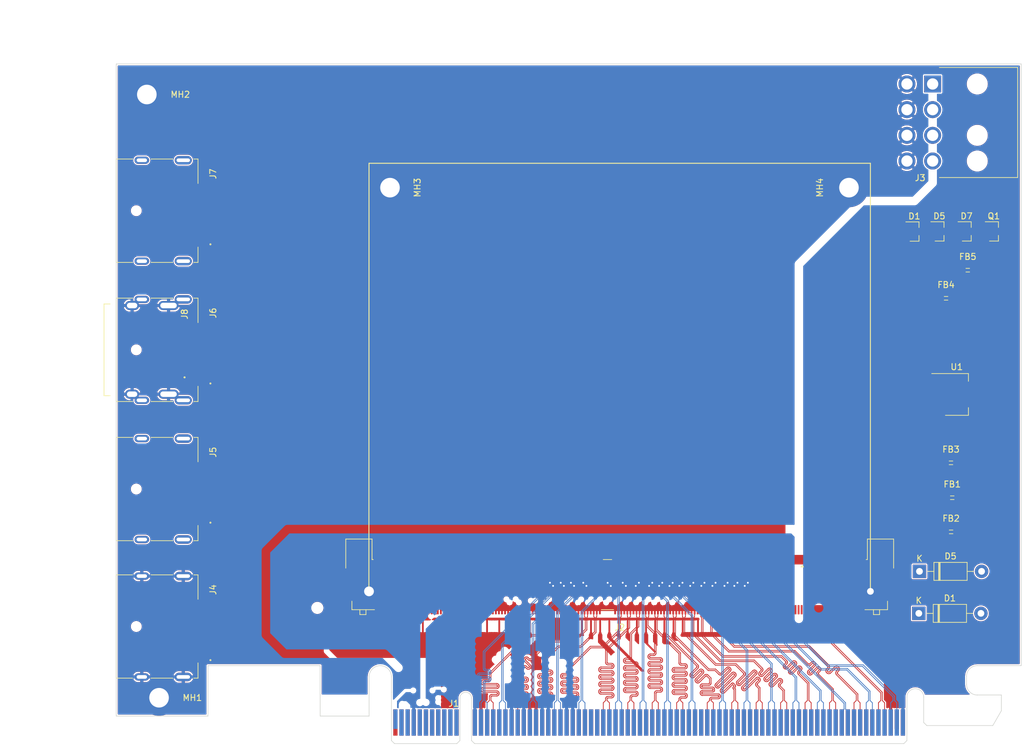
<source format=kicad_pcb>
(kicad_pcb (version 20171130) (host pcbnew "(5.1.7)-1")
  (layers (0 F.Cu signal) (1 In1.Cu signal) (2 In2.Cu signal) (31 B.Cu signal) (34 B.Paste user) (35 F.Paste user) (36 B.SilkS user) (37 F.SilkS user) (38 B.Mask user) (39 F.Mask user) (44 Edge.Cuts user))
  (net 0 "")
  (net 1 +12V)
  (net 2 GND)
  (net 3 +3V3)
  (net 4 "Net-(J1-PadB9)")
  (net 5 "Net-(J1-PadA1)")
  (net 6 "Net-(J1-PadA5)")
  (net 7 "Net-(J1-PadA6)")
  (net 8 "Net-(J1-PadA7)")
  (net 9 "Net-(J1-PadA8)")
  (net 10 +5V)
  (net 11 "Net-(J2-Pad281)")
  (net 12 "Net-(J2-Pad249)")
  (net 13 "Net-(J2-Pad247)")
  (net 14 "Net-(J2-Pad245)")
  (net 15 "Net-(J2-Pad243)")
  (net 16 "Net-(J2-Pad242)")
  (net 17 "Net-(J2-Pad241)")
  (net 18 "Net-(J2-Pad240)")
  (net 19 "Net-(J2-Pad239)")
  (net 20 "Net-(J2-Pad238)")
  (net 21 "Net-(J2-Pad237)")
  (net 22 "Net-(J2-Pad235)")
  (net 23 "Net-(J2-Pad233)")
  (net 24 "Net-(J2-Pad231)")
  (net 25 "Net-(J2-Pad229)")
  (net 26 "Net-(J2-Pad227)")
  (net 27 "Net-(J2-Pad195)")
  (net 28 "Net-(J2-Pad193)")
  (net 29 "Net-(J2-Pad189)")
  (net 30 "Net-(J2-Pad187)")
  (net 31 "Net-(J2-Pad184)")
  (net 32 "Net-(J2-Pad183)")
  (net 33 "Net-(J2-Pad182)")
  (net 34 "Net-(J2-Pad181)")
  (net 35 "Net-(J2-Pad177)")
  (net 36 "Net-(J2-Pad175)")
  (net 37 "Net-(J2-Pad171)")
  (net 38 "Net-(J2-Pad169)")
  (net 39 "Net-(J2-Pad167)")
  (net 40 "Net-(J2-Pad165)")
  (net 41 "Net-(J2-Pad163)")
  (net 42 "Net-(J2-Pad161)")
  (net 43 "Net-(J2-Pad160)")
  (net 44 "Net-(J2-Pad159)")
  (net 45 "Net-(J2-Pad158)")
  (net 46 "Net-(J2-Pad45)")
  (net 47 "Net-(J2-Pad44)")
  (net 48 "Net-(J2-Pad43)")
  (net 49 "Net-(J2-Pad42)")
  (net 50 "Net-(J2-Pad41)")
  (net 51 "Net-(J2-Pad40)")
  (net 52 "Net-(J2-Pad39)")
  (net 53 "Net-(J2-Pad38)")
  (net 54 "Net-(J2-Pad30)")
  (net 55 "Net-(J2-Pad28)")
  (net 56 "Net-(J2-Pad27)")
  (net 57 "Net-(J2-Pad26)")
  (net 58 "Net-(J2-Pad25)")
  (net 59 "Net-(J2-Pad23)")
  (net 60 "Net-(J2-Pad22)")
  (net 61 "Net-(J2-Pad19)")
  (net 62 "Net-(J2-Pad18)")
  (net 63 "Net-(J2-Pad16)")
  (net 64 "Net-(J2-Pad14)")
  (net 65 "Net-(J2-Pad12)")
  (net 66 "Net-(J2-Pad10)")
  (net 67 "Net-(J2-Pad6)")
  (net 68 "Net-(C1-Pad1)")
  (net 69 "Net-(D5-Pad2)")
  (net 70 C4)
  (net 71 "Net-(FB1-Pad1)")
  (net 72 "Net-(FB2-Pad1)")
  (net 73 VGA_VS)
  (net 74 C3)
  (net 75 "Net-(FB3-Pad1)")
  (net 76 "Net-(FB4-Pad1)")
  (net 77 C2)
  (net 78 "Net-(FB5-Pad2)")
  (net 79 C1)
  (net 80 "Net-(J1-PadA33)")
  (net 81 /PET7_N)
  (net 82 /PET7_P)
  (net 83 /PET6_N)
  (net 84 /PET6_P)
  (net 85 /PET5_N)
  (net 86 /PET5_P)
  (net 87 /PET4_N)
  (net 88 /PET4_P)
  (net 89 "Net-(J1-PadA32)")
  (net 90 "Net-(J1-PadA19)")
  (net 91 "Net-(J1-PadB30)")
  (net 92 /PET3_N)
  (net 93 /PET3_P)
  (net 94 /PET2_N)
  (net 95 /PET2_P)
  (net 96 /PET1_N)
  (net 97 /PET1_P)
  (net 98 /PET0_P)
  (net 99 /PET0_N)
  (net 100 /PET8_P)
  (net 101 /PET8_N)
  (net 102 /PET9_P)
  (net 103 /PET9_N)
  (net 104 /PET10_P)
  (net 105 /PET10_N)
  (net 106 /PET11_P)
  (net 107 /PET11_N)
  (net 108 /PET12_P)
  (net 109 /PET12_N)
  (net 110 /PET13_P)
  (net 111 /PET13_N)
  (net 112 /PET14_P)
  (net 113 /PET14_N)
  (net 114 /PET15_P)
  (net 115 /PET15_N)
  (net 116 "Net-(J1-PadB82)")
  (net 117 "Net-(J1-PadA50)")
  (net 118 CEC)
  (net 119 /PER5_N)
  (net 120 /PER5_P)
  (net 121 /PER4_N)
  (net 122 /PER4_P)
  (net 123 /PER3_N)
  (net 124 /PER3_P)
  (net 125 /PER2_N)
  (net 126 /PER2_P)
  (net 127 /PER1_N)
  (net 128 /PER1_P)
  (net 129 /PER0_P)
  (net 130 /PER0_N)
  (net 131 /PER6_P)
  (net 132 /PER6_N)
  (net 133 /PER7_P)
  (net 134 /PER7_N)
  (net 135 /PER8_P)
  (net 136 /PER8_N)
  (net 137 /PER9_P)
  (net 138 /PER9_N)
  (net 139 /PER10_P)
  (net 140 /PER10_N)
  (net 141 /PER11_P)
  (net 142 /PER11_N)
  (net 143 /PER12_P)
  (net 144 /PER12_N)
  (net 145 /PER13_P)
  (net 146 /PER13_N)
  (net 147 /PER14_P)
  (net 148 /PER14_N)
  (net 149 /PER15_P)
  (net 150 /PER15_N)
  (net 151 "Net-(C14-Pad2)")
  (net 152 "Net-(D7-Pad1)")
  (net 153 /SMCLK)
  (net 154 /SMDAT)
  (net 155 +3.3VA)
  (net 156 /WAKE)
  (net 157 /PERST)
  (net 158 /REFCLK_N)
  (net 159 /REFCLK_P)
  (net 160 /DP_A_HPD)
  (net 161 /DP_D_HPD)
  (net 162 /DP_D_AUX)
  (net 163 /DP_D_AUX#)
  (net 164 /DP_D_L3)
  (net 165 /DP_D_L3#)
  (net 166 /D0_P)
  (net 167 /D0_N)
  (net 168 /D1_P)
  (net 169 /D1_N)
  (net 170 /D2_P)
  (net 171 /D2_N)
  (net 172 /CK_P)
  (net 173 /CK_N)
  (net 174 /TMDS_SCL)
  (net 175 /TMDS_SDA)
  (net 176 /TMDS_HPD)
  (net 177 TH_PWM)
  (net 178 /VGA_DISABLE#)
  (net 179 /TH_OVERT#)
  (net 180 Enable)
  (net 181 /PRSNT_R#)
  (net 182 "Net-(J3-Pad14)")
  (net 183 /CLKREQ#)
  (net 184 /DP_A_AUX_P)
  (net 185 /DP_A_AUX_N)
  (net 186 /DP_C_HPD)
  (net 187 /DP_B_AUX)
  (net 188 /DP_A_L3_N)
  (net 189 /DP_B_AUX#)
  (net 190 /DP_A_L2_P)
  (net 191 /DP_B_L3)
  (net 192 /DP_A_L2_N)
  (net 193 /DP_B_L3#)
  (net 194 /DP_A_L1_P)
  (net 195 /DP_B_L2)
  (net 196 /DP_A_L1_N)
  (net 197 /DP_B_L2#)
  (net 198 /DP_A_L0_P)
  (net 199 /DP_B_L1)
  (net 200 /DP_A_L0_N)
  (net 201 /DP_B_L1#)
  (net 202 /DP_B_L0)
  (net 203 /DP_B_L0#)
  (net 204 /DP_C_AUX)
  (net 205 /DP_C_AUX#)
  (net 206 /DP_D_L2)
  (net 207 /DP_C_L3)
  (net 208 /DP_D_L2#)
  (net 209 /DP_C_L3#)
  (net 210 /DP_D_L1)
  (net 211 /DP_C_L2)
  (net 212 /DP_D_L1#)
  (net 213 /DP_C_L2#)
  (net 214 /DP_D_L0)
  (net 215 /DP_C_L1)
  (net 216 /DP_D_L0#)
  (net 217 /DP_C_L1#)
  (net 218 /DP_C_L0)
  (net 219 /DP_C_L0#)
  (net 220 "Net-(C25-Pad1)")
  (net 221 "Net-(C26-Pad1)")
  (net 222 "Net-(C24-Pad1)")
  (net 223 "Net-(C4-Pad2)")
  (net 224 "Net-(C21-Pad1)")
  (net 225 "Net-(C18-Pad2)")
  (net 226 "Net-(C22-Pad1)")
  (net 227 "Net-(C19-Pad2)")
  (net 228 "Net-(C23-Pad1)")
  (net 229 "Net-(C20-Pad2)")
  (net 230 "Net-(J5-Pad14)")
  (net 231 "Net-(J5-Pad13)")
  (net 232 "Net-(J6-Pad3)")
  (module PCIEtoMXM:MOLEX_47272-0001 (layer F.Cu) (at 0 46.755 270)
    (fp_text reference J6 (at -6.025 -15.835 90) (layer F.SilkS) (effects (font (thickness 0.155))))
    (fp_text value 47272-0001)
    (pad 1 smd rect (at 5.5 -13.56 270) (size 0.28 2.4) (layers F.Cu F.Paste F.Mask))
    (pad S1 thru_hole oval (at -8.25 -10.96 270) (size 1.4 2.8) (drill oval 0.6 2.2) (layers *.Cu *.Mask))
    (pad S3 thru_hole oval (at -8.25 -4.18 270) (size 1.2 2.4) (drill oval 0.6 1.7) (layers *.Cu *.Mask))
    (pad None np_thru_hole circle (at 0 -3.28 270) (size 1.4 1.4) (drill 1.4) (layers *.Cu *.Mask))
    (pad S2 thru_hole oval (at 8.25 -10.96 270) (size 1.4 2.8) (drill oval 0.6 2.2) (layers *.Cu *.Mask))
    (pad S4 thru_hole oval (at 8.25 -4.18 270) (size 1.2 2.4) (drill oval 0.6 1.7) (layers *.Cu *.Mask))
    (pad 2 smd rect (at 5 -13.56 270) (size 0.28 2.4) (layers F.Cu F.Paste F.Mask))
    (pad 3 smd rect (at 4.5 -13.56 270) (size 0.28 2.4) (layers F.Cu F.Paste F.Mask))
    (pad 4 smd rect (at 4 -13.56 270) (size 0.28 2.4) (layers F.Cu F.Paste F.Mask))
    (pad 5 smd rect (at 3.5 -13.56 270) (size 0.28 2.4) (layers F.Cu F.Paste F.Mask))
    (pad 6 smd rect (at 3 -13.56 270) (size 0.28 2.4) (layers F.Cu F.Paste F.Mask))
    (pad 7 smd rect (at 2.5 -13.56 270) (size 0.28 2.4) (layers F.Cu F.Paste F.Mask))
    (pad 8 smd rect (at 2 -13.56 270) (size 0.28 2.4) (layers F.Cu F.Paste F.Mask))
    (pad 9 smd rect (at 1.5 -13.56 270) (size 0.28 2.4) (layers F.Cu F.Paste F.Mask))
    (pad 10 smd rect (at 1 -13.56 270) (size 0.28 2.4) (layers F.Cu F.Paste F.Mask))
    (pad 11 smd rect (at 0.5 -13.56 270) (size 0.28 2.4) (layers F.Cu F.Paste F.Mask))
    (pad 12 smd rect (at 0 -13.56 270) (size 0.28 2.4) (layers F.Cu F.Paste F.Mask))
    (pad 13 smd rect (at -0.5 -13.56 270) (size 0.28 2.4) (layers F.Cu F.Paste F.Mask))
    (pad 14 smd rect (at -1 -13.56 270) (size 0.28 2.4) (layers F.Cu F.Paste F.Mask))
    (pad 15 smd rect (at -1.5 -13.56 270) (size 0.28 2.4) (layers F.Cu F.Paste F.Mask))
    (pad 16 smd rect (at -2 -13.56 270) (size 0.28 2.4) (layers F.Cu F.Paste F.Mask))
    (pad 17 smd rect (at -2.5 -13.56 270) (size 0.28 2.4) (layers F.Cu F.Paste F.Mask))
    (pad 18 smd rect (at -3 -13.56 270) (size 0.28 2.4) (layers F.Cu F.Paste F.Mask))
    (pad 19 smd rect (at -3.5 -13.56 270) (size 0.28 2.4) (layers F.Cu F.Paste F.Mask))
    (pad 20 smd rect (at -4 -13.56 270) (size 0.28 2.4) (layers F.Cu F.Paste F.Mask))
  )
  (module PCIEtoMXM:MOLEX_47272-0001 (layer F.Cu) (at 0 69.52 270)
    (fp_text reference J5 (at -6.025 -15.835 90) (layer F.SilkS) (effects (font (thickness 0.155))))
    (fp_text value 47272-0001)
    (pad 20 smd rect (at -4 -13.56 270) (size 0.28 2.4) (layers F.Cu F.Paste F.Mask))
    (pad 19 smd rect (at -3.5 -13.56 270) (size 0.28 2.4) (layers F.Cu F.Paste F.Mask))
    (pad 18 smd rect (at -3 -13.56 270) (size 0.28 2.4) (layers F.Cu F.Paste F.Mask))
    (pad 17 smd rect (at -2.5 -13.56 270) (size 0.28 2.4) (layers F.Cu F.Paste F.Mask))
    (pad 16 smd rect (at -2 -13.56 270) (size 0.28 2.4) (layers F.Cu F.Paste F.Mask))
    (pad 15 smd rect (at -1.5 -13.56 270) (size 0.28 2.4) (layers F.Cu F.Paste F.Mask))
    (pad 14 smd rect (at -1 -13.56 270) (size 0.28 2.4) (layers F.Cu F.Paste F.Mask))
    (pad 13 smd rect (at -0.5 -13.56 270) (size 0.28 2.4) (layers F.Cu F.Paste F.Mask))
    (pad 12 smd rect (at 0 -13.56 270) (size 0.28 2.4) (layers F.Cu F.Paste F.Mask))
    (pad 11 smd rect (at 0.5 -13.56 270) (size 0.28 2.4) (layers F.Cu F.Paste F.Mask))
    (pad 10 smd rect (at 1 -13.56 270) (size 0.28 2.4) (layers F.Cu F.Paste F.Mask))
    (pad 9 smd rect (at 1.5 -13.56 270) (size 0.28 2.4) (layers F.Cu F.Paste F.Mask))
    (pad 8 smd rect (at 2 -13.56 270) (size 0.28 2.4) (layers F.Cu F.Paste F.Mask))
    (pad 7 smd rect (at 2.5 -13.56 270) (size 0.28 2.4) (layers F.Cu F.Paste F.Mask))
    (pad 6 smd rect (at 3 -13.56 270) (size 0.28 2.4) (layers F.Cu F.Paste F.Mask))
    (pad 5 smd rect (at 3.5 -13.56 270) (size 0.28 2.4) (layers F.Cu F.Paste F.Mask))
    (pad 4 smd rect (at 4 -13.56 270) (size 0.28 2.4) (layers F.Cu F.Paste F.Mask) (net 177 TH_PWM))
    (pad 3 smd rect (at 4.5 -13.56 270) (size 0.28 2.4) (layers F.Cu F.Paste F.Mask) (net 232 "Net-(J6-Pad3)"))
    (pad 2 smd rect (at 5 -13.56 270) (size 0.28 2.4) (layers F.Cu F.Paste F.Mask) (net 152 "Net-(D7-Pad1)"))
    (pad S4 thru_hole oval (at 8.25 -4.18 270) (size 1.2 2.4) (drill oval 0.6 1.7) (layers *.Cu *.Mask))
    (pad S2 thru_hole oval (at 8.25 -10.96 270) (size 1.4 2.8) (drill oval 0.6 2.2) (layers *.Cu *.Mask))
    (pad None np_thru_hole circle (at 0 -3.28 270) (size 1.4 1.4) (drill 1.4) (layers *.Cu *.Mask))
    (pad S3 thru_hole oval (at -8.25 -4.18 270) (size 1.2 2.4) (drill oval 0.6 1.7) (layers *.Cu *.Mask))
    (pad S1 thru_hole oval (at -8.25 -10.96 270) (size 1.4 2.8) (drill oval 0.6 2.2) (layers *.Cu *.Mask))
    (pad 1 smd rect (at 5.5 -13.56 270) (size 0.28 2.4) (layers F.Cu F.Paste F.Mask) (net 2 GND))
  )
  (module PCIEtoMXM:MOLEX_47272-0001 (layer F.Cu) (at 0 92 270)
    (fp_text reference J4 (at -6.025 -15.835 90) (layer F.SilkS) (effects (font (thickness 0.155))))
    (fp_text value 47272-0001)
    (pad 20 smd rect (at -4 -13.56 270) (size 0.28 2.4) (layers F.Cu F.Paste F.Mask) (net 3 +3V3))
    (pad 19 smd rect (at -3.5 -13.56 270) (size 0.28 2.4) (layers F.Cu F.Paste F.Mask) (net 2 GND))
    (pad 18 smd rect (at -3 -13.56 270) (size 0.28 2.4) (layers F.Cu F.Paste F.Mask) (net 160 /DP_A_HPD))
    (pad 17 smd rect (at -2.5 -13.56 270) (size 0.28 2.4) (layers F.Cu F.Paste F.Mask) (net 220 "Net-(C25-Pad1)"))
    (pad 16 smd rect (at -2 -13.56 270) (size 0.28 2.4) (layers F.Cu F.Paste F.Mask) (net 2 GND))
    (pad 15 smd rect (at -1.5 -13.56 270) (size 0.28 2.4) (layers F.Cu F.Paste F.Mask) (net 221 "Net-(C26-Pad1)"))
    (pad 14 smd rect (at -1 -13.56 270) (size 0.28 2.4) (layers F.Cu F.Paste F.Mask) (net 230 "Net-(J5-Pad14)"))
    (pad 13 smd rect (at -0.5 -13.56 270) (size 0.28 2.4) (layers F.Cu F.Paste F.Mask) (net 231 "Net-(J5-Pad13)"))
    (pad 12 smd rect (at 0 -13.56 270) (size 0.28 2.4) (layers F.Cu F.Paste F.Mask) (net 222 "Net-(C24-Pad1)"))
    (pad 11 smd rect (at 0.5 -13.56 270) (size 0.28 2.4) (layers F.Cu F.Paste F.Mask) (net 2 GND))
    (pad 10 smd rect (at 1 -13.56 270) (size 0.28 2.4) (layers F.Cu F.Paste F.Mask) (net 223 "Net-(C4-Pad2)"))
    (pad 9 smd rect (at 1.5 -13.56 270) (size 0.28 2.4) (layers F.Cu F.Paste F.Mask) (net 224 "Net-(C21-Pad1)"))
    (pad 8 smd rect (at 2 -13.56 270) (size 0.28 2.4) (layers F.Cu F.Paste F.Mask) (net 2 GND))
    (pad 7 smd rect (at 2.5 -13.56 270) (size 0.28 2.4) (layers F.Cu F.Paste F.Mask) (net 225 "Net-(C18-Pad2)"))
    (pad 6 smd rect (at 3 -13.56 270) (size 0.28 2.4) (layers F.Cu F.Paste F.Mask) (net 226 "Net-(C22-Pad1)"))
    (pad 5 smd rect (at 3.5 -13.56 270) (size 0.28 2.4) (layers F.Cu F.Paste F.Mask) (net 2 GND))
    (pad 4 smd rect (at 4 -13.56 270) (size 0.28 2.4) (layers F.Cu F.Paste F.Mask) (net 227 "Net-(C19-Pad2)"))
    (pad 3 smd rect (at 4.5 -13.56 270) (size 0.28 2.4) (layers F.Cu F.Paste F.Mask) (net 228 "Net-(C23-Pad1)"))
    (pad 2 smd rect (at 5 -13.56 270) (size 0.28 2.4) (layers F.Cu F.Paste F.Mask) (net 2 GND))
    (pad S4 thru_hole oval (at 8.25 -4.18 270) (size 1.2 2.4) (drill oval 0.6 1.7) (layers *.Cu *.Mask) (net 2 GND))
    (pad S2 thru_hole oval (at 8.25 -10.96 270) (size 1.4 2.8) (drill oval 0.6 2.2) (layers *.Cu *.Mask) (net 2 GND))
    (pad None np_thru_hole circle (at 0 -3.28 270) (size 1.4 1.4) (drill 1.4) (layers *.Cu *.Mask))
    (pad S3 thru_hole oval (at -8.25 -4.18 270) (size 1.2 2.4) (drill oval 0.6 1.7) (layers *.Cu *.Mask) (net 2 GND))
    (pad S1 thru_hole oval (at -8.25 -10.96 270) (size 1.4 2.8) (drill oval 0.6 2.2) (layers *.Cu *.Mask) (net 2 GND))
    (pad 1 smd rect (at 5.5 -13.56 270) (size 0.28 2.4) (layers F.Cu F.Paste F.Mask) (net 229 "Net-(C20-Pad2)"))
  )
  (module PCIEtoMXM:MOLEX_47272-0001 (layer F.Cu) (at 0 24 270)
    (fp_text reference J7 (at -6.025 -15.835 90) (layer F.SilkS) (effects (font (thickness 0.155))))
    (fp_text value MOLEX_47272-0001)
    (pad 20 smd rect (at -4 -13.56 270) (size 0.28 2.4) (layers F.Cu F.Paste F.Mask))
    (pad 19 smd rect (at -3.5 -13.56 270) (size 0.28 2.4) (layers F.Cu F.Paste F.Mask))
    (pad 18 smd rect (at -3 -13.56 270) (size 0.28 2.4) (layers F.Cu F.Paste F.Mask))
    (pad 17 smd rect (at -2.5 -13.56 270) (size 0.28 2.4) (layers F.Cu F.Paste F.Mask))
    (pad 16 smd rect (at -2 -13.56 270) (size 0.28 2.4) (layers F.Cu F.Paste F.Mask))
    (pad 15 smd rect (at -1.5 -13.56 270) (size 0.28 2.4) (layers F.Cu F.Paste F.Mask))
    (pad 14 smd rect (at -1 -13.56 270) (size 0.28 2.4) (layers F.Cu F.Paste F.Mask))
    (pad 13 smd rect (at -0.5 -13.56 270) (size 0.28 2.4) (layers F.Cu F.Paste F.Mask))
    (pad 12 smd rect (at 0 -13.56 270) (size 0.28 2.4) (layers F.Cu F.Paste F.Mask))
    (pad 11 smd rect (at 0.5 -13.56 270) (size 0.28 2.4) (layers F.Cu F.Paste F.Mask))
    (pad 10 smd rect (at 1 -13.56 270) (size 0.28 2.4) (layers F.Cu F.Paste F.Mask))
    (pad 9 smd rect (at 1.5 -13.56 270) (size 0.28 2.4) (layers F.Cu F.Paste F.Mask))
    (pad 8 smd rect (at 2 -13.56 270) (size 0.28 2.4) (layers F.Cu F.Paste F.Mask))
    (pad 7 smd rect (at 2.5 -13.56 270) (size 0.28 2.4) (layers F.Cu F.Paste F.Mask))
    (pad 6 smd rect (at 3 -13.56 270) (size 0.28 2.4) (layers F.Cu F.Paste F.Mask))
    (pad 5 smd rect (at 3.5 -13.56 270) (size 0.28 2.4) (layers F.Cu F.Paste F.Mask))
    (pad 4 smd rect (at 4 -13.56 270) (size 0.28 2.4) (layers F.Cu F.Paste F.Mask))
    (pad 3 smd rect (at 4.5 -13.56 270) (size 0.28 2.4) (layers F.Cu F.Paste F.Mask))
    (pad 2 smd rect (at 5 -13.56 270) (size 0.28 2.4) (layers F.Cu F.Paste F.Mask))
    (pad S4 thru_hole oval (at 8.25 -4.18 270) (size 1.2 2.4) (drill oval 0.6 1.7) (layers *.Cu *.Mask))
    (pad S2 thru_hole oval (at 8.25 -10.96 270) (size 1.4 2.8) (drill oval 0.6 2.2) (layers *.Cu *.Mask))
    (pad None np_thru_hole circle (at 0 -3.28 270) (size 1.4 1.4) (drill 1.4) (layers *.Cu *.Mask))
    (pad S3 thru_hole oval (at -8.25 -4.18 270) (size 1.2 2.4) (drill oval 0.6 1.7) (layers *.Cu *.Mask))
    (pad S1 thru_hole oval (at -8.25 -10.96 270) (size 1.4 2.8) (drill oval 0.6 2.2) (layers *.Cu *.Mask))
    (pad 1 smd rect (at 5.5 -13.56 270) (size 0.28 2.4) (layers F.Cu F.Paste F.Mask))
  )
  (module PCIEtoMXM:Molex_45586-8-Pin-PWR (layer F.Cu) (at 138.0236 9.6012 270)
    (fp_text reference J3 (at 9.0424 6.5532) (layer F.SilkS) (effects (font (thickness 0.155))))
    (fp_text value "Molex-45586 8 Pin PWR")
    (pad "" np_thru_hole circle (at 2.0754 -2.7868 270) (size 3.05 3.05) (drill 3.05) (layers *.Cu *.Mask))
    (pad MH1 np_thru_hole circle (at -6.3246 -2.7868 270) (size 3.05 0) (drill 3.05) (layers *.Cu *.Mask))
    (pad 5 thru_hole circle (at -6.3246 8.7132 270) (size 2.775 2.775) (drill 1.85) (layers *.Cu *.Mask) (net 2 GND))
    (pad 6 thru_hole circle (at -2.1246 8.7132 270) (size 2.775 2.775) (drill 1.85) (layers *.Cu *.Mask) (net 2 GND))
    (pad MH2 np_thru_hole circle (at 6.2754 -2.7868 270) (size 3.05 0) (drill 3.05) (layers *.Cu *.Mask))
    (pad 2 thru_hole circle (at -2.1246 4.5132 270) (size 2.775 2.775) (drill 1.85) (layers *.Cu *.Mask) (net 1 +12V))
    (pad 3 thru_hole circle (at 2.0754 4.5132 270) (size 2.775 2.775) (drill 1.85) (layers *.Cu *.Mask) (net 1 +12V))
    (pad 1 thru_hole rect (at -6.3246 4.5132 270) (size 2.775 2.775) (drill 1.85) (layers *.Cu *.Mask) (net 1 +12V))
    (pad 4 thru_hole circle (at 6.2754 4.5132 270) (size 2.775 2.775) (drill 1.85) (layers *.Cu *.Mask) (net 1 +12V))
    (pad 7 thru_hole circle (at 2.0754 8.7132 270) (size 2.775 2.775) (drill 1.85) (layers *.Cu *.Mask) (net 2 GND))
    (pad 8 thru_hole circle (at 6.2754 8.7132 270) (size 2.775 2.775) (drill 1.85) (layers *.Cu *.Mask) (net 2 GND))
  )
  (module Connector_PCBEdge:BUS_PCIexpress_x16 (layer F.Cu) (at 45.65 107.7)
    (fp_text reference J1 (at 9.5442 -3.1028) (layer F.SilkS) (effects (font (thickness 0.155))))
    (fp_text value Bus_PCI_Express_x16)
    (fp_line (start 10.55 -4) (end 10.55 2.95) (layer Edge.Cuts) (width 0.1))
    (fp_line (start 12.45 -4) (end 12.45 2.95) (layer Edge.Cuts) (width 0.1))
    (fp_line (start -0.65 -4.95) (end -0.65 2.95) (layer Edge.Cuts) (width 0.1))
    (fp_line (start -0.15 3.45) (end 10.05 3.45) (layer Edge.Cuts) (width 0.1))
    (fp_line (start 83.65 -4.155) (end 83.65 2.95) (layer Edge.Cuts) (width 0.1))
    (fp_line (start 12.95 3.45) (end 83.15 3.45) (layer Edge.Cuts) (width 0.1))
    (fp_line (start -0.65 2.95) (end -0.15 3.45) (layer Edge.Cuts) (width 0.1))
    (fp_line (start 10.55 2.95) (end 10.05 3.45) (layer Edge.Cuts) (width 0.1))
    (fp_line (start 12.45 2.95) (end 12.95 3.45) (layer Edge.Cuts) (width 0.1))
    (fp_line (start 83.65 2.95) (end 83.15 3.45) (layer Edge.Cuts) (width 0.1))
    (fp_arc (start 11.5 -4) (end 12.45 -4) (angle -180) (layer Edge.Cuts) (width 0.1))
    (pad A41 connect rect (at 42 0) (size 0.7 4.3) (layers B.Cu B.Mask) (net 2 GND))
    (pad A40 connect rect (at 41 0) (size 0.7 4.3) (layers B.Cu B.Mask) (net 119 /PER5_N))
    (pad A39 connect rect (at 40 0) (size 0.7 4.3) (layers B.Cu B.Mask) (net 120 /PER5_P))
    (pad A38 connect rect (at 39 0) (size 0.7 4.3) (layers B.Cu B.Mask) (net 2 GND))
    (pad A37 connect rect (at 38 0) (size 0.7 4.3) (layers B.Cu B.Mask) (net 2 GND))
    (pad A36 connect rect (at 37 0) (size 0.7 4.3) (layers B.Cu B.Mask) (net 121 /PER4_N))
    (pad A35 connect rect (at 36 0) (size 0.7 4.3) (layers B.Cu B.Mask) (net 122 /PER4_P))
    (pad A34 connect rect (at 35 0) (size 0.7 4.3) (layers B.Cu B.Mask) (net 2 GND))
    (pad A33 connect rect (at 34 0) (size 0.7 4.3) (layers B.Cu B.Mask) (net 80 "Net-(J1-PadA33)"))
    (pad B49 connect rect (at 50 0) (size 0.7 4.3) (layers F.Cu F.Mask) (net 2 GND))
    (pad B48 connect rect (at 49 0) (size 0.7 4.3) (layers F.Cu F.Mask) (net 5 "Net-(J1-PadA1)"))
    (pad B47 connect rect (at 48 0) (size 0.7 4.3) (layers F.Cu F.Mask) (net 2 GND))
    (pad B46 connect rect (at 47 0) (size 0.7 4.3) (layers F.Cu F.Mask) (net 81 /PET7_N))
    (pad B45 connect rect (at 46 0) (size 0.7 4.3) (layers F.Cu F.Mask) (net 82 /PET7_P))
    (pad B44 connect rect (at 45 0) (size 0.7 4.3) (layers F.Cu F.Mask) (net 2 GND))
    (pad B43 connect rect (at 44 0) (size 0.7 4.3) (layers F.Cu F.Mask) (net 2 GND))
    (pad B42 connect rect (at 43 0) (size 0.7 4.3) (layers F.Cu F.Mask) (net 83 /PET6_N))
    (pad B41 connect rect (at 42 0) (size 0.7 4.3) (layers F.Cu F.Mask) (net 84 /PET6_P))
    (pad B40 connect rect (at 41 0) (size 0.7 4.3) (layers F.Cu F.Mask) (net 2 GND))
    (pad B39 connect rect (at 40 0) (size 0.7 4.3) (layers F.Cu F.Mask) (net 2 GND))
    (pad B38 connect rect (at 39 0) (size 0.7 4.3) (layers F.Cu F.Mask) (net 85 /PET5_N))
    (pad B37 connect rect (at 38 0) (size 0.7 4.3) (layers F.Cu F.Mask) (net 86 /PET5_P))
    (pad B36 connect rect (at 37 0) (size 0.7 4.3) (layers F.Cu F.Mask) (net 2 GND))
    (pad B35 connect rect (at 36 0) (size 0.7 4.3) (layers F.Cu F.Mask) (net 2 GND))
    (pad B34 connect rect (at 35 0) (size 0.7 4.3) (layers F.Cu F.Mask) (net 87 /PET4_N))
    (pad B33 connect rect (at 34 0) (size 0.7 4.3) (layers F.Cu F.Mask) (net 88 /PET4_P))
    (pad A32 connect rect (at 33 0) (size 0.7 4.3) (layers B.Cu B.Mask) (net 89 "Net-(J1-PadA32)"))
    (pad A31 connect rect (at 32 0) (size 0.7 4.3) (layers B.Cu B.Mask) (net 2 GND))
    (pad A30 connect rect (at 31 0) (size 0.7 4.3) (layers B.Cu B.Mask) (net 123 /PER3_N))
    (pad A29 connect rect (at 30 0) (size 0.7 4.3) (layers B.Cu B.Mask) (net 124 /PER3_P))
    (pad A28 connect rect (at 29 0) (size 0.7 4.3) (layers B.Cu B.Mask) (net 2 GND))
    (pad A27 connect rect (at 28 0) (size 0.7 4.3) (layers B.Cu B.Mask) (net 2 GND))
    (pad A26 connect rect (at 27 0) (size 0.7 4.3) (layers B.Cu B.Mask) (net 125 /PER2_N))
    (pad A25 connect rect (at 26 0) (size 0.7 4.3) (layers B.Cu B.Mask) (net 126 /PER2_P))
    (pad A24 connect rect (at 25 0) (size 0.7 4.3) (layers B.Cu B.Mask) (net 2 GND))
    (pad A23 connect rect (at 24 0) (size 0.7 4.3) (layers B.Cu B.Mask) (net 2 GND))
    (pad A22 connect rect (at 23 0) (size 0.7 4.3) (layers B.Cu B.Mask) (net 127 /PER1_N))
    (pad A21 connect rect (at 22 0) (size 0.7 4.3) (layers B.Cu B.Mask) (net 128 /PER1_P))
    (pad A20 connect rect (at 21 0) (size 0.7 4.3) (layers B.Cu B.Mask) (net 2 GND))
    (pad A19 connect rect (at 20 0) (size 0.7 4.3) (layers B.Cu B.Mask) (net 90 "Net-(J1-PadA19)"))
    (pad B32 connect rect (at 33 0) (size 0.7 4.3) (layers F.Cu F.Mask) (net 2 GND))
    (pad B31 connect rect (at 32 0) (size 0.7 4.3) (layers F.Cu F.Mask) (net 5 "Net-(J1-PadA1)"))
    (pad B30 connect rect (at 31 0) (size 0.7 4.3) (layers F.Cu F.Mask) (net 91 "Net-(J1-PadB30)"))
    (pad B29 connect rect (at 30 0) (size 0.7 4.3) (layers F.Cu F.Mask) (net 2 GND))
    (pad B28 connect rect (at 29 0) (size 0.7 4.3) (layers F.Cu F.Mask) (net 92 /PET3_N))
    (pad B27 connect rect (at 28 0) (size 0.7 4.3) (layers F.Cu F.Mask) (net 93 /PET3_P))
    (pad B26 connect rect (at 27 0) (size 0.7 4.3) (layers F.Cu F.Mask) (net 2 GND))
    (pad B25 connect rect (at 26 0) (size 0.7 4.3) (layers F.Cu F.Mask) (net 2 GND))
    (pad B24 connect rect (at 25 0) (size 0.7 4.3) (layers F.Cu F.Mask) (net 94 /PET2_N))
    (pad B23 connect rect (at 24 0) (size 0.7 4.3) (layers F.Cu F.Mask) (net 95 /PET2_P))
    (pad B22 connect rect (at 23 0) (size 0.7 4.3) (layers F.Cu F.Mask) (net 2 GND))
    (pad B21 connect rect (at 22 0) (size 0.7 4.3) (layers F.Cu F.Mask) (net 2 GND))
    (pad B20 connect rect (at 21 0) (size 0.7 4.3) (layers F.Cu F.Mask) (net 96 /PET1_N))
    (pad B19 connect rect (at 20 0) (size 0.7 4.3) (layers F.Cu F.Mask) (net 97 /PET1_P))
    (pad B1 connect rect (at 0 0) (size 0.7 4.3) (layers F.Cu F.Mask) (net 1 +12V))
    (pad B2 connect rect (at 1 0) (size 0.7 4.3) (layers F.Cu F.Mask) (net 1 +12V))
    (pad B3 connect rect (at 2 0) (size 0.7 4.3) (layers F.Cu F.Mask) (net 1 +12V))
    (pad B4 connect rect (at 3 0) (size 0.7 4.3) (layers F.Cu F.Mask) (net 2 GND))
    (pad B5 connect rect (at 4 0) (size 0.7 4.3) (layers F.Cu F.Mask) (net 153 /SMCLK))
    (pad B6 connect rect (at 5 0) (size 0.7 4.3) (layers F.Cu F.Mask) (net 154 /SMDAT))
    (pad B7 connect rect (at 6 0) (size 0.7 4.3) (layers F.Cu F.Mask) (net 2 GND))
    (pad B8 connect rect (at 7 0) (size 0.7 4.3) (layers F.Cu F.Mask) (net 3 +3V3))
    (pad B9 connect rect (at 8 0) (size 0.7 4.3) (layers F.Cu F.Mask) (net 4 "Net-(J1-PadB9)"))
    (pad B10 connect rect (at 9 0) (size 0.7 4.3) (layers F.Cu F.Mask) (net 155 +3.3VA))
    (pad B11 connect rect (at 10 0) (size 0.7 4.3) (layers F.Cu F.Mask) (net 156 /WAKE))
    (pad B14 connect rect (at 15 0) (size 0.7 4.3) (layers F.Cu F.Mask) (net 98 /PET0_P))
    (pad B15 connect rect (at 16 0) (size 0.7 4.3) (layers F.Cu F.Mask) (net 99 /PET0_N))
    (pad B16 connect rect (at 17 0) (size 0.7 4.3) (layers F.Cu F.Mask) (net 2 GND))
    (pad B17 connect rect (at 18 0) (size 0.7 4.3) (layers F.Cu F.Mask) (net 5 "Net-(J1-PadA1)"))
    (pad B18 connect rect (at 19 0) (size 0.7 4.3) (layers F.Cu F.Mask) (net 2 GND))
    (pad B12 connect rect (at 13 0) (size 0.7 4.3) (layers F.Cu F.Mask) (net 183 /CLKREQ#))
    (pad B13 connect rect (at 14 0) (size 0.7 4.3) (layers F.Cu F.Mask) (net 2 GND))
    (pad A1 connect rect (at 0 -0.55) (size 0.7 3.2) (layers B.Cu B.Mask) (net 5 "Net-(J1-PadA1)"))
    (pad A2 connect rect (at 1 0) (size 0.7 4.3) (layers B.Cu B.Mask) (net 1 +12V))
    (pad A3 connect rect (at 2 0) (size 0.7 4.3) (layers B.Cu B.Mask) (net 1 +12V))
    (pad A4 connect rect (at 3 0) (size 0.7 4.3) (layers B.Cu B.Mask) (net 2 GND))
    (pad A5 connect rect (at 4 0) (size 0.7 4.3) (layers B.Cu B.Mask) (net 6 "Net-(J1-PadA5)"))
    (pad A6 connect rect (at 5 0) (size 0.7 4.3) (layers B.Cu B.Mask) (net 7 "Net-(J1-PadA6)"))
    (pad A7 connect rect (at 6 0) (size 0.7 4.3) (layers B.Cu B.Mask) (net 8 "Net-(J1-PadA7)"))
    (pad A8 connect rect (at 7 0) (size 0.7 4.3) (layers B.Cu B.Mask) (net 9 "Net-(J1-PadA8)"))
    (pad A9 connect rect (at 8 0) (size 0.7 4.3) (layers B.Cu B.Mask) (net 3 +3V3))
    (pad A10 connect rect (at 9 0) (size 0.7 4.3) (layers B.Cu B.Mask) (net 3 +3V3))
    (pad A11 connect rect (at 10 0) (size 0.7 4.3) (layers B.Cu B.Mask) (net 157 /PERST))
    (pad A14 connect rect (at 15 0) (size 0.7 4.3) (layers B.Cu B.Mask) (net 158 /REFCLK_N))
    (pad A15 connect rect (at 16 0) (size 0.7 4.3) (layers B.Cu B.Mask) (net 2 GND))
    (pad A16 connect rect (at 17 0) (size 0.7 4.3) (layers B.Cu B.Mask) (net 129 /PER0_P))
    (pad A17 connect rect (at 18 0) (size 0.7 4.3) (layers B.Cu B.Mask) (net 130 /PER0_N))
    (pad A18 connect rect (at 19 0) (size 0.7 4.3) (layers B.Cu B.Mask) (net 2 GND))
    (pad A12 connect rect (at 13 0) (size 0.7 4.3) (layers B.Cu B.Mask) (net 2 GND))
    (pad A13 connect rect (at 14 0) (size 0.7 4.3) (layers B.Cu B.Mask) (net 159 /REFCLK_P))
    (pad A42 connect rect (at 43 0) (size 0.7 4.3) (layers B.Cu B.Mask) (net 2 GND))
    (pad A43 connect rect (at 44 0) (size 0.7 4.3) (layers B.Cu B.Mask) (net 131 /PER6_P))
    (pad A44 connect rect (at 45 0) (size 0.7 4.3) (layers B.Cu B.Mask) (net 132 /PER6_N))
    (pad A45 connect rect (at 46 0) (size 0.7 4.3) (layers B.Cu B.Mask) (net 2 GND))
    (pad A46 connect rect (at 47 0) (size 0.7 4.3) (layers B.Cu B.Mask) (net 2 GND))
    (pad A47 connect rect (at 48 0) (size 0.7 4.3) (layers B.Cu B.Mask) (net 133 /PER7_P))
    (pad A48 connect rect (at 49 0) (size 0.7 4.3) (layers B.Cu B.Mask) (net 134 /PER7_N))
    (pad A49 connect rect (at 50 0) (size 0.7 4.3) (layers B.Cu B.Mask) (net 2 GND))
    (pad B50 connect rect (at 51 0) (size 0.7 4.3) (layers F.Cu F.Mask) (net 100 /PET8_P))
    (pad B51 connect rect (at 52 0) (size 0.7 4.3) (layers F.Cu F.Mask) (net 101 /PET8_N))
    (pad B52 connect rect (at 53 0) (size 0.7 4.3) (layers F.Cu F.Mask) (net 2 GND))
    (pad B53 connect rect (at 54 0) (size 0.7 4.3) (layers F.Cu F.Mask) (net 2 GND))
    (pad B54 connect rect (at 55 0) (size 0.7 4.3) (layers F.Cu F.Mask) (net 102 /PET9_P))
    (pad B55 connect rect (at 56 0) (size 0.7 4.3) (layers F.Cu F.Mask) (net 103 /PET9_N))
    (pad B56 connect rect (at 57 0) (size 0.7 4.3) (layers F.Cu F.Mask) (net 2 GND))
    (pad B57 connect rect (at 58 0) (size 0.7 4.3) (layers F.Cu F.Mask) (net 2 GND))
    (pad B58 connect rect (at 59 0) (size 0.7 4.3) (layers F.Cu F.Mask) (net 104 /PET10_P))
    (pad B59 connect rect (at 60 0) (size 0.7 4.3) (layers F.Cu F.Mask) (net 105 /PET10_N))
    (pad B60 connect rect (at 61 0) (size 0.7 4.3) (layers F.Cu F.Mask) (net 2 GND))
    (pad B61 connect rect (at 62 0) (size 0.7 4.3) (layers F.Cu F.Mask) (net 2 GND))
    (pad B62 connect rect (at 63 0) (size 0.7 4.3) (layers F.Cu F.Mask) (net 106 /PET11_P))
    (pad B63 connect rect (at 64 0) (size 0.7 4.3) (layers F.Cu F.Mask) (net 107 /PET11_N))
    (pad B64 connect rect (at 65 0) (size 0.7 4.3) (layers F.Cu F.Mask) (net 2 GND))
    (pad B65 connect rect (at 66 0) (size 0.7 4.3) (layers F.Cu F.Mask) (net 2 GND))
    (pad B66 connect rect (at 67 0) (size 0.7 4.3) (layers F.Cu F.Mask) (net 108 /PET12_P))
    (pad B67 connect rect (at 68 0) (size 0.7 4.3) (layers F.Cu F.Mask) (net 109 /PET12_N))
    (pad B68 connect rect (at 69 0) (size 0.7 4.3) (layers F.Cu F.Mask) (net 2 GND))
    (pad B69 connect rect (at 70 0) (size 0.7 4.3) (layers F.Cu F.Mask) (net 2 GND))
    (pad B70 connect rect (at 71 0) (size 0.7 4.3) (layers F.Cu F.Mask) (net 110 /PET13_P))
    (pad B71 connect rect (at 72 0) (size 0.7 4.3) (layers F.Cu F.Mask) (net 111 /PET13_N))
    (pad B72 connect rect (at 73 0) (size 0.7 4.3) (layers F.Cu F.Mask) (net 2 GND))
    (pad B73 connect rect (at 74 0) (size 0.7 4.3) (layers F.Cu F.Mask) (net 2 GND))
    (pad B74 connect rect (at 75 0) (size 0.7 4.3) (layers F.Cu F.Mask) (net 112 /PET14_P))
    (pad B75 connect rect (at 76 0) (size 0.7 4.3) (layers F.Cu F.Mask) (net 113 /PET14_N))
    (pad B76 connect rect (at 77 0) (size 0.7 4.3) (layers F.Cu F.Mask) (net 2 GND))
    (pad B77 connect rect (at 78 0) (size 0.7 4.3) (layers F.Cu F.Mask) (net 2 GND))
    (pad B78 connect rect (at 79 0) (size 0.7 4.3) (layers F.Cu F.Mask) (net 114 /PET15_P))
    (pad B79 connect rect (at 80 0) (size 0.7 4.3) (layers F.Cu F.Mask) (net 115 /PET15_N))
    (pad B80 connect rect (at 81 0) (size 0.7 4.3) (layers F.Cu F.Mask) (net 2 GND))
    (pad B81 connect rect (at 82 -0.55) (size 0.7 3.2) (layers F.Cu F.Mask) (net 5 "Net-(J1-PadA1)"))
    (pad B82 connect rect (at 83 0) (size 0.7 4.3) (layers F.Cu F.Mask) (net 116 "Net-(J1-PadB82)"))
    (pad A50 connect rect (at 51 0) (size 0.7 4.3) (layers B.Cu B.Mask) (net 117 "Net-(J1-PadA50)"))
    (pad A51 connect rect (at 52 0) (size 0.7 4.3) (layers B.Cu B.Mask) (net 2 GND))
    (pad A52 connect rect (at 53 0) (size 0.7 4.3) (layers B.Cu B.Mask) (net 135 /PER8_P))
    (pad A53 connect rect (at 54 0) (size 0.7 4.3) (layers B.Cu B.Mask) (net 136 /PER8_N))
    (pad A54 connect rect (at 55 0) (size 0.7 4.3) (layers B.Cu B.Mask) (net 2 GND))
    (pad A55 connect rect (at 56 0) (size 0.7 4.3) (layers B.Cu B.Mask) (net 2 GND))
    (pad A56 connect rect (at 57 0) (size 0.7 4.3) (layers B.Cu B.Mask) (net 137 /PER9_P))
    (pad A57 connect rect (at 58 0) (size 0.7 4.3) (layers B.Cu B.Mask) (net 138 /PER9_N))
    (pad A58 connect rect (at 59 0) (size 0.7 4.3) (layers B.Cu B.Mask) (net 2 GND))
    (pad A59 connect rect (at 60 0) (size 0.7 4.3) (layers B.Cu B.Mask) (net 2 GND))
    (pad A60 connect rect (at 61 0) (size 0.7 4.3) (layers B.Cu B.Mask) (net 139 /PER10_P))
    (pad A61 connect rect (at 62 0) (size 0.7 4.3) (layers B.Cu B.Mask) (net 140 /PER10_N))
    (pad A62 connect rect (at 63 0) (size 0.7 4.3) (layers B.Cu B.Mask) (net 2 GND))
    (pad A63 connect rect (at 64 0) (size 0.7 4.3) (layers B.Cu B.Mask) (net 2 GND))
    (pad A64 connect rect (at 65 0) (size 0.7 4.3) (layers B.Cu B.Mask) (net 141 /PER11_P))
    (pad A65 connect rect (at 66 0) (size 0.7 4.3) (layers B.Cu B.Mask) (net 142 /PER11_N))
    (pad A66 connect rect (at 67 0) (size 0.7 4.3) (layers B.Cu B.Mask) (net 2 GND))
    (pad A67 connect rect (at 68 0) (size 0.7 4.3) (layers B.Cu B.Mask) (net 2 GND))
    (pad A68 connect rect (at 69 0) (size 0.7 4.3) (layers B.Cu B.Mask) (net 143 /PER12_P))
    (pad A69 connect rect (at 70 0) (size 0.7 4.3) (layers B.Cu B.Mask) (net 144 /PER12_N))
    (pad A70 connect rect (at 71 0) (size 0.7 4.3) (layers B.Cu B.Mask) (net 2 GND))
    (pad A71 connect rect (at 72 0) (size 0.7 4.3) (layers B.Cu B.Mask) (net 2 GND))
    (pad A72 connect rect (at 73 0) (size 0.7 4.3) (layers B.Cu B.Mask) (net 145 /PER13_P))
    (pad A73 connect rect (at 74 0) (size 0.7 4.3) (layers B.Cu B.Mask) (net 146 /PER13_N))
    (pad A74 connect rect (at 75 0) (size 0.7 4.3) (layers B.Cu B.Mask) (net 2 GND))
    (pad A75 connect rect (at 76 0) (size 0.7 4.3) (layers B.Cu B.Mask) (net 2 GND))
    (pad A76 connect rect (at 77 0) (size 0.7 4.3) (layers B.Cu B.Mask) (net 147 /PER14_P))
    (pad A77 connect rect (at 78 0) (size 0.7 4.3) (layers B.Cu B.Mask) (net 148 /PER14_N))
    (pad A78 connect rect (at 79 0) (size 0.7 4.3) (layers B.Cu B.Mask) (net 2 GND))
    (pad A79 connect rect (at 80 0) (size 0.7 4.3) (layers B.Cu B.Mask) (net 2 GND))
    (pad A80 connect rect (at 81 0) (size 0.7 4.3) (layers B.Cu B.Mask) (net 149 /PER15_P))
    (pad A81 connect rect (at 82 0) (size 0.7 4.3) (layers B.Cu B.Mask) (net 150 /PER15_N))
    (pad A82 connect rect (at 83 0) (size 0.7 4.3) (layers B.Cu B.Mask) (net 2 GND))
  )
  (module MountingHole:MountingHole_3.2mm_M3_Pad (layer F.Cu) (at 5 5)
    (fp_text reference MH2 (at 5.4775 0.0038) (layer F.SilkS) (effects (font (thickness 0.155))))
    (fp_text value MountingHole_3.2mm_M3_Pad)
    (pad 1 thru_hole circle (at 0 0) (size 7.5 7.5) (drill 3.2) (layers *.Cu *.Mask) (net 2 GND))
  )
  (module MountingHole:MountingHole_3.2mm_M3_Pad (layer F.Cu) (at 7 103.65)
    (fp_text reference MH1 (at 5.446 0.0074) (layer F.SilkS) (effects (font (thickness 0.155))))
    (fp_text value MountingHole_3.2mm_M3_Pad)
    (pad 1 thru_hole circle (at 0 0) (size 5.9 5.9) (drill 3.2) (layers *.Cu *.Mask) (net 2 GND))
  )
  (module SamacSys_Parts:2086581081 (layer F.Cu) (at 4.075 46.755 270)
    (fp_text reference J8 (at -5.8356 -7.101 90) (layer F.SilkS) (effects (font (thickness 0.155))))
    (fp_text value 208658-1081 hide)
    (pad 1 smd rect (at 4.5 -5.235 270) (size 0.3 2.6) (layers F.Cu F.Paste F.Mask) (net 170 /D2_P))
    (pad 2 smd rect (at 4 -5.235 270) (size 0.3 2.6) (layers F.Cu F.Paste F.Mask) (net 2 GND))
    (pad 3 smd rect (at 3.5 -5.235 270) (size 0.3 2.6) (layers F.Cu F.Paste F.Mask) (net 171 /D2_N))
    (pad 4 smd rect (at 3 -5.235 270) (size 0.3 2.6) (layers F.Cu F.Paste F.Mask) (net 168 /D1_P))
    (pad 5 smd rect (at 2.5 -5.235 270) (size 0.3 2.6) (layers F.Cu F.Paste F.Mask) (net 2 GND))
    (pad 6 smd rect (at 2 -5.235 270) (size 0.3 2.6) (layers F.Cu F.Paste F.Mask) (net 169 /D1_N))
    (pad 7 smd rect (at 1.5 -5.235 270) (size 0.3 2.6) (layers F.Cu F.Paste F.Mask) (net 166 /D0_P))
    (pad 8 smd rect (at 1 -5.235 270) (size 0.3 2.6) (layers F.Cu F.Paste F.Mask) (net 2 GND))
    (pad 9 smd rect (at 0.5 -5.235 270) (size 0.3 2.6) (layers F.Cu F.Paste F.Mask) (net 167 /D0_N))
    (pad 10 smd rect (at 0 -5.235 270) (size 0.3 2.6) (layers F.Cu F.Paste F.Mask) (net 172 /CK_P))
    (pad 11 smd rect (at -0.5 -5.235 270) (size 0.3 2.6) (layers F.Cu F.Paste F.Mask) (net 2 GND))
    (pad 12 smd rect (at -1 -5.235 270) (size 0.3 2.6) (layers F.Cu F.Paste F.Mask) (net 173 /CK_N))
    (pad 13 smd rect (at -1.5 -5.235 270) (size 0.3 2.6) (layers F.Cu F.Paste F.Mask) (net 118 CEC))
    (pad 14 smd rect (at -2 -5.235 270) (size 0.3 2.6) (layers F.Cu F.Paste F.Mask) (net 182 "Net-(J3-Pad14)"))
    (pad 15 smd rect (at -2.5 -5.235 270) (size 0.3 2.6) (layers F.Cu F.Paste F.Mask) (net 174 /TMDS_SCL))
    (pad 16 smd rect (at -3 -5.235 270) (size 0.3 2.6) (layers F.Cu F.Paste F.Mask) (net 175 /TMDS_SDA))
    (pad 17 smd rect (at -3.5 -5.235 270) (size 0.3 2.6) (layers F.Cu F.Paste F.Mask) (net 2 GND))
    (pad 18 smd rect (at -4 -5.235 270) (size 0.3 2.6) (layers F.Cu F.Paste F.Mask) (net 10 +5V))
    (pad 19 smd rect (at -4.5 -5.235 270) (size 0.3 2.6) (layers F.Cu F.Paste F.Mask) (net 176 /TMDS_HPD))
    (pad MH1 thru_hole oval (at -7.25 -4.475 270) (size 1.5 3.3) (drill oval 0.9 2.7) (layers *.Cu *.Mask) (net 2 GND))
    (pad MH2 thru_hole oval (at 7.25 -4.475 270) (size 1.5 3.3) (drill oval 0.9 2.7) (layers *.Cu *.Mask) (net 2 GND))
    (pad MH3 thru_hole oval (at -7.25 1.485 270) (size 1.5 2.3) (drill oval 0.9 1.7) (layers *.Cu *.Mask) (net 2 GND))
    (pad MH4 thru_hole oval (at 7.25 1.485 270) (size 1.5 2.3) (drill oval 0.9 1.7) (layers *.Cu *.Mask) (net 2 GND))
  )
  (module MountingHole:MountingHole_3.2mm_M3_Pad (layer F.Cu) (at 44.7675 20.2311 270)
    (fp_text reference MH3 (at 0 -4.4831 90) (layer F.SilkS) (effects (font (thickness 0.155))))
    (fp_text value MountingHole_3.2mm_M3_Pad)
    (pad 1 thru_hole circle (at 0 0 270) (size 6.4 6.4) (drill 3.2) (layers *.Cu *.Mask) (net 2 GND))
  )
  (module MountingHole:MountingHole_3.2mm_M3_Pad (layer F.Cu) (at 119.8245 20.2311 90)
    (fp_text reference MH4 (at 0 -4.7625 90) (layer F.SilkS) (effects (font (thickness 0.155))))
    (fp_text value MountingHole_3.2mm_M3_Pad)
    (pad 1 thru_hole circle (at 0 0 90) (size 6.4 6.4) (drill 3.2) (layers *.Cu *.Mask) (net 2 GND))
  )
  (module Connector_JAE:JAE_MM70-314-310B1 (layer F.Cu) (at 82.3341 85.1535 180)
    (fp_text reference J2 (at 0 -7) (layer F.SilkS) (effects (font (thickness 0.155))))
    (fp_text value MXM3.0)
    (pad E4 smd rect (at -32.5 -4.1 180) (size 4.8 1.5) (layers F.Cu F.Paste F.Mask) (net 2 GND))
    (pad E2 smd rect (at -37.5 -4.1 180) (size 4.8 1.5) (layers F.Cu F.Paste F.Mask) (net 1 +12V))
    (pad E3 smd rect (at -32.75 4.1 180) (size 4.8 1.5) (layers F.Cu F.Paste F.Mask) (net 2 GND))
    (pad E1 smd rect (at -37.75 4.1 180) (size 4.8 1.5) (layers F.Cu F.Paste F.Mask) (net 1 +12V))
    (pad 280 smd rect (at 39.5 -4.1 180) (size 0.8 1.5) (layers F.Cu F.Paste F.Mask) (net 3 +3V3))
    (pad 281 smd rect (at 40 4.1 180) (size 0.3 1.5) (layers F.Cu F.Paste F.Mask) (net 11 "Net-(J2-Pad281)"))
    (pad 279 smd rect (at 39.5 4.1 180) (size 0.3 1.5) (layers F.Cu F.Paste F.Mask) (net 184 /DP_A_AUX_P))
    (pad 278 smd rect (at 39.5 -4.1 180) (size 0.8 1.5) (layers F.Cu F.Paste F.Mask) (net 3 +3V3))
    (pad 277 smd rect (at 39 4.1 180) (size 0.3 1.5) (layers F.Cu F.Paste F.Mask) (net 185 /DP_A_AUX_N))
    (pad 276 smd rect (at 38.75 -4.1 180) (size 0.3 1.5) (layers F.Cu F.Paste F.Mask) (net 160 /DP_A_HPD))
    (pad 275 smd rect (at 38.5 4.1 180) (size 0.3 1.5) (layers F.Cu F.Paste F.Mask) (net 2 GND))
    (pad 274 smd rect (at 38.25 -4.1 180) (size 0.3 1.5) (layers F.Cu F.Paste F.Mask) (net 186 /DP_C_HPD))
    (pad 273 smd rect (at 38 4.1 180) (size 0.3 1.5) (layers F.Cu F.Paste F.Mask) (net 160 /DP_A_HPD))
    (pad 272 smd rect (at 37.75 -4.1 180) (size 0.3 1.5) (layers F.Cu F.Paste F.Mask) (net 187 /DP_B_AUX))
    (pad 271 smd rect (at 37.5 4.1 180) (size 0.3 1.5) (layers F.Cu F.Paste F.Mask) (net 188 /DP_A_L3_N))
    (pad 270 smd rect (at 37.25 -4.1 180) (size 0.3 1.5) (layers F.Cu F.Paste F.Mask) (net 189 /DP_B_AUX#))
    (pad 269 smd rect (at 37 4.1 180) (size 0.3 1.5) (layers F.Cu F.Paste F.Mask) (net 2 GND))
    (pad 268 smd rect (at 36.75 -4.1 180) (size 0.3 1.5) (layers F.Cu F.Paste F.Mask) (net 2 GND))
    (pad 267 smd rect (at 36.5 4.1 180) (size 0.3 1.5) (layers F.Cu F.Paste F.Mask) (net 190 /DP_A_L2_P))
    (pad 266 smd rect (at 36.25 -4.1 180) (size 0.3 1.5) (layers F.Cu F.Paste F.Mask) (net 191 /DP_B_L3))
    (pad 265 smd rect (at 36 4.1 180) (size 0.3 1.5) (layers F.Cu F.Paste F.Mask) (net 192 /DP_A_L2_N))
    (pad 264 smd rect (at 35.75 -4.1 180) (size 0.3 1.5) (layers F.Cu F.Paste F.Mask) (net 193 /DP_B_L3#))
    (pad 263 smd rect (at 35.5 4.1 180) (size 0.3 1.5) (layers F.Cu F.Paste F.Mask) (net 2 GND))
    (pad 262 smd rect (at 35.25 -4.1 180) (size 0.3 1.5) (layers F.Cu F.Paste F.Mask) (net 2 GND))
    (pad 261 smd rect (at 35 4.1 180) (size 0.3 1.5) (layers F.Cu F.Paste F.Mask) (net 194 /DP_A_L1_P))
    (pad 260 smd rect (at 34.75 -4.1 180) (size 0.3 1.5) (layers F.Cu F.Paste F.Mask) (net 195 /DP_B_L2))
    (pad 259 smd rect (at 34.5 4.1 180) (size 0.3 1.5) (layers F.Cu F.Paste F.Mask) (net 196 /DP_A_L1_N))
    (pad 258 smd rect (at 34.25 -4.1 180) (size 0.3 1.5) (layers F.Cu F.Paste F.Mask) (net 197 /DP_B_L2#))
    (pad 257 smd rect (at 34 4.1 180) (size 0.3 1.5) (layers F.Cu F.Paste F.Mask) (net 2 GND))
    (pad 256 smd rect (at 33.75 -4.1 180) (size 0.3 1.5) (layers F.Cu F.Paste F.Mask) (net 2 GND))
    (pad 255 smd rect (at 33.5 4.1 180) (size 0.3 1.5) (layers F.Cu F.Paste F.Mask) (net 198 /DP_A_L0_P))
    (pad 254 smd rect (at 33.25 -4.1 180) (size 0.3 1.5) (layers F.Cu F.Paste F.Mask) (net 199 /DP_B_L1))
    (pad 253 smd rect (at 33 4.1 180) (size 0.3 1.5) (layers F.Cu F.Paste F.Mask) (net 200 /DP_A_L0_N))
    (pad 252 smd rect (at 32.75 -4.1 180) (size 0.3 1.5) (layers F.Cu F.Paste F.Mask) (net 201 /DP_B_L1#))
    (pad 251 smd rect (at 32.5 4.1 180) (size 0.3 1.5) (layers F.Cu F.Paste F.Mask) (net 2 GND))
    (pad 250 smd rect (at 32.25 -4.1 180) (size 0.3 1.5) (layers F.Cu F.Paste F.Mask) (net 2 GND))
    (pad 249 smd rect (at 32 4.1 180) (size 0.3 1.5) (layers F.Cu F.Paste F.Mask) (net 12 "Net-(J2-Pad249)"))
    (pad 248 smd rect (at 31.75 -4.1 180) (size 0.3 1.5) (layers F.Cu F.Paste F.Mask) (net 202 /DP_B_L0))
    (pad 247 smd rect (at 31.5 4.1 180) (size 0.3 1.5) (layers F.Cu F.Paste F.Mask) (net 13 "Net-(J2-Pad247)"))
    (pad 246 smd rect (at 31.25 -4.1 180) (size 0.3 1.5) (layers F.Cu F.Paste F.Mask) (net 203 /DP_B_L0#))
    (pad 245 smd rect (at 31 4.1 180) (size 0.3 1.5) (layers F.Cu F.Paste F.Mask) (net 14 "Net-(J2-Pad245)"))
    (pad 244 smd rect (at 30.75 -4.1 180) (size 0.3 1.5) (layers F.Cu F.Paste F.Mask) (net 2 GND))
    (pad 243 smd rect (at 30.5 4.1 180) (size 0.3 1.5) (layers F.Cu F.Paste F.Mask) (net 15 "Net-(J2-Pad243)"))
    (pad 242 smd rect (at 30.25 -4.1 180) (size 0.3 1.5) (layers F.Cu F.Paste F.Mask) (net 16 "Net-(J2-Pad242)"))
    (pad 241 smd rect (at 30 4.1 180) (size 0.3 1.5) (layers F.Cu F.Paste F.Mask) (net 17 "Net-(J2-Pad241)"))
    (pad 240 smd rect (at 29.75 -4.1 180) (size 0.3 1.5) (layers F.Cu F.Paste F.Mask) (net 18 "Net-(J2-Pad240)"))
    (pad 239 smd rect (at 29.5 4.1 180) (size 0.3 1.5) (layers F.Cu F.Paste F.Mask) (net 19 "Net-(J2-Pad239)"))
    (pad 238 smd rect (at 29.25 -4.1 180) (size 0.3 1.5) (layers F.Cu F.Paste F.Mask) (net 20 "Net-(J2-Pad238)"))
    (pad 237 smd rect (at 29 4.1 180) (size 0.3 1.5) (layers F.Cu F.Paste F.Mask) (net 21 "Net-(J2-Pad237)"))
    (pad 236 smd rect (at 28.75 -4.1 180) (size 0.3 1.5) (layers F.Cu F.Paste F.Mask) (net 161 /DP_D_HPD))
    (pad 235 smd rect (at 28.5 4.1 180) (size 0.3 1.5) (layers F.Cu F.Paste F.Mask) (net 22 "Net-(J2-Pad235)"))
    (pad 234 smd rect (at 28.25 -4.1 180) (size 0.3 1.5) (layers F.Cu F.Paste F.Mask) (net 186 /DP_C_HPD))
    (pad 233 smd rect (at 28 4.1 180) (size 0.3 1.5) (layers F.Cu F.Paste F.Mask) (net 23 "Net-(J2-Pad233)"))
    (pad 232 smd rect (at 27.75 -4.1 180) (size 0.3 1.5) (layers F.Cu F.Paste F.Mask) (net 162 /DP_D_AUX))
    (pad 231 smd rect (at 27.5 4.1 180) (size 0.3 1.5) (layers F.Cu F.Paste F.Mask) (net 24 "Net-(J2-Pad231)"))
    (pad 230 smd rect (at 27.25 -4.1 180) (size 0.3 1.5) (layers F.Cu F.Paste F.Mask) (net 163 /DP_D_AUX#))
    (pad 229 smd rect (at 27 4.1 180) (size 0.3 1.5) (layers F.Cu F.Paste F.Mask) (net 25 "Net-(J2-Pad229)"))
    (pad 228 smd rect (at 26.75 -4.1 180) (size 0.3 1.5) (layers F.Cu F.Paste F.Mask) (net 2 GND))
    (pad 227 smd rect (at 26.5 4.1 180) (size 0.3 1.5) (layers F.Cu F.Paste F.Mask) (net 26 "Net-(J2-Pad227)"))
    (pad 226 smd rect (at 26.25 -4.1 180) (size 0.3 1.5) (layers F.Cu F.Paste F.Mask) (net 164 /DP_D_L3))
    (pad 225 smd rect (at 26 4.1 180) (size 0.3 1.5) (layers F.Cu F.Paste F.Mask) (net 204 /DP_C_AUX))
    (pad 224 smd rect (at 25.75 -4.1 180) (size 0.3 1.5) (layers F.Cu F.Paste F.Mask) (net 165 /DP_D_L3#))
    (pad 223 smd rect (at 25.5 4.1 180) (size 0.3 1.5) (layers F.Cu F.Paste F.Mask) (net 205 /DP_C_AUX#))
    (pad 222 smd rect (at 25.25 -4.1 180) (size 0.3 1.5) (layers F.Cu F.Paste F.Mask) (net 2 GND))
    (pad 221 smd rect (at 25 4.1 180) (size 0.3 1.5) (layers F.Cu F.Paste F.Mask) (net 2 GND))
    (pad 220 smd rect (at 24.75 -4.1 180) (size 0.3 1.5) (layers F.Cu F.Paste F.Mask) (net 206 /DP_D_L2))
    (pad 219 smd rect (at 24.5 4.1 180) (size 0.3 1.5) (layers F.Cu F.Paste F.Mask) (net 207 /DP_C_L3))
    (pad 218 smd rect (at 24.25 -4.1 180) (size 0.3 1.5) (layers F.Cu F.Paste F.Mask) (net 208 /DP_D_L2#))
    (pad 217 smd rect (at 24 4.1 180) (size 0.3 1.5) (layers F.Cu F.Paste F.Mask) (net 209 /DP_C_L3#))
    (pad 216 smd rect (at 23.75 -4.1 180) (size 0.3 1.5) (layers F.Cu F.Paste F.Mask) (net 2 GND))
    (pad 215 smd rect (at 23.5 4.1 180) (size 0.3 1.5) (layers F.Cu F.Paste F.Mask) (net 2 GND))
    (pad 214 smd rect (at 23.25 -4.1 180) (size 0.3 1.5) (layers F.Cu F.Paste F.Mask) (net 210 /DP_D_L1))
    (pad 213 smd rect (at 23 4.1 180) (size 0.3 1.5) (layers F.Cu F.Paste F.Mask) (net 211 /DP_C_L2))
    (pad 212 smd rect (at 22.75 -4.1 180) (size 0.3 1.5) (layers F.Cu F.Paste F.Mask) (net 212 /DP_D_L1#))
    (pad 211 smd rect (at 22.5 4.1 180) (size 0.3 1.5) (layers F.Cu F.Paste F.Mask) (net 213 /DP_C_L2#))
    (pad 210 smd rect (at 22.25 -4.1 180) (size 0.3 1.5) (layers F.Cu F.Paste F.Mask) (net 2 GND))
    (pad 209 smd rect (at 22 4.1 180) (size 0.3 1.5) (layers F.Cu F.Paste F.Mask) (net 2 GND))
    (pad 208 smd rect (at 21.75 -4.1 180) (size 0.3 1.5) (layers F.Cu F.Paste F.Mask) (net 214 /DP_D_L0))
    (pad 207 smd rect (at 21.5 4.1 180) (size 0.3 1.5) (layers F.Cu F.Paste F.Mask) (net 215 /DP_C_L1))
    (pad 206 smd rect (at 21.25 -4.1 180) (size 0.3 1.5) (layers F.Cu F.Paste F.Mask) (net 216 /DP_D_L0#))
    (pad 205 smd rect (at 21 4.1 180) (size 0.3 1.5) (layers F.Cu F.Paste F.Mask) (net 217 /DP_C_L1#))
    (pad 204 smd rect (at 20.75 -4.1 180) (size 0.3 1.5) (layers F.Cu F.Paste F.Mask) (net 2 GND))
    (pad 203 smd rect (at 20.5 4.1 180) (size 0.3 1.5) (layers F.Cu F.Paste F.Mask) (net 2 GND))
    (pad 202 smd rect (at 20.25 -4.1 180) (size 0.3 1.5) (layers F.Cu F.Paste F.Mask) (net 166 /D0_P))
    (pad 201 smd rect (at 20 4.1 180) (size 0.3 1.5) (layers F.Cu F.Paste F.Mask) (net 218 /DP_C_L0))
    (pad 200 smd rect (at 19.75 -4.1 180) (size 0.3 1.5) (layers F.Cu F.Paste F.Mask) (net 167 /D0_N))
    (pad 199 smd rect (at 19.5 4.1 180) (size 0.3 1.5) (layers F.Cu F.Paste F.Mask) (net 219 /DP_C_L0#))
    (pad 198 smd rect (at 19.25 -4.1 180) (size 0.3 1.5) (layers F.Cu F.Paste F.Mask) (net 2 GND))
    (pad 197 smd rect (at 19 4.1 180) (size 0.3 1.5) (layers F.Cu F.Paste F.Mask) (net 2 GND))
    (pad 196 smd rect (at 18.75 -4.1 180) (size 0.3 1.5) (layers F.Cu F.Paste F.Mask) (net 168 /D1_P))
    (pad 195 smd rect (at 18.5 4.1 180) (size 0.3 1.5) (layers F.Cu F.Paste F.Mask) (net 27 "Net-(J2-Pad195)"))
    (pad 194 smd rect (at 18.25 -4.1 180) (size 0.3 1.5) (layers F.Cu F.Paste F.Mask) (net 169 /D1_N))
    (pad 193 smd rect (at 18 4.1 180) (size 0.3 1.5) (layers F.Cu F.Paste F.Mask) (net 28 "Net-(J2-Pad193)"))
    (pad 192 smd rect (at 17.75 -4.1 180) (size 0.3 1.5) (layers F.Cu F.Paste F.Mask) (net 2 GND))
    (pad 191 smd rect (at 17.5 4.1 180) (size 0.3 1.5) (layers F.Cu F.Paste F.Mask) (net 2 GND))
    (pad 190 smd rect (at 17.25 -4.1 180) (size 0.3 1.5) (layers F.Cu F.Paste F.Mask) (net 170 /D2_P))
    (pad 189 smd rect (at 17 4.1 180) (size 0.3 1.5) (layers F.Cu F.Paste F.Mask) (net 29 "Net-(J2-Pad189)"))
    (pad 188 smd rect (at 16.75 -4.1 180) (size 0.3 1.5) (layers F.Cu F.Paste F.Mask) (net 171 /D2_N))
    (pad 187 smd rect (at 16.5 4.1 180) (size 0.3 1.5) (layers F.Cu F.Paste F.Mask) (net 30 "Net-(J2-Pad187)"))
    (pad 186 smd rect (at 16.25 -4.1 180) (size 0.3 1.5) (layers F.Cu F.Paste F.Mask) (net 2 GND))
    (pad 185 smd rect (at 16 4.1 180) (size 0.3 1.5) (layers F.Cu F.Paste F.Mask) (net 2 GND))
    (pad 184 smd rect (at 15.75 -4.1 180) (size 0.3 1.5) (layers F.Cu F.Paste F.Mask) (net 31 "Net-(J2-Pad184)"))
    (pad 183 smd rect (at 15.5 4.1 180) (size 0.3 1.5) (layers F.Cu F.Paste F.Mask) (net 32 "Net-(J2-Pad183)"))
    (pad 182 smd rect (at 15.25 -4.1 180) (size 0.3 1.5) (layers F.Cu F.Paste F.Mask) (net 33 "Net-(J2-Pad182)"))
    (pad 181 smd rect (at 15 4.1 180) (size 0.3 1.5) (layers F.Cu F.Paste F.Mask) (net 34 "Net-(J2-Pad181)"))
    (pad 180 smd rect (at 14.75 -4.1 180) (size 0.3 1.5) (layers F.Cu F.Paste F.Mask) (net 2 GND))
    (pad 179 smd rect (at 14.5 4.1 180) (size 0.3 1.5) (layers F.Cu F.Paste F.Mask) (net 2 GND))
    (pad 178 smd rect (at 14.25 -4.1 180) (size 0.3 1.5) (layers F.Cu F.Paste F.Mask) (net 172 /CK_P))
    (pad 177 smd rect (at 14 4.1 180) (size 0.3 1.5) (layers F.Cu F.Paste F.Mask) (net 35 "Net-(J2-Pad177)"))
    (pad 176 smd rect (at 13.75 -4.1 180) (size 0.3 1.5) (layers F.Cu F.Paste F.Mask) (net 173 /CK_N))
    (pad 175 smd rect (at 13.5 4.1 180) (size 0.3 1.5) (layers F.Cu F.Paste F.Mask) (net 36 "Net-(J2-Pad175)"))
    (pad 174 smd rect (at 13.25 -4.1 180) (size 0.3 1.5) (layers F.Cu F.Paste F.Mask) (net 2 GND))
    (pad 173 smd rect (at 13 4.1 180) (size 0.3 1.5) (layers F.Cu F.Paste F.Mask) (net 2 GND))
    (pad 172 smd rect (at 12.75 -4.1 180) (size 0.3 1.5) (layers F.Cu F.Paste F.Mask) (net 75 "Net-(FB3-Pad1)"))
    (pad 171 smd rect (at 12.5 4.1 180) (size 0.3 1.5) (layers F.Cu F.Paste F.Mask) (net 37 "Net-(J2-Pad171)"))
    (pad 170 smd rect (at 12.25 -4.1 180) (size 0.3 1.5) (layers F.Cu F.Paste F.Mask) (net 76 "Net-(FB4-Pad1)"))
    (pad 169 smd rect (at 12 4.1 180) (size 0.3 1.5) (layers F.Cu F.Paste F.Mask) (net 38 "Net-(J2-Pad169)"))
    (pad 168 smd rect (at 11.75 -4.1 180) (size 0.3 1.5) (layers F.Cu F.Paste F.Mask) (net 78 "Net-(FB5-Pad2)"))
    (pad 167 smd rect (at 11.5 4.1 180) (size 0.3 1.5) (layers F.Cu F.Paste F.Mask) (net 39 "Net-(J2-Pad167)"))
    (pad 166 smd rect (at 11.25 -4.1 180) (size 0.3 1.5) (layers F.Cu F.Paste F.Mask) (net 2 GND))
    (pad 165 smd rect (at 11 4.1 180) (size 0.3 1.5) (layers F.Cu F.Paste F.Mask) (net 40 "Net-(J2-Pad165)"))
    (pad 164 smd rect (at 10.75 -4.1 180) (size 0.3 1.5) (layers F.Cu F.Paste F.Mask) (net 71 "Net-(FB1-Pad1)"))
    (pad 163 smd rect (at 10.5 4.1 180) (size 0.3 1.5) (layers F.Cu F.Paste F.Mask) (net 41 "Net-(J2-Pad163)"))
    (pad 162 smd rect (at 10.25 -4.1 180) (size 0.3 1.5) (layers F.Cu F.Paste F.Mask) (net 72 "Net-(FB2-Pad1)"))
    (pad 161 smd rect (at 10 4.1 180) (size 0.3 1.5) (layers F.Cu F.Paste F.Mask) (net 42 "Net-(J2-Pad161)"))
    (pad 160 smd rect (at 9.75 -4.1 180) (size 0.3 1.5) (layers F.Cu F.Paste F.Mask) (net 43 "Net-(J2-Pad160)"))
    (pad 159 smd rect (at 9.5 4.1 180) (size 0.3 1.5) (layers F.Cu F.Paste F.Mask) (net 44 "Net-(J2-Pad159)"))
    (pad 158 smd rect (at 9.25 -4.1 180) (size 0.3 1.5) (layers F.Cu F.Paste F.Mask) (net 45 "Net-(J2-Pad158)"))
    (pad 157 smd rect (at 9 4.1 180) (size 0.3 1.5) (layers F.Cu F.Paste F.Mask) (net 2 GND))
    (pad 156 smd rect (at 8.75 -4.1 180) (size 0.3 1.5) (layers F.Cu F.Paste F.Mask) (net 157 /PERST))
    (pad 155 smd rect (at 8.5 4.1 180) (size 0.3 1.5) (layers F.Cu F.Paste F.Mask) (net 159 /REFCLK_P))
    (pad 154 smd rect (at 8.25 -4.1 180) (size 0.3 1.5) (layers F.Cu F.Paste F.Mask) (net 183 /CLKREQ#))
    (pad 153 smd rect (at 8 4.1 180) (size 0.3 1.5) (layers F.Cu F.Paste F.Mask) (net 158 /REFCLK_N))
    (pad 152 smd rect (at 7.75 -4.1 180) (size 0.3 1.5) (layers F.Cu F.Paste F.Mask) (net 2 GND))
    (pad 151 smd rect (at 7.5 4.1 180) (size 0.3 1.5) (layers F.Cu F.Paste F.Mask) (net 2 GND))
    (pad 150 smd rect (at 7.25 -4.1 180) (size 0.3 1.5) (layers F.Cu F.Paste F.Mask) (net 98 /PET0_P))
    (pad 149 smd rect (at 7 4.1 180) (size 0.3 1.5) (layers F.Cu F.Paste F.Mask) (net 129 /PER0_P))
    (pad 148 smd rect (at 6.75 -4.1 180) (size 0.3 1.5) (layers F.Cu F.Paste F.Mask) (net 99 /PET0_N))
    (pad 147 smd rect (at 6.5 4.1 180) (size 0.3 1.5) (layers F.Cu F.Paste F.Mask) (net 130 /PER0_N))
    (pad 146 smd rect (at 6.25 -4.1 180) (size 0.3 1.5) (layers F.Cu F.Paste F.Mask) (net 2 GND))
    (pad 145 smd rect (at 6 4.1 180) (size 0.3 1.5) (layers F.Cu F.Paste F.Mask) (net 2 GND))
    (pad 144 smd rect (at 5.75 -4.1 180) (size 0.3 1.5) (layers F.Cu F.Paste F.Mask) (net 97 /PET1_P))
    (pad 143 smd rect (at 5.5 4.1 180) (size 0.3 1.5) (layers F.Cu F.Paste F.Mask) (net 128 /PER1_P))
    (pad 142 smd rect (at 5.25 -4.1 180) (size 0.3 1.5) (layers F.Cu F.Paste F.Mask) (net 96 /PET1_N))
    (pad 141 smd rect (at 5 4.1 180) (size 0.3 1.5) (layers F.Cu F.Paste F.Mask) (net 127 /PER1_N))
    (pad 140 smd rect (at 4.75 -4.1 180) (size 0.3 1.5) (layers F.Cu F.Paste F.Mask) (net 2 GND))
    (pad 139 smd rect (at 4.5 4.1 180) (size 0.3 1.5) (layers F.Cu F.Paste F.Mask) (net 2 GND))
    (pad 138 smd rect (at 4.25 -4.1 180) (size 0.3 1.5) (layers F.Cu F.Paste F.Mask) (net 95 /PET2_P))
    (pad 137 smd rect (at 4 4.1 180) (size 0.3 1.5) (layers F.Cu F.Paste F.Mask) (net 126 /PER2_P))
    (pad 136 smd rect (at 3.75 -4.1 180) (size 0.3 1.5) (layers F.Cu F.Paste F.Mask) (net 94 /PET2_N))
    (pad 135 smd rect (at 3.5 4.1 180) (size 0.3 1.5) (layers F.Cu F.Paste F.Mask) (net 125 /PER2_N))
    (pad 134 smd rect (at 3.25 -4.1 180) (size 0.3 1.5) (layers F.Cu F.Paste F.Mask) (net 2 GND))
    (pad 133 smd rect (at 3 4.1 180) (size 0.3 1.5) (layers F.Cu F.Paste F.Mask) (net 2 GND))
    (pad 125 smd rect (at 1 4.1 180) (size 0.3 1.5) (layers F.Cu F.Paste F.Mask) (net 2 GND))
    (pad MP smd rect (at 43.95 0 180) (size 3.3 5) (layers F.Cu F.Paste F.Mask))
    (pad MP smd rect (at -43.95 0 180) (size 3.3 5) (layers F.Cu F.Paste F.Mask))
    (pad 124 smd rect (at 0.75 -4.1 180) (size 0.3 1.5) (layers F.Cu F.Paste F.Mask) (net 2 GND))
    (pad 123 smd rect (at 0.5 4.1 180) (size 0.3 1.5) (layers F.Cu F.Paste F.Mask) (net 124 /PER3_P))
    (pad 122 smd rect (at 0.25 -4.1 180) (size 0.3 1.5) (layers F.Cu F.Paste F.Mask) (net 93 /PET3_P))
    (pad 121 smd rect (at 0 4.1 180) (size 0.3 1.5) (layers F.Cu F.Paste F.Mask) (net 123 /PER3_N))
    (pad 120 smd rect (at -0.25 -4.1 180) (size 0.3 1.5) (layers F.Cu F.Paste F.Mask) (net 92 /PET3_N))
    (pad 119 smd rect (at -0.5 4.1 180) (size 0.3 1.5) (layers F.Cu F.Paste F.Mask) (net 2 GND))
    (pad 118 smd rect (at -0.75 -4.1 180) (size 0.3 1.5) (layers F.Cu F.Paste F.Mask) (net 2 GND))
    (pad 117 smd rect (at -1 4.1 180) (size 0.3 1.5) (layers F.Cu F.Paste F.Mask) (net 122 /PER4_P))
    (pad 116 smd rect (at -1.25 -4.1 180) (size 0.3 1.5) (layers F.Cu F.Paste F.Mask) (net 88 /PET4_P))
    (pad 115 smd rect (at -1.5 4.1 180) (size 0.3 1.5) (layers F.Cu F.Paste F.Mask) (net 121 /PER4_N))
    (pad 114 smd rect (at -1.75 -4.1 180) (size 0.3 1.5) (layers F.Cu F.Paste F.Mask) (net 87 /PET4_N))
    (pad 113 smd rect (at -2 4.1 180) (size 0.3 1.5) (layers F.Cu F.Paste F.Mask) (net 2 GND))
    (pad 112 smd rect (at -2.25 -4.1 180) (size 0.3 1.5) (layers F.Cu F.Paste F.Mask) (net 2 GND))
    (pad 111 smd rect (at -2.5 4.1 180) (size 0.3 1.5) (layers F.Cu F.Paste F.Mask) (net 120 /PER5_P))
    (pad 110 smd rect (at -2.75 -4.1 180) (size 0.3 1.5) (layers F.Cu F.Paste F.Mask) (net 86 /PET5_P))
    (pad 109 smd rect (at -3 4.1 180) (size 0.3 1.5) (layers F.Cu F.Paste F.Mask) (net 119 /PER5_N))
    (pad 108 smd rect (at -3.25 -4.1 180) (size 0.3 1.5) (layers F.Cu F.Paste F.Mask) (net 85 /PET5_N))
    (pad 107 smd rect (at -3.5 4.1 180) (size 0.3 1.5) (layers F.Cu F.Paste F.Mask) (net 2 GND))
    (pad 106 smd rect (at -3.75 -4.1 180) (size 0.3 1.5) (layers F.Cu F.Paste F.Mask) (net 2 GND))
    (pad 105 smd rect (at -4 4.1 180) (size 0.3 1.5) (layers F.Cu F.Paste F.Mask) (net 131 /PER6_P))
    (pad 104 smd rect (at -4.25 -4.1 180) (size 0.3 1.5) (layers F.Cu F.Paste F.Mask) (net 84 /PET6_P))
    (pad 103 smd rect (at -4.5 4.1 180) (size 0.3 1.5) (layers F.Cu F.Paste F.Mask) (net 132 /PER6_N))
    (pad 102 smd rect (at -4.75 -4.1 180) (size 0.3 1.5) (layers F.Cu F.Paste F.Mask) (net 83 /PET6_N))
    (pad 101 smd rect (at -5 4.1 180) (size 0.3 1.5) (layers F.Cu F.Paste F.Mask) (net 2 GND))
    (pad 100 smd rect (at -5.25 -4.1 180) (size 0.3 1.5) (layers F.Cu F.Paste F.Mask) (net 2 GND))
    (pad 99 smd rect (at -5.5 4.1 180) (size 0.3 1.5) (layers F.Cu F.Paste F.Mask) (net 133 /PER7_P))
    (pad 98 smd rect (at -5.75 -4.1 180) (size 0.3 1.5) (layers F.Cu F.Paste F.Mask) (net 82 /PET7_P))
    (pad 97 smd rect (at -6 4.1 180) (size 0.3 1.5) (layers F.Cu F.Paste F.Mask) (net 134 /PER7_N))
    (pad 96 smd rect (at -6.25 -4.1 180) (size 0.3 1.5) (layers F.Cu F.Paste F.Mask) (net 81 /PET7_N))
    (pad 95 smd rect (at -6.5 4.1 180) (size 0.3 1.5) (layers F.Cu F.Paste F.Mask) (net 2 GND))
    (pad 94 smd rect (at -6.75 -4.1 180) (size 0.3 1.5) (layers F.Cu F.Paste F.Mask) (net 2 GND))
    (pad 93 smd rect (at -7 4.1 180) (size 0.3 1.5) (layers F.Cu F.Paste F.Mask) (net 135 /PER8_P))
    (pad 92 smd rect (at -7.25 -4.1 180) (size 0.3 1.5) (layers F.Cu F.Paste F.Mask) (net 100 /PET8_P))
    (pad 91 smd rect (at -7.5 4.1 180) (size 0.3 1.5) (layers F.Cu F.Paste F.Mask) (net 136 /PER8_N))
    (pad 90 smd rect (at -7.75 -4.1 180) (size 0.3 1.5) (layers F.Cu F.Paste F.Mask) (net 101 /PET8_N))
    (pad 89 smd rect (at -8 4.1 180) (size 0.3 1.5) (layers F.Cu F.Paste F.Mask) (net 2 GND))
    (pad 88 smd rect (at -8.25 -4.1 180) (size 0.3 1.5) (layers F.Cu F.Paste F.Mask) (net 2 GND))
    (pad 87 smd rect (at -8.5 4.1 180) (size 0.3 1.5) (layers F.Cu F.Paste F.Mask) (net 137 /PER9_P))
    (pad 86 smd rect (at -8.75 -4.1 180) (size 0.3 1.5) (layers F.Cu F.Paste F.Mask) (net 102 /PET9_P))
    (pad 85 smd rect (at -9 4.1 180) (size 0.3 1.5) (layers F.Cu F.Paste F.Mask) (net 138 /PER9_N))
    (pad 84 smd rect (at -9.25 -4.1 180) (size 0.3 1.5) (layers F.Cu F.Paste F.Mask) (net 103 /PET9_N))
    (pad 83 smd rect (at -9.5 4.1 180) (size 0.3 1.5) (layers F.Cu F.Paste F.Mask) (net 2 GND))
    (pad 82 smd rect (at -9.75 -4.1 180) (size 0.3 1.5) (layers F.Cu F.Paste F.Mask) (net 2 GND))
    (pad 81 smd rect (at -10 4.1 180) (size 0.3 1.5) (layers F.Cu F.Paste F.Mask) (net 139 /PER10_P))
    (pad 80 smd rect (at -10.25 -4.1 180) (size 0.3 1.5) (layers F.Cu F.Paste F.Mask) (net 104 /PET10_P))
    (pad 79 smd rect (at -10.5 4.1 180) (size 0.3 1.5) (layers F.Cu F.Paste F.Mask) (net 140 /PER10_N))
    (pad 78 smd rect (at -10.75 -4.1 180) (size 0.3 1.5) (layers F.Cu F.Paste F.Mask) (net 105 /PET10_N))
    (pad 77 smd rect (at -11 4.1 180) (size 0.3 1.5) (layers F.Cu F.Paste F.Mask) (net 2 GND))
    (pad 76 smd rect (at -11.25 -4.1 180) (size 0.3 1.5) (layers F.Cu F.Paste F.Mask) (net 2 GND))
    (pad 75 smd rect (at -11.5 4.1 180) (size 0.3 1.5) (layers F.Cu F.Paste F.Mask) (net 141 /PER11_P))
    (pad 74 smd rect (at -11.75 -4.1 180) (size 0.3 1.5) (layers F.Cu F.Paste F.Mask) (net 106 /PET11_P))
    (pad 73 smd rect (at -12 4.1 180) (size 0.3 1.5) (layers F.Cu F.Paste F.Mask) (net 142 /PER11_N))
    (pad 72 smd rect (at -12.25 -4.1 180) (size 0.3 1.5) (layers F.Cu F.Paste F.Mask) (net 107 /PET11_N))
    (pad 71 smd rect (at -12.5 4.1 180) (size 0.3 1.5) (layers F.Cu F.Paste F.Mask) (net 2 GND))
    (pad 70 smd rect (at -12.75 -4.1 180) (size 0.3 1.5) (layers F.Cu F.Paste F.Mask) (net 2 GND))
    (pad 69 smd rect (at -13 4.1 180) (size 0.3 1.5) (layers F.Cu F.Paste F.Mask) (net 143 /PER12_P))
    (pad 68 smd rect (at -13.25 -4.1 180) (size 0.3 1.5) (layers F.Cu F.Paste F.Mask) (net 108 /PET12_P))
    (pad 67 smd rect (at -13.5 4.1 180) (size 0.3 1.5) (layers F.Cu F.Paste F.Mask) (net 144 /PER12_N))
    (pad 66 smd rect (at -13.75 -4.1 180) (size 0.3 1.5) (layers F.Cu F.Paste F.Mask) (net 109 /PET12_N))
    (pad 65 smd rect (at -14 4.1 180) (size 0.3 1.5) (layers F.Cu F.Paste F.Mask) (net 2 GND))
    (pad 64 smd rect (at -14.25 -4.1 180) (size 0.3 1.5) (layers F.Cu F.Paste F.Mask) (net 2 GND))
    (pad 63 smd rect (at -14.5 4.1 180) (size 0.3 1.5) (layers F.Cu F.Paste F.Mask) (net 145 /PER13_P))
    (pad 62 smd rect (at -14.75 -4.1 180) (size 0.3 1.5) (layers F.Cu F.Paste F.Mask) (net 110 /PET13_P))
    (pad 61 smd rect (at -15 4.1 180) (size 0.3 1.5) (layers F.Cu F.Paste F.Mask) (net 146 /PER13_N))
    (pad 60 smd rect (at -15.25 -4.1 180) (size 0.3 1.5) (layers F.Cu F.Paste F.Mask) (net 111 /PET13_N))
    (pad 59 smd rect (at -15.5 4.1 180) (size 0.3 1.5) (layers F.Cu F.Paste F.Mask) (net 2 GND))
    (pad 58 smd rect (at -15.75 -4.1 180) (size 0.3 1.5) (layers F.Cu F.Paste F.Mask) (net 2 GND))
    (pad 57 smd rect (at -16 4.1 180) (size 0.3 1.5) (layers F.Cu F.Paste F.Mask) (net 147 /PER14_P))
    (pad 56 smd rect (at -16.25 -4.1 180) (size 0.3 1.5) (layers F.Cu F.Paste F.Mask) (net 112 /PET14_P))
    (pad 55 smd rect (at -16.5 4.1 180) (size 0.3 1.5) (layers F.Cu F.Paste F.Mask) (net 148 /PER14_N))
    (pad 54 smd rect (at -16.75 -4.1 180) (size 0.3 1.5) (layers F.Cu F.Paste F.Mask) (net 113 /PET14_N))
    (pad 53 smd rect (at -17 4.1 180) (size 0.3 1.5) (layers F.Cu F.Paste F.Mask) (net 2 GND))
    (pad 52 smd rect (at -17.25 -4.1 180) (size 0.3 1.5) (layers F.Cu F.Paste F.Mask) (net 2 GND))
    (pad 51 smd rect (at -17.5 4.1 180) (size 0.3 1.5) (layers F.Cu F.Paste F.Mask) (net 149 /PER15_P))
    (pad 50 smd rect (at -17.75 -4.1 180) (size 0.3 1.5) (layers F.Cu F.Paste F.Mask) (net 114 /PET15_P))
    (pad 49 smd rect (at -18 4.1 180) (size 0.3 1.5) (layers F.Cu F.Paste F.Mask) (net 150 /PER15_N))
    (pad 48 smd rect (at -18.25 -4.1 180) (size 0.3 1.5) (layers F.Cu F.Paste F.Mask) (net 115 /PET15_N))
    (pad 47 smd rect (at -18.5 4.1 180) (size 0.3 1.5) (layers F.Cu F.Paste F.Mask) (net 2 GND))
    (pad 46 smd rect (at -18.75 -4.1 180) (size 0.3 1.5) (layers F.Cu F.Paste F.Mask) (net 2 GND))
    (pad 45 smd rect (at -19 4.1 180) (size 0.3 1.5) (layers F.Cu F.Paste F.Mask) (net 46 "Net-(J2-Pad45)"))
    (pad 44 smd rect (at -19.25 -4.1 180) (size 0.3 1.5) (layers F.Cu F.Paste F.Mask) (net 47 "Net-(J2-Pad44)"))
    (pad 43 smd rect (at -19.5 4.1 180) (size 0.3 1.5) (layers F.Cu F.Paste F.Mask) (net 48 "Net-(J2-Pad43)"))
    (pad 42 smd rect (at -19.75 -4.1 180) (size 0.3 1.5) (layers F.Cu F.Paste F.Mask) (net 49 "Net-(J2-Pad42)"))
    (pad 41 smd rect (at -20 4.1 180) (size 0.3 1.5) (layers F.Cu F.Paste F.Mask) (net 50 "Net-(J2-Pad41)"))
    (pad 40 smd rect (at -20.25 -4.1 180) (size 0.3 1.5) (layers F.Cu F.Paste F.Mask) (net 51 "Net-(J2-Pad40)"))
    (pad 39 smd rect (at -20.5 4.1 180) (size 0.3 1.5) (layers F.Cu F.Paste F.Mask) (net 52 "Net-(J2-Pad39)"))
    (pad 38 smd rect (at -20.75 -4.1 180) (size 0.3 1.5) (layers F.Cu F.Paste F.Mask) (net 53 "Net-(J2-Pad38)"))
    (pad 37 smd rect (at -21 4.1 180) (size 0.3 1.5) (layers F.Cu F.Paste F.Mask) (net 2 GND))
    (pad 36 smd rect (at -21.25 -4.1 180) (size 0.3 1.5) (layers F.Cu F.Paste F.Mask) (net 2 GND))
    (pad 35 smd rect (at -21.5 4.1 180) (size 0.3 1.5) (layers F.Cu F.Paste F.Mask) (net 174 /TMDS_SCL))
    (pad 34 smd rect (at -21.75 -4.1 180) (size 0.3 1.5) (layers F.Cu F.Paste F.Mask) (net 153 /SMCLK))
    (pad 33 smd rect (at -22 4.1 180) (size 0.3 1.5) (layers F.Cu F.Paste F.Mask) (net 175 /TMDS_SDA))
    (pad 32 smd rect (at -22.25 -4.1 180) (size 0.3 1.5) (layers F.Cu F.Paste F.Mask) (net 154 /SMDAT))
    (pad 31 smd rect (at -22.5 4.1 180) (size 0.3 1.5) (layers F.Cu F.Paste F.Mask) (net 176 /TMDS_HPD))
    (pad 30 smd rect (at -22.75 -4.1 180) (size 0.3 1.5) (layers F.Cu F.Paste F.Mask) (net 54 "Net-(J2-Pad30)"))
    (pad 29 smd rect (at -23 4.1 180) (size 0.3 1.5) (layers F.Cu F.Paste F.Mask) (net 118 CEC))
    (pad 28 smd rect (at -23.25 -4.1 180) (size 0.3 1.5) (layers F.Cu F.Paste F.Mask) (net 55 "Net-(J2-Pad28)"))
    (pad 27 smd rect (at -23.5 4.1 180) (size 0.3 1.5) (layers F.Cu F.Paste F.Mask) (net 56 "Net-(J2-Pad27)"))
    (pad 26 smd rect (at -23.75 -4.1 180) (size 0.3 1.5) (layers F.Cu F.Paste F.Mask) (net 57 "Net-(J2-Pad26)"))
    (pad 25 smd rect (at -24 4.1 180) (size 0.3 1.5) (layers F.Cu F.Paste F.Mask) (net 58 "Net-(J2-Pad25)"))
    (pad 24 smd rect (at -24.25 -4.1 180) (size 0.3 1.5) (layers F.Cu F.Paste F.Mask) (net 177 TH_PWM))
    (pad 23 smd rect (at -24.5 4.1 180) (size 0.3 1.5) (layers F.Cu F.Paste F.Mask) (net 59 "Net-(J2-Pad23)"))
    (pad 22 smd rect (at -24.75 -4.1 180) (size 0.3 1.5) (layers F.Cu F.Paste F.Mask) (net 60 "Net-(J2-Pad22)"))
    (pad 21 smd rect (at -25 4.1 180) (size 0.3 1.5) (layers F.Cu F.Paste F.Mask) (net 178 /VGA_DISABLE#))
    (pad 20 smd rect (at -25.25 -4.1 180) (size 0.3 1.5) (layers F.Cu F.Paste F.Mask) (net 179 /TH_OVERT#))
    (pad 19 smd rect (at -25.5 4.1 180) (size 0.3 1.5) (layers F.Cu F.Paste F.Mask) (net 61 "Net-(J2-Pad19)"))
    (pad 18 smd rect (at -25.75 -4.1 180) (size 0.3 1.5) (layers F.Cu F.Paste F.Mask) (net 62 "Net-(J2-Pad18)"))
    (pad 17 smd rect (at -26.75 4.1 180) (size 1.8 1.5) (layers F.Cu F.Paste F.Mask) (net 2 GND))
    (pad 16 smd rect (at -26.25 -4.1 180) (size 0.3 1.5) (layers F.Cu F.Paste F.Mask) (net 63 "Net-(J2-Pad16)"))
    (pad 15 smd rect (at -26.75 4.1 180) (size 1.8 1.5) (layers F.Cu F.Paste F.Mask) (net 2 GND))
    (pad 14 smd rect (at -26.75 -4.1 180) (size 0.3 1.5) (layers F.Cu F.Paste F.Mask) (net 64 "Net-(J2-Pad14)"))
    (pad 13 smd rect (at -26.75 4.1 180) (size 1.8 1.5) (layers F.Cu F.Paste F.Mask) (net 2 GND))
    (pad 12 smd rect (at -27.25 -4.1 180) (size 0.3 1.5) (layers F.Cu F.Paste F.Mask) (net 65 "Net-(J2-Pad12)"))
    (pad 11 smd rect (at -26.75 4.1 180) (size 1.8 1.5) (layers F.Cu F.Paste F.Mask) (net 2 GND))
    (pad 10 smd rect (at -27.75 -4.1 180) (size 0.3 1.5) (layers F.Cu F.Paste F.Mask) (net 66 "Net-(J2-Pad10)"))
    (pad 9 smd rect (at -29 4.1 180) (size 2.3 1.5) (layers F.Cu F.Paste F.Mask) (net 10 +5V))
    (pad 8 smd rect (at -28.25 -4.1 180) (size 0.3 1.5) (layers F.Cu F.Paste F.Mask) (net 180 Enable))
    (pad 7 smd rect (at -29 4.1 180) (size 2.3 1.5) (layers F.Cu F.Paste F.Mask) (net 10 +5V))
    (pad 6 smd rect (at -28.75 -4.1 180) (size 0.3 1.5) (layers F.Cu F.Paste F.Mask) (net 67 "Net-(J2-Pad6)"))
    (pad 5 smd rect (at -29 4.1 180) (size 2.3 1.5) (layers F.Cu F.Paste F.Mask) (net 10 +5V))
    (pad 4 smd rect (at -29.25 -4.1 180) (size 0.3 1.5) (layers F.Cu F.Paste F.Mask) (net 156 /WAKE))
    (pad 3 smd rect (at -29 4.1 180) (size 2.3 1.5) (layers F.Cu F.Paste F.Mask) (net 10 +5V))
    (pad 2 smd rect (at -29.75 -4.1 180) (size 0.3 1.5) (layers F.Cu F.Paste F.Mask) (net 181 /PRSNT_R#))
    (pad 1 smd rect (at -29 4.1 180) (size 2.3 1.5) (layers F.Cu F.Paste F.Mask) (net 10 +5V))
    (pad "" np_thru_hole circle (at -41 -1.1 180) (size 1.1 1.1) (drill 1.1) (layers *.Cu *.Mask))
    (pad "" np_thru_hole circle (at 41 -1.1 180) (size 1.6 1.6) (drill 1.6) (layers *.Cu *.Mask))
  )
  (module Diode_THT:D_DO-41_SOD81_P10.16mm_Horizontal (layer F.Cu) (at 131.249101 89.849801)
    (fp_text reference D1 (at 5.08 -2.47) (layer F.SilkS) (effects (font (thickness 0.155))))
    (fp_text value PMEG4010ET)
    (fp_text user K (at 0 -2.1) (layer F.SilkS) (effects (font (thickness 0.155))))
    (pad 1 thru_hole rect (at 0 0) (size 2.2 2.2) (drill 1.1) (layers *.Cu *.Mask) (net 68 "Net-(C1-Pad1)"))
    (pad 2 thru_hole oval (at 10.16 0) (size 2.2 2.2) (drill 1.1) (layers *.Cu *.Mask) (net 1 +12V))
  )
  (module Diode_THT:D_DO-41_SOD81_P10.16mm_Horizontal (layer F.Cu) (at 131.3561 82.9818)
    (fp_text reference D5 (at 5.08 -2.47) (layer F.SilkS) (effects (font (thickness 0.155))))
    (fp_text value PMEG4010ET)
    (fp_text user K (at 0 -2.1) (layer F.SilkS) (effects (font (thickness 0.155))))
    (pad 2 thru_hole oval (at 10.16 0) (size 2.2 2.2) (drill 1.1) (layers *.Cu *.Mask) (net 69 "Net-(D5-Pad2)"))
    (pad 1 thru_hole rect (at 0 0) (size 2.2 2.2) (drill 1.1) (layers *.Cu *.Mask) (net 151 "Net-(C14-Pad2)"))
  )
  (module digikey-footprints:0603 (layer F.Cu) (at 136.7155 70.9422)
    (fp_text reference FB1 (at 0 -2.2) (layer F.SilkS) (effects (font (thickness 0.155))))
    (fp_text value BLM18PG121SN1D)
    (pad 2 smd rect (at 0.7 0) (size 0.6 0.8) (layers F.Cu F.Paste F.Mask) (net 70 C4))
    (pad 1 smd rect (at -0.7 0) (size 0.6 0.8) (layers F.Cu F.Paste F.Mask) (net 71 "Net-(FB1-Pad1)"))
  )
  (module digikey-footprints:0603 (layer F.Cu) (at 136.5265 76.5302)
    (fp_text reference FB2 (at 0 -2.2) (layer F.SilkS) (effects (font (thickness 0.155))))
    (fp_text value BLM18PG121SN1D)
    (pad 1 smd rect (at -0.7 0) (size 0.6 0.8) (layers F.Cu F.Paste F.Mask) (net 72 "Net-(FB2-Pad1)"))
    (pad 2 smd rect (at 0.7 0) (size 0.6 0.8) (layers F.Cu F.Paste F.Mask) (net 73 VGA_VS))
  )
  (module digikey-footprints:0603 (layer F.Cu) (at 136.508501 65.239401)
    (fp_text reference FB3 (at 0 -2.2) (layer F.SilkS) (effects (font (thickness 0.155))))
    (fp_text value BLM18PG121SN1D)
    (pad 2 smd rect (at 0.7 0) (size 0.6 0.8) (layers F.Cu F.Paste F.Mask) (net 74 C3))
    (pad 1 smd rect (at -0.7 0) (size 0.6 0.8) (layers F.Cu F.Paste F.Mask) (net 75 "Net-(FB3-Pad1)"))
  )
  (module digikey-footprints:0603 (layer F.Cu) (at 135.704501 38.325201)
    (fp_text reference FB4 (at 0 -2.2) (layer F.SilkS) (effects (font (thickness 0.155))))
    (fp_text value BLM18PG121SN1D)
    (pad 1 smd rect (at -0.7 0) (size 0.6 0.8) (layers F.Cu F.Paste F.Mask) (net 76 "Net-(FB4-Pad1)"))
    (pad 2 smd rect (at 0.7 0) (size 0.6 0.8) (layers F.Cu F.Paste F.Mask) (net 77 C2))
  )
  (module digikey-footprints:0603 (layer F.Cu) (at 139.254501 33.725201)
    (fp_text reference FB5 (at 0 -2.2) (layer F.SilkS) (effects (font (thickness 0.155))))
    (fp_text value BLM18PG121SN1D)
    (pad 2 smd rect (at 0.7 0) (size 0.6 0.8) (layers F.Cu F.Paste F.Mask) (net 78 "Net-(FB5-Pad2)"))
    (pad 1 smd rect (at -0.7 0) (size 0.6 0.8) (layers F.Cu F.Paste F.Mask) (net 79 C1))
  )
  (module Package_TO_SOT_SMD:SOT-223-3_TabPin2 (layer F.Cu) (at 137.4521 54.0512)
    (fp_text reference U1 (at 0 -4.5) (layer F.SilkS) (effects (font (thickness 0.155))))
    (fp_text value AMS1117-5.0)
    (pad 2 smd rect (at 3.15 0) (size 2 3.8) (layers F.Cu F.Paste F.Mask) (net 69 "Net-(D5-Pad2)"))
    (pad 2 smd rect (at -3.15 0) (size 2 1.5) (layers F.Cu F.Paste F.Mask) (net 69 "Net-(D5-Pad2)"))
    (pad 3 smd rect (at -3.15 2.3) (size 2 1.5) (layers F.Cu F.Paste F.Mask) (net 68 "Net-(C1-Pad1)"))
    (pad 1 smd rect (at -3.15 -2.3) (size 2 1.5) (layers F.Cu F.Paste F.Mask) (net 2 GND))
  )
  (module Diode_SMD:D_SOT-23_ANK (layer F.Cu) (at 130.5179 27.4066)
    (fp_text reference D1 (at 0 -2.5) (layer F.SilkS) (effects (font (thickness 0.155))))
    (fp_text value PMEG4010ET)
    (pad 2 smd rect (at -1 -0.95) (size 0.9 0.8) (layers F.Cu F.Paste F.Mask) (net 1 +12V))
    (pad "" smd rect (at -1 0.95) (size 0.9 0.8) (layers F.Cu F.Paste F.Mask))
    (pad 1 smd rect (at 1 0) (size 0.9 0.8) (layers F.Cu F.Paste F.Mask) (net 68 "Net-(C1-Pad1)"))
  )
  (module Diode_SMD:D_SOT-23_ANK (layer F.Cu) (at 134.608101 27.388801)
    (fp_text reference D5 (at 0 -2.5) (layer F.SilkS) (effects (font (thickness 0.155))))
    (fp_text value PMEG4010ET)
    (pad 2 smd rect (at -1 -0.95) (size 0.9 0.8) (layers F.Cu F.Paste F.Mask) (net 69 "Net-(D5-Pad2)"))
    (pad "" smd rect (at -1 0.95) (size 0.9 0.8) (layers F.Cu F.Paste F.Mask))
    (pad 1 smd rect (at 1 0) (size 0.9 0.8) (layers F.Cu F.Paste F.Mask) (net 151 "Net-(C14-Pad2)"))
  )
  (module Diode_SMD:D_SOT-23_ANK (layer F.Cu) (at 139.058101 27.388801)
    (fp_text reference D7 (at 0 -2.5) (layer F.SilkS) (effects (font (thickness 0.155))))
    (fp_text value PMEG4010ET)
    (pad 1 smd rect (at 1 0) (size 0.9 0.8) (layers F.Cu F.Paste F.Mask) (net 152 "Net-(D7-Pad1)"))
    (pad "" smd rect (at -1 0.95) (size 0.9 0.8) (layers F.Cu F.Paste F.Mask))
    (pad 2 smd rect (at -1 -0.95) (size 0.9 0.8) (layers F.Cu F.Paste F.Mask) (net 1 +12V))
  )
  (module Package_TO_SOT_SMD:SOT-23 (layer F.Cu) (at 143.508101 27.388801)
    (fp_text reference Q1 (at 0 -2.5) (layer F.SilkS) (effects (font (thickness 0.155))))
    (fp_text value BC848)
    (pad 1 smd rect (at -1 -0.95) (size 0.9 0.8) (layers F.Cu F.Paste F.Mask) (net 179 /TH_OVERT#))
    (pad 2 smd rect (at -1 0.95) (size 0.9 0.8) (layers F.Cu F.Paste F.Mask) (net 157 /PERST))
    (pad 3 smd rect (at 1 0) (size 0.9 0.8) (layers F.Cu F.Paste F.Mask) (net 155 +3.3VA))
  )
  (gr_line (start 148 98.4) (end 148 0) (layer Edge.Cuts) (width 0.1))
  (gr_line (start 0 0) (end 148 -0.0006) (layer Edge.Cuts) (width 0.1))
  (gr_line (start 140.8 98.4) (end 148 98.4) (layer Edge.Cuts) (width 0.1))
  (gr_arc (start 140.8 100.15) (end 140.8 98.4) (angle -90) (layer Edge.Cuts) (width 0.1))
  (gr_arc (start 140.8 101.45) (end 139.05 101.45) (angle -90) (layer Edge.Cuts) (width 0.1))
  (gr_line (start 139.05 100.15) (end 139.05 101.45) (layer Edge.Cuts) (width 0.1))
  (gr_line (start 140.8 103.2) (end 144.75 103.2) (layer Edge.Cuts) (width 0.1))
  (gr_line (start 144.75 103.2) (end 144.75 105.775) (layer Edge.Cuts) (width 0.1))
  (gr_line (start 143.35 108.2) (end 144.75 105.775) (layer Edge.Cuts) (width 0.1))
  (gr_line (start 132.55 108.2) (end 143.35 108.2) (layer Edge.Cuts) (width 0.1))
  (gr_line (start 132.55 108.2) (end 132.05 107.7) (layer Edge.Cuts) (width 0.1))
  (gr_line (start 132.05 107.7) (end 132.05 103.545) (layer Edge.Cuts) (width 0.1))
  (gr_arc (start 130.675 103.545) (end 132.05 103.545) (angle -180) (layer Edge.Cuts) (width 0.1))
  (gr_line (start 45 102.75) (end 45 100.225) (layer Edge.Cuts) (width 0.1))
  (gr_arc (start 43.175 100.225) (end 45 100.225) (angle -180) (layer Edge.Cuts) (width 0.1))
  (gr_line (start 41.35 106.65) (end 41.35 100.225) (layer Edge.Cuts) (width 0.1))
  (gr_line (start 33.35 106.65) (end 41.35 106.65) (layer Edge.Cuts) (width 0.1))
  (gr_line (start 33.35 106.65) (end 33.35 98.4) (layer Edge.Cuts) (width 0.1))
  (gr_line (start 15 98.4) (end 33.35 98.4) (layer Edge.Cuts) (width 0.1))
  (gr_line (start 15 106.65) (end 15 98.4) (layer Edge.Cuts) (width 0.1))
  (gr_line (start 0 106.65) (end 15 106.65) (layer Edge.Cuts) (width 0.1))
  (gr_line (start 0 106.65) (end 0 0) (layer Edge.Cuts) (width 0.1))
  (gr_line (start 41.3385 16.2457) (end 123.3297 16.2457) (layer F.SilkS) (width 0.155))
  (gr_line (start 41.3131 86.2457) (end 41.3385 16.2457) (layer F.SilkS) (width 0.155))
  (gr_line (start 123.3297 86.2457) (end 123.3297 16.2457) (layer F.SilkS) (width 0.155))
  (segment (start 88.5841 90.378501) (end 88.5841 89.2535) (width 0.127) (layer F.Cu) (net 81))
  (segment (start 88.4611 92.5124) (end 88.4611 90.501501) (width 0.127) (layer F.Cu) (net 81))
  (segment (start 92.277 96.3283) (end 88.4611 92.5124) (width 0.127) (layer F.Cu) (net 81))
  (segment (start 92.277 97.9126) (end 92.277 96.3283) (width 0.127) (layer F.Cu) (net 81))
  (segment (start 92.281337 97.951096) (end 92.277 97.9126) (width 0.127) (layer F.Cu) (net 81))
  (segment (start 92.294132 97.987661) (end 92.281337 97.951096) (width 0.127) (layer F.Cu) (net 81))
  (segment (start 92.314743 98.020463) (end 92.294132 97.987661) (width 0.127) (layer F.Cu) (net 81))
  (segment (start 92.342136 98.047856) (end 92.314743 98.020463) (width 0.127) (layer F.Cu) (net 81))
  (segment (start 92.374938 98.068467) (end 92.342136 98.047856) (width 0.127) (layer F.Cu) (net 81))
  (segment (start 92.411503 98.081262) (end 92.374938 98.068467) (width 0.127) (layer F.Cu) (net 81))
  (segment (start 92.45 98.0856) (end 92.411503 98.081262) (width 0.127) (layer F.Cu) (net 81))
  (segment (start 92.987607 98.0856) (end 92.45 98.0856) (width 0.127) (layer F.Cu) (net 81))
  (segment (start 93.077133 98.095687) (end 92.987607 98.0856) (width 0.127) (layer F.Cu) (net 81))
  (segment (start 93.16217 98.125442) (end 93.077133 98.095687) (width 0.127) (layer F.Cu) (net 81))
  (segment (start 93.238453 98.173374) (end 93.16217 98.125442) (width 0.127) (layer F.Cu) (net 81))
  (segment (start 93.302159 98.23708) (end 93.238453 98.173374) (width 0.127) (layer F.Cu) (net 81))
  (segment (start 93.350091 98.313363) (end 93.302159 98.23708) (width 0.127) (layer F.Cu) (net 81))
  (segment (start 93.379846 98.3984) (end 93.350091 98.313363) (width 0.127) (layer F.Cu) (net 81))
  (segment (start 93.389934 98.487926) (end 93.379846 98.3984) (width 0.127) (layer F.Cu) (net 81))
  (segment (start 93.389934 98.537273) (end 93.389934 98.487926) (width 0.127) (layer F.Cu) (net 81))
  (segment (start 93.379846 98.626799) (end 93.389934 98.537273) (width 0.127) (layer F.Cu) (net 81))
  (segment (start 93.350091 98.711836) (end 93.379846 98.626799) (width 0.127) (layer F.Cu) (net 81))
  (segment (start 93.302159 98.788119) (end 93.350091 98.711836) (width 0.127) (layer F.Cu) (net 81))
  (segment (start 93.238453 98.851825) (end 93.302159 98.788119) (width 0.127) (layer F.Cu) (net 81))
  (segment (start 93.16217 98.899757) (end 93.238453 98.851825) (width 0.127) (layer F.Cu) (net 81))
  (segment (start 93.077133 98.929512) (end 93.16217 98.899757) (width 0.127) (layer F.Cu) (net 81))
  (segment (start 92.987607 98.9396) (end 93.077133 98.929512) (width 0.127) (layer F.Cu) (net 81))
  (segment (start 91.337066 98.9396) (end 92.987607 98.9396) (width 0.127) (layer F.Cu) (net 81))
  (segment (start 91.29857 98.943937) (end 91.337066 98.9396) (width 0.127) (layer F.Cu) (net 81))
  (segment (start 91.262005 98.956732) (end 91.29857 98.943937) (width 0.127) (layer F.Cu) (net 81))
  (segment (start 91.229203 98.977343) (end 91.262005 98.956732) (width 0.127) (layer F.Cu) (net 81))
  (segment (start 91.20181 99.004736) (end 91.229203 98.977343) (width 0.127) (layer F.Cu) (net 81))
  (segment (start 91.181199 99.037538) (end 91.20181 99.004736) (width 0.127) (layer F.Cu) (net 81))
  (segment (start 91.168404 99.074103) (end 91.181199 99.037538) (width 0.127) (layer F.Cu) (net 81))
  (segment (start 91.164066 99.1126) (end 91.168404 99.074103) (width 0.127) (layer F.Cu) (net 81))
  (segment (start 91.168404 99.151096) (end 91.164066 99.1126) (width 0.127) (layer F.Cu) (net 81))
  (segment (start 91.181199 99.187661) (end 91.168404 99.151096) (width 0.127) (layer F.Cu) (net 81))
  (segment (start 91.20181 99.220463) (end 91.181199 99.187661) (width 0.127) (layer F.Cu) (net 81))
  (segment (start 91.229203 99.247856) (end 91.20181 99.220463) (width 0.127) (layer F.Cu) (net 81))
  (segment (start 91.262005 99.268467) (end 91.229203 99.247856) (width 0.127) (layer F.Cu) (net 81))
  (segment (start 91.29857 99.281262) (end 91.262005 99.268467) (width 0.127) (layer F.Cu) (net 81))
  (segment (start 91.337066 99.2856) (end 91.29857 99.281262) (width 0.127) (layer F.Cu) (net 81))
  (segment (start 92.987607 99.2856) (end 91.337066 99.2856) (width 0.127) (layer F.Cu) (net 81))
  (segment (start 93.077133 99.295687) (end 92.987607 99.2856) (width 0.127) (layer F.Cu) (net 81))
  (segment (start 93.16217 99.325442) (end 93.077133 99.295687) (width 0.127) (layer F.Cu) (net 81))
  (segment (start 93.238453 99.373374) (end 93.16217 99.325442) (width 0.127) (layer F.Cu) (net 81))
  (segment (start 93.302159 99.43708) (end 93.238453 99.373374) (width 0.127) (layer F.Cu) (net 81))
  (segment (start 93.350091 99.513363) (end 93.302159 99.43708) (width 0.127) (layer F.Cu) (net 81))
  (segment (start 93.379846 99.5984) (end 93.350091 99.513363) (width 0.127) (layer F.Cu) (net 81))
  (segment (start 93.389934 99.687926) (end 93.379846 99.5984) (width 0.127) (layer F.Cu) (net 81))
  (segment (start 93.389934 99.737273) (end 93.389934 99.687926) (width 0.127) (layer F.Cu) (net 81))
  (segment (start 93.379846 99.826799) (end 93.389934 99.737273) (width 0.127) (layer F.Cu) (net 81))
  (segment (start 93.350091 99.911836) (end 93.379846 99.826799) (width 0.127) (layer F.Cu) (net 81))
  (segment (start 93.302159 99.988119) (end 93.350091 99.911836) (width 0.127) (layer F.Cu) (net 81))
  (segment (start 93.238453 100.051825) (end 93.302159 99.988119) (width 0.127) (layer F.Cu) (net 81))
  (segment (start 93.16217 100.099757) (end 93.238453 100.051825) (width 0.127) (layer F.Cu) (net 81))
  (segment (start 93.077133 100.129512) (end 93.16217 100.099757) (width 0.127) (layer F.Cu) (net 81))
  (segment (start 92.987607 100.1396) (end 93.077133 100.129512) (width 0.127) (layer F.Cu) (net 81))
  (segment (start 91.337066 100.1396) (end 92.987607 100.1396) (width 0.127) (layer F.Cu) (net 81))
  (segment (start 91.29857 100.143937) (end 91.337066 100.1396) (width 0.127) (layer F.Cu) (net 81))
  (segment (start 91.262005 100.156732) (end 91.29857 100.143937) (width 0.127) (layer F.Cu) (net 81))
  (segment (start 91.229203 100.177343) (end 91.262005 100.156732) (width 0.127) (layer F.Cu) (net 81))
  (segment (start 91.20181 100.204736) (end 91.229203 100.177343) (width 0.127) (layer F.Cu) (net 81))
  (segment (start 91.181199 100.237538) (end 91.20181 100.204736) (width 0.127) (layer F.Cu) (net 81))
  (segment (start 91.168404 100.274103) (end 91.181199 100.237538) (width 0.127) (layer F.Cu) (net 81))
  (segment (start 91.164066 100.3126) (end 91.168404 100.274103) (width 0.127) (layer F.Cu) (net 81))
  (segment (start 91.168404 100.351096) (end 91.164066 100.3126) (width 0.127) (layer F.Cu) (net 81))
  (segment (start 93.238453 101.251825) (end 93.302159 101.188119) (width 0.127) (layer F.Cu) (net 81))
  (segment (start 92.987607 100.4856) (end 91.337066 100.4856) (width 0.127) (layer F.Cu) (net 81))
  (segment (start 91.229203 101.377343) (end 91.262005 101.356732) (width 0.127) (layer F.Cu) (net 81))
  (segment (start 93.238453 100.573374) (end 93.16217 100.525442) (width 0.127) (layer F.Cu) (net 81))
  (segment (start 91.337066 100.4856) (end 91.29857 100.481262) (width 0.127) (layer F.Cu) (net 81))
  (segment (start 91.181199 100.387661) (end 91.168404 100.351096) (width 0.127) (layer F.Cu) (net 81))
  (segment (start 93.077133 100.495687) (end 92.987607 100.4856) (width 0.127) (layer F.Cu) (net 81))
  (segment (start 91.337066 101.3396) (end 92.987607 101.3396) (width 0.127) (layer F.Cu) (net 81))
  (segment (start 93.077133 101.329512) (end 93.16217 101.299757) (width 0.127) (layer F.Cu) (net 81))
  (segment (start 93.389934 100.887926) (end 93.379846 100.7984) (width 0.127) (layer F.Cu) (net 81))
  (segment (start 91.20181 100.420463) (end 91.181199 100.387661) (width 0.127) (layer F.Cu) (net 81))
  (segment (start 91.20181 101.620463) (end 91.181199 101.587661) (width 0.127) (layer F.Cu) (net 81))
  (segment (start 88.4611 90.501501) (end 88.5841 90.378501) (width 0.127) (layer F.Cu) (net 81))
  (segment (start 93.350091 100.713363) (end 93.302159 100.63708) (width 0.127) (layer F.Cu) (net 81))
  (segment (start 93.16217 101.299757) (end 93.238453 101.251825) (width 0.127) (layer F.Cu) (net 81))
  (segment (start 91.164066 101.5126) (end 91.168404 101.474103) (width 0.127) (layer F.Cu) (net 81))
  (segment (start 93.302159 101.188119) (end 93.350091 101.111836) (width 0.127) (layer F.Cu) (net 81))
  (segment (start 91.229203 100.447856) (end 91.20181 100.420463) (width 0.127) (layer F.Cu) (net 81))
  (segment (start 93.302159 100.63708) (end 93.238453 100.573374) (width 0.127) (layer F.Cu) (net 81))
  (segment (start 91.20181 101.404736) (end 91.229203 101.377343) (width 0.127) (layer F.Cu) (net 81))
  (segment (start 91.29857 101.343937) (end 91.337066 101.3396) (width 0.127) (layer F.Cu) (net 81))
  (segment (start 93.379846 101.026799) (end 93.389934 100.937273) (width 0.127) (layer F.Cu) (net 81))
  (segment (start 93.389934 100.937273) (end 93.389934 100.887926) (width 0.127) (layer F.Cu) (net 81))
  (segment (start 91.181199 101.587661) (end 91.168404 101.551096) (width 0.127) (layer F.Cu) (net 81))
  (segment (start 91.262005 101.668467) (end 91.229203 101.647856) (width 0.127) (layer F.Cu) (net 81))
  (segment (start 91.262005 100.468467) (end 91.229203 100.447856) (width 0.127) (layer F.Cu) (net 81))
  (segment (start 91.229203 101.647856) (end 91.20181 101.620463) (width 0.127) (layer F.Cu) (net 81))
  (segment (start 91.181199 101.437538) (end 91.20181 101.404736) (width 0.127) (layer F.Cu) (net 81))
  (segment (start 93.379846 100.7984) (end 93.350091 100.713363) (width 0.127) (layer F.Cu) (net 81))
  (segment (start 92.987607 101.3396) (end 93.077133 101.329512) (width 0.127) (layer F.Cu) (net 81))
  (segment (start 93.16217 100.525442) (end 93.077133 100.495687) (width 0.127) (layer F.Cu) (net 81))
  (segment (start 91.29857 100.481262) (end 91.262005 100.468467) (width 0.127) (layer F.Cu) (net 81))
  (segment (start 91.168404 101.474103) (end 91.181199 101.437538) (width 0.127) (layer F.Cu) (net 81))
  (segment (start 91.262005 101.356732) (end 91.29857 101.343937) (width 0.127) (layer F.Cu) (net 81))
  (segment (start 93.350091 101.111836) (end 93.379846 101.026799) (width 0.127) (layer F.Cu) (net 81))
  (segment (start 91.168404 101.551096) (end 91.164066 101.5126) (width 0.127) (layer F.Cu) (net 81))
  (segment (start 92.65 107.7) (end 92.65 104.474999) (width 0.127) (layer F.Cu) (net 81))
  (segment (start 92.65 104.474999) (end 92.277 104.101999) (width 0.127) (layer F.Cu) (net 81))
  (segment (start 92.277 104.101999) (end 92.277 103.9126) (width 0.127) (layer F.Cu) (net 81))
  (segment (start 92.277 103.9126) (end 92.281337 103.874103) (width 0.127) (layer F.Cu) (net 81))
  (segment (start 92.281337 103.874103) (end 92.294132 103.837538) (width 0.127) (layer F.Cu) (net 81))
  (segment (start 92.294132 103.837538) (end 92.314743 103.804736) (width 0.127) (layer F.Cu) (net 81))
  (segment (start 92.314743 103.804736) (end 92.342136 103.777343) (width 0.127) (layer F.Cu) (net 81))
  (segment (start 92.342136 103.777343) (end 92.374938 103.756732) (width 0.127) (layer F.Cu) (net 81))
  (segment (start 92.374938 103.756732) (end 92.411503 103.743937) (width 0.127) (layer F.Cu) (net 81))
  (segment (start 92.411503 103.743937) (end 92.45 103.7396) (width 0.127) (layer F.Cu) (net 81))
  (segment (start 92.45 103.7396) (end 92.987607 103.7396) (width 0.127) (layer F.Cu) (net 81))
  (segment (start 92.987607 103.7396) (end 93.077133 103.729512) (width 0.127) (layer F.Cu) (net 81))
  (segment (start 93.077133 103.729512) (end 93.16217 103.699757) (width 0.127) (layer F.Cu) (net 81))
  (segment (start 93.16217 103.699757) (end 93.238453 103.651825) (width 0.127) (layer F.Cu) (net 81))
  (segment (start 93.238453 103.651825) (end 93.302159 103.588119) (width 0.127) (layer F.Cu) (net 81))
  (segment (start 93.302159 103.588119) (end 93.350091 103.511836) (width 0.127) (layer F.Cu) (net 81))
  (segment (start 93.350091 103.511836) (end 93.379846 103.426799) (width 0.127) (layer F.Cu) (net 81))
  (segment (start 93.379846 103.426799) (end 93.389934 103.337273) (width 0.127) (layer F.Cu) (net 81))
  (segment (start 93.389934 103.337273) (end 93.389934 103.287926) (width 0.127) (layer F.Cu) (net 81))
  (segment (start 93.389934 103.287926) (end 93.379846 103.1984) (width 0.127) (layer F.Cu) (net 81))
  (segment (start 93.379846 103.1984) (end 93.350091 103.113363) (width 0.127) (layer F.Cu) (net 81))
  (segment (start 93.350091 103.113363) (end 93.302159 103.03708) (width 0.127) (layer F.Cu) (net 81))
  (segment (start 93.302159 103.03708) (end 93.238453 102.973374) (width 0.127) (layer F.Cu) (net 81))
  (segment (start 93.238453 102.973374) (end 93.16217 102.925442) (width 0.127) (layer F.Cu) (net 81))
  (segment (start 93.16217 102.925442) (end 93.077133 102.895687) (width 0.127) (layer F.Cu) (net 81))
  (segment (start 93.077133 102.895687) (end 92.987607 102.8856) (width 0.127) (layer F.Cu) (net 81))
  (segment (start 92.987607 102.8856) (end 91.337066 102.8856) (width 0.127) (layer F.Cu) (net 81))
  (segment (start 91.337066 102.8856) (end 91.29857 102.881262) (width 0.127) (layer F.Cu) (net 81))
  (segment (start 91.29857 102.881262) (end 91.262005 102.868467) (width 0.127) (layer F.Cu) (net 81))
  (segment (start 91.262005 102.868467) (end 91.229203 102.847856) (width 0.127) (layer F.Cu) (net 81))
  (segment (start 91.229203 102.847856) (end 91.20181 102.820463) (width 0.127) (layer F.Cu) (net 81))
  (segment (start 91.20181 102.820463) (end 91.181199 102.787661) (width 0.127) (layer F.Cu) (net 81))
  (segment (start 91.181199 102.787661) (end 91.168404 102.751096) (width 0.127) (layer F.Cu) (net 81))
  (segment (start 91.168404 102.751096) (end 91.164066 102.7126) (width 0.127) (layer F.Cu) (net 81))
  (segment (start 91.164066 102.7126) (end 91.168404 102.674103) (width 0.127) (layer F.Cu) (net 81))
  (segment (start 91.168404 102.674103) (end 91.181199 102.637538) (width 0.127) (layer F.Cu) (net 81))
  (segment (start 91.181199 102.637538) (end 91.20181 102.604736) (width 0.127) (layer F.Cu) (net 81))
  (segment (start 91.20181 102.604736) (end 91.229203 102.577343) (width 0.127) (layer F.Cu) (net 81))
  (segment (start 91.229203 102.577343) (end 91.262005 102.556732) (width 0.127) (layer F.Cu) (net 81))
  (segment (start 91.262005 102.556732) (end 91.29857 102.543937) (width 0.127) (layer F.Cu) (net 81))
  (segment (start 91.29857 102.543937) (end 91.337066 102.5396) (width 0.127) (layer F.Cu) (net 81))
  (segment (start 91.337066 102.5396) (end 92.987607 102.5396) (width 0.127) (layer F.Cu) (net 81))
  (segment (start 92.987607 102.5396) (end 93.077133 102.529512) (width 0.127) (layer F.Cu) (net 81))
  (segment (start 93.077133 102.529512) (end 93.16217 102.499757) (width 0.127) (layer F.Cu) (net 81))
  (segment (start 93.16217 102.499757) (end 93.238453 102.451825) (width 0.127) (layer F.Cu) (net 81))
  (segment (start 93.238453 102.451825) (end 93.302159 102.388119) (width 0.127) (layer F.Cu) (net 81))
  (segment (start 93.302159 102.388119) (end 93.350091 102.311836) (width 0.127) (layer F.Cu) (net 81))
  (segment (start 93.350091 102.311836) (end 93.379846 102.226799) (width 0.127) (layer F.Cu) (net 81))
  (segment (start 93.379846 102.226799) (end 93.389934 102.137273) (width 0.127) (layer F.Cu) (net 81))
  (segment (start 93.389934 102.137273) (end 93.389934 102.087926) (width 0.127) (layer F.Cu) (net 81))
  (segment (start 93.389934 102.087926) (end 93.379846 101.9984) (width 0.127) (layer F.Cu) (net 81))
  (segment (start 93.379846 101.9984) (end 93.350091 101.913363) (width 0.127) (layer F.Cu) (net 81))
  (segment (start 93.350091 101.913363) (end 93.302159 101.83708) (width 0.127) (layer F.Cu) (net 81))
  (segment (start 93.302159 101.83708) (end 93.238453 101.773374) (width 0.127) (layer F.Cu) (net 81))
  (segment (start 93.238453 101.773374) (end 93.16217 101.725442) (width 0.127) (layer F.Cu) (net 81))
  (segment (start 93.16217 101.725442) (end 93.077133 101.695687) (width 0.127) (layer F.Cu) (net 81))
  (segment (start 93.077133 101.695687) (end 92.987607 101.6856) (width 0.127) (layer F.Cu) (net 81))
  (segment (start 92.987607 101.6856) (end 91.337066 101.6856) (width 0.127) (layer F.Cu) (net 81))
  (segment (start 91.337066 101.6856) (end 91.29857 101.681262) (width 0.127) (layer F.Cu) (net 81))
  (segment (start 91.29857 101.681262) (end 91.262005 101.668467) (width 0.127) (layer F.Cu) (net 81))
  (segment (start 90.920154 99.226799) (end 90.910066 99.137273) (width 0.127) (layer F.Cu) (net 82))
  (segment (start 90.949909 99.311836) (end 90.920154 99.226799) (width 0.127) (layer F.Cu) (net 82))
  (segment (start 90.997841 99.388119) (end 90.949909 99.311836) (width 0.127) (layer F.Cu) (net 82))
  (segment (start 91.222867 99.529512) (end 91.13783 99.499757) (width 0.127) (layer F.Cu) (net 82))
  (segment (start 91.312393 99.5396) (end 91.222867 99.529512) (width 0.127) (layer F.Cu) (net 82))
  (segment (start 92.962934 99.5396) (end 91.312393 99.5396) (width 0.127) (layer F.Cu) (net 82))
  (segment (start 93.118801 99.637538) (end 93.09819 99.604736) (width 0.127) (layer F.Cu) (net 82))
  (segment (start 93.118801 99.787661) (end 93.131596 99.751096) (width 0.127) (layer F.Cu) (net 82))
  (segment (start 93.09819 99.820463) (end 93.118801 99.787661) (width 0.127) (layer F.Cu) (net 82))
  (segment (start 93.070797 99.847856) (end 93.09819 99.820463) (width 0.127) (layer F.Cu) (net 82))
  (segment (start 91.312393 99.8856) (end 92.962934 99.8856) (width 0.127) (layer F.Cu) (net 82))
  (segment (start 91.222867 99.895687) (end 91.312393 99.8856) (width 0.127) (layer F.Cu) (net 82))
  (segment (start 91.13783 99.925442) (end 91.222867 99.895687) (width 0.127) (layer F.Cu) (net 82))
  (segment (start 91.061547 99.973374) (end 91.13783 99.925442) (width 0.127) (layer F.Cu) (net 82))
  (segment (start 90.997841 100.03708) (end 91.061547 99.973374) (width 0.127) (layer F.Cu) (net 82))
  (segment (start 90.920154 100.1984) (end 90.949909 100.113363) (width 0.127) (layer F.Cu) (net 82))
  (segment (start 90.910066 100.287926) (end 90.920154 100.1984) (width 0.127) (layer F.Cu) (net 82))
  (segment (start 90.910066 100.337273) (end 90.910066 100.287926) (width 0.127) (layer F.Cu) (net 82))
  (segment (start 90.949909 100.511836) (end 90.920154 100.426799) (width 0.127) (layer F.Cu) (net 82))
  (segment (start 90.997841 100.588119) (end 90.949909 100.511836) (width 0.127) (layer F.Cu) (net 82))
  (segment (start 91.061547 100.651825) (end 90.997841 100.588119) (width 0.127) (layer F.Cu) (net 82))
  (segment (start 91.13783 100.699757) (end 91.061547 100.651825) (width 0.127) (layer F.Cu) (net 82))
  (segment (start 91.222867 100.729512) (end 91.13783 100.699757) (width 0.127) (layer F.Cu) (net 82))
  (segment (start 91.312393 100.7396) (end 91.222867 100.729512) (width 0.127) (layer F.Cu) (net 82))
  (segment (start 92.962934 100.7396) (end 91.312393 100.7396) (width 0.127) (layer F.Cu) (net 82))
  (segment (start 93.00143 100.743937) (end 92.962934 100.7396) (width 0.127) (layer F.Cu) (net 82))
  (segment (start 93.037995 100.756732) (end 93.00143 100.743937) (width 0.127) (layer F.Cu) (net 82))
  (segment (start 93.070797 100.777343) (end 93.037995 100.756732) (width 0.127) (layer F.Cu) (net 82))
  (segment (start 91.13783 99.499757) (end 91.061547 99.451825) (width 0.127) (layer F.Cu) (net 82))
  (segment (start 93.09819 100.804736) (end 93.070797 100.777343) (width 0.127) (layer F.Cu) (net 82))
  (segment (start 93.118801 100.837538) (end 93.09819 100.804736) (width 0.127) (layer F.Cu) (net 82))
  (segment (start 93.131596 100.874103) (end 93.118801 100.837538) (width 0.127) (layer F.Cu) (net 82))
  (segment (start 93.135934 100.9126) (end 93.131596 100.874103) (width 0.127) (layer F.Cu) (net 82))
  (segment (start 93.131596 100.951096) (end 93.135934 100.9126) (width 0.127) (layer F.Cu) (net 82))
  (segment (start 93.118801 100.987661) (end 93.131596 100.951096) (width 0.127) (layer F.Cu) (net 82))
  (segment (start 93.09819 101.020463) (end 93.118801 100.987661) (width 0.127) (layer F.Cu) (net 82))
  (segment (start 93.070797 101.047856) (end 93.09819 101.020463) (width 0.127) (layer F.Cu) (net 82))
  (segment (start 93.037995 101.068467) (end 93.070797 101.047856) (width 0.127) (layer F.Cu) (net 82))
  (segment (start 93.00143 101.081262) (end 93.037995 101.068467) (width 0.127) (layer F.Cu) (net 82))
  (segment (start 92.962934 101.0856) (end 93.00143 101.081262) (width 0.127) (layer F.Cu) (net 82))
  (segment (start 91.312393 101.0856) (end 92.962934 101.0856) (width 0.127) (layer F.Cu) (net 82))
  (segment (start 91.222867 101.095687) (end 91.312393 101.0856) (width 0.127) (layer F.Cu) (net 82))
  (segment (start 91.13783 101.125442) (end 91.222867 101.095687) (width 0.127) (layer F.Cu) (net 82))
  (segment (start 91.061547 101.173374) (end 91.13783 101.125442) (width 0.127) (layer F.Cu) (net 82))
  (segment (start 90.997841 101.23708) (end 91.061547 101.173374) (width 0.127) (layer F.Cu) (net 82))
  (segment (start 90.949909 101.313363) (end 90.997841 101.23708) (width 0.127) (layer F.Cu) (net 82))
  (segment (start 90.920154 101.3984) (end 90.949909 101.313363) (width 0.127) (layer F.Cu) (net 82))
  (segment (start 90.910066 101.487926) (end 90.920154 101.3984) (width 0.127) (layer F.Cu) (net 82))
  (segment (start 90.910066 101.537273) (end 90.910066 101.487926) (width 0.127) (layer F.Cu) (net 82))
  (segment (start 90.920154 101.626799) (end 90.910066 101.537273) (width 0.127) (layer F.Cu) (net 82))
  (segment (start 90.949909 101.711836) (end 90.920154 101.626799) (width 0.127) (layer F.Cu) (net 82))
  (segment (start 90.997841 101.788119) (end 90.949909 101.711836) (width 0.127) (layer F.Cu) (net 82))
  (segment (start 91.061547 101.851825) (end 90.997841 101.788119) (width 0.127) (layer F.Cu) (net 82))
  (segment (start 91.13783 101.899757) (end 91.061547 101.851825) (width 0.127) (layer F.Cu) (net 82))
  (segment (start 93.037995 99.868467) (end 93.070797 99.847856) (width 0.127) (layer F.Cu) (net 82))
  (segment (start 91.312393 103.1396) (end 91.222867 103.129512) (width 0.127) (layer F.Cu) (net 82))
  (segment (start 90.910066 99.137273) (end 90.910066 99.087926) (width 0.127) (layer F.Cu) (net 82))
  (segment (start 93.037995 103.156732) (end 93.00143 103.143937) (width 0.127) (layer F.Cu) (net 82))
  (segment (start 91.222867 101.929512) (end 91.13783 101.899757) (width 0.127) (layer F.Cu) (net 82))
  (segment (start 93.135934 99.7126) (end 93.131596 99.674103) (width 0.127) (layer F.Cu) (net 82))
  (segment (start 93.09819 103.204736) (end 93.070797 103.177343) (width 0.127) (layer F.Cu) (net 82))
  (segment (start 93.037995 102.268467) (end 93.070797 102.247856) (width 0.127) (layer F.Cu) (net 82))
  (segment (start 93.070797 99.577343) (end 93.037995 99.556732) (width 0.127) (layer F.Cu) (net 82))
  (segment (start 93.135934 103.3126) (end 93.131596 103.274103) (width 0.127) (layer F.Cu) (net 82))
  (segment (start 91.13783 102.325442) (end 91.222867 102.295687) (width 0.127) (layer F.Cu) (net 82))
  (segment (start 93.131596 99.674103) (end 93.118801 99.637538) (width 0.127) (layer F.Cu) (net 82))
  (segment (start 91.13783 103.099757) (end 91.061547 103.051825) (width 0.127) (layer F.Cu) (net 82))
  (segment (start 90.920154 100.426799) (end 90.910066 100.337273) (width 0.127) (layer F.Cu) (net 82))
  (segment (start 93.131596 103.351096) (end 93.135934 103.3126) (width 0.127) (layer F.Cu) (net 82))
  (segment (start 93.135934 102.1126) (end 93.131596 102.074103) (width 0.127) (layer F.Cu) (net 82))
  (segment (start 93.118801 103.237538) (end 93.09819 103.204736) (width 0.127) (layer F.Cu) (net 82))
  (segment (start 93.118801 103.387661) (end 93.131596 103.351096) (width 0.127) (layer F.Cu) (net 82))
  (segment (start 93.070797 103.447856) (end 93.09819 103.420463) (width 0.127) (layer F.Cu) (net 82))
  (segment (start 93.00143 103.143937) (end 92.962934 103.1396) (width 0.127) (layer F.Cu) (net 82))
  (segment (start 91.65 104.474999) (end 92.023 104.101999) (width 0.127) (layer F.Cu) (net 82))
  (segment (start 93.09819 98.620463) (end 93.118801 98.587661) (width 0.127) (layer F.Cu) (net 82))
  (segment (start 90.920154 102.826799) (end 90.910066 102.737273) (width 0.127) (layer F.Cu) (net 82))
  (segment (start 91.312393 101.9396) (end 91.222867 101.929512) (width 0.127) (layer F.Cu) (net 82))
  (segment (start 93.037995 103.468467) (end 93.070797 103.447856) (width 0.127) (layer F.Cu) (net 82))
  (segment (start 92.962934 99.8856) (end 93.00143 99.881262) (width 0.127) (layer F.Cu) (net 82))
  (segment (start 91.65 107.7) (end 91.65 104.474999) (width 0.127) (layer F.Cu) (net 82))
  (segment (start 92.250763 103.525442) (end 92.3358 103.495687) (width 0.127) (layer F.Cu) (net 82))
  (segment (start 93.00143 99.881262) (end 93.037995 99.868467) (width 0.127) (layer F.Cu) (net 82))
  (segment (start 92.962934 103.4856) (end 93.00143 103.481262) (width 0.127) (layer F.Cu) (net 82))
  (segment (start 91.222867 103.129512) (end 91.13783 103.099757) (width 0.127) (layer F.Cu) (net 82))
  (segment (start 90.949909 100.113363) (end 90.997841 100.03708) (width 0.127) (layer F.Cu) (net 82))
  (segment (start 92.023 104.101999) (end 92.023 103.887926) (width 0.127) (layer F.Cu) (net 82))
  (segment (start 93.118801 102.187661) (end 93.131596 102.151096) (width 0.127) (layer F.Cu) (net 82))
  (segment (start 93.131596 99.751096) (end 93.135934 99.7126) (width 0.127) (layer F.Cu) (net 82))
  (segment (start 92.033087 103.7984) (end 92.062842 103.713363) (width 0.127) (layer F.Cu) (net 82))
  (segment (start 92.962934 102.2856) (end 93.00143 102.281262) (width 0.127) (layer F.Cu) (net 82))
  (segment (start 91.061547 99.451825) (end 90.997841 99.388119) (width 0.127) (layer F.Cu) (net 82))
  (segment (start 93.070797 103.177343) (end 93.037995 103.156732) (width 0.127) (layer F.Cu) (net 82))
  (segment (start 93.00143 99.543937) (end 92.962934 99.5396) (width 0.127) (layer F.Cu) (net 82))
  (segment (start 92.023 103.887926) (end 92.033087 103.7984) (width 0.127) (layer F.Cu) (net 82))
  (segment (start 93.131596 102.074103) (end 93.118801 102.037538) (width 0.127) (layer F.Cu) (net 82))
  (segment (start 93.09819 103.420463) (end 93.118801 103.387661) (width 0.127) (layer F.Cu) (net 82))
  (segment (start 93.09819 99.604736) (end 93.070797 99.577343) (width 0.127) (layer F.Cu) (net 82))
  (segment (start 92.062842 103.713363) (end 92.110774 103.63708) (width 0.127) (layer F.Cu) (net 82))
  (segment (start 90.949909 102.911836) (end 90.920154 102.826799) (width 0.127) (layer F.Cu) (net 82))
  (segment (start 92.962934 103.1396) (end 91.312393 103.1396) (width 0.127) (layer F.Cu) (net 82))
  (segment (start 93.00143 103.481262) (end 93.037995 103.468467) (width 0.127) (layer F.Cu) (net 82))
  (segment (start 92.110774 103.63708) (end 92.17448 103.573374) (width 0.127) (layer F.Cu) (net 82))
  (segment (start 93.037995 99.556732) (end 93.00143 99.543937) (width 0.127) (layer F.Cu) (net 82))
  (segment (start 92.3358 103.495687) (end 92.425326 103.4856) (width 0.127) (layer F.Cu) (net 82))
  (segment (start 91.312393 102.2856) (end 92.962934 102.2856) (width 0.127) (layer F.Cu) (net 82))
  (segment (start 92.17448 103.573374) (end 92.250763 103.525442) (width 0.127) (layer F.Cu) (net 82))
  (segment (start 93.131596 103.274103) (end 93.118801 103.237538) (width 0.127) (layer F.Cu) (net 82))
  (segment (start 92.425326 103.4856) (end 92.962934 103.4856) (width 0.127) (layer F.Cu) (net 82))
  (segment (start 91.061547 103.051825) (end 90.997841 102.988119) (width 0.127) (layer F.Cu) (net 82))
  (segment (start 93.09819 102.004736) (end 93.070797 101.977343) (width 0.127) (layer F.Cu) (net 82))
  (segment (start 90.997841 102.988119) (end 90.949909 102.911836) (width 0.127) (layer F.Cu) (net 82))
  (segment (start 90.910066 102.737273) (end 90.910066 102.687926) (width 0.127) (layer F.Cu) (net 82))
  (segment (start 90.910066 102.687926) (end 90.920154 102.5984) (width 0.127) (layer F.Cu) (net 82))
  (segment (start 90.920154 102.5984) (end 90.949909 102.513363) (width 0.127) (layer F.Cu) (net 82))
  (segment (start 93.131596 102.151096) (end 93.135934 102.1126) (width 0.127) (layer F.Cu) (net 82))
  (segment (start 90.949909 102.513363) (end 90.997841 102.43708) (width 0.127) (layer F.Cu) (net 82))
  (segment (start 90.997841 102.43708) (end 91.061547 102.373374) (width 0.127) (layer F.Cu) (net 82))
  (segment (start 91.061547 102.373374) (end 91.13783 102.325442) (width 0.127) (layer F.Cu) (net 82))
  (segment (start 91.222867 102.295687) (end 91.312393 102.2856) (width 0.127) (layer F.Cu) (net 82))
  (segment (start 93.00143 102.281262) (end 93.037995 102.268467) (width 0.127) (layer F.Cu) (net 82))
  (segment (start 93.070797 102.247856) (end 93.09819 102.220463) (width 0.127) (layer F.Cu) (net 82))
  (segment (start 93.09819 102.220463) (end 93.118801 102.187661) (width 0.127) (layer F.Cu) (net 82))
  (segment (start 93.118801 102.037538) (end 93.09819 102.004736) (width 0.127) (layer F.Cu) (net 82))
  (segment (start 93.070797 101.977343) (end 93.037995 101.956732) (width 0.127) (layer F.Cu) (net 82))
  (segment (start 93.037995 101.956732) (end 93.00143 101.943937) (width 0.127) (layer F.Cu) (net 82))
  (segment (start 93.00143 101.943937) (end 92.962934 101.9396) (width 0.127) (layer F.Cu) (net 82))
  (segment (start 92.962934 101.9396) (end 91.312393 101.9396) (width 0.127) (layer F.Cu) (net 82))
  (segment (start 90.910066 99.087926) (end 90.920154 98.9984) (width 0.127) (layer F.Cu) (net 82))
  (segment (start 90.920154 98.9984) (end 90.949909 98.913363) (width 0.127) (layer F.Cu) (net 82))
  (segment (start 90.949909 98.913363) (end 90.997841 98.83708) (width 0.127) (layer F.Cu) (net 82))
  (segment (start 90.997841 98.83708) (end 91.061547 98.773374) (width 0.127) (layer F.Cu) (net 82))
  (segment (start 91.061547 98.773374) (end 91.13783 98.725442) (width 0.127) (layer F.Cu) (net 82))
  (segment (start 91.13783 98.725442) (end 91.222867 98.695687) (width 0.127) (layer F.Cu) (net 82))
  (segment (start 91.222867 98.695687) (end 91.312393 98.6856) (width 0.127) (layer F.Cu) (net 82))
  (segment (start 91.312393 98.6856) (end 92.962934 98.6856) (width 0.127) (layer F.Cu) (net 82))
  (segment (start 92.962934 98.6856) (end 93.00143 98.681262) (width 0.127) (layer F.Cu) (net 82))
  (segment (start 93.00143 98.681262) (end 93.037995 98.668467) (width 0.127) (layer F.Cu) (net 82))
  (segment (start 93.037995 98.668467) (end 93.070797 98.647856) (width 0.127) (layer F.Cu) (net 82))
  (segment (start 93.070797 98.647856) (end 93.09819 98.620463) (width 0.127) (layer F.Cu) (net 82))
  (segment (start 93.118801 98.587661) (end 93.131596 98.551096) (width 0.127) (layer F.Cu) (net 82))
  (segment (start 93.131596 98.551096) (end 93.135934 98.5126) (width 0.127) (layer F.Cu) (net 82))
  (segment (start 93.135934 98.5126) (end 93.131596 98.474103) (width 0.127) (layer F.Cu) (net 82))
  (segment (start 93.131596 98.474103) (end 93.118801 98.437538) (width 0.127) (layer F.Cu) (net 82))
  (segment (start 93.118801 98.437538) (end 93.09819 98.404736) (width 0.127) (layer F.Cu) (net 82))
  (segment (start 93.09819 98.404736) (end 93.070797 98.377343) (width 0.127) (layer F.Cu) (net 82))
  (segment (start 93.070797 98.377343) (end 93.037995 98.356732) (width 0.127) (layer F.Cu) (net 82))
  (segment (start 93.037995 98.356732) (end 93.00143 98.343937) (width 0.127) (layer F.Cu) (net 82))
  (segment (start 93.00143 98.343937) (end 92.962934 98.3396) (width 0.127) (layer F.Cu) (net 82))
  (segment (start 92.962934 98.3396) (end 92.425326 98.3396) (width 0.127) (layer F.Cu) (net 82))
  (segment (start 92.425326 98.3396) (end 92.3358 98.329512) (width 0.127) (layer F.Cu) (net 82))
  (segment (start 92.3358 98.329512) (end 92.250763 98.299757) (width 0.127) (layer F.Cu) (net 82))
  (segment (start 92.250763 98.299757) (end 92.17448 98.251825) (width 0.127) (layer F.Cu) (net 82))
  (segment (start 92.17448 98.251825) (end 92.110774 98.188119) (width 0.127) (layer F.Cu) (net 82))
  (segment (start 92.110774 98.188119) (end 92.062842 98.111836) (width 0.127) (layer F.Cu) (net 82))
  (segment (start 92.062842 98.111836) (end 92.033087 98.026799) (width 0.127) (layer F.Cu) (net 82))
  (segment (start 92.033087 98.026799) (end 92.023 97.937273) (width 0.127) (layer F.Cu) (net 82))
  (segment (start 92.023 97.937273) (end 92.023 96.4426) (width 0.127) (layer F.Cu) (net 82))
  (segment (start 92.023 96.4426) (end 88.2071 92.6267) (width 0.127) (layer F.Cu) (net 82))
  (segment (start 88.2071 92.6267) (end 88.2071 90.501501) (width 0.127) (layer F.Cu) (net 82))
  (segment (start 88.2071 90.501501) (end 88.0841 90.378501) (width 0.127) (layer F.Cu) (net 82))
  (segment (start 88.0841 90.378501) (end 88.0841 89.2535) (width 0.127) (layer F.Cu) (net 82))
  (segment (start 87.0841 90.378501) (end 87.0841 89.2535) (width 0.127) (layer F.Cu) (net 83))
  (segment (start 86.9611 90.501501) (end 87.0841 90.378501) (width 0.127) (layer F.Cu) (net 83))
  (segment (start 86.9611 91.8379) (end 86.9611 90.501501) (width 0.127) (layer F.Cu) (net 83))
  (segment (start 88.277 93.1538) (end 86.9611 91.8379) (width 0.127) (layer F.Cu) (net 83))
  (segment (start 88.277 96.344773) (end 88.277 93.1538) (width 0.127) (layer F.Cu) (net 83))
  (segment (start 88.266913 96.434299) (end 88.277 96.344773) (width 0.127) (layer F.Cu) (net 83))
  (segment (start 88.237158 96.519336) (end 88.266913 96.434299) (width 0.127) (layer F.Cu) (net 83))
  (segment (start 88.189226 96.595619) (end 88.237158 96.519336) (width 0.127) (layer F.Cu) (net 83))
  (segment (start 88.12552 96.659325) (end 88.189226 96.595619) (width 0.127) (layer F.Cu) (net 83))
  (segment (start 88.049237 96.707257) (end 88.12552 96.659325) (width 0.127) (layer F.Cu) (net 83))
  (segment (start 87.9642 96.737012) (end 88.049237 96.707257) (width 0.127) (layer F.Cu) (net 83))
  (segment (start 87.874674 96.7471) (end 87.9642 96.737012) (width 0.127) (layer F.Cu) (net 83))
  (segment (start 87.384141 96.7471) (end 87.874674 96.7471) (width 0.127) (layer F.Cu) (net 83))
  (segment (start 87.345645 96.751437) (end 87.384141 96.7471) (width 0.127) (layer F.Cu) (net 83))
  (segment (start 87.30908 96.764232) (end 87.345645 96.751437) (width 0.127) (layer F.Cu) (net 83))
  (segment (start 87.276278 96.784843) (end 87.30908 96.764232) (width 0.127) (layer F.Cu) (net 83))
  (segment (start 87.248885 96.812236) (end 87.276278 96.784843) (width 0.127) (layer F.Cu) (net 83))
  (segment (start 87.228274 96.845038) (end 87.248885 96.812236) (width 0.127) (layer F.Cu) (net 83))
  (segment (start 87.215479 96.881603) (end 87.228274 96.845038) (width 0.127) (layer F.Cu) (net 83))
  (segment (start 87.211141 96.9201) (end 87.215479 96.881603) (width 0.127) (layer F.Cu) (net 83))
  (segment (start 87.215479 96.958596) (end 87.211141 96.9201) (width 0.127) (layer F.Cu) (net 83))
  (segment (start 87.228274 96.995161) (end 87.215479 96.958596) (width 0.127) (layer F.Cu) (net 83))
  (segment (start 87.248885 97.027963) (end 87.228274 96.995161) (width 0.127) (layer F.Cu) (net 83))
  (segment (start 87.276278 97.055356) (end 87.248885 97.027963) (width 0.127) (layer F.Cu) (net 83))
  (segment (start 87.30908 97.075967) (end 87.276278 97.055356) (width 0.127) (layer F.Cu) (net 83))
  (segment (start 87.345645 97.088762) (end 87.30908 97.075967) (width 0.127) (layer F.Cu) (net 83))
  (segment (start 87.384141 97.0931) (end 87.345645 97.088762) (width 0.127) (layer F.Cu) (net 83))
  (segment (start 88.940532 97.0931) (end 87.384141 97.0931) (width 0.127) (layer F.Cu) (net 83))
  (segment (start 89.030058 97.103187) (end 88.940532 97.0931) (width 0.127) (layer F.Cu) (net 83))
  (segment (start 89.115095 97.132942) (end 89.030058 97.103187) (width 0.127) (layer F.Cu) (net 83))
  (segment (start 89.191378 97.180874) (end 89.115095 97.132942) (width 0.127) (layer F.Cu) (net 83))
  (segment (start 89.255084 97.24458) (end 89.191378 97.180874) (width 0.127) (layer F.Cu) (net 83))
  (segment (start 89.303016 97.320863) (end 89.255084 97.24458) (width 0.127) (layer F.Cu) (net 83))
  (segment (start 89.332771 97.4059) (end 89.303016 97.320863) (width 0.127) (layer F.Cu) (net 83))
  (segment (start 89.342859 97.495426) (end 89.332771 97.4059) (width 0.127) (layer F.Cu) (net 83))
  (segment (start 89.342859 97.544773) (end 89.342859 97.495426) (width 0.127) (layer F.Cu) (net 83))
  (segment (start 89.332771 97.634299) (end 89.342859 97.544773) (width 0.127) (layer F.Cu) (net 83))
  (segment (start 89.303016 97.719336) (end 89.332771 97.634299) (width 0.127) (layer F.Cu) (net 83))
  (segment (start 89.255084 97.795619) (end 89.303016 97.719336) (width 0.127) (layer F.Cu) (net 83))
  (segment (start 89.191378 97.859325) (end 89.255084 97.795619) (width 0.127) (layer F.Cu) (net 83))
  (segment (start 89.115095 97.907257) (end 89.191378 97.859325) (width 0.127) (layer F.Cu) (net 83))
  (segment (start 89.030058 97.937012) (end 89.115095 97.907257) (width 0.127) (layer F.Cu) (net 83))
  (segment (start 88.940532 97.9471) (end 89.030058 97.937012) (width 0.127) (layer F.Cu) (net 83))
  (segment (start 87.384141 97.9471) (end 88.940532 97.9471) (width 0.127) (layer F.Cu) (net 83))
  (segment (start 87.345645 97.951437) (end 87.384141 97.9471) (width 0.127) (layer F.Cu) (net 83))
  (segment (start 87.30908 97.964232) (end 87.345645 97.951437) (width 0.127) (layer F.Cu) (net 83))
  (segment (start 87.276278 97.984843) (end 87.30908 97.964232) (width 0.127) (layer F.Cu) (net 83))
  (segment (start 87.248885 98.012236) (end 87.276278 97.984843) (width 0.127) (layer F.Cu) (net 83))
  (segment (start 87.228274 98.045038) (end 87.248885 98.012236) (width 0.127) (layer F.Cu) (net 83))
  (segment (start 87.215479 98.081603) (end 87.228274 98.045038) (width 0.127) (layer F.Cu) (net 83))
  (segment (start 87.211141 98.1201) (end 87.215479 98.081603) (width 0.127) (layer F.Cu) (net 83))
  (segment (start 87.215479 98.158596) (end 87.211141 98.1201) (width 0.127) (layer F.Cu) (net 83))
  (segment (start 87.228274 98.195161) (end 87.215479 98.158596) (width 0.127) (layer F.Cu) (net 83))
  (segment (start 87.248885 98.227963) (end 87.228274 98.195161) (width 0.127) (layer F.Cu) (net 83))
  (segment (start 87.276278 98.255356) (end 87.248885 98.227963) (width 0.127) (layer F.Cu) (net 83))
  (segment (start 87.30908 98.275967) (end 87.276278 98.255356) (width 0.127) (layer F.Cu) (net 83))
  (segment (start 87.345645 98.288762) (end 87.30908 98.275967) (width 0.127) (layer F.Cu) (net 83))
  (segment (start 87.384141 98.2931) (end 87.345645 98.288762) (width 0.127) (layer F.Cu) (net 83))
  (segment (start 88.940532 98.2931) (end 87.384141 98.2931) (width 0.127) (layer F.Cu) (net 83))
  (segment (start 89.030058 98.303187) (end 88.940532 98.2931) (width 0.127) (layer F.Cu) (net 83))
  (segment (start 89.115095 98.332942) (end 89.030058 98.303187) (width 0.127) (layer F.Cu) (net 83))
  (segment (start 89.191378 98.380874) (end 89.115095 98.332942) (width 0.127) (layer F.Cu) (net 83))
  (segment (start 89.255084 98.44458) (end 89.191378 98.380874) (width 0.127) (layer F.Cu) (net 83))
  (segment (start 89.303016 98.520863) (end 89.255084 98.44458) (width 0.127) (layer F.Cu) (net 83))
  (segment (start 89.332771 98.6059) (end 89.303016 98.520863) (width 0.127) (layer F.Cu) (net 83))
  (segment (start 89.342859 98.695426) (end 89.332771 98.6059) (width 0.127) (layer F.Cu) (net 83))
  (segment (start 89.342859 98.744773) (end 89.342859 98.695426) (width 0.127) (layer F.Cu) (net 83))
  (segment (start 89.332771 98.834299) (end 89.342859 98.744773) (width 0.127) (layer F.Cu) (net 83))
  (segment (start 89.303016 98.919336) (end 89.332771 98.834299) (width 0.127) (layer F.Cu) (net 83))
  (segment (start 89.255084 98.995619) (end 89.303016 98.919336) (width 0.127) (layer F.Cu) (net 83))
  (segment (start 89.191378 99.059325) (end 89.255084 98.995619) (width 0.127) (layer F.Cu) (net 83))
  (segment (start 89.115095 99.107257) (end 89.191378 99.059325) (width 0.127) (layer F.Cu) (net 83))
  (segment (start 89.030058 99.137012) (end 89.115095 99.107257) (width 0.127) (layer F.Cu) (net 83))
  (segment (start 88.940532 99.1471) (end 89.030058 99.137012) (width 0.127) (layer F.Cu) (net 83))
  (segment (start 87.384141 99.1471) (end 88.940532 99.1471) (width 0.127) (layer F.Cu) (net 83))
  (segment (start 87.345645 99.151437) (end 87.384141 99.1471) (width 0.127) (layer F.Cu) (net 83))
  (segment (start 87.30908 99.164232) (end 87.345645 99.151437) (width 0.127) (layer F.Cu) (net 83))
  (segment (start 87.276278 99.184843) (end 87.30908 99.164232) (width 0.127) (layer F.Cu) (net 83))
  (segment (start 87.248885 99.212236) (end 87.276278 99.184843) (width 0.127) (layer F.Cu) (net 83))
  (segment (start 87.228274 99.245038) (end 87.248885 99.212236) (width 0.127) (layer F.Cu) (net 83))
  (segment (start 87.215479 99.281603) (end 87.228274 99.245038) (width 0.127) (layer F.Cu) (net 83))
  (segment (start 87.211141 99.3201) (end 87.215479 99.281603) (width 0.127) (layer F.Cu) (net 83))
  (segment (start 87.215479 99.358596) (end 87.211141 99.3201) (width 0.127) (layer F.Cu) (net 83))
  (segment (start 87.228274 99.395161) (end 87.215479 99.358596) (width 0.127) (layer F.Cu) (net 83))
  (segment (start 87.248885 99.427963) (end 87.228274 99.395161) (width 0.127) (layer F.Cu) (net 83))
  (segment (start 87.276278 99.455356) (end 87.248885 99.427963) (width 0.127) (layer F.Cu) (net 83))
  (segment (start 87.30908 99.475967) (end 87.276278 99.455356) (width 0.127) (layer F.Cu) (net 83))
  (segment (start 87.345645 99.488762) (end 87.30908 99.475967) (width 0.127) (layer F.Cu) (net 83))
  (segment (start 87.384141 99.4931) (end 87.345645 99.488762) (width 0.127) (layer F.Cu) (net 83))
  (segment (start 88.940532 99.4931) (end 87.384141 99.4931) (width 0.127) (layer F.Cu) (net 83))
  (segment (start 89.030058 99.503187) (end 88.940532 99.4931) (width 0.127) (layer F.Cu) (net 83))
  (segment (start 89.115095 99.532942) (end 89.030058 99.503187) (width 0.127) (layer F.Cu) (net 83))
  (segment (start 89.191378 99.580874) (end 89.115095 99.532942) (width 0.127) (layer F.Cu) (net 83))
  (segment (start 89.255084 99.64458) (end 89.191378 99.580874) (width 0.127) (layer F.Cu) (net 83))
  (segment (start 89.303016 99.720863) (end 89.255084 99.64458) (width 0.127) (layer F.Cu) (net 83))
  (segment (start 89.332771 99.8059) (end 89.303016 99.720863) (width 0.127) (layer F.Cu) (net 83))
  (segment (start 89.342859 99.895426) (end 89.332771 99.8059) (width 0.127) (layer F.Cu) (net 83))
  (segment (start 89.342859 99.944773) (end 89.342859 99.895426) (width 0.127) (layer F.Cu) (net 83))
  (segment (start 89.332771 100.034299) (end 89.342859 99.944773) (width 0.127) (layer F.Cu) (net 83))
  (segment (start 87.384141 101.5471) (end 88.940532 101.5471) (width 0.127) (layer F.Cu) (net 83))
  (segment (start 87.248885 100.627963) (end 87.228274 100.595161) (width 0.127) (layer F.Cu) (net 83))
  (segment (start 88.940532 101.5471) (end 89.030058 101.537012) (width 0.127) (layer F.Cu) (net 83))
  (segment (start 88.940532 100.6931) (end 87.384141 100.6931) (width 0.127) (layer F.Cu) (net 83))
  (segment (start 87.228274 100.445038) (end 87.248885 100.412236) (width 0.127) (layer F.Cu) (net 83))
  (segment (start 89.255084 100.84458) (end 89.191378 100.780874) (width 0.127) (layer F.Cu) (net 83))
  (segment (start 87.345645 100.351437) (end 87.384141 100.3471) (width 0.127) (layer F.Cu) (net 83))
  (segment (start 89.030058 100.337012) (end 89.115095 100.307257) (width 0.127) (layer F.Cu) (net 83))
  (segment (start 87.30908 100.364232) (end 87.345645 100.351437) (width 0.127) (layer F.Cu) (net 83))
  (segment (start 87.345645 100.688762) (end 87.30908 100.675967) (width 0.127) (layer F.Cu) (net 83))
  (segment (start 89.303016 100.119336) (end 89.332771 100.034299) (width 0.127) (layer F.Cu) (net 83))
  (segment (start 87.211141 100.5201) (end 87.215479 100.481603) (width 0.127) (layer F.Cu) (net 83))
  (segment (start 88.940532 100.3471) (end 89.030058 100.337012) (width 0.127) (layer F.Cu) (net 83))
  (segment (start 89.332771 101.0059) (end 89.303016 100.920863) (width 0.127) (layer F.Cu) (net 83))
  (segment (start 89.255084 100.195619) (end 89.303016 100.119336) (width 0.127) (layer F.Cu) (net 83))
  (segment (start 89.332771 101.234299) (end 89.342859 101.144773) (width 0.127) (layer F.Cu) (net 83))
  (segment (start 87.276278 100.384843) (end 87.30908 100.364232) (width 0.127) (layer F.Cu) (net 83))
  (segment (start 87.30908 101.564232) (end 87.345645 101.551437) (width 0.127) (layer F.Cu) (net 83))
  (segment (start 88.65 107.7) (end 88.65 104.474999) (width 0.127) (layer F.Cu) (net 83))
  (segment (start 88.65 104.474999) (end 88.277 104.101999) (width 0.127) (layer F.Cu) (net 83))
  (segment (start 88.277 104.101999) (end 88.277 102.9201) (width 0.127) (layer F.Cu) (net 83))
  (segment (start 88.277 102.9201) (end 88.281337 102.881603) (width 0.127) (layer F.Cu) (net 83))
  (segment (start 88.281337 102.881603) (end 88.294132 102.845038) (width 0.127) (layer F.Cu) (net 83))
  (segment (start 88.294132 102.845038) (end 88.314743 102.812236) (width 0.127) (layer F.Cu) (net 83))
  (segment (start 88.314743 102.812236) (end 88.342136 102.784843) (width 0.127) (layer F.Cu) (net 83))
  (segment (start 88.342136 102.784843) (end 88.374938 102.764232) (width 0.127) (layer F.Cu) (net 83))
  (segment (start 88.374938 102.764232) (end 88.411503 102.751437) (width 0.127) (layer F.Cu) (net 83))
  (segment (start 88.411503 102.751437) (end 88.45 102.7471) (width 0.127) (layer F.Cu) (net 83))
  (segment (start 88.45 102.7471) (end 88.940532 102.7471) (width 0.127) (layer F.Cu) (net 83))
  (segment (start 88.940532 102.7471) (end 89.030058 102.737012) (width 0.127) (layer F.Cu) (net 83))
  (segment (start 89.030058 102.737012) (end 89.115095 102.707257) (width 0.127) (layer F.Cu) (net 83))
  (segment (start 89.115095 102.707257) (end 89.191378 102.659325) (width 0.127) (layer F.Cu) (net 83))
  (segment (start 89.191378 102.659325) (end 89.255084 102.595619) (width 0.127) (layer F.Cu) (net 83))
  (segment (start 89.255084 102.595619) (end 89.303016 102.519336) (width 0.127) (layer F.Cu) (net 83))
  (segment (start 89.303016 102.519336) (end 89.332771 102.434299) (width 0.127) (layer F.Cu) (net 83))
  (segment (start 89.332771 102.434299) (end 89.342859 102.344773) (width 0.127) (layer F.Cu) (net 83))
  (segment (start 89.342859 102.344773) (end 89.342859 102.295426) (width 0.127) (layer F.Cu) (net 83))
  (segment (start 89.342859 102.295426) (end 89.332771 102.2059) (width 0.127) (layer F.Cu) (net 83))
  (segment (start 89.332771 102.2059) (end 89.303016 102.120863) (width 0.127) (layer F.Cu) (net 83))
  (segment (start 89.303016 102.120863) (end 89.255084 102.04458) (width 0.127) (layer F.Cu) (net 83))
  (segment (start 89.255084 102.04458) (end 89.191378 101.980874) (width 0.127) (layer F.Cu) (net 83))
  (segment (start 89.191378 101.980874) (end 89.115095 101.932942) (width 0.127) (layer F.Cu) (net 83))
  (segment (start 89.115095 101.932942) (end 89.030058 101.903187) (width 0.127) (layer F.Cu) (net 83))
  (segment (start 89.030058 101.903187) (end 88.940532 101.8931) (width 0.127) (layer F.Cu) (net 83))
  (segment (start 88.940532 101.8931) (end 87.384141 101.8931) (width 0.127) (layer F.Cu) (net 83))
  (segment (start 87.384141 101.8931) (end 87.345645 101.888762) (width 0.127) (layer F.Cu) (net 83))
  (segment (start 87.345645 101.888762) (end 87.30908 101.875967) (width 0.127) (layer F.Cu) (net 83))
  (segment (start 87.30908 101.875967) (end 87.276278 101.855356) (width 0.127) (layer F.Cu) (net 83))
  (segment (start 87.276278 101.855356) (end 87.248885 101.827963) (width 0.127) (layer F.Cu) (net 83))
  (segment (start 87.248885 101.827963) (end 87.228274 101.795161) (width 0.127) (layer F.Cu) (net 83))
  (segment (start 87.228274 101.795161) (end 87.215479 101.758596) (width 0.127) (layer F.Cu) (net 83))
  (segment (start 87.215479 101.758596) (end 87.211141 101.7201) (width 0.127) (layer F.Cu) (net 83))
  (segment (start 87.211141 101.7201) (end 87.215479 101.681603) (width 0.127) (layer F.Cu) (net 83))
  (segment (start 87.215479 101.681603) (end 87.228274 101.645038) (width 0.127) (layer F.Cu) (net 83))
  (segment (start 87.228274 101.645038) (end 87.248885 101.612236) (width 0.127) (layer F.Cu) (net 83))
  (segment (start 87.248885 101.612236) (end 87.276278 101.584843) (width 0.127) (layer F.Cu) (net 83))
  (segment (start 87.276278 101.584843) (end 87.30908 101.564232) (width 0.127) (layer F.Cu) (net 83))
  (segment (start 87.345645 101.551437) (end 87.384141 101.5471) (width 0.127) (layer F.Cu) (net 83))
  (segment (start 89.030058 101.537012) (end 89.115095 101.507257) (width 0.127) (layer F.Cu) (net 83))
  (segment (start 89.115095 101.507257) (end 89.191378 101.459325) (width 0.127) (layer F.Cu) (net 83))
  (segment (start 89.191378 101.459325) (end 89.255084 101.395619) (width 0.127) (layer F.Cu) (net 83))
  (segment (start 89.255084 101.395619) (end 89.303016 101.319336) (width 0.127) (layer F.Cu) (net 83))
  (segment (start 89.303016 101.319336) (end 89.332771 101.234299) (width 0.127) (layer F.Cu) (net 83))
  (segment (start 89.342859 101.144773) (end 89.342859 101.095426) (width 0.127) (layer F.Cu) (net 83))
  (segment (start 89.342859 101.095426) (end 89.332771 101.0059) (width 0.127) (layer F.Cu) (net 83))
  (segment (start 89.303016 100.920863) (end 89.255084 100.84458) (width 0.127) (layer F.Cu) (net 83))
  (segment (start 89.191378 100.780874) (end 89.115095 100.732942) (width 0.127) (layer F.Cu) (net 83))
  (segment (start 89.115095 100.732942) (end 89.030058 100.703187) (width 0.127) (layer F.Cu) (net 83))
  (segment (start 89.030058 100.703187) (end 88.940532 100.6931) (width 0.127) (layer F.Cu) (net 83))
  (segment (start 87.384141 100.6931) (end 87.345645 100.688762) (width 0.127) (layer F.Cu) (net 83))
  (segment (start 87.30908 100.675967) (end 87.276278 100.655356) (width 0.127) (layer F.Cu) (net 83))
  (segment (start 87.276278 100.655356) (end 87.248885 100.627963) (width 0.127) (layer F.Cu) (net 83))
  (segment (start 87.228274 100.595161) (end 87.215479 100.558596) (width 0.127) (layer F.Cu) (net 83))
  (segment (start 87.215479 100.558596) (end 87.211141 100.5201) (width 0.127) (layer F.Cu) (net 83))
  (segment (start 87.215479 100.481603) (end 87.228274 100.445038) (width 0.127) (layer F.Cu) (net 83))
  (segment (start 87.248885 100.412236) (end 87.276278 100.384843) (width 0.127) (layer F.Cu) (net 83))
  (segment (start 87.384141 100.3471) (end 88.940532 100.3471) (width 0.127) (layer F.Cu) (net 83))
  (segment (start 89.115095 100.307257) (end 89.191378 100.259325) (width 0.127) (layer F.Cu) (net 83))
  (segment (start 89.191378 100.259325) (end 89.255084 100.195619) (width 0.127) (layer F.Cu) (net 83))
  (segment (start 86.957141 98.144773) (end 86.957141 98.095426) (width 0.127) (layer F.Cu) (net 84))
  (segment (start 86.967229 98.234299) (end 86.957141 98.144773) (width 0.127) (layer F.Cu) (net 84))
  (segment (start 86.996984 98.319336) (end 86.967229 98.234299) (width 0.127) (layer F.Cu) (net 84))
  (segment (start 87.044916 98.395619) (end 86.996984 98.319336) (width 0.127) (layer F.Cu) (net 84))
  (segment (start 87.184905 98.507257) (end 87.108622 98.459325) (width 0.127) (layer F.Cu) (net 84))
  (segment (start 87.359468 98.5471) (end 87.269942 98.537012) (width 0.127) (layer F.Cu) (net 84))
  (segment (start 88.915859 98.5471) (end 87.359468 98.5471) (width 0.127) (layer F.Cu) (net 84))
  (segment (start 88.954355 98.551437) (end 88.915859 98.5471) (width 0.127) (layer F.Cu) (net 84))
  (segment (start 88.99092 98.564232) (end 88.954355 98.551437) (width 0.127) (layer F.Cu) (net 84))
  (segment (start 89.071726 98.645038) (end 89.051115 98.612236) (width 0.127) (layer F.Cu) (net 84))
  (segment (start 89.084521 98.681603) (end 89.071726 98.645038) (width 0.127) (layer F.Cu) (net 84))
  (segment (start 89.088859 98.7201) (end 89.084521 98.681603) (width 0.127) (layer F.Cu) (net 84))
  (segment (start 89.084521 98.758596) (end 89.088859 98.7201) (width 0.127) (layer F.Cu) (net 84))
  (segment (start 89.071726 98.795161) (end 89.084521 98.758596) (width 0.127) (layer F.Cu) (net 84))
  (segment (start 89.051115 98.827963) (end 89.071726 98.795161) (width 0.127) (layer F.Cu) (net 84))
  (segment (start 89.023722 98.855356) (end 89.051115 98.827963) (width 0.127) (layer F.Cu) (net 84))
  (segment (start 88.915859 98.8931) (end 88.954355 98.888762) (width 0.127) (layer F.Cu) (net 84))
  (segment (start 87.359468 98.8931) (end 88.915859 98.8931) (width 0.127) (layer F.Cu) (net 84))
  (segment (start 87.269942 98.903187) (end 87.359468 98.8931) (width 0.127) (layer F.Cu) (net 84))
  (segment (start 87.108622 98.980874) (end 87.184905 98.932942) (width 0.127) (layer F.Cu) (net 84))
  (segment (start 87.044916 99.04458) (end 87.108622 98.980874) (width 0.127) (layer F.Cu) (net 84))
  (segment (start 86.957141 99.295426) (end 86.967229 99.2059) (width 0.127) (layer F.Cu) (net 84))
  (segment (start 86.996984 99.519336) (end 86.967229 99.434299) (width 0.127) (layer F.Cu) (net 84))
  (segment (start 87.044916 99.595619) (end 86.996984 99.519336) (width 0.127) (layer F.Cu) (net 84))
  (segment (start 87.359468 99.7471) (end 87.269942 99.737012) (width 0.127) (layer F.Cu) (net 84))
  (segment (start 88.915859 99.7471) (end 87.359468 99.7471) (width 0.127) (layer F.Cu) (net 84))
  (segment (start 88.954355 99.751437) (end 88.915859 99.7471) (width 0.127) (layer F.Cu) (net 84))
  (segment (start 88.99092 99.764232) (end 88.954355 99.751437) (width 0.127) (layer F.Cu) (net 84))
  (segment (start 89.023722 99.784843) (end 88.99092 99.764232) (width 0.127) (layer F.Cu) (net 84))
  (segment (start 89.051115 99.812236) (end 89.023722 99.784843) (width 0.127) (layer F.Cu) (net 84))
  (segment (start 89.071726 99.845038) (end 89.051115 99.812236) (width 0.127) (layer F.Cu) (net 84))
  (segment (start 89.084521 99.881603) (end 89.071726 99.845038) (width 0.127) (layer F.Cu) (net 84))
  (segment (start 89.088859 99.9201) (end 89.084521 99.881603) (width 0.127) (layer F.Cu) (net 84))
  (segment (start 89.084521 99.958596) (end 89.088859 99.9201) (width 0.127) (layer F.Cu) (net 84))
  (segment (start 89.071726 99.995161) (end 89.084521 99.958596) (width 0.127) (layer F.Cu) (net 84))
  (segment (start 89.051115 100.027963) (end 89.071726 99.995161) (width 0.127) (layer F.Cu) (net 84))
  (segment (start 89.023722 100.055356) (end 89.051115 100.027963) (width 0.127) (layer F.Cu) (net 84))
  (segment (start 88.99092 100.075967) (end 89.023722 100.055356) (width 0.127) (layer F.Cu) (net 84))
  (segment (start 88.954355 100.088762) (end 88.99092 100.075967) (width 0.127) (layer F.Cu) (net 84))
  (segment (start 88.915859 100.0931) (end 88.954355 100.088762) (width 0.127) (layer F.Cu) (net 84))
  (segment (start 87.359468 100.0931) (end 88.915859 100.0931) (width 0.127) (layer F.Cu) (net 84))
  (segment (start 87.269942 100.103187) (end 87.359468 100.0931) (width 0.127) (layer F.Cu) (net 84))
  (segment (start 87.184905 100.132942) (end 87.269942 100.103187) (width 0.127) (layer F.Cu) (net 84))
  (segment (start 87.108622 100.180874) (end 87.184905 100.132942) (width 0.127) (layer F.Cu) (net 84))
  (segment (start 87.044916 100.24458) (end 87.108622 100.180874) (width 0.127) (layer F.Cu) (net 84))
  (segment (start 86.996984 100.320863) (end 87.044916 100.24458) (width 0.127) (layer F.Cu) (net 84))
  (segment (start 86.967229 100.4059) (end 86.996984 100.320863) (width 0.127) (layer F.Cu) (net 84))
  (segment (start 86.957141 100.495426) (end 86.967229 100.4059) (width 0.127) (layer F.Cu) (net 84))
  (segment (start 86.957141 100.544773) (end 86.957141 100.495426) (width 0.127) (layer F.Cu) (net 84))
  (segment (start 86.967229 100.634299) (end 86.957141 100.544773) (width 0.127) (layer F.Cu) (net 84))
  (segment (start 86.996984 100.719336) (end 86.967229 100.634299) (width 0.127) (layer F.Cu) (net 84))
  (segment (start 87.044916 100.795619) (end 86.996984 100.719336) (width 0.127) (layer F.Cu) (net 84))
  (segment (start 87.108622 100.859325) (end 87.044916 100.795619) (width 0.127) (layer F.Cu) (net 84))
  (segment (start 87.184905 100.907257) (end 87.108622 100.859325) (width 0.127) (layer F.Cu) (net 84))
  (segment (start 87.269942 102.137012) (end 87.184905 102.107257) (width 0.127) (layer F.Cu) (net 84))
  (segment (start 88.915859 102.1471) (end 87.359468 102.1471) (width 0.127) (layer F.Cu) (net 84))
  (segment (start 87.269942 99.737012) (end 87.184905 99.707257) (width 0.127) (layer F.Cu) (net 84))
  (segment (start 89.051115 102.212236) (end 89.023722 102.184843) (width 0.127) (layer F.Cu) (net 84))
  (segment (start 87.184905 99.707257) (end 87.108622 99.659325) (width 0.127) (layer F.Cu) (net 84))
  (segment (start 89.071726 102.245038) (end 89.051115 102.212236) (width 0.127) (layer F.Cu) (net 84))
  (segment (start 86.967229 101.6059) (end 86.996984 101.520863) (width 0.127) (layer F.Cu) (net 84))
  (segment (start 89.023722 98.584843) (end 88.99092 98.564232) (width 0.127) (layer F.Cu) (net 84))
  (segment (start 89.084521 102.281603) (end 89.071726 102.245038) (width 0.127) (layer F.Cu) (net 84))
  (segment (start 88.99092 98.875967) (end 89.023722 98.855356) (width 0.127) (layer F.Cu) (net 84))
  (segment (start 89.051115 102.427963) (end 89.071726 102.395161) (width 0.127) (layer F.Cu) (net 84))
  (segment (start 87.108622 99.659325) (end 87.044916 99.595619) (width 0.127) (layer F.Cu) (net 84))
  (segment (start 89.023722 102.455356) (end 89.051115 102.427963) (width 0.127) (layer F.Cu) (net 84))
  (segment (start 89.084521 102.358596) (end 89.088859 102.3201) (width 0.127) (layer F.Cu) (net 84))
  (segment (start 89.023722 101.255356) (end 89.051115 101.227963) (width 0.127) (layer F.Cu) (net 84))
  (segment (start 88.99092 102.475967) (end 89.023722 102.455356) (width 0.127) (layer F.Cu) (net 84))
  (segment (start 87.65 107.7) (end 87.65 104.474999) (width 0.127) (layer F.Cu) (net 84))
  (segment (start 87.359468 102.1471) (end 87.269942 102.137012) (width 0.127) (layer F.Cu) (net 84))
  (segment (start 86.967229 99.2059) (end 86.996984 99.120863) (width 0.127) (layer F.Cu) (net 84))
  (segment (start 87.65 104.474999) (end 88.023 104.101999) (width 0.127) (layer F.Cu) (net 84))
  (segment (start 87.108622 98.459325) (end 87.044916 98.395619) (width 0.127) (layer F.Cu) (net 84))
  (segment (start 88.023 104.101999) (end 88.023 102.895426) (width 0.127) (layer F.Cu) (net 84))
  (segment (start 87.184905 102.107257) (end 87.108622 102.059325) (width 0.127) (layer F.Cu) (net 84))
  (segment (start 88.3358 102.503187) (end 88.425326 102.4931) (width 0.127) (layer F.Cu) (net 84))
  (segment (start 86.957141 99.344773) (end 86.957141 99.295426) (width 0.127) (layer F.Cu) (net 84))
  (segment (start 89.071726 102.395161) (end 89.084521 102.358596) (width 0.127) (layer F.Cu) (net 84))
  (segment (start 88.023 102.895426) (end 88.033087 102.8059) (width 0.127) (layer F.Cu) (net 84))
  (segment (start 89.023722 102.184843) (end 88.99092 102.164232) (width 0.127) (layer F.Cu) (net 84))
  (segment (start 88.954355 102.151437) (end 88.915859 102.1471) (width 0.127) (layer F.Cu) (net 84))
  (segment (start 88.062842 102.720863) (end 88.110774 102.64458) (width 0.127) (layer F.Cu) (net 84))
  (segment (start 87.184905 98.932942) (end 87.269942 98.903187) (width 0.127) (layer F.Cu) (net 84))
  (segment (start 89.088859 102.3201) (end 89.084521 102.281603) (width 0.127) (layer F.Cu) (net 84))
  (segment (start 87.269942 98.537012) (end 87.184905 98.507257) (width 0.127) (layer F.Cu) (net 84))
  (segment (start 88.033087 102.8059) (end 88.062842 102.720863) (width 0.127) (layer F.Cu) (net 84))
  (segment (start 86.996984 101.919336) (end 86.967229 101.834299) (width 0.127) (layer F.Cu) (net 84))
  (segment (start 86.957141 101.744773) (end 86.957141 101.695426) (width 0.127) (layer F.Cu) (net 84))
  (segment (start 88.954355 98.888762) (end 88.99092 98.875967) (width 0.127) (layer F.Cu) (net 84))
  (segment (start 88.110774 102.64458) (end 88.17448 102.580874) (width 0.127) (layer F.Cu) (net 84))
  (segment (start 88.954355 102.488762) (end 88.99092 102.475967) (width 0.127) (layer F.Cu) (net 84))
  (segment (start 87.269942 100.937012) (end 87.184905 100.907257) (width 0.127) (layer F.Cu) (net 84))
  (segment (start 86.967229 99.434299) (end 86.957141 99.344773) (width 0.127) (layer F.Cu) (net 84))
  (segment (start 88.17448 102.580874) (end 88.250763 102.532942) (width 0.127) (layer F.Cu) (net 84))
  (segment (start 88.99092 102.164232) (end 88.954355 102.151437) (width 0.127) (layer F.Cu) (net 84))
  (segment (start 88.250763 102.532942) (end 88.3358 102.503187) (width 0.127) (layer F.Cu) (net 84))
  (segment (start 87.359468 100.9471) (end 87.269942 100.937012) (width 0.127) (layer F.Cu) (net 84))
  (segment (start 86.996984 99.120863) (end 87.044916 99.04458) (width 0.127) (layer F.Cu) (net 84))
  (segment (start 88.425326 102.4931) (end 88.915859 102.4931) (width 0.127) (layer F.Cu) (net 84))
  (segment (start 89.084521 101.081603) (end 89.071726 101.045038) (width 0.127) (layer F.Cu) (net 84))
  (segment (start 89.051115 98.612236) (end 89.023722 98.584843) (width 0.127) (layer F.Cu) (net 84))
  (segment (start 88.915859 102.4931) (end 88.954355 102.488762) (width 0.127) (layer F.Cu) (net 84))
  (segment (start 87.044916 101.995619) (end 86.996984 101.919336) (width 0.127) (layer F.Cu) (net 84))
  (segment (start 87.108622 102.059325) (end 87.044916 101.995619) (width 0.127) (layer F.Cu) (net 84))
  (segment (start 86.967229 101.834299) (end 86.957141 101.744773) (width 0.127) (layer F.Cu) (net 84))
  (segment (start 86.957141 101.695426) (end 86.967229 101.6059) (width 0.127) (layer F.Cu) (net 84))
  (segment (start 86.996984 101.520863) (end 87.044916 101.44458) (width 0.127) (layer F.Cu) (net 84))
  (segment (start 87.044916 101.44458) (end 87.108622 101.380874) (width 0.127) (layer F.Cu) (net 84))
  (segment (start 87.108622 101.380874) (end 87.184905 101.332942) (width 0.127) (layer F.Cu) (net 84))
  (segment (start 87.184905 101.332942) (end 87.269942 101.303187) (width 0.127) (layer F.Cu) (net 84))
  (segment (start 87.269942 101.303187) (end 87.359468 101.2931) (width 0.127) (layer F.Cu) (net 84))
  (segment (start 87.359468 101.2931) (end 88.915859 101.2931) (width 0.127) (layer F.Cu) (net 84))
  (segment (start 88.915859 101.2931) (end 88.954355 101.288762) (width 0.127) (layer F.Cu) (net 84))
  (segment (start 88.954355 101.288762) (end 88.99092 101.275967) (width 0.127) (layer F.Cu) (net 84))
  (segment (start 88.99092 101.275967) (end 89.023722 101.255356) (width 0.127) (layer F.Cu) (net 84))
  (segment (start 89.051115 101.227963) (end 89.071726 101.195161) (width 0.127) (layer F.Cu) (net 84))
  (segment (start 89.071726 101.195161) (end 89.084521 101.158596) (width 0.127) (layer F.Cu) (net 84))
  (segment (start 89.084521 101.158596) (end 89.088859 101.1201) (width 0.127) (layer F.Cu) (net 84))
  (segment (start 89.088859 101.1201) (end 89.084521 101.081603) (width 0.127) (layer F.Cu) (net 84))
  (segment (start 89.071726 101.045038) (end 89.051115 101.012236) (width 0.127) (layer F.Cu) (net 84))
  (segment (start 89.051115 101.012236) (end 89.023722 100.984843) (width 0.127) (layer F.Cu) (net 84))
  (segment (start 89.023722 100.984843) (end 88.99092 100.964232) (width 0.127) (layer F.Cu) (net 84))
  (segment (start 88.99092 100.964232) (end 88.954355 100.951437) (width 0.127) (layer F.Cu) (net 84))
  (segment (start 88.954355 100.951437) (end 88.915859 100.9471) (width 0.127) (layer F.Cu) (net 84))
  (segment (start 88.915859 100.9471) (end 87.359468 100.9471) (width 0.127) (layer F.Cu) (net 84))
  (segment (start 86.957141 98.095426) (end 86.967229 98.0059) (width 0.127) (layer F.Cu) (net 84))
  (segment (start 86.967229 98.0059) (end 86.996984 97.920863) (width 0.127) (layer F.Cu) (net 84))
  (segment (start 86.996984 97.920863) (end 87.044916 97.84458) (width 0.127) (layer F.Cu) (net 84))
  (segment (start 87.044916 97.84458) (end 87.108622 97.780874) (width 0.127) (layer F.Cu) (net 84))
  (segment (start 87.108622 97.780874) (end 87.184905 97.732942) (width 0.127) (layer F.Cu) (net 84))
  (segment (start 87.184905 97.732942) (end 87.269942 97.703187) (width 0.127) (layer F.Cu) (net 84))
  (segment (start 87.269942 97.703187) (end 87.359468 97.6931) (width 0.127) (layer F.Cu) (net 84))
  (segment (start 87.359468 97.6931) (end 88.915859 97.6931) (width 0.127) (layer F.Cu) (net 84))
  (segment (start 88.915859 97.6931) (end 88.954355 97.688762) (width 0.127) (layer F.Cu) (net 84))
  (segment (start 88.954355 97.688762) (end 88.99092 97.675967) (width 0.127) (layer F.Cu) (net 84))
  (segment (start 88.99092 97.675967) (end 89.023722 97.655356) (width 0.127) (layer F.Cu) (net 84))
  (segment (start 89.023722 97.655356) (end 89.051115 97.627963) (width 0.127) (layer F.Cu) (net 84))
  (segment (start 89.051115 97.627963) (end 89.071726 97.595161) (width 0.127) (layer F.Cu) (net 84))
  (segment (start 89.071726 97.595161) (end 89.084521 97.558596) (width 0.127) (layer F.Cu) (net 84))
  (segment (start 89.084521 97.558596) (end 89.088859 97.5201) (width 0.127) (layer F.Cu) (net 84))
  (segment (start 89.088859 97.5201) (end 89.084521 97.481603) (width 0.127) (layer F.Cu) (net 84))
  (segment (start 89.084521 97.481603) (end 89.071726 97.445038) (width 0.127) (layer F.Cu) (net 84))
  (segment (start 89.071726 97.445038) (end 89.051115 97.412236) (width 0.127) (layer F.Cu) (net 84))
  (segment (start 89.051115 97.412236) (end 89.023722 97.384843) (width 0.127) (layer F.Cu) (net 84))
  (segment (start 89.023722 97.384843) (end 88.99092 97.364232) (width 0.127) (layer F.Cu) (net 84))
  (segment (start 88.99092 97.364232) (end 88.954355 97.351437) (width 0.127) (layer F.Cu) (net 84))
  (segment (start 88.954355 97.351437) (end 88.915859 97.3471) (width 0.127) (layer F.Cu) (net 84))
  (segment (start 88.915859 97.3471) (end 87.359468 97.3471) (width 0.127) (layer F.Cu) (net 84))
  (segment (start 87.359468 97.3471) (end 87.269942 97.337012) (width 0.127) (layer F.Cu) (net 84))
  (segment (start 87.269942 97.337012) (end 87.184905 97.307257) (width 0.127) (layer F.Cu) (net 84))
  (segment (start 87.184905 97.307257) (end 87.108622 97.259325) (width 0.127) (layer F.Cu) (net 84))
  (segment (start 87.108622 97.259325) (end 87.044916 97.195619) (width 0.127) (layer F.Cu) (net 84))
  (segment (start 87.044916 97.195619) (end 86.996984 97.119336) (width 0.127) (layer F.Cu) (net 84))
  (segment (start 86.996984 97.119336) (end 86.967229 97.034299) (width 0.127) (layer F.Cu) (net 84))
  (segment (start 86.967229 97.034299) (end 86.957141 96.944773) (width 0.127) (layer F.Cu) (net 84))
  (segment (start 86.957141 96.944773) (end 86.957141 96.895426) (width 0.127) (layer F.Cu) (net 84))
  (segment (start 86.957141 96.895426) (end 86.967229 96.8059) (width 0.127) (layer F.Cu) (net 84))
  (segment (start 86.967229 96.8059) (end 86.996984 96.720863) (width 0.127) (layer F.Cu) (net 84))
  (segment (start 86.996984 96.720863) (end 87.044916 96.64458) (width 0.127) (layer F.Cu) (net 84))
  (segment (start 87.044916 96.64458) (end 87.108622 96.580874) (width 0.127) (layer F.Cu) (net 84))
  (segment (start 87.108622 96.580874) (end 87.184905 96.532942) (width 0.127) (layer F.Cu) (net 84))
  (segment (start 87.184905 96.532942) (end 87.269942 96.503187) (width 0.127) (layer F.Cu) (net 84))
  (segment (start 87.269942 96.503187) (end 87.359468 96.4931) (width 0.127) (layer F.Cu) (net 84))
  (segment (start 87.359468 96.4931) (end 87.85 96.4931) (width 0.127) (layer F.Cu) (net 84))
  (segment (start 87.85 96.4931) (end 87.888497 96.488762) (width 0.127) (layer F.Cu) (net 84))
  (segment (start 87.888497 96.488762) (end 87.925062 96.475967) (width 0.127) (layer F.Cu) (net 84))
  (segment (start 87.925062 96.475967) (end 87.957864 96.455356) (width 0.127) (layer F.Cu) (net 84))
  (segment (start 87.957864 96.455356) (end 87.985257 96.427963) (width 0.127) (layer F.Cu) (net 84))
  (segment (start 87.985257 96.427963) (end 88.005868 96.395161) (width 0.127) (layer F.Cu) (net 84))
  (segment (start 88.005868 96.395161) (end 88.018663 96.358596) (width 0.127) (layer F.Cu) (net 84))
  (segment (start 88.018663 96.358596) (end 88.023 96.3201) (width 0.127) (layer F.Cu) (net 84))
  (segment (start 88.023 96.3201) (end 88.023 93.2808) (width 0.127) (layer F.Cu) (net 84))
  (segment (start 88.023 93.2808) (end 86.7071 91.9649) (width 0.127) (layer F.Cu) (net 84))
  (segment (start 86.7071 91.9649) (end 86.7071 90.501501) (width 0.127) (layer F.Cu) (net 84))
  (segment (start 86.7071 90.501501) (end 86.5841 90.378501) (width 0.127) (layer F.Cu) (net 84))
  (segment (start 86.5841 90.378501) (end 86.5841 89.2535) (width 0.127) (layer F.Cu) (net 84))
  (segment (start 85.5841 90.378501) (end 85.5841 89.2535) (width 0.127) (layer F.Cu) (net 85))
  (segment (start 85.4611 90.501501) (end 85.5841 90.378501) (width 0.127) (layer F.Cu) (net 85))
  (segment (start 85.4611 92.035906) (end 85.4611 90.501501) (width 0.127) (layer F.Cu) (net 85))
  (segment (start 84.277 93.220006) (end 85.4611 92.035906) (width 0.127) (layer F.Cu) (net 85))
  (segment (start 84.277 97.018773) (end 84.277 93.220006) (width 0.127) (layer F.Cu) (net 85))
  (segment (start 84.266913 97.108299) (end 84.277 97.018773) (width 0.127) (layer F.Cu) (net 85))
  (segment (start 84.237158 97.193336) (end 84.266913 97.108299) (width 0.127) (layer F.Cu) (net 85))
  (segment (start 84.189226 97.269619) (end 84.237158 97.193336) (width 0.127) (layer F.Cu) (net 85))
  (segment (start 84.12552 97.333325) (end 84.189226 97.269619) (width 0.127) (layer F.Cu) (net 85))
  (segment (start 84.049237 97.381257) (end 84.12552 97.333325) (width 0.127) (layer F.Cu) (net 85))
  (segment (start 83.9642 97.411012) (end 84.049237 97.381257) (width 0.127) (layer F.Cu) (net 85))
  (segment (start 83.874674 97.4211) (end 83.9642 97.411012) (width 0.127) (layer F.Cu) (net 85))
  (segment (start 83.381411 97.4211) (end 83.874674 97.4211) (width 0.127) (layer F.Cu) (net 85))
  (segment (start 83.342915 97.425437) (end 83.381411 97.4211) (width 0.127) (layer F.Cu) (net 85))
  (segment (start 83.30635 97.438232) (end 83.342915 97.425437) (width 0.127) (layer F.Cu) (net 85))
  (segment (start 83.273548 97.458843) (end 83.30635 97.438232) (width 0.127) (layer F.Cu) (net 85))
  (segment (start 83.246155 97.486236) (end 83.273548 97.458843) (width 0.127) (layer F.Cu) (net 85))
  (segment (start 83.225544 97.519038) (end 83.246155 97.486236) (width 0.127) (layer F.Cu) (net 85))
  (segment (start 83.212749 97.555603) (end 83.225544 97.519038) (width 0.127) (layer F.Cu) (net 85))
  (segment (start 83.208411 97.5941) (end 83.212749 97.555603) (width 0.127) (layer F.Cu) (net 85))
  (segment (start 83.212749 97.632596) (end 83.208411 97.5941) (width 0.127) (layer F.Cu) (net 85))
  (segment (start 83.225544 97.669161) (end 83.212749 97.632596) (width 0.127) (layer F.Cu) (net 85))
  (segment (start 83.246155 97.701963) (end 83.225544 97.669161) (width 0.127) (layer F.Cu) (net 85))
  (segment (start 83.273548 97.729356) (end 83.246155 97.701963) (width 0.127) (layer F.Cu) (net 85))
  (segment (start 83.30635 97.749967) (end 83.273548 97.729356) (width 0.127) (layer F.Cu) (net 85))
  (segment (start 83.342915 97.762762) (end 83.30635 97.749967) (width 0.127) (layer F.Cu) (net 85))
  (segment (start 83.381411 97.7671) (end 83.342915 97.762762) (width 0.127) (layer F.Cu) (net 85))
  (segment (start 84.943262 97.7671) (end 83.381411 97.7671) (width 0.127) (layer F.Cu) (net 85))
  (segment (start 85.032788 97.777187) (end 84.943262 97.7671) (width 0.127) (layer F.Cu) (net 85))
  (segment (start 85.117825 97.806942) (end 85.032788 97.777187) (width 0.127) (layer F.Cu) (net 85))
  (segment (start 85.194108 97.854874) (end 85.117825 97.806942) (width 0.127) (layer F.Cu) (net 85))
  (segment (start 85.257814 97.91858) (end 85.194108 97.854874) (width 0.127) (layer F.Cu) (net 85))
  (segment (start 85.305746 97.994863) (end 85.257814 97.91858) (width 0.127) (layer F.Cu) (net 85))
  (segment (start 85.335501 98.0799) (end 85.305746 97.994863) (width 0.127) (layer F.Cu) (net 85))
  (segment (start 85.345589 98.169426) (end 85.335501 98.0799) (width 0.127) (layer F.Cu) (net 85))
  (segment (start 85.345589 98.218773) (end 85.345589 98.169426) (width 0.127) (layer F.Cu) (net 85))
  (segment (start 85.335501 98.308299) (end 85.345589 98.218773) (width 0.127) (layer F.Cu) (net 85))
  (segment (start 85.305746 98.393336) (end 85.335501 98.308299) (width 0.127) (layer F.Cu) (net 85))
  (segment (start 85.257814 98.469619) (end 85.305746 98.393336) (width 0.127) (layer F.Cu) (net 85))
  (segment (start 85.194108 98.533325) (end 85.257814 98.469619) (width 0.127) (layer F.Cu) (net 85))
  (segment (start 85.117825 98.581257) (end 85.194108 98.533325) (width 0.127) (layer F.Cu) (net 85))
  (segment (start 85.032788 98.611012) (end 85.117825 98.581257) (width 0.127) (layer F.Cu) (net 85))
  (segment (start 84.943262 98.6211) (end 85.032788 98.611012) (width 0.127) (layer F.Cu) (net 85))
  (segment (start 83.381411 98.6211) (end 84.943262 98.6211) (width 0.127) (layer F.Cu) (net 85))
  (segment (start 83.342915 98.625437) (end 83.381411 98.6211) (width 0.127) (layer F.Cu) (net 85))
  (segment (start 83.30635 98.638232) (end 83.342915 98.625437) (width 0.127) (layer F.Cu) (net 85))
  (segment (start 83.273548 98.658843) (end 83.30635 98.638232) (width 0.127) (layer F.Cu) (net 85))
  (segment (start 83.246155 98.686236) (end 83.273548 98.658843) (width 0.127) (layer F.Cu) (net 85))
  (segment (start 83.225544 98.719038) (end 83.246155 98.686236) (width 0.127) (layer F.Cu) (net 85))
  (segment (start 83.212749 98.755603) (end 83.225544 98.719038) (width 0.127) (layer F.Cu) (net 85))
  (segment (start 83.208411 98.7941) (end 83.212749 98.755603) (width 0.127) (layer F.Cu) (net 85))
  (segment (start 83.212749 98.832596) (end 83.208411 98.7941) (width 0.127) (layer F.Cu) (net 85))
  (segment (start 83.225544 98.869161) (end 83.212749 98.832596) (width 0.127) (layer F.Cu) (net 85))
  (segment (start 83.246155 98.901963) (end 83.225544 98.869161) (width 0.127) (layer F.Cu) (net 85))
  (segment (start 83.273548 98.929356) (end 83.246155 98.901963) (width 0.127) (layer F.Cu) (net 85))
  (segment (start 83.30635 98.949967) (end 83.273548 98.929356) (width 0.127) (layer F.Cu) (net 85))
  (segment (start 83.342915 98.962762) (end 83.30635 98.949967) (width 0.127) (layer F.Cu) (net 85))
  (segment (start 83.381411 98.9671) (end 83.342915 98.962762) (width 0.127) (layer F.Cu) (net 85))
  (segment (start 84.943262 98.9671) (end 83.381411 98.9671) (width 0.127) (layer F.Cu) (net 85))
  (segment (start 85.032788 98.977187) (end 84.943262 98.9671) (width 0.127) (layer F.Cu) (net 85))
  (segment (start 85.117825 99.006942) (end 85.032788 98.977187) (width 0.127) (layer F.Cu) (net 85))
  (segment (start 85.194108 99.054874) (end 85.117825 99.006942) (width 0.127) (layer F.Cu) (net 85))
  (segment (start 85.257814 99.11858) (end 85.194108 99.054874) (width 0.127) (layer F.Cu) (net 85))
  (segment (start 85.305746 99.194863) (end 85.257814 99.11858) (width 0.127) (layer F.Cu) (net 85))
  (segment (start 85.335501 99.2799) (end 85.305746 99.194863) (width 0.127) (layer F.Cu) (net 85))
  (segment (start 85.345589 99.369426) (end 85.335501 99.2799) (width 0.127) (layer F.Cu) (net 85))
  (segment (start 85.345589 99.418773) (end 85.345589 99.369426) (width 0.127) (layer F.Cu) (net 85))
  (segment (start 85.335501 99.508299) (end 85.345589 99.418773) (width 0.127) (layer F.Cu) (net 85))
  (segment (start 85.305746 99.593336) (end 85.335501 99.508299) (width 0.127) (layer F.Cu) (net 85))
  (segment (start 85.257814 99.669619) (end 85.305746 99.593336) (width 0.127) (layer F.Cu) (net 85))
  (segment (start 85.194108 99.733325) (end 85.257814 99.669619) (width 0.127) (layer F.Cu) (net 85))
  (segment (start 85.117825 99.781257) (end 85.194108 99.733325) (width 0.127) (layer F.Cu) (net 85))
  (segment (start 85.032788 99.811012) (end 85.117825 99.781257) (width 0.127) (layer F.Cu) (net 85))
  (segment (start 84.943262 99.8211) (end 85.032788 99.811012) (width 0.127) (layer F.Cu) (net 85))
  (segment (start 83.381411 99.8211) (end 84.943262 99.8211) (width 0.127) (layer F.Cu) (net 85))
  (segment (start 83.342915 99.825437) (end 83.381411 99.8211) (width 0.127) (layer F.Cu) (net 85))
  (segment (start 83.30635 99.838232) (end 83.342915 99.825437) (width 0.127) (layer F.Cu) (net 85))
  (segment (start 83.273548 99.858843) (end 83.30635 99.838232) (width 0.127) (layer F.Cu) (net 85))
  (segment (start 83.246155 99.886236) (end 83.273548 99.858843) (width 0.127) (layer F.Cu) (net 85))
  (segment (start 83.225544 99.919038) (end 83.246155 99.886236) (width 0.127) (layer F.Cu) (net 85))
  (segment (start 83.212749 99.955603) (end 83.225544 99.919038) (width 0.127) (layer F.Cu) (net 85))
  (segment (start 83.208411 99.9941) (end 83.212749 99.955603) (width 0.127) (layer F.Cu) (net 85))
  (segment (start 83.212749 100.032596) (end 83.208411 99.9941) (width 0.127) (layer F.Cu) (net 85))
  (segment (start 83.225544 100.069161) (end 83.212749 100.032596) (width 0.127) (layer F.Cu) (net 85))
  (segment (start 83.246155 100.101963) (end 83.225544 100.069161) (width 0.127) (layer F.Cu) (net 85))
  (segment (start 83.273548 100.129356) (end 83.246155 100.101963) (width 0.127) (layer F.Cu) (net 85))
  (segment (start 83.30635 100.149967) (end 83.273548 100.129356) (width 0.127) (layer F.Cu) (net 85))
  (segment (start 83.342915 100.162762) (end 83.30635 100.149967) (width 0.127) (layer F.Cu) (net 85))
  (segment (start 83.381411 100.1671) (end 83.342915 100.162762) (width 0.127) (layer F.Cu) (net 85))
  (segment (start 84.943262 100.1671) (end 83.381411 100.1671) (width 0.127) (layer F.Cu) (net 85))
  (segment (start 85.032788 100.177187) (end 84.943262 100.1671) (width 0.127) (layer F.Cu) (net 85))
  (segment (start 85.117825 100.206942) (end 85.032788 100.177187) (width 0.127) (layer F.Cu) (net 85))
  (segment (start 85.194108 100.254874) (end 85.117825 100.206942) (width 0.127) (layer F.Cu) (net 85))
  (segment (start 85.257814 100.31858) (end 85.194108 100.254874) (width 0.127) (layer F.Cu) (net 85))
  (segment (start 85.305746 100.394863) (end 85.257814 100.31858) (width 0.127) (layer F.Cu) (net 85))
  (segment (start 85.335501 100.4799) (end 85.305746 100.394863) (width 0.127) (layer F.Cu) (net 85))
  (segment (start 85.345589 100.569426) (end 85.335501 100.4799) (width 0.127) (layer F.Cu) (net 85))
  (segment (start 85.345589 100.618773) (end 85.345589 100.569426) (width 0.127) (layer F.Cu) (net 85))
  (segment (start 85.335501 100.708299) (end 85.345589 100.618773) (width 0.127) (layer F.Cu) (net 85))
  (segment (start 85.032788 101.011012) (end 85.117825 100.981257) (width 0.127) (layer F.Cu) (net 85))
  (segment (start 85.117825 100.981257) (end 85.194108 100.933325) (width 0.127) (layer F.Cu) (net 85))
  (segment (start 85.305746 100.793336) (end 85.335501 100.708299) (width 0.127) (layer F.Cu) (net 85))
  (segment (start 85.194108 100.933325) (end 85.257814 100.869619) (width 0.127) (layer F.Cu) (net 85))
  (segment (start 84.65 107.7) (end 84.65 104.474999) (width 0.127) (layer F.Cu) (net 85))
  (segment (start 84.65 104.474999) (end 84.277 104.101999) (width 0.127) (layer F.Cu) (net 85))
  (segment (start 84.277 104.101999) (end 84.277 103.5941) (width 0.127) (layer F.Cu) (net 85))
  (segment (start 84.277 103.5941) (end 84.281337 103.555603) (width 0.127) (layer F.Cu) (net 85))
  (segment (start 84.281337 103.555603) (end 84.294132 103.519038) (width 0.127) (layer F.Cu) (net 85))
  (segment (start 84.294132 103.519038) (end 84.314743 103.486236) (width 0.127) (layer F.Cu) (net 85))
  (segment (start 84.314743 103.486236) (end 84.342136 103.458843) (width 0.127) (layer F.Cu) (net 85))
  (segment (start 84.342136 103.458843) (end 84.374938 103.438232) (width 0.127) (layer F.Cu) (net 85))
  (segment (start 84.374938 103.438232) (end 84.411503 103.425437) (width 0.127) (layer F.Cu) (net 85))
  (segment (start 84.411503 103.425437) (end 84.45 103.4211) (width 0.127) (layer F.Cu) (net 85))
  (segment (start 84.45 103.4211) (end 84.943262 103.4211) (width 0.127) (layer F.Cu) (net 85))
  (segment (start 84.943262 103.4211) (end 85.032788 103.411012) (width 0.127) (layer F.Cu) (net 85))
  (segment (start 85.032788 103.411012) (end 85.117825 103.381257) (width 0.127) (layer F.Cu) (net 85))
  (segment (start 85.117825 103.381257) (end 85.194108 103.333325) (width 0.127) (layer F.Cu) (net 85))
  (segment (start 85.194108 103.333325) (end 85.257814 103.269619) (width 0.127) (layer F.Cu) (net 85))
  (segment (start 85.257814 103.269619) (end 85.305746 103.193336) (width 0.127) (layer F.Cu) (net 85))
  (segment (start 85.305746 103.193336) (end 85.335501 103.108299) (width 0.127) (layer F.Cu) (net 85))
  (segment (start 85.335501 103.108299) (end 85.345589 103.018773) (width 0.127) (layer F.Cu) (net 85))
  (segment (start 85.345589 103.018773) (end 85.345589 102.969426) (width 0.127) (layer F.Cu) (net 85))
  (segment (start 85.345589 102.969426) (end 85.335501 102.8799) (width 0.127) (layer F.Cu) (net 85))
  (segment (start 85.335501 102.8799) (end 85.305746 102.794863) (width 0.127) (layer F.Cu) (net 85))
  (segment (start 85.305746 102.794863) (end 85.257814 102.71858) (width 0.127) (layer F.Cu) (net 85))
  (segment (start 85.257814 102.71858) (end 85.194108 102.654874) (width 0.127) (layer F.Cu) (net 85))
  (segment (start 85.194108 102.654874) (end 85.117825 102.606942) (width 0.127) (layer F.Cu) (net 85))
  (segment (start 85.117825 102.606942) (end 85.032788 102.577187) (width 0.127) (layer F.Cu) (net 85))
  (segment (start 85.032788 102.577187) (end 84.943262 102.5671) (width 0.127) (layer F.Cu) (net 85))
  (segment (start 84.943262 102.5671) (end 83.381411 102.5671) (width 0.127) (layer F.Cu) (net 85))
  (segment (start 83.381411 102.5671) (end 83.342915 102.562762) (width 0.127) (layer F.Cu) (net 85))
  (segment (start 83.342915 102.562762) (end 83.30635 102.549967) (width 0.127) (layer F.Cu) (net 85))
  (segment (start 83.30635 102.549967) (end 83.273548 102.529356) (width 0.127) (layer F.Cu) (net 85))
  (segment (start 83.273548 102.529356) (end 83.246155 102.501963) (width 0.127) (layer F.Cu) (net 85))
  (segment (start 83.246155 102.501963) (end 83.225544 102.469161) (width 0.127) (layer F.Cu) (net 85))
  (segment (start 83.225544 102.469161) (end 83.212749 102.432596) (width 0.127) (layer F.Cu) (net 85))
  (segment (start 83.212749 102.432596) (end 83.208411 102.3941) (width 0.127) (layer F.Cu) (net 85))
  (segment (start 83.208411 102.3941) (end 83.212749 102.355603) (width 0.127) (layer F.Cu) (net 85))
  (segment (start 83.212749 102.355603) (end 83.225544 102.319038) (width 0.127) (layer F.Cu) (net 85))
  (segment (start 83.225544 102.319038) (end 83.246155 102.286236) (width 0.127) (layer F.Cu) (net 85))
  (segment (start 83.246155 102.286236) (end 83.273548 102.258843) (width 0.127) (layer F.Cu) (net 85))
  (segment (start 83.273548 102.258843) (end 83.30635 102.238232) (width 0.127) (layer F.Cu) (net 85))
  (segment (start 83.30635 102.238232) (end 83.342915 102.225437) (width 0.127) (layer F.Cu) (net 85))
  (segment (start 83.342915 102.225437) (end 83.381411 102.2211) (width 0.127) (layer F.Cu) (net 85))
  (segment (start 83.381411 102.2211) (end 84.943262 102.2211) (width 0.127) (layer F.Cu) (net 85))
  (segment (start 84.943262 102.2211) (end 85.032788 102.211012) (width 0.127) (layer F.Cu) (net 85))
  (segment (start 85.032788 102.211012) (end 85.117825 102.181257) (width 0.127) (layer F.Cu) (net 85))
  (segment (start 85.117825 102.181257) (end 85.194108 102.133325) (width 0.127) (layer F.Cu) (net 85))
  (segment (start 85.194108 102.133325) (end 85.257814 102.069619) (width 0.127) (layer F.Cu) (net 85))
  (segment (start 85.257814 102.069619) (end 85.305746 101.993336) (width 0.127) (layer F.Cu) (net 85))
  (segment (start 85.305746 101.993336) (end 85.335501 101.908299) (width 0.127) (layer F.Cu) (net 85))
  (segment (start 85.335501 101.908299) (end 85.345589 101.818773) (width 0.127) (layer F.Cu) (net 85))
  (segment (start 85.345589 101.818773) (end 85.345589 101.769426) (width 0.127) (layer F.Cu) (net 85))
  (segment (start 85.345589 101.769426) (end 85.335501 101.6799) (width 0.127) (layer F.Cu) (net 85))
  (segment (start 85.335501 101.6799) (end 85.305746 101.594863) (width 0.127) (layer F.Cu) (net 85))
  (segment (start 85.305746 101.594863) (end 85.257814 101.51858) (width 0.127) (layer F.Cu) (net 85))
  (segment (start 85.257814 101.51858) (end 85.194108 101.454874) (width 0.127) (layer F.Cu) (net 85))
  (segment (start 85.194108 101.454874) (end 85.117825 101.406942) (width 0.127) (layer F.Cu) (net 85))
  (segment (start 85.117825 101.406942) (end 85.032788 101.377187) (width 0.127) (layer F.Cu) (net 85))
  (segment (start 85.032788 101.377187) (end 84.943262 101.3671) (width 0.127) (layer F.Cu) (net 85))
  (segment (start 84.943262 101.3671) (end 83.381411 101.3671) (width 0.127) (layer F.Cu) (net 85))
  (segment (start 83.381411 101.3671) (end 83.342915 101.362762) (width 0.127) (layer F.Cu) (net 85))
  (segment (start 83.342915 101.362762) (end 83.30635 101.349967) (width 0.127) (layer F.Cu) (net 85))
  (segment (start 83.30635 101.349967) (end 83.273548 101.329356) (width 0.127) (layer F.Cu) (net 85))
  (segment (start 83.273548 101.329356) (end 83.246155 101.301963) (width 0.127) (layer F.Cu) (net 85))
  (segment (start 83.246155 101.301963) (end 83.225544 101.269161) (width 0.127) (layer F.Cu) (net 85))
  (segment (start 83.225544 101.269161) (end 83.212749 101.232596) (width 0.127) (layer F.Cu) (net 85))
  (segment (start 83.212749 101.232596) (end 83.208411 101.1941) (width 0.127) (layer F.Cu) (net 85))
  (segment (start 83.208411 101.1941) (end 83.212749 101.155603) (width 0.127) (layer F.Cu) (net 85))
  (segment (start 83.212749 101.155603) (end 83.225544 101.119038) (width 0.127) (layer F.Cu) (net 85))
  (segment (start 83.225544 101.119038) (end 83.246155 101.086236) (width 0.127) (layer F.Cu) (net 85))
  (segment (start 83.246155 101.086236) (end 83.273548 101.058843) (width 0.127) (layer F.Cu) (net 85))
  (segment (start 83.273548 101.058843) (end 83.30635 101.038232) (width 0.127) (layer F.Cu) (net 85))
  (segment (start 83.30635 101.038232) (end 83.342915 101.025437) (width 0.127) (layer F.Cu) (net 85))
  (segment (start 83.342915 101.025437) (end 83.381411 101.0211) (width 0.127) (layer F.Cu) (net 85))
  (segment (start 83.381411 101.0211) (end 84.943262 101.0211) (width 0.127) (layer F.Cu) (net 85))
  (segment (start 84.943262 101.0211) (end 85.032788 101.011012) (width 0.127) (layer F.Cu) (net 85))
  (segment (start 85.257814 100.869619) (end 85.305746 100.793336) (width 0.127) (layer F.Cu) (net 85))
  (segment (start 83.042186 99.069619) (end 82.994254 98.993336) (width 0.127) (layer F.Cu) (net 86))
  (segment (start 83.105892 99.133325) (end 83.042186 99.069619) (width 0.127) (layer F.Cu) (net 86))
  (segment (start 83.182175 99.181257) (end 83.105892 99.133325) (width 0.127) (layer F.Cu) (net 86))
  (segment (start 83.267212 99.211012) (end 83.182175 99.181257) (width 0.127) (layer F.Cu) (net 86))
  (segment (start 83.356738 99.2211) (end 83.267212 99.211012) (width 0.127) (layer F.Cu) (net 86))
  (segment (start 84.918589 99.2211) (end 83.356738 99.2211) (width 0.127) (layer F.Cu) (net 86))
  (segment (start 84.957085 99.225437) (end 84.918589 99.2211) (width 0.127) (layer F.Cu) (net 86))
  (segment (start 84.99365 99.238232) (end 84.957085 99.225437) (width 0.127) (layer F.Cu) (net 86))
  (segment (start 85.026452 99.258843) (end 84.99365 99.238232) (width 0.127) (layer F.Cu) (net 86))
  (segment (start 85.053845 99.286236) (end 85.026452 99.258843) (width 0.127) (layer F.Cu) (net 86))
  (segment (start 85.074456 99.319038) (end 85.053845 99.286236) (width 0.127) (layer F.Cu) (net 86))
  (segment (start 85.087251 99.355603) (end 85.074456 99.319038) (width 0.127) (layer F.Cu) (net 86))
  (segment (start 85.091589 99.3941) (end 85.087251 99.355603) (width 0.127) (layer F.Cu) (net 86))
  (segment (start 85.087251 99.432596) (end 85.091589 99.3941) (width 0.127) (layer F.Cu) (net 86))
  (segment (start 85.074456 99.469161) (end 85.087251 99.432596) (width 0.127) (layer F.Cu) (net 86))
  (segment (start 85.053845 99.501963) (end 85.074456 99.469161) (width 0.127) (layer F.Cu) (net 86))
  (segment (start 85.026452 99.529356) (end 85.053845 99.501963) (width 0.127) (layer F.Cu) (net 86))
  (segment (start 84.99365 99.549967) (end 85.026452 99.529356) (width 0.127) (layer F.Cu) (net 86))
  (segment (start 84.957085 99.562762) (end 84.99365 99.549967) (width 0.127) (layer F.Cu) (net 86))
  (segment (start 84.918589 99.5671) (end 84.957085 99.562762) (width 0.127) (layer F.Cu) (net 86))
  (segment (start 83.356738 99.5671) (end 84.918589 99.5671) (width 0.127) (layer F.Cu) (net 86))
  (segment (start 83.267212 99.577187) (end 83.356738 99.5671) (width 0.127) (layer F.Cu) (net 86))
  (segment (start 83.182175 99.606942) (end 83.267212 99.577187) (width 0.127) (layer F.Cu) (net 86))
  (segment (start 83.105892 99.654874) (end 83.182175 99.606942) (width 0.127) (layer F.Cu) (net 86))
  (segment (start 83.042186 99.71858) (end 83.105892 99.654874) (width 0.127) (layer F.Cu) (net 86))
  (segment (start 82.994254 99.794863) (end 83.042186 99.71858) (width 0.127) (layer F.Cu) (net 86))
  (segment (start 82.964499 99.8799) (end 82.994254 99.794863) (width 0.127) (layer F.Cu) (net 86))
  (segment (start 82.954411 99.969426) (end 82.964499 99.8799) (width 0.127) (layer F.Cu) (net 86))
  (segment (start 82.954411 100.018773) (end 82.954411 99.969426) (width 0.127) (layer F.Cu) (net 86))
  (segment (start 82.964499 100.108299) (end 82.954411 100.018773) (width 0.127) (layer F.Cu) (net 86))
  (segment (start 82.994254 100.193336) (end 82.964499 100.108299) (width 0.127) (layer F.Cu) (net 86))
  (segment (start 83.042186 100.269619) (end 82.994254 100.193336) (width 0.127) (layer F.Cu) (net 86))
  (segment (start 83.105892 100.333325) (end 83.042186 100.269619) (width 0.127) (layer F.Cu) (net 86))
  (segment (start 83.182175 100.381257) (end 83.105892 100.333325) (width 0.127) (layer F.Cu) (net 86))
  (segment (start 83.267212 100.411012) (end 83.182175 100.381257) (width 0.127) (layer F.Cu) (net 86))
  (segment (start 83.356738 100.4211) (end 83.267212 100.411012) (width 0.127) (layer F.Cu) (net 86))
  (segment (start 84.918589 100.4211) (end 83.356738 100.4211) (width 0.127) (layer F.Cu) (net 86))
  (segment (start 84.957085 100.425437) (end 84.918589 100.4211) (width 0.127) (layer F.Cu) (net 86))
  (segment (start 84.99365 100.438232) (end 84.957085 100.425437) (width 0.127) (layer F.Cu) (net 86))
  (segment (start 85.026452 100.458843) (end 84.99365 100.438232) (width 0.127) (layer F.Cu) (net 86))
  (segment (start 85.053845 100.486236) (end 85.026452 100.458843) (width 0.127) (layer F.Cu) (net 86))
  (segment (start 85.074456 100.519038) (end 85.053845 100.486236) (width 0.127) (layer F.Cu) (net 86))
  (segment (start 85.087251 100.555603) (end 85.074456 100.519038) (width 0.127) (layer F.Cu) (net 86))
  (segment (start 85.091589 100.5941) (end 85.087251 100.555603) (width 0.127) (layer F.Cu) (net 86))
  (segment (start 85.087251 100.632596) (end 85.091589 100.5941) (width 0.127) (layer F.Cu) (net 86))
  (segment (start 85.074456 100.669161) (end 85.087251 100.632596) (width 0.127) (layer F.Cu) (net 86))
  (segment (start 85.053845 100.701963) (end 85.074456 100.669161) (width 0.127) (layer F.Cu) (net 86))
  (segment (start 85.026452 100.729356) (end 85.053845 100.701963) (width 0.127) (layer F.Cu) (net 86))
  (segment (start 84.99365 100.749967) (end 85.026452 100.729356) (width 0.127) (layer F.Cu) (net 86))
  (segment (start 84.957085 100.762762) (end 84.99365 100.749967) (width 0.127) (layer F.Cu) (net 86))
  (segment (start 84.918589 100.7671) (end 84.957085 100.762762) (width 0.127) (layer F.Cu) (net 86))
  (segment (start 83.356738 100.7671) (end 84.918589 100.7671) (width 0.127) (layer F.Cu) (net 86))
  (segment (start 83.267212 100.777187) (end 83.356738 100.7671) (width 0.127) (layer F.Cu) (net 86))
  (segment (start 83.182175 100.806942) (end 83.267212 100.777187) (width 0.127) (layer F.Cu) (net 86))
  (segment (start 83.105892 100.854874) (end 83.182175 100.806942) (width 0.127) (layer F.Cu) (net 86))
  (segment (start 83.042186 100.91858) (end 83.105892 100.854874) (width 0.127) (layer F.Cu) (net 86))
  (segment (start 82.994254 100.994863) (end 83.042186 100.91858) (width 0.127) (layer F.Cu) (net 86))
  (segment (start 82.964499 101.0799) (end 82.994254 100.994863) (width 0.127) (layer F.Cu) (net 86))
  (segment (start 82.954411 101.169426) (end 82.964499 101.0799) (width 0.127) (layer F.Cu) (net 86))
  (segment (start 82.954411 101.218773) (end 82.954411 101.169426) (width 0.127) (layer F.Cu) (net 86))
  (segment (start 82.994254 101.393336) (end 82.964499 101.308299) (width 0.127) (layer F.Cu) (net 86))
  (segment (start 83.042186 101.469619) (end 82.994254 101.393336) (width 0.127) (layer F.Cu) (net 86))
  (segment (start 83.105892 101.533325) (end 83.042186 101.469619) (width 0.127) (layer F.Cu) (net 86))
  (segment (start 83.182175 101.581257) (end 83.105892 101.533325) (width 0.127) (layer F.Cu) (net 86))
  (segment (start 83.267212 102.811012) (end 83.182175 102.781257) (width 0.127) (layer F.Cu) (net 86))
  (segment (start 84.918589 102.8211) (end 83.356738 102.8211) (width 0.127) (layer F.Cu) (net 86))
  (segment (start 84.957085 102.825437) (end 84.918589 102.8211) (width 0.127) (layer F.Cu) (net 86))
  (segment (start 83.182175 102.006942) (end 83.267212 101.977187) (width 0.127) (layer F.Cu) (net 86))
  (segment (start 85.026452 102.858843) (end 84.99365 102.838232) (width 0.127) (layer F.Cu) (net 86))
  (segment (start 85.053845 102.886236) (end 85.026452 102.858843) (width 0.127) (layer F.Cu) (net 86))
  (segment (start 85.074456 102.919038) (end 85.053845 102.886236) (width 0.127) (layer F.Cu) (net 86))
  (segment (start 85.087251 102.955603) (end 85.074456 102.919038) (width 0.127) (layer F.Cu) (net 86))
  (segment (start 83.042186 102.11858) (end 83.105892 102.054874) (width 0.127) (layer F.Cu) (net 86))
  (segment (start 85.091589 102.9941) (end 85.087251 102.955603) (width 0.127) (layer F.Cu) (net 86))
  (segment (start 85.074456 103.069161) (end 85.087251 103.032596) (width 0.127) (layer F.Cu) (net 86))
  (segment (start 84.99365 103.149967) (end 85.026452 103.129356) (width 0.127) (layer F.Cu) (net 86))
  (segment (start 83.65 107.7) (end 83.65 104.474999) (width 0.127) (layer F.Cu) (net 86))
  (segment (start 83.356738 102.8211) (end 83.267212 102.811012) (width 0.127) (layer F.Cu) (net 86))
  (segment (start 84.023 103.569426) (end 84.033087 103.4799) (width 0.127) (layer F.Cu) (net 86))
  (segment (start 83.65 104.474999) (end 84.023 104.101999) (width 0.127) (layer F.Cu) (net 86))
  (segment (start 84.033087 103.4799) (end 84.062842 103.394863) (width 0.127) (layer F.Cu) (net 86))
  (segment (start 83.182175 102.781257) (end 83.105892 102.733325) (width 0.127) (layer F.Cu) (net 86))
  (segment (start 84.250763 103.206942) (end 84.3358 103.177187) (width 0.127) (layer F.Cu) (net 86))
  (segment (start 82.964499 98.908299) (end 82.954411 98.818773) (width 0.127) (layer F.Cu) (net 86))
  (segment (start 85.026452 103.129356) (end 85.053845 103.101963) (width 0.127) (layer F.Cu) (net 86))
  (segment (start 84.062842 103.394863) (end 84.110774 103.31858) (width 0.127) (layer F.Cu) (net 86))
  (segment (start 82.994254 98.993336) (end 82.964499 98.908299) (width 0.127) (layer F.Cu) (net 86))
  (segment (start 84.023 104.101999) (end 84.023 103.569426) (width 0.127) (layer F.Cu) (net 86))
  (segment (start 84.110774 103.31858) (end 84.17448 103.254874) (width 0.127) (layer F.Cu) (net 86))
  (segment (start 85.087251 103.032596) (end 85.091589 102.9941) (width 0.127) (layer F.Cu) (net 86))
  (segment (start 84.17448 103.254874) (end 84.250763 103.206942) (width 0.127) (layer F.Cu) (net 86))
  (segment (start 84.99365 102.838232) (end 84.957085 102.825437) (width 0.127) (layer F.Cu) (net 86))
  (segment (start 84.99365 101.949967) (end 85.026452 101.929356) (width 0.127) (layer F.Cu) (net 86))
  (segment (start 84.425326 103.1671) (end 84.918589 103.1671) (width 0.127) (layer F.Cu) (net 86))
  (segment (start 84.918589 103.1671) (end 84.957085 103.162762) (width 0.127) (layer F.Cu) (net 86))
  (segment (start 82.964499 101.308299) (end 82.954411 101.218773) (width 0.127) (layer F.Cu) (net 86))
  (segment (start 82.994254 102.194863) (end 83.042186 102.11858) (width 0.127) (layer F.Cu) (net 86))
  (segment (start 85.053845 103.101963) (end 85.074456 103.069161) (width 0.127) (layer F.Cu) (net 86))
  (segment (start 84.3358 103.177187) (end 84.425326 103.1671) (width 0.127) (layer F.Cu) (net 86))
  (segment (start 84.957085 103.162762) (end 84.99365 103.149967) (width 0.127) (layer F.Cu) (net 86))
  (segment (start 83.105892 102.733325) (end 83.042186 102.669619) (width 0.127) (layer F.Cu) (net 86))
  (segment (start 83.042186 102.669619) (end 82.994254 102.593336) (width 0.127) (layer F.Cu) (net 86))
  (segment (start 82.994254 102.593336) (end 82.964499 102.508299) (width 0.127) (layer F.Cu) (net 86))
  (segment (start 82.964499 102.508299) (end 82.954411 102.418773) (width 0.127) (layer F.Cu) (net 86))
  (segment (start 82.954411 102.418773) (end 82.954411 102.369426) (width 0.127) (layer F.Cu) (net 86))
  (segment (start 82.954411 102.369426) (end 82.964499 102.2799) (width 0.127) (layer F.Cu) (net 86))
  (segment (start 82.964499 102.2799) (end 82.994254 102.194863) (width 0.127) (layer F.Cu) (net 86))
  (segment (start 83.105892 102.054874) (end 83.182175 102.006942) (width 0.127) (layer F.Cu) (net 86))
  (segment (start 83.267212 101.977187) (end 83.356738 101.9671) (width 0.127) (layer F.Cu) (net 86))
  (segment (start 83.356738 101.9671) (end 84.918589 101.9671) (width 0.127) (layer F.Cu) (net 86))
  (segment (start 84.918589 101.9671) (end 84.957085 101.962762) (width 0.127) (layer F.Cu) (net 86))
  (segment (start 84.957085 101.962762) (end 84.99365 101.949967) (width 0.127) (layer F.Cu) (net 86))
  (segment (start 85.026452 101.929356) (end 85.053845 101.901963) (width 0.127) (layer F.Cu) (net 86))
  (segment (start 85.053845 101.901963) (end 85.074456 101.869161) (width 0.127) (layer F.Cu) (net 86))
  (segment (start 85.074456 101.869161) (end 85.087251 101.832596) (width 0.127) (layer F.Cu) (net 86))
  (segment (start 85.087251 101.832596) (end 85.091589 101.7941) (width 0.127) (layer F.Cu) (net 86))
  (segment (start 85.091589 101.7941) (end 85.087251 101.755603) (width 0.127) (layer F.Cu) (net 86))
  (segment (start 85.087251 101.755603) (end 85.074456 101.719038) (width 0.127) (layer F.Cu) (net 86))
  (segment (start 85.074456 101.719038) (end 85.053845 101.686236) (width 0.127) (layer F.Cu) (net 86))
  (segment (start 85.053845 101.686236) (end 85.026452 101.658843) (width 0.127) (layer F.Cu) (net 86))
  (segment (start 85.026452 101.658843) (end 84.99365 101.638232) (width 0.127) (layer F.Cu) (net 86))
  (segment (start 82.954411 98.818773) (end 82.954411 98.769426) (width 0.127) (layer F.Cu) (net 86))
  (segment (start 84.99365 101.638232) (end 84.957085 101.625437) (width 0.127) (layer F.Cu) (net 86))
  (segment (start 84.957085 101.625437) (end 84.918589 101.6211) (width 0.127) (layer F.Cu) (net 86))
  (segment (start 84.918589 101.6211) (end 83.356738 101.6211) (width 0.127) (layer F.Cu) (net 86))
  (segment (start 83.356738 101.6211) (end 83.267212 101.611012) (width 0.127) (layer F.Cu) (net 86))
  (segment (start 83.267212 101.611012) (end 83.182175 101.581257) (width 0.127) (layer F.Cu) (net 86))
  (segment (start 82.954411 98.769426) (end 82.964499 98.6799) (width 0.127) (layer F.Cu) (net 86))
  (segment (start 82.964499 98.6799) (end 82.994254 98.594863) (width 0.127) (layer F.Cu) (net 86))
  (segment (start 82.994254 98.594863) (end 83.042186 98.51858) (width 0.127) (layer F.Cu) (net 86))
  (segment (start 83.042186 98.51858) (end 83.105892 98.454874) (width 0.127) (layer F.Cu) (net 86))
  (segment (start 83.105892 98.454874) (end 83.182175 98.406942) (width 0.127) (layer F.Cu) (net 86))
  (segment (start 83.182175 98.406942) (end 83.267212 98.377187) (width 0.127) (layer F.Cu) (net 86))
  (segment (start 83.267212 98.377187) (end 83.356738 98.3671) (width 0.127) (layer F.Cu) (net 86))
  (segment (start 83.356738 98.3671) (end 84.918589 98.3671) (width 0.127) (layer F.Cu) (net 86))
  (segment (start 84.918589 98.3671) (end 84.957085 98.362762) (width 0.127) (layer F.Cu) (net 86))
  (segment (start 84.957085 98.362762) (end 84.99365 98.349967) (width 0.127) (layer F.Cu) (net 86))
  (segment (start 84.99365 98.349967) (end 85.026452 98.329356) (width 0.127) (layer F.Cu) (net 86))
  (segment (start 85.026452 98.329356) (end 85.053845 98.301963) (width 0.127) (layer F.Cu) (net 86))
  (segment (start 85.053845 98.301963) (end 85.074456 98.269161) (width 0.127) (layer F.Cu) (net 86))
  (segment (start 85.074456 98.269161) (end 85.087251 98.232596) (width 0.127) (layer F.Cu) (net 86))
  (segment (start 85.087251 98.232596) (end 85.091589 98.1941) (width 0.127) (layer F.Cu) (net 86))
  (segment (start 85.091589 98.1941) (end 85.087251 98.155603) (width 0.127) (layer F.Cu) (net 86))
  (segment (start 85.087251 98.155603) (end 85.074456 98.119038) (width 0.127) (layer F.Cu) (net 86))
  (segment (start 85.074456 98.119038) (end 85.053845 98.086236) (width 0.127) (layer F.Cu) (net 86))
  (segment (start 85.053845 98.086236) (end 85.026452 98.058843) (width 0.127) (layer F.Cu) (net 86))
  (segment (start 85.026452 98.058843) (end 84.99365 98.038232) (width 0.127) (layer F.Cu) (net 86))
  (segment (start 84.99365 98.038232) (end 84.957085 98.025437) (width 0.127) (layer F.Cu) (net 86))
  (segment (start 84.957085 98.025437) (end 84.918589 98.0211) (width 0.127) (layer F.Cu) (net 86))
  (segment (start 84.918589 98.0211) (end 83.356738 98.0211) (width 0.127) (layer F.Cu) (net 86))
  (segment (start 83.356738 98.0211) (end 83.267212 98.011012) (width 0.127) (layer F.Cu) (net 86))
  (segment (start 83.267212 98.011012) (end 83.182175 97.981257) (width 0.127) (layer F.Cu) (net 86))
  (segment (start 83.182175 97.981257) (end 83.105892 97.933325) (width 0.127) (layer F.Cu) (net 86))
  (segment (start 83.105892 97.933325) (end 83.042186 97.869619) (width 0.127) (layer F.Cu) (net 86))
  (segment (start 83.042186 97.869619) (end 82.994254 97.793336) (width 0.127) (layer F.Cu) (net 86))
  (segment (start 82.994254 97.793336) (end 82.964499 97.708299) (width 0.127) (layer F.Cu) (net 86))
  (segment (start 82.964499 97.708299) (end 82.954411 97.618773) (width 0.127) (layer F.Cu) (net 86))
  (segment (start 82.954411 97.618773) (end 82.954411 97.569426) (width 0.127) (layer F.Cu) (net 86))
  (segment (start 82.954411 97.569426) (end 82.964499 97.4799) (width 0.127) (layer F.Cu) (net 86))
  (segment (start 82.964499 97.4799) (end 82.994254 97.394863) (width 0.127) (layer F.Cu) (net 86))
  (segment (start 82.994254 97.394863) (end 83.042186 97.31858) (width 0.127) (layer F.Cu) (net 86))
  (segment (start 83.042186 97.31858) (end 83.105892 97.254874) (width 0.127) (layer F.Cu) (net 86))
  (segment (start 83.105892 97.254874) (end 83.182175 97.206942) (width 0.127) (layer F.Cu) (net 86))
  (segment (start 83.182175 97.206942) (end 83.267212 97.177187) (width 0.127) (layer F.Cu) (net 86))
  (segment (start 83.267212 97.177187) (end 83.356738 97.1671) (width 0.127) (layer F.Cu) (net 86))
  (segment (start 83.356738 97.1671) (end 83.85 97.1671) (width 0.127) (layer F.Cu) (net 86))
  (segment (start 83.85 97.1671) (end 83.888497 97.162762) (width 0.127) (layer F.Cu) (net 86))
  (segment (start 83.888497 97.162762) (end 83.925062 97.149967) (width 0.127) (layer F.Cu) (net 86))
  (segment (start 83.925062 97.149967) (end 83.957864 97.129356) (width 0.127) (layer F.Cu) (net 86))
  (segment (start 83.957864 97.129356) (end 83.985257 97.101963) (width 0.127) (layer F.Cu) (net 86))
  (segment (start 83.985257 97.101963) (end 84.005868 97.069161) (width 0.127) (layer F.Cu) (net 86))
  (segment (start 84.005868 97.069161) (end 84.018663 97.032596) (width 0.127) (layer F.Cu) (net 86))
  (segment (start 84.018663 97.032596) (end 84.023 96.9941) (width 0.127) (layer F.Cu) (net 86))
  (segment (start 84.023 96.9941) (end 84.023 93.114794) (width 0.127) (layer F.Cu) (net 86))
  (segment (start 84.023 93.114794) (end 85.2071 91.930694) (width 0.127) (layer F.Cu) (net 86))
  (segment (start 85.2071 91.930694) (end 85.2071 90.501501) (width 0.127) (layer F.Cu) (net 86))
  (segment (start 85.2071 90.501501) (end 85.0841 90.378501) (width 0.127) (layer F.Cu) (net 86))
  (segment (start 85.0841 90.378501) (end 85.0841 89.2535) (width 0.127) (layer F.Cu) (net 86))
  (segment (start 84.0841 90.378501) (end 84.0841 89.2535) (width 0.127) (layer F.Cu) (net 87))
  (segment (start 83.9611 90.501501) (end 84.0841 90.378501) (width 0.127) (layer F.Cu) (net 87))
  (segment (start 83.9611 92.240506) (end 83.9611 90.501501) (width 0.127) (layer F.Cu) (net 87))
  (segment (start 80.277 95.924606) (end 83.9611 92.240506) (width 0.127) (layer F.Cu) (net 87))
  (segment (start 80.277 97.8476) (end 80.277 95.924606) (width 0.127) (layer F.Cu) (net 87))
  (segment (start 80.281337 97.886096) (end 80.277 97.8476) (width 0.127) (layer F.Cu) (net 87))
  (segment (start 80.294132 97.922661) (end 80.281337 97.886096) (width 0.127) (layer F.Cu) (net 87))
  (segment (start 80.314743 97.955463) (end 80.294132 97.922661) (width 0.127) (layer F.Cu) (net 87))
  (segment (start 80.342136 97.982856) (end 80.314743 97.955463) (width 0.127) (layer F.Cu) (net 87))
  (segment (start 80.374938 98.003467) (end 80.342136 97.982856) (width 0.127) (layer F.Cu) (net 87))
  (segment (start 80.411503 98.016262) (end 80.374938 98.003467) (width 0.127) (layer F.Cu) (net 87))
  (segment (start 80.45 98.0206) (end 80.411503 98.016262) (width 0.127) (layer F.Cu) (net 87))
  (segment (start 80.99064 98.0206) (end 80.45 98.0206) (width 0.127) (layer F.Cu) (net 87))
  (segment (start 81.080166 98.030687) (end 80.99064 98.0206) (width 0.127) (layer F.Cu) (net 87))
  (segment (start 81.165203 98.060442) (end 81.080166 98.030687) (width 0.127) (layer F.Cu) (net 87))
  (segment (start 81.241486 98.108374) (end 81.165203 98.060442) (width 0.127) (layer F.Cu) (net 87))
  (segment (start 81.305192 98.17208) (end 81.241486 98.108374) (width 0.127) (layer F.Cu) (net 87))
  (segment (start 81.353124 98.248363) (end 81.305192 98.17208) (width 0.127) (layer F.Cu) (net 87))
  (segment (start 81.382879 98.3334) (end 81.353124 98.248363) (width 0.127) (layer F.Cu) (net 87))
  (segment (start 81.392967 98.422926) (end 81.382879 98.3334) (width 0.127) (layer F.Cu) (net 87))
  (segment (start 81.392967 98.472273) (end 81.392967 98.422926) (width 0.127) (layer F.Cu) (net 87))
  (segment (start 81.382879 98.561799) (end 81.392967 98.472273) (width 0.127) (layer F.Cu) (net 87))
  (segment (start 81.353124 98.646836) (end 81.382879 98.561799) (width 0.127) (layer F.Cu) (net 87))
  (segment (start 81.305192 98.723119) (end 81.353124 98.646836) (width 0.127) (layer F.Cu) (net 87))
  (segment (start 81.241486 98.786825) (end 81.305192 98.723119) (width 0.127) (layer F.Cu) (net 87))
  (segment (start 81.165203 98.834757) (end 81.241486 98.786825) (width 0.127) (layer F.Cu) (net 87))
  (segment (start 81.080166 98.864512) (end 81.165203 98.834757) (width 0.127) (layer F.Cu) (net 87))
  (segment (start 80.99064 98.8746) (end 81.080166 98.864512) (width 0.127) (layer F.Cu) (net 87))
  (segment (start 79.334033 98.8746) (end 80.99064 98.8746) (width 0.127) (layer F.Cu) (net 87))
  (segment (start 79.295537 98.878937) (end 79.334033 98.8746) (width 0.127) (layer F.Cu) (net 87))
  (segment (start 79.258972 98.891732) (end 79.295537 98.878937) (width 0.127) (layer F.Cu) (net 87))
  (segment (start 79.22617 98.912343) (end 79.258972 98.891732) (width 0.127) (layer F.Cu) (net 87))
  (segment (start 79.198777 98.939736) (end 79.22617 98.912343) (width 0.127) (layer F.Cu) (net 87))
  (segment (start 79.178166 98.972538) (end 79.198777 98.939736) (width 0.127) (layer F.Cu) (net 87))
  (segment (start 79.165371 99.009103) (end 79.178166 98.972538) (width 0.127) (layer F.Cu) (net 87))
  (segment (start 79.161033 99.0476) (end 79.165371 99.009103) (width 0.127) (layer F.Cu) (net 87))
  (segment (start 79.165371 99.086096) (end 79.161033 99.0476) (width 0.127) (layer F.Cu) (net 87))
  (segment (start 79.178166 99.122661) (end 79.165371 99.086096) (width 0.127) (layer F.Cu) (net 87))
  (segment (start 79.198777 99.155463) (end 79.178166 99.122661) (width 0.127) (layer F.Cu) (net 87))
  (segment (start 79.22617 99.182856) (end 79.198777 99.155463) (width 0.127) (layer F.Cu) (net 87))
  (segment (start 79.258972 99.203467) (end 79.22617 99.182856) (width 0.127) (layer F.Cu) (net 87))
  (segment (start 79.295537 99.216262) (end 79.258972 99.203467) (width 0.127) (layer F.Cu) (net 87))
  (segment (start 79.334033 99.2206) (end 79.295537 99.216262) (width 0.127) (layer F.Cu) (net 87))
  (segment (start 80.99064 99.2206) (end 79.334033 99.2206) (width 0.127) (layer F.Cu) (net 87))
  (segment (start 81.080166 99.230687) (end 80.99064 99.2206) (width 0.127) (layer F.Cu) (net 87))
  (segment (start 81.165203 99.260442) (end 81.080166 99.230687) (width 0.127) (layer F.Cu) (net 87))
  (segment (start 81.241486 99.308374) (end 81.165203 99.260442) (width 0.127) (layer F.Cu) (net 87))
  (segment (start 81.305192 99.37208) (end 81.241486 99.308374) (width 0.127) (layer F.Cu) (net 87))
  (segment (start 81.353124 99.448363) (end 81.305192 99.37208) (width 0.127) (layer F.Cu) (net 87))
  (segment (start 81.382879 99.5334) (end 81.353124 99.448363) (width 0.127) (layer F.Cu) (net 87))
  (segment (start 81.392967 99.622926) (end 81.382879 99.5334) (width 0.127) (layer F.Cu) (net 87))
  (segment (start 81.392967 99.672273) (end 81.392967 99.622926) (width 0.127) (layer F.Cu) (net 87))
  (segment (start 81.382879 99.761799) (end 81.392967 99.672273) (width 0.127) (layer F.Cu) (net 87))
  (segment (start 81.353124 99.846836) (end 81.382879 99.761799) (width 0.127) (layer F.Cu) (net 87))
  (segment (start 81.305192 99.923119) (end 81.353124 99.846836) (width 0.127) (layer F.Cu) (net 87))
  (segment (start 81.241486 99.986825) (end 81.305192 99.923119) (width 0.127) (layer F.Cu) (net 87))
  (segment (start 81.165203 100.034757) (end 81.241486 99.986825) (width 0.127) (layer F.Cu) (net 87))
  (segment (start 81.080166 100.064512) (end 81.165203 100.034757) (width 0.127) (layer F.Cu) (net 87))
  (segment (start 80.99064 100.0746) (end 81.080166 100.064512) (width 0.127) (layer F.Cu) (net 87))
  (segment (start 79.334033 100.0746) (end 80.99064 100.0746) (width 0.127) (layer F.Cu) (net 87))
  (segment (start 79.295537 100.078937) (end 79.334033 100.0746) (width 0.127) (layer F.Cu) (net 87))
  (segment (start 79.258972 100.091732) (end 79.295537 100.078937) (width 0.127) (layer F.Cu) (net 87))
  (segment (start 79.22617 100.112343) (end 79.258972 100.091732) (width 0.127) (layer F.Cu) (net 87))
  (segment (start 79.198777 100.139736) (end 79.22617 100.112343) (width 0.127) (layer F.Cu) (net 87))
  (segment (start 79.178166 100.172538) (end 79.198777 100.139736) (width 0.127) (layer F.Cu) (net 87))
  (segment (start 79.165371 100.209103) (end 79.178166 100.172538) (width 0.127) (layer F.Cu) (net 87))
  (segment (start 79.161033 100.2476) (end 79.165371 100.209103) (width 0.127) (layer F.Cu) (net 87))
  (segment (start 79.165371 100.286096) (end 79.161033 100.2476) (width 0.127) (layer F.Cu) (net 87))
  (segment (start 81.241486 101.186825) (end 81.305192 101.123119) (width 0.127) (layer F.Cu) (net 87))
  (segment (start 79.178166 100.322661) (end 79.165371 100.286096) (width 0.127) (layer F.Cu) (net 87))
  (segment (start 79.295537 101.616262) (end 79.258972 101.603467) (width 0.127) (layer F.Cu) (net 87))
  (segment (start 81.305192 101.123119) (end 81.353124 101.046836) (width 0.127) (layer F.Cu) (net 87))
  (segment (start 79.258972 100.403467) (end 79.22617 100.382856) (width 0.127) (layer F.Cu) (net 87))
  (segment (start 79.334033 101.6206) (end 79.295537 101.616262) (width 0.127) (layer F.Cu) (net 87))
  (segment (start 81.382879 100.7334) (end 81.353124 100.648363) (width 0.127) (layer F.Cu) (net 87))
  (segment (start 80.65 107.7) (end 80.65 104.474999) (width 0.127) (layer F.Cu) (net 87))
  (segment (start 80.65 104.474999) (end 80.277 104.101999) (width 0.127) (layer F.Cu) (net 87))
  (segment (start 80.277 104.101999) (end 80.277 103.8476) (width 0.127) (layer F.Cu) (net 87))
  (segment (start 80.277 103.8476) (end 80.281337 103.809103) (width 0.127) (layer F.Cu) (net 87))
  (segment (start 80.281337 103.809103) (end 80.294132 103.772538) (width 0.127) (layer F.Cu) (net 87))
  (segment (start 80.294132 103.772538) (end 80.314743 103.739736) (width 0.127) (layer F.Cu) (net 87))
  (segment (start 80.314743 103.739736) (end 80.342136 103.712343) (width 0.127) (layer F.Cu) (net 87))
  (segment (start 80.342136 103.712343) (end 80.374938 103.691732) (width 0.127) (layer F.Cu) (net 87))
  (segment (start 80.374938 103.691732) (end 80.411503 103.678937) (width 0.127) (layer F.Cu) (net 87))
  (segment (start 80.411503 103.678937) (end 80.45 103.6746) (width 0.127) (layer F.Cu) (net 87))
  (segment (start 80.45 103.6746) (end 80.99064 103.6746) (width 0.127) (layer F.Cu) (net 87))
  (segment (start 80.99064 103.6746) (end 81.080166 103.664512) (width 0.127) (layer F.Cu) (net 87))
  (segment (start 81.080166 103.664512) (end 81.165203 103.634757) (width 0.127) (layer F.Cu) (net 87))
  (segment (start 81.165203 103.634757) (end 81.241486 103.586825) (width 0.127) (layer F.Cu) (net 87))
  (segment (start 81.241486 103.586825) (end 81.305192 103.523119) (width 0.127) (layer F.Cu) (net 87))
  (segment (start 81.305192 103.523119) (end 81.353124 103.446836) (width 0.127) (layer F.Cu) (net 87))
  (segment (start 81.353124 103.446836) (end 81.382879 103.361799) (width 0.127) (layer F.Cu) (net 87))
  (segment (start 81.382879 103.361799) (end 81.392967 103.272273) (width 0.127) (layer F.Cu) (net 87))
  (segment (start 81.392967 103.272273) (end 81.392967 103.222926) (width 0.127) (layer F.Cu) (net 87))
  (segment (start 81.392967 103.222926) (end 81.382879 103.1334) (width 0.127) (layer F.Cu) (net 87))
  (segment (start 81.382879 103.1334) (end 81.353124 103.048363) (width 0.127) (layer F.Cu) (net 87))
  (segment (start 81.353124 103.048363) (end 81.305192 102.97208) (width 0.127) (layer F.Cu) (net 87))
  (segment (start 81.305192 102.97208) (end 81.241486 102.908374) (width 0.127) (layer F.Cu) (net 87))
  (segment (start 81.241486 102.908374) (end 81.165203 102.860442) (width 0.127) (layer F.Cu) (net 87))
  (segment (start 81.165203 102.860442) (end 81.080166 102.830687) (width 0.127) (layer F.Cu) (net 87))
  (segment (start 81.080166 102.830687) (end 80.99064 102.8206) (width 0.127) (layer F.Cu) (net 87))
  (segment (start 80.99064 102.8206) (end 79.334033 102.8206) (width 0.127) (layer F.Cu) (net 87))
  (segment (start 79.334033 102.8206) (end 79.295537 102.816262) (width 0.127) (layer F.Cu) (net 87))
  (segment (start 79.295537 102.816262) (end 79.258972 102.803467) (width 0.127) (layer F.Cu) (net 87))
  (segment (start 79.258972 102.803467) (end 79.22617 102.782856) (width 0.127) (layer F.Cu) (net 87))
  (segment (start 79.22617 102.782856) (end 79.198777 102.755463) (width 0.127) (layer F.Cu) (net 87))
  (segment (start 79.198777 102.755463) (end 79.178166 102.722661) (width 0.127) (layer F.Cu) (net 87))
  (segment (start 79.178166 102.722661) (end 79.165371 102.686096) (width 0.127) (layer F.Cu) (net 87))
  (segment (start 79.165371 102.686096) (end 79.161033 102.6476) (width 0.127) (layer F.Cu) (net 87))
  (segment (start 79.161033 102.6476) (end 79.165371 102.609103) (width 0.127) (layer F.Cu) (net 87))
  (segment (start 79.165371 102.609103) (end 79.178166 102.572538) (width 0.127) (layer F.Cu) (net 87))
  (segment (start 79.178166 102.572538) (end 79.198777 102.539736) (width 0.127) (layer F.Cu) (net 87))
  (segment (start 79.198777 102.539736) (end 79.22617 102.512343) (width 0.127) (layer F.Cu) (net 87))
  (segment (start 79.22617 102.512343) (end 79.258972 102.491732) (width 0.127) (layer F.Cu) (net 87))
  (segment (start 79.258972 102.491732) (end 79.295537 102.478937) (width 0.127) (layer F.Cu) (net 87))
  (segment (start 79.295537 102.478937) (end 79.334033 102.4746) (width 0.127) (layer F.Cu) (net 87))
  (segment (start 79.334033 102.4746) (end 80.99064 102.4746) (width 0.127) (layer F.Cu) (net 87))
  (segment (start 80.99064 102.4746) (end 81.080166 102.464512) (width 0.127) (layer F.Cu) (net 87))
  (segment (start 81.080166 102.464512) (end 81.165203 102.434757) (width 0.127) (layer F.Cu) (net 87))
  (segment (start 81.165203 102.434757) (end 81.241486 102.386825) (width 0.127) (layer F.Cu) (net 87))
  (segment (start 81.241486 102.386825) (end 81.305192 102.323119) (width 0.127) (layer F.Cu) (net 87))
  (segment (start 81.305192 102.323119) (end 81.353124 102.246836) (width 0.127) (layer F.Cu) (net 87))
  (segment (start 81.353124 102.246836) (end 81.382879 102.161799) (width 0.127) (layer F.Cu) (net 87))
  (segment (start 81.382879 102.161799) (end 81.392967 102.072273) (width 0.127) (layer F.Cu) (net 87))
  (segment (start 81.392967 102.072273) (end 81.392967 102.022926) (width 0.127) (layer F.Cu) (net 87))
  (segment (start 81.392967 102.022926) (end 81.382879 101.9334) (width 0.127) (layer F.Cu) (net 87))
  (segment (start 81.382879 101.9334) (end 81.353124 101.848363) (width 0.127) (layer F.Cu) (net 87))
  (segment (start 81.353124 101.848363) (end 81.305192 101.77208) (width 0.127) (layer F.Cu) (net 87))
  (segment (start 81.305192 101.77208) (end 81.241486 101.708374) (width 0.127) (layer F.Cu) (net 87))
  (segment (start 81.241486 101.708374) (end 81.165203 101.660442) (width 0.127) (layer F.Cu) (net 87))
  (segment (start 81.165203 101.660442) (end 81.080166 101.630687) (width 0.127) (layer F.Cu) (net 87))
  (segment (start 81.080166 101.630687) (end 80.99064 101.6206) (width 0.127) (layer F.Cu) (net 87))
  (segment (start 80.99064 101.6206) (end 79.334033 101.6206) (width 0.127) (layer F.Cu) (net 87))
  (segment (start 79.258972 101.603467) (end 79.22617 101.582856) (width 0.127) (layer F.Cu) (net 87))
  (segment (start 79.22617 101.582856) (end 79.198777 101.555463) (width 0.127) (layer F.Cu) (net 87))
  (segment (start 79.198777 101.555463) (end 79.178166 101.522661) (width 0.127) (layer F.Cu) (net 87))
  (segment (start 79.178166 101.522661) (end 79.165371 101.486096) (width 0.127) (layer F.Cu) (net 87))
  (segment (start 79.165371 101.486096) (end 79.161033 101.4476) (width 0.127) (layer F.Cu) (net 87))
  (segment (start 79.161033 101.4476) (end 79.165371 101.409103) (width 0.127) (layer F.Cu) (net 87))
  (segment (start 79.165371 101.409103) (end 79.178166 101.372538) (width 0.127) (layer F.Cu) (net 87))
  (segment (start 79.178166 101.372538) (end 79.198777 101.339736) (width 0.127) (layer F.Cu) (net 87))
  (segment (start 79.198777 101.339736) (end 79.22617 101.312343) (width 0.127) (layer F.Cu) (net 87))
  (segment (start 79.22617 101.312343) (end 79.258972 101.291732) (width 0.127) (layer F.Cu) (net 87))
  (segment (start 79.258972 101.291732) (end 79.295537 101.278937) (width 0.127) (layer F.Cu) (net 87))
  (segment (start 79.295537 101.278937) (end 79.334033 101.2746) (width 0.127) (layer F.Cu) (net 87))
  (segment (start 79.334033 101.2746) (end 80.99064 101.2746) (width 0.127) (layer F.Cu) (net 87))
  (segment (start 80.99064 101.2746) (end 81.080166 101.264512) (width 0.127) (layer F.Cu) (net 87))
  (segment (start 81.080166 101.264512) (end 81.165203 101.234757) (width 0.127) (layer F.Cu) (net 87))
  (segment (start 81.165203 101.234757) (end 81.241486 101.186825) (width 0.127) (layer F.Cu) (net 87))
  (segment (start 81.353124 101.046836) (end 81.382879 100.961799) (width 0.127) (layer F.Cu) (net 87))
  (segment (start 81.382879 100.961799) (end 81.392967 100.872273) (width 0.127) (layer F.Cu) (net 87))
  (segment (start 81.392967 100.872273) (end 81.392967 100.822926) (width 0.127) (layer F.Cu) (net 87))
  (segment (start 81.392967 100.822926) (end 81.382879 100.7334) (width 0.127) (layer F.Cu) (net 87))
  (segment (start 81.353124 100.648363) (end 81.305192 100.57208) (width 0.127) (layer F.Cu) (net 87))
  (segment (start 81.305192 100.57208) (end 81.241486 100.508374) (width 0.127) (layer F.Cu) (net 87))
  (segment (start 81.241486 100.508374) (end 81.165203 100.460442) (width 0.127) (layer F.Cu) (net 87))
  (segment (start 81.165203 100.460442) (end 81.080166 100.430687) (width 0.127) (layer F.Cu) (net 87))
  (segment (start 81.080166 100.430687) (end 80.99064 100.4206) (width 0.127) (layer F.Cu) (net 87))
  (segment (start 80.99064 100.4206) (end 79.334033 100.4206) (width 0.127) (layer F.Cu) (net 87))
  (segment (start 79.334033 100.4206) (end 79.295537 100.416262) (width 0.127) (layer F.Cu) (net 87))
  (segment (start 79.295537 100.416262) (end 79.258972 100.403467) (width 0.127) (layer F.Cu) (net 87))
  (segment (start 79.22617 100.382856) (end 79.198777 100.355463) (width 0.127) (layer F.Cu) (net 87))
  (segment (start 79.198777 100.355463) (end 79.178166 100.322661) (width 0.127) (layer F.Cu) (net 87))
  (segment (start 78.907033 99.072273) (end 78.907033 99.022926) (width 0.127) (layer F.Cu) (net 88))
  (segment (start 78.917121 99.161799) (end 78.907033 99.072273) (width 0.127) (layer F.Cu) (net 88))
  (segment (start 78.994808 99.323119) (end 78.946876 99.246836) (width 0.127) (layer F.Cu) (net 88))
  (segment (start 79.058514 99.386825) (end 78.994808 99.323119) (width 0.127) (layer F.Cu) (net 88))
  (segment (start 79.134797 99.434757) (end 79.058514 99.386825) (width 0.127) (layer F.Cu) (net 88))
  (segment (start 79.30936 99.4746) (end 79.219834 99.464512) (width 0.127) (layer F.Cu) (net 88))
  (segment (start 80.965967 99.4746) (end 79.30936 99.4746) (width 0.127) (layer F.Cu) (net 88))
  (segment (start 81.004463 99.478937) (end 80.965967 99.4746) (width 0.127) (layer F.Cu) (net 88))
  (segment (start 81.07383 99.512343) (end 81.041028 99.491732) (width 0.127) (layer F.Cu) (net 88))
  (segment (start 81.134629 99.609103) (end 81.121834 99.572538) (width 0.127) (layer F.Cu) (net 88))
  (segment (start 81.134629 99.686096) (end 81.138967 99.6476) (width 0.127) (layer F.Cu) (net 88))
  (segment (start 81.121834 99.722661) (end 81.134629 99.686096) (width 0.127) (layer F.Cu) (net 88))
  (segment (start 81.101223 99.539736) (end 81.07383 99.512343) (width 0.127) (layer F.Cu) (net 88))
  (segment (start 81.101223 99.755463) (end 81.121834 99.722661) (width 0.127) (layer F.Cu) (net 88))
  (segment (start 79.219834 99.830687) (end 79.30936 99.8206) (width 0.127) (layer F.Cu) (net 88))
  (segment (start 78.907033 100.222926) (end 78.917121 100.1334) (width 0.127) (layer F.Cu) (net 88))
  (segment (start 78.917121 100.361799) (end 78.907033 100.272273) (width 0.127) (layer F.Cu) (net 88))
  (segment (start 78.994808 100.523119) (end 78.946876 100.446836) (width 0.127) (layer F.Cu) (net 88))
  (segment (start 79.219834 100.664512) (end 79.134797 100.634757) (width 0.127) (layer F.Cu) (net 88))
  (segment (start 81.004463 100.678937) (end 80.965967 100.6746) (width 0.127) (layer F.Cu) (net 88))
  (segment (start 81.101223 100.739736) (end 81.07383 100.712343) (width 0.127) (layer F.Cu) (net 88))
  (segment (start 81.07383 103.382856) (end 81.101223 103.355463) (width 0.127) (layer F.Cu) (net 88))
  (segment (start 81.138967 100.8476) (end 81.134629 100.809103) (width 0.127) (layer F.Cu) (net 88))
  (segment (start 81.004463 101.016262) (end 81.041028 101.003467) (width 0.127) (layer F.Cu) (net 88))
  (segment (start 80.965967 101.0206) (end 81.004463 101.016262) (width 0.127) (layer F.Cu) (net 88))
  (segment (start 79.30936 101.0206) (end 80.965967 101.0206) (width 0.127) (layer F.Cu) (net 88))
  (segment (start 79.219834 101.030687) (end 79.30936 101.0206) (width 0.127) (layer F.Cu) (net 88))
  (segment (start 79.134797 101.060442) (end 79.219834 101.030687) (width 0.127) (layer F.Cu) (net 88))
  (segment (start 78.907033 101.472273) (end 78.907033 101.422926) (width 0.127) (layer F.Cu) (net 88))
  (segment (start 78.917121 101.561799) (end 78.907033 101.472273) (width 0.127) (layer F.Cu) (net 88))
  (segment (start 78.994808 101.723119) (end 78.946876 101.646836) (width 0.127) (layer F.Cu) (net 88))
  (segment (start 79.058514 101.786825) (end 78.994808 101.723119) (width 0.127) (layer F.Cu) (net 88))
  (segment (start 78.994808 99.97208) (end 79.058514 99.908374) (width 0.127) (layer F.Cu) (net 88))
  (segment (start 79.058514 99.908374) (end 79.134797 99.860442) (width 0.127) (layer F.Cu) (net 88))
  (segment (start 79.058514 100.586825) (end 78.994808 100.523119) (width 0.127) (layer F.Cu) (net 88))
  (segment (start 78.946876 100.446836) (end 78.917121 100.361799) (width 0.127) (layer F.Cu) (net 88))
  (segment (start 78.917121 100.1334) (end 78.946876 100.048363) (width 0.127) (layer F.Cu) (net 88))
  (segment (start 78.907033 100.272273) (end 78.907033 100.222926) (width 0.127) (layer F.Cu) (net 88))
  (segment (start 81.138967 99.6476) (end 81.134629 99.609103) (width 0.127) (layer F.Cu) (net 88))
  (segment (start 81.121834 100.922661) (end 81.134629 100.886096) (width 0.127) (layer F.Cu) (net 88))
  (segment (start 78.946876 100.048363) (end 78.994808 99.97208) (width 0.127) (layer F.Cu) (net 88))
  (segment (start 78.946876 101.646836) (end 78.917121 101.561799) (width 0.127) (layer F.Cu) (net 88))
  (segment (start 81.101223 100.955463) (end 81.121834 100.922661) (width 0.127) (layer F.Cu) (net 88))
  (segment (start 81.07383 100.982856) (end 81.101223 100.955463) (width 0.127) (layer F.Cu) (net 88))
  (segment (start 81.041028 101.003467) (end 81.07383 100.982856) (width 0.127) (layer F.Cu) (net 88))
  (segment (start 79.30936 99.8206) (end 80.965967 99.8206) (width 0.127) (layer F.Cu) (net 88))
  (segment (start 79.219834 99.464512) (end 79.134797 99.434757) (width 0.127) (layer F.Cu) (net 88))
  (segment (start 80.023 104.101999) (end 80.023 103.822926) (width 0.127) (layer F.Cu) (net 88))
  (segment (start 80.965967 100.6746) (end 79.30936 100.6746) (width 0.127) (layer F.Cu) (net 88))
  (segment (start 79.30936 100.6746) (end 79.219834 100.664512) (width 0.127) (layer F.Cu) (net 88))
  (segment (start 78.946876 99.246836) (end 78.917121 99.161799) (width 0.127) (layer F.Cu) (net 88))
  (segment (start 79.65 104.474999) (end 80.023 104.101999) (width 0.127) (layer F.Cu) (net 88))
  (segment (start 80.965967 99.8206) (end 81.004463 99.816262) (width 0.127) (layer F.Cu) (net 88))
  (segment (start 81.041028 99.803467) (end 81.07383 99.782856) (width 0.127) (layer F.Cu) (net 88))
  (segment (start 81.041028 99.491732) (end 81.004463 99.478937) (width 0.127) (layer F.Cu) (net 88))
  (segment (start 80.110774 103.57208) (end 80.17448 103.508374) (width 0.127) (layer F.Cu) (net 88))
  (segment (start 81.07383 100.712343) (end 81.041028 100.691732) (width 0.127) (layer F.Cu) (net 88))
  (segment (start 81.041028 100.691732) (end 81.004463 100.678937) (width 0.127) (layer F.Cu) (net 88))
  (segment (start 81.121834 100.772538) (end 81.101223 100.739736) (width 0.127) (layer F.Cu) (net 88))
  (segment (start 79.65 107.7) (end 79.65 104.474999) (width 0.127) (layer F.Cu) (net 88))
  (segment (start 78.917121 101.3334) (end 78.946876 101.248363) (width 0.127) (layer F.Cu) (net 88))
  (segment (start 81.121834 99.572538) (end 81.101223 99.539736) (width 0.127) (layer F.Cu) (net 88))
  (segment (start 78.907033 101.422926) (end 78.917121 101.3334) (width 0.127) (layer F.Cu) (net 88))
  (segment (start 81.07383 99.782856) (end 81.101223 99.755463) (width 0.127) (layer F.Cu) (net 88))
  (segment (start 79.134797 99.860442) (end 79.219834 99.830687) (width 0.127) (layer F.Cu) (net 88))
  (segment (start 78.946876 101.248363) (end 78.994808 101.17208) (width 0.127) (layer F.Cu) (net 88))
  (segment (start 81.134629 100.886096) (end 81.138967 100.8476) (width 0.127) (layer F.Cu) (net 88))
  (segment (start 79.058514 101.108374) (end 79.134797 101.060442) (width 0.127) (layer F.Cu) (net 88))
  (segment (start 78.994808 101.17208) (end 79.058514 101.108374) (width 0.127) (layer F.Cu) (net 88))
  (segment (start 81.134629 100.809103) (end 81.121834 100.772538) (width 0.127) (layer F.Cu) (net 88))
  (segment (start 79.134797 100.634757) (end 79.058514 100.586825) (width 0.127) (layer F.Cu) (net 88))
  (segment (start 81.004463 99.816262) (end 81.041028 99.803467) (width 0.127) (layer F.Cu) (net 88))
  (segment (start 78.907033 99.022926) (end 78.917121 98.9334) (width 0.127) (layer F.Cu) (net 88))
  (segment (start 78.917121 98.9334) (end 78.946876 98.848363) (width 0.127) (layer F.Cu) (net 88))
  (segment (start 78.946876 98.848363) (end 78.994808 98.77208) (width 0.127) (layer F.Cu) (net 88))
  (segment (start 78.994808 98.77208) (end 79.058514 98.708374) (width 0.127) (layer F.Cu) (net 88))
  (segment (start 79.058514 98.708374) (end 79.134797 98.660442) (width 0.127) (layer F.Cu) (net 88))
  (segment (start 81.004463 103.416262) (end 81.041028 103.403467) (width 0.127) (layer F.Cu) (net 88))
  (segment (start 79.134797 98.660442) (end 79.219834 98.630687) (width 0.127) (layer F.Cu) (net 88))
  (segment (start 79.219834 98.630687) (end 79.30936 98.6206) (width 0.127) (layer F.Cu) (net 88))
  (segment (start 79.30936 98.6206) (end 80.965967 98.6206) (width 0.127) (layer F.Cu) (net 88))
  (segment (start 80.965967 98.6206) (end 81.004463 98.616262) (width 0.127) (layer F.Cu) (net 88))
  (segment (start 81.004463 98.616262) (end 81.041028 98.603467) (width 0.127) (layer F.Cu) (net 88))
  (segment (start 81.041028 98.603467) (end 81.07383 98.582856) (width 0.127) (layer F.Cu) (net 88))
  (segment (start 81.07383 98.582856) (end 81.101223 98.555463) (width 0.127) (layer F.Cu) (net 88))
  (segment (start 80.965967 103.4206) (end 81.004463 103.416262) (width 0.127) (layer F.Cu) (net 88))
  (segment (start 81.101223 98.555463) (end 81.121834 98.522661) (width 0.127) (layer F.Cu) (net 88))
  (segment (start 81.121834 98.522661) (end 81.134629 98.486096) (width 0.127) (layer F.Cu) (net 88))
  (segment (start 81.041028 103.403467) (end 81.07383 103.382856) (width 0.127) (layer F.Cu) (net 88))
  (segment (start 81.134629 98.486096) (end 81.138967 98.4476) (width 0.127) (layer F.Cu) (net 88))
  (segment (start 81.138967 98.4476) (end 81.134629 98.409103) (width 0.127) (layer F.Cu) (net 88))
  (segment (start 80.062842 103.648363) (end 80.110774 103.57208) (width 0.127) (layer F.Cu) (net 88))
  (segment (start 81.134629 98.409103) (end 81.121834 98.372538) (width 0.127) (layer F.Cu) (net 88))
  (segment (start 81.121834 98.372538) (end 81.101223 98.339736) (width 0.127) (layer F.Cu) (net 88))
  (segment (start 81.101223 98.339736) (end 81.07383 98.312343) (width 0.127) (layer F.Cu) (net 88))
  (segment (start 81.07383 98.312343) (end 81.041028 98.291732) (width 0.127) (layer F.Cu) (net 88))
  (segment (start 81.041028 98.291732) (end 81.004463 98.278937) (width 0.127) (layer F.Cu) (net 88))
  (segment (start 80.425326 103.4206) (end 80.965967 103.4206) (width 0.127) (layer F.Cu) (net 88))
  (segment (start 81.004463 98.278937) (end 80.965967 98.2746) (width 0.127) (layer F.Cu) (net 88))
  (segment (start 80.965967 98.2746) (end 80.425326 98.2746) (width 0.127) (layer F.Cu) (net 88))
  (segment (start 80.425326 98.2746) (end 80.3358 98.264512) (width 0.127) (layer F.Cu) (net 88))
  (segment (start 80.250763 103.460442) (end 80.3358 103.430687) (width 0.127) (layer F.Cu) (net 88))
  (segment (start 80.3358 98.264512) (end 80.250763 98.234757) (width 0.127) (layer F.Cu) (net 88))
  (segment (start 80.250763 98.234757) (end 80.17448 98.186825) (width 0.127) (layer F.Cu) (net 88))
  (segment (start 80.17448 98.186825) (end 80.110774 98.123119) (width 0.127) (layer F.Cu) (net 88))
  (segment (start 80.033087 103.7334) (end 80.062842 103.648363) (width 0.127) (layer F.Cu) (net 88))
  (segment (start 80.110774 98.123119) (end 80.062842 98.046836) (width 0.127) (layer F.Cu) (net 88))
  (segment (start 80.062842 98.046836) (end 80.033087 97.961799) (width 0.127) (layer F.Cu) (net 88))
  (segment (start 80.033087 97.961799) (end 80.023 97.872273) (width 0.127) (layer F.Cu) (net 88))
  (segment (start 80.023 97.872273) (end 80.023 95.819394) (width 0.127) (layer F.Cu) (net 88))
  (segment (start 80.023 95.819394) (end 83.7071 92.135294) (width 0.127) (layer F.Cu) (net 88))
  (segment (start 83.7071 92.135294) (end 83.7071 90.501501) (width 0.127) (layer F.Cu) (net 88))
  (segment (start 83.7071 90.501501) (end 83.5841 90.378501) (width 0.127) (layer F.Cu) (net 88))
  (segment (start 83.5841 90.378501) (end 83.5841 89.2535) (width 0.127) (layer F.Cu) (net 88))
  (segment (start 80.3358 103.430687) (end 80.425326 103.4206) (width 0.127) (layer F.Cu) (net 88))
  (segment (start 80.023 103.822926) (end 80.033087 103.7334) (width 0.127) (layer F.Cu) (net 88))
  (segment (start 79.134797 101.834757) (end 79.058514 101.786825) (width 0.127) (layer F.Cu) (net 88))
  (segment (start 80.965967 101.8746) (end 79.30936 101.8746) (width 0.127) (layer F.Cu) (net 88))
  (segment (start 79.134797 103.034757) (end 79.058514 102.986825) (width 0.127) (layer F.Cu) (net 88))
  (segment (start 79.058514 102.308374) (end 79.134797 102.260442) (width 0.127) (layer F.Cu) (net 88))
  (segment (start 79.30936 102.2206) (end 80.965967 102.2206) (width 0.127) (layer F.Cu) (net 88))
  (segment (start 79.219834 103.064512) (end 79.134797 103.034757) (width 0.127) (layer F.Cu) (net 88))
  (segment (start 81.041028 101.891732) (end 81.004463 101.878937) (width 0.127) (layer F.Cu) (net 88))
  (segment (start 79.219834 101.864512) (end 79.134797 101.834757) (width 0.127) (layer F.Cu) (net 88))
  (segment (start 81.041028 103.091732) (end 81.004463 103.078937) (width 0.127) (layer F.Cu) (net 88))
  (segment (start 81.134629 103.209103) (end 81.121834 103.172538) (width 0.127) (layer F.Cu) (net 88))
  (segment (start 81.004463 101.878937) (end 80.965967 101.8746) (width 0.127) (layer F.Cu) (net 88))
  (segment (start 81.134629 102.086096) (end 81.138967 102.0476) (width 0.127) (layer F.Cu) (net 88))
  (segment (start 79.30936 101.8746) (end 79.219834 101.864512) (width 0.127) (layer F.Cu) (net 88))
  (segment (start 81.121834 103.322661) (end 81.134629 103.286096) (width 0.127) (layer F.Cu) (net 88))
  (segment (start 81.041028 102.203467) (end 81.07383 102.182856) (width 0.127) (layer F.Cu) (net 88))
  (segment (start 79.30936 103.0746) (end 79.219834 103.064512) (width 0.127) (layer F.Cu) (net 88))
  (segment (start 81.101223 102.155463) (end 81.121834 102.122661) (width 0.127) (layer F.Cu) (net 88))
  (segment (start 78.946876 102.846836) (end 78.917121 102.761799) (width 0.127) (layer F.Cu) (net 88))
  (segment (start 78.917121 102.761799) (end 78.907033 102.672273) (width 0.127) (layer F.Cu) (net 88))
  (segment (start 81.07383 101.912343) (end 81.041028 101.891732) (width 0.127) (layer F.Cu) (net 88))
  (segment (start 81.138967 103.2476) (end 81.134629 103.209103) (width 0.127) (layer F.Cu) (net 88))
  (segment (start 81.07383 102.182856) (end 81.101223 102.155463) (width 0.127) (layer F.Cu) (net 88))
  (segment (start 79.219834 102.230687) (end 79.30936 102.2206) (width 0.127) (layer F.Cu) (net 88))
  (segment (start 81.101223 101.939736) (end 81.07383 101.912343) (width 0.127) (layer F.Cu) (net 88))
  (segment (start 81.134629 103.286096) (end 81.138967 103.2476) (width 0.127) (layer F.Cu) (net 88))
  (segment (start 78.946876 102.448363) (end 78.994808 102.37208) (width 0.127) (layer F.Cu) (net 88))
  (segment (start 80.965967 103.0746) (end 79.30936 103.0746) (width 0.127) (layer F.Cu) (net 88))
  (segment (start 81.101223 103.355463) (end 81.121834 103.322661) (width 0.127) (layer F.Cu) (net 88))
  (segment (start 78.907033 102.622926) (end 78.917121 102.5334) (width 0.127) (layer F.Cu) (net 88))
  (segment (start 78.994808 102.923119) (end 78.946876 102.846836) (width 0.127) (layer F.Cu) (net 88))
  (segment (start 78.917121 102.5334) (end 78.946876 102.448363) (width 0.127) (layer F.Cu) (net 88))
  (segment (start 80.965967 102.2206) (end 81.004463 102.216262) (width 0.127) (layer F.Cu) (net 88))
  (segment (start 81.004463 102.216262) (end 81.041028 102.203467) (width 0.127) (layer F.Cu) (net 88))
  (segment (start 80.17448 103.508374) (end 80.250763 103.460442) (width 0.127) (layer F.Cu) (net 88))
  (segment (start 81.101223 103.139736) (end 81.07383 103.112343) (width 0.127) (layer F.Cu) (net 88))
  (segment (start 81.121834 101.972538) (end 81.101223 101.939736) (width 0.127) (layer F.Cu) (net 88))
  (segment (start 81.138967 102.0476) (end 81.134629 102.009103) (width 0.127) (layer F.Cu) (net 88))
  (segment (start 79.058514 102.986825) (end 78.994808 102.923119) (width 0.127) (layer F.Cu) (net 88))
  (segment (start 81.134629 102.009103) (end 81.121834 101.972538) (width 0.127) (layer F.Cu) (net 88))
  (segment (start 81.121834 103.172538) (end 81.101223 103.139736) (width 0.127) (layer F.Cu) (net 88))
  (segment (start 81.121834 102.122661) (end 81.134629 102.086096) (width 0.127) (layer F.Cu) (net 88))
  (segment (start 81.07383 103.112343) (end 81.041028 103.091732) (width 0.127) (layer F.Cu) (net 88))
  (segment (start 79.134797 102.260442) (end 79.219834 102.230687) (width 0.127) (layer F.Cu) (net 88))
  (segment (start 81.004463 103.078937) (end 80.965967 103.0746) (width 0.127) (layer F.Cu) (net 88))
  (segment (start 78.994808 102.37208) (end 79.058514 102.308374) (width 0.127) (layer F.Cu) (net 88))
  (segment (start 78.907033 102.672273) (end 78.907033 102.622926) (width 0.127) (layer F.Cu) (net 88))
  (segment (start 82.5841 90.378501) (end 82.5841 89.2535) (width 0.127) (layer F.Cu) (net 92))
  (segment (start 82.4611 90.501501) (end 82.5841 90.378501) (width 0.127) (layer F.Cu) (net 92))
  (segment (start 82.4611 92.673706) (end 82.4611 90.501501) (width 0.127) (layer F.Cu) (net 92))
  (segment (start 79.643506 95.4913) (end 82.4611 92.673706) (width 0.127) (layer F.Cu) (net 92))
  (segment (start 77.624206 95.4913) (end 79.643506 95.4913) (width 0.127) (layer F.Cu) (net 92))
  (segment (start 74.277 98.838506) (end 77.624206 95.4913) (width 0.127) (layer F.Cu) (net 92))
  (segment (start 74.277 99.540273) (end 74.277 98.838506) (width 0.127) (layer F.Cu) (net 92))
  (segment (start 74.266913 99.629799) (end 74.277 99.540273) (width 0.127) (layer F.Cu) (net 92))
  (segment (start 74.237158 99.714836) (end 74.266913 99.629799) (width 0.127) (layer F.Cu) (net 92))
  (segment (start 74.189226 99.791119) (end 74.237158 99.714836) (width 0.127) (layer F.Cu) (net 92))
  (segment (start 74.12552 99.854825) (end 74.189226 99.791119) (width 0.127) (layer F.Cu) (net 92))
  (segment (start 74.049237 99.902757) (end 74.12552 99.854825) (width 0.127) (layer F.Cu) (net 92))
  (segment (start 73.9642 99.932512) (end 74.049237 99.902757) (width 0.127) (layer F.Cu) (net 92))
  (segment (start 73.874674 99.9426) (end 73.9642 99.932512) (width 0.127) (layer F.Cu) (net 92))
  (segment (start 73.092162 99.9426) (end 73.874674 99.9426) (width 0.127) (layer F.Cu) (net 92))
  (segment (start 73.053666 99.946937) (end 73.092162 99.9426) (width 0.127) (layer F.Cu) (net 92))
  (segment (start 73.017101 99.959732) (end 73.053666 99.946937) (width 0.127) (layer F.Cu) (net 92))
  (segment (start 72.984299 99.980343) (end 73.017101 99.959732) (width 0.127) (layer F.Cu) (net 92))
  (segment (start 72.956906 100.007736) (end 72.984299 99.980343) (width 0.127) (layer F.Cu) (net 92))
  (segment (start 72.936295 100.040538) (end 72.956906 100.007736) (width 0.127) (layer F.Cu) (net 92))
  (segment (start 72.9235 100.077103) (end 72.936295 100.040538) (width 0.127) (layer F.Cu) (net 92))
  (segment (start 72.919162 100.1156) (end 72.9235 100.077103) (width 0.127) (layer F.Cu) (net 92))
  (segment (start 72.9235 100.154096) (end 72.919162 100.1156) (width 0.127) (layer F.Cu) (net 92))
  (segment (start 72.936295 100.190661) (end 72.9235 100.154096) (width 0.127) (layer F.Cu) (net 92))
  (segment (start 72.956906 100.223463) (end 72.936295 100.190661) (width 0.127) (layer F.Cu) (net 92))
  (segment (start 73.017101 100.271467) (end 72.984299 100.250856) (width 0.127) (layer F.Cu) (net 92))
  (segment (start 73.053666 100.284262) (end 73.017101 100.271467) (width 0.127) (layer F.Cu) (net 92))
  (segment (start 73.092162 100.2886) (end 73.053666 100.284262) (width 0.127) (layer F.Cu) (net 92))
  (segment (start 75.232511 100.2886) (end 73.092162 100.2886) (width 0.127) (layer F.Cu) (net 92))
  (segment (start 75.322037 100.298687) (end 75.232511 100.2886) (width 0.127) (layer F.Cu) (net 92))
  (segment (start 75.407074 100.328442) (end 75.322037 100.298687) (width 0.127) (layer F.Cu) (net 92))
  (segment (start 75.483357 100.376374) (end 75.407074 100.328442) (width 0.127) (layer F.Cu) (net 92))
  (segment (start 75.547063 100.44008) (end 75.483357 100.376374) (width 0.127) (layer F.Cu) (net 92))
  (segment (start 75.594995 100.516363) (end 75.547063 100.44008) (width 0.127) (layer F.Cu) (net 92))
  (segment (start 75.62475 100.6014) (end 75.594995 100.516363) (width 0.127) (layer F.Cu) (net 92))
  (segment (start 75.634838 100.690926) (end 75.62475 100.6014) (width 0.127) (layer F.Cu) (net 92))
  (segment (start 75.634838 100.740273) (end 75.634838 100.690926) (width 0.127) (layer F.Cu) (net 92))
  (segment (start 75.62475 100.829799) (end 75.634838 100.740273) (width 0.127) (layer F.Cu) (net 92))
  (segment (start 75.594995 100.914836) (end 75.62475 100.829799) (width 0.127) (layer F.Cu) (net 92))
  (segment (start 75.547063 100.991119) (end 75.594995 100.914836) (width 0.127) (layer F.Cu) (net 92))
  (segment (start 75.407074 101.102757) (end 75.483357 101.054825) (width 0.127) (layer F.Cu) (net 92))
  (segment (start 75.322037 101.132512) (end 75.407074 101.102757) (width 0.127) (layer F.Cu) (net 92))
  (segment (start 75.232511 101.1426) (end 75.322037 101.132512) (width 0.127) (layer F.Cu) (net 92))
  (segment (start 73.092162 101.1426) (end 75.232511 101.1426) (width 0.127) (layer F.Cu) (net 92))
  (segment (start 73.053666 101.146937) (end 73.092162 101.1426) (width 0.127) (layer F.Cu) (net 92))
  (segment (start 73.017101 101.159732) (end 73.053666 101.146937) (width 0.127) (layer F.Cu) (net 92))
  (segment (start 72.984299 101.180343) (end 73.017101 101.159732) (width 0.127) (layer F.Cu) (net 92))
  (segment (start 72.956906 101.207736) (end 72.984299 101.180343) (width 0.127) (layer F.Cu) (net 92))
  (segment (start 72.936295 101.240538) (end 72.956906 101.207736) (width 0.127) (layer F.Cu) (net 92))
  (segment (start 72.9235 101.277103) (end 72.936295 101.240538) (width 0.127) (layer F.Cu) (net 92))
  (segment (start 72.919162 101.3156) (end 72.9235 101.277103) (width 0.127) (layer F.Cu) (net 92))
  (segment (start 72.9235 101.354096) (end 72.919162 101.3156) (width 0.127) (layer F.Cu) (net 92))
  (segment (start 72.936295 101.390661) (end 72.9235 101.354096) (width 0.127) (layer F.Cu) (net 92))
  (segment (start 72.956906 101.423463) (end 72.936295 101.390661) (width 0.127) (layer F.Cu) (net 92))
  (segment (start 72.984299 101.450856) (end 72.956906 101.423463) (width 0.127) (layer F.Cu) (net 92))
  (segment (start 73.017101 101.471467) (end 72.984299 101.450856) (width 0.127) (layer F.Cu) (net 92))
  (segment (start 73.053666 101.484262) (end 73.017101 101.471467) (width 0.127) (layer F.Cu) (net 92))
  (segment (start 73.092162 101.4886) (end 73.053666 101.484262) (width 0.127) (layer F.Cu) (net 92))
  (segment (start 75.232511 101.4886) (end 73.092162 101.4886) (width 0.127) (layer F.Cu) (net 92))
  (segment (start 75.322037 101.498687) (end 75.232511 101.4886) (width 0.127) (layer F.Cu) (net 92))
  (segment (start 75.407074 101.528442) (end 75.322037 101.498687) (width 0.127) (layer F.Cu) (net 92))
  (segment (start 75.483357 101.576374) (end 75.407074 101.528442) (width 0.127) (layer F.Cu) (net 92))
  (segment (start 75.547063 101.64008) (end 75.483357 101.576374) (width 0.127) (layer F.Cu) (net 92))
  (segment (start 75.594995 101.716363) (end 75.547063 101.64008) (width 0.127) (layer F.Cu) (net 92))
  (segment (start 75.62475 101.8014) (end 75.594995 101.716363) (width 0.127) (layer F.Cu) (net 92))
  (segment (start 75.634838 101.890926) (end 75.62475 101.8014) (width 0.127) (layer F.Cu) (net 92))
  (segment (start 75.634838 101.940273) (end 75.634838 101.890926) (width 0.127) (layer F.Cu) (net 92))
  (segment (start 75.62475 102.029799) (end 75.634838 101.940273) (width 0.127) (layer F.Cu) (net 92))
  (segment (start 75.594995 102.114836) (end 75.62475 102.029799) (width 0.127) (layer F.Cu) (net 92))
  (segment (start 75.547063 102.191119) (end 75.594995 102.114836) (width 0.127) (layer F.Cu) (net 92))
  (segment (start 75.483357 102.254825) (end 75.547063 102.191119) (width 0.127) (layer F.Cu) (net 92))
  (segment (start 75.407074 102.302757) (end 75.483357 102.254825) (width 0.127) (layer F.Cu) (net 92))
  (segment (start 75.322037 102.332512) (end 75.407074 102.302757) (width 0.127) (layer F.Cu) (net 92))
  (segment (start 75.232511 102.3426) (end 75.322037 102.332512) (width 0.127) (layer F.Cu) (net 92))
  (segment (start 73.092162 102.3426) (end 75.232511 102.3426) (width 0.127) (layer F.Cu) (net 92))
  (segment (start 73.053666 102.346937) (end 73.092162 102.3426) (width 0.127) (layer F.Cu) (net 92))
  (segment (start 73.017101 102.359732) (end 73.053666 102.346937) (width 0.127) (layer F.Cu) (net 92))
  (segment (start 72.984299 102.380343) (end 73.017101 102.359732) (width 0.127) (layer F.Cu) (net 92))
  (segment (start 72.956906 102.407736) (end 72.984299 102.380343) (width 0.127) (layer F.Cu) (net 92))
  (segment (start 72.936295 102.440538) (end 72.956906 102.407736) (width 0.127) (layer F.Cu) (net 92))
  (segment (start 72.9235 102.477103) (end 72.936295 102.440538) (width 0.127) (layer F.Cu) (net 92))
  (segment (start 72.919162 102.5156) (end 72.9235 102.477103) (width 0.127) (layer F.Cu) (net 92))
  (segment (start 72.9235 102.554096) (end 72.919162 102.5156) (width 0.127) (layer F.Cu) (net 92))
  (segment (start 72.936295 102.590661) (end 72.9235 102.554096) (width 0.127) (layer F.Cu) (net 92))
  (segment (start 72.956906 102.623463) (end 72.936295 102.590661) (width 0.127) (layer F.Cu) (net 92))
  (segment (start 72.984299 102.650856) (end 72.956906 102.623463) (width 0.127) (layer F.Cu) (net 92))
  (segment (start 73.017101 102.671467) (end 72.984299 102.650856) (width 0.127) (layer F.Cu) (net 92))
  (segment (start 73.053666 102.684262) (end 73.017101 102.671467) (width 0.127) (layer F.Cu) (net 92))
  (segment (start 73.092162 102.6886) (end 73.053666 102.684262) (width 0.127) (layer F.Cu) (net 92))
  (segment (start 75.232511 102.6886) (end 73.092162 102.6886) (width 0.127) (layer F.Cu) (net 92))
  (segment (start 75.322037 102.698687) (end 75.232511 102.6886) (width 0.127) (layer F.Cu) (net 92))
  (segment (start 75.407074 102.728442) (end 75.322037 102.698687) (width 0.127) (layer F.Cu) (net 92))
  (segment (start 75.483357 102.776374) (end 75.407074 102.728442) (width 0.127) (layer F.Cu) (net 92))
  (segment (start 75.547063 102.84008) (end 75.483357 102.776374) (width 0.127) (layer F.Cu) (net 92))
  (segment (start 75.594995 102.916363) (end 75.547063 102.84008) (width 0.127) (layer F.Cu) (net 92))
  (segment (start 75.62475 103.0014) (end 75.594995 102.916363) (width 0.127) (layer F.Cu) (net 92))
  (segment (start 75.634838 103.090926) (end 75.62475 103.0014) (width 0.127) (layer F.Cu) (net 92))
  (segment (start 75.634838 103.140273) (end 75.634838 103.090926) (width 0.127) (layer F.Cu) (net 92))
  (segment (start 75.62475 103.229799) (end 75.634838 103.140273) (width 0.127) (layer F.Cu) (net 92))
  (segment (start 75.594995 103.314836) (end 75.62475 103.229799) (width 0.127) (layer F.Cu) (net 92))
  (segment (start 75.547063 103.391119) (end 75.594995 103.314836) (width 0.127) (layer F.Cu) (net 92))
  (segment (start 75.483357 103.454825) (end 75.547063 103.391119) (width 0.127) (layer F.Cu) (net 92))
  (segment (start 75.407074 103.502757) (end 75.483357 103.454825) (width 0.127) (layer F.Cu) (net 92))
  (segment (start 75.322037 103.532512) (end 75.407074 103.502757) (width 0.127) (layer F.Cu) (net 92))
  (segment (start 75.232511 103.5426) (end 75.322037 103.532512) (width 0.127) (layer F.Cu) (net 92))
  (segment (start 74.45 103.5426) (end 75.232511 103.5426) (width 0.127) (layer F.Cu) (net 92))
  (segment (start 74.411503 103.546937) (end 74.45 103.5426) (width 0.127) (layer F.Cu) (net 92))
  (segment (start 75.483357 101.054825) (end 75.547063 100.991119) (width 0.127) (layer F.Cu) (net 92))
  (segment (start 72.984299 100.250856) (end 72.956906 100.223463) (width 0.127) (layer F.Cu) (net 92))
  (segment (start 74.65 107.7) (end 74.65 104.474999) (width 0.127) (layer F.Cu) (net 92))
  (segment (start 74.65 104.474999) (end 74.277 104.101999) (width 0.127) (layer F.Cu) (net 92))
  (segment (start 74.277 104.101999) (end 74.277 103.7156) (width 0.127) (layer F.Cu) (net 92))
  (segment (start 74.277 103.7156) (end 74.281337 103.677103) (width 0.127) (layer F.Cu) (net 92))
  (segment (start 74.281337 103.677103) (end 74.294132 103.640538) (width 0.127) (layer F.Cu) (net 92))
  (segment (start 74.294132 103.640538) (end 74.314743 103.607736) (width 0.127) (layer F.Cu) (net 92))
  (segment (start 74.314743 103.607736) (end 74.342136 103.580343) (width 0.127) (layer F.Cu) (net 92))
  (segment (start 74.342136 103.580343) (end 74.374938 103.559732) (width 0.127) (layer F.Cu) (net 92))
  (segment (start 74.374938 103.559732) (end 74.411503 103.546937) (width 0.127) (layer F.Cu) (net 92))
  (segment (start 72.977963 101.732512) (end 72.892926 101.702757) (width 0.127) (layer F.Cu) (net 93))
  (segment (start 73.067489 101.7426) (end 72.977963 101.732512) (width 0.127) (layer F.Cu) (net 93))
  (segment (start 75.207838 101.7426) (end 73.067489 101.7426) (width 0.127) (layer F.Cu) (net 93))
  (segment (start 75.246334 101.746937) (end 75.207838 101.7426) (width 0.127) (layer F.Cu) (net 93))
  (segment (start 75.363705 101.840538) (end 75.343094 101.807736) (width 0.127) (layer F.Cu) (net 93))
  (segment (start 75.3765 101.877103) (end 75.363705 101.840538) (width 0.127) (layer F.Cu) (net 93))
  (segment (start 75.380838 101.9156) (end 75.3765 101.877103) (width 0.127) (layer F.Cu) (net 93))
  (segment (start 75.3765 101.954096) (end 75.380838 101.9156) (width 0.127) (layer F.Cu) (net 93))
  (segment (start 75.363705 101.990661) (end 75.3765 101.954096) (width 0.127) (layer F.Cu) (net 93))
  (segment (start 75.315701 101.780343) (end 75.282899 101.759732) (width 0.127) (layer F.Cu) (net 93))
  (segment (start 75.315701 102.050856) (end 75.343094 102.023463) (width 0.127) (layer F.Cu) (net 93))
  (segment (start 75.246334 102.084262) (end 75.282899 102.071467) (width 0.127) (layer F.Cu) (net 93))
  (segment (start 75.343094 101.807736) (end 75.315701 101.780343) (width 0.127) (layer F.Cu) (net 93))
  (segment (start 73.067489 99.6886) (end 73.85 99.6886) (width 0.127) (layer F.Cu) (net 93))
  (segment (start 75.207838 102.0886) (end 75.246334 102.084262) (width 0.127) (layer F.Cu) (net 93))
  (segment (start 73.067489 102.0886) (end 75.207838 102.0886) (width 0.127) (layer F.Cu) (net 93))
  (segment (start 72.977963 102.098687) (end 73.067489 102.0886) (width 0.127) (layer F.Cu) (net 93))
  (segment (start 72.892926 102.128442) (end 72.977963 102.098687) (width 0.127) (layer F.Cu) (net 93))
  (segment (start 75.282899 102.071467) (end 75.315701 102.050856) (width 0.127) (layer F.Cu) (net 93))
  (segment (start 72.816643 102.176374) (end 72.892926 102.128442) (width 0.127) (layer F.Cu) (net 93))
  (segment (start 72.752937 102.24008) (end 72.816643 102.176374) (width 0.127) (layer F.Cu) (net 93))
  (segment (start 72.705005 102.316363) (end 72.752937 102.24008) (width 0.127) (layer F.Cu) (net 93))
  (segment (start 72.67525 102.4014) (end 72.705005 102.316363) (width 0.127) (layer F.Cu) (net 93))
  (segment (start 72.665162 102.490926) (end 72.67525 102.4014) (width 0.127) (layer F.Cu) (net 93))
  (segment (start 72.665162 102.540273) (end 72.665162 102.490926) (width 0.127) (layer F.Cu) (net 93))
  (segment (start 72.705005 102.714836) (end 72.67525 102.629799) (width 0.127) (layer F.Cu) (net 93))
  (segment (start 72.752937 102.791119) (end 72.705005 102.714836) (width 0.127) (layer F.Cu) (net 93))
  (segment (start 72.816643 102.854825) (end 72.752937 102.791119) (width 0.127) (layer F.Cu) (net 93))
  (segment (start 74.425326 103.2886) (end 75.207838 103.2886) (width 0.127) (layer F.Cu) (net 93))
  (segment (start 75.207838 103.2886) (end 75.246334 103.284262) (width 0.127) (layer F.Cu) (net 93))
  (segment (start 75.343094 103.007736) (end 75.315701 102.980343) (width 0.127) (layer F.Cu) (net 93))
  (segment (start 74.3358 103.298687) (end 74.425326 103.2886) (width 0.127) (layer F.Cu) (net 93))
  (segment (start 75.246334 103.284262) (end 75.282899 103.271467) (width 0.127) (layer F.Cu) (net 93))
  (segment (start 75.315701 102.980343) (end 75.282899 102.959732) (width 0.127) (layer F.Cu) (net 93))
  (segment (start 74.250763 103.328442) (end 74.3358 103.298687) (width 0.127) (layer F.Cu) (net 93))
  (segment (start 75.363705 103.190661) (end 75.3765 103.154096) (width 0.127) (layer F.Cu) (net 93))
  (segment (start 73.65 107.7) (end 73.65 104.474999) (width 0.127) (layer F.Cu) (net 93))
  (segment (start 74.005868 99.590661) (end 74.018663 99.554096) (width 0.127) (layer F.Cu) (net 93))
  (segment (start 74.110774 103.44008) (end 74.17448 103.376374) (width 0.127) (layer F.Cu) (net 93))
  (segment (start 74.062842 103.516363) (end 74.110774 103.44008) (width 0.127) (layer F.Cu) (net 93))
  (segment (start 75.282899 103.271467) (end 75.315701 103.250856) (width 0.127) (layer F.Cu) (net 93))
  (segment (start 74.033087 103.6014) (end 74.062842 103.516363) (width 0.127) (layer F.Cu) (net 93))
  (segment (start 75.246334 102.946937) (end 75.207838 102.9426) (width 0.127) (layer F.Cu) (net 93))
  (segment (start 74.17448 103.376374) (end 74.250763 103.328442) (width 0.127) (layer F.Cu) (net 93))
  (segment (start 74.023 104.101999) (end 74.023 103.690926) (width 0.127) (layer F.Cu) (net 93))
  (segment (start 75.363705 103.040538) (end 75.343094 103.007736) (width 0.127) (layer F.Cu) (net 93))
  (segment (start 74.023 103.690926) (end 74.033087 103.6014) (width 0.127) (layer F.Cu) (net 93))
  (segment (start 73.65 104.474999) (end 74.023 104.101999) (width 0.127) (layer F.Cu) (net 93))
  (segment (start 75.343094 102.023463) (end 75.363705 101.990661) (width 0.127) (layer F.Cu) (net 93))
  (segment (start 75.315701 103.250856) (end 75.343094 103.223463) (width 0.127) (layer F.Cu) (net 93))
  (segment (start 74.018663 99.554096) (end 74.023 99.5156) (width 0.127) (layer F.Cu) (net 93))
  (segment (start 75.207838 102.9426) (end 73.067489 102.9426) (width 0.127) (layer F.Cu) (net 93))
  (segment (start 72.892926 102.902757) (end 72.816643 102.854825) (width 0.127) (layer F.Cu) (net 93))
  (segment (start 75.343094 103.223463) (end 75.363705 103.190661) (width 0.127) (layer F.Cu) (net 93))
  (segment (start 73.067489 102.9426) (end 72.977963 102.932512) (width 0.127) (layer F.Cu) (net 93))
  (segment (start 75.3765 103.154096) (end 75.380838 103.1156) (width 0.127) (layer F.Cu) (net 93))
  (segment (start 75.282899 101.759732) (end 75.246334 101.746937) (width 0.127) (layer F.Cu) (net 93))
  (segment (start 75.380838 103.1156) (end 75.3765 103.077103) (width 0.127) (layer F.Cu) (net 93))
  (segment (start 72.67525 102.629799) (end 72.665162 102.540273) (width 0.127) (layer F.Cu) (net 93))
  (segment (start 75.282899 102.959732) (end 75.246334 102.946937) (width 0.127) (layer F.Cu) (net 93))
  (segment (start 75.3765 103.077103) (end 75.363705 103.040538) (width 0.127) (layer F.Cu) (net 93))
  (segment (start 72.977963 102.932512) (end 72.892926 102.902757) (width 0.127) (layer F.Cu) (net 93))
  (segment (start 72.892926 101.702757) (end 72.816643 101.654825) (width 0.127) (layer F.Cu) (net 93))
  (segment (start 72.816643 101.654825) (end 72.752937 101.591119) (width 0.127) (layer F.Cu) (net 93))
  (segment (start 72.752937 101.591119) (end 72.705005 101.514836) (width 0.127) (layer F.Cu) (net 93))
  (segment (start 72.705005 101.514836) (end 72.67525 101.429799) (width 0.127) (layer F.Cu) (net 93))
  (segment (start 72.67525 101.429799) (end 72.665162 101.340273) (width 0.127) (layer F.Cu) (net 93))
  (segment (start 72.665162 101.340273) (end 72.665162 101.290926) (width 0.127) (layer F.Cu) (net 93))
  (segment (start 72.665162 101.290926) (end 72.67525 101.2014) (width 0.127) (layer F.Cu) (net 93))
  (segment (start 72.67525 101.2014) (end 72.705005 101.116363) (width 0.127) (layer F.Cu) (net 93))
  (segment (start 72.705005 101.116363) (end 72.752937 101.04008) (width 0.127) (layer F.Cu) (net 93))
  (segment (start 72.752937 101.04008) (end 72.816643 100.976374) (width 0.127) (layer F.Cu) (net 93))
  (segment (start 72.816643 100.976374) (end 72.892926 100.928442) (width 0.127) (layer F.Cu) (net 93))
  (segment (start 72.892926 100.928442) (end 72.977963 100.898687) (width 0.127) (layer F.Cu) (net 93))
  (segment (start 72.977963 100.898687) (end 73.067489 100.8886) (width 0.127) (layer F.Cu) (net 93))
  (segment (start 73.067489 100.8886) (end 75.207838 100.8886) (width 0.127) (layer F.Cu) (net 93))
  (segment (start 75.207838 100.8886) (end 75.246334 100.884262) (width 0.127) (layer F.Cu) (net 93))
  (segment (start 75.246334 100.884262) (end 75.282899 100.871467) (width 0.127) (layer F.Cu) (net 93))
  (segment (start 75.282899 100.871467) (end 75.315701 100.850856) (width 0.127) (layer F.Cu) (net 93))
  (segment (start 75.315701 100.850856) (end 75.343094 100.823463) (width 0.127) (layer F.Cu) (net 93))
  (segment (start 75.343094 100.823463) (end 75.363705 100.790661) (width 0.127) (layer F.Cu) (net 93))
  (segment (start 75.363705 100.790661) (end 75.3765 100.754096) (width 0.127) (layer F.Cu) (net 93))
  (segment (start 75.3765 100.754096) (end 75.380838 100.7156) (width 0.127) (layer F.Cu) (net 93))
  (segment (start 75.380838 100.7156) (end 75.3765 100.677103) (width 0.127) (layer F.Cu) (net 93))
  (segment (start 75.3765 100.677103) (end 75.363705 100.640538) (width 0.127) (layer F.Cu) (net 93))
  (segment (start 75.363705 100.640538) (end 75.343094 100.607736) (width 0.127) (layer F.Cu) (net 93))
  (segment (start 75.343094 100.607736) (end 75.315701 100.580343) (width 0.127) (layer F.Cu) (net 93))
  (segment (start 75.315701 100.580343) (end 75.282899 100.559732) (width 0.127) (layer F.Cu) (net 93))
  (segment (start 75.282899 100.559732) (end 75.246334 100.546937) (width 0.127) (layer F.Cu) (net 93))
  (segment (start 75.246334 100.546937) (end 75.207838 100.5426) (width 0.127) (layer F.Cu) (net 93))
  (segment (start 75.207838 100.5426) (end 73.067489 100.5426) (width 0.127) (layer F.Cu) (net 93))
  (segment (start 73.067489 100.5426) (end 72.977963 100.532512) (width 0.127) (layer F.Cu) (net 93))
  (segment (start 72.977963 100.532512) (end 72.892926 100.502757) (width 0.127) (layer F.Cu) (net 93))
  (segment (start 72.892926 100.502757) (end 72.816643 100.454825) (width 0.127) (layer F.Cu) (net 93))
  (segment (start 72.816643 100.454825) (end 72.752937 100.391119) (width 0.127) (layer F.Cu) (net 93))
  (segment (start 72.752937 100.391119) (end 72.705005 100.314836) (width 0.127) (layer F.Cu) (net 93))
  (segment (start 72.705005 100.314836) (end 72.67525 100.229799) (width 0.127) (layer F.Cu) (net 93))
  (segment (start 72.67525 100.229799) (end 72.665162 100.140273) (width 0.127) (layer F.Cu) (net 93))
  (segment (start 72.665162 100.140273) (end 72.665162 100.090926) (width 0.127) (layer F.Cu) (net 93))
  (segment (start 72.665162 100.090926) (end 72.67525 100.0014) (width 0.127) (layer F.Cu) (net 93))
  (segment (start 72.67525 100.0014) (end 72.705005 99.916363) (width 0.127) (layer F.Cu) (net 93))
  (segment (start 72.705005 99.916363) (end 72.752937 99.84008) (width 0.127) (layer F.Cu) (net 93))
  (segment (start 72.752937 99.84008) (end 72.816643 99.776374) (width 0.127) (layer F.Cu) (net 93))
  (segment (start 72.816643 99.776374) (end 72.892926 99.728442) (width 0.127) (layer F.Cu) (net 93))
  (segment (start 72.892926 99.728442) (end 72.977963 99.698687) (width 0.127) (layer F.Cu) (net 93))
  (segment (start 72.977963 99.698687) (end 73.067489 99.6886) (width 0.127) (layer F.Cu) (net 93))
  (segment (start 73.85 99.6886) (end 73.888497 99.684262) (width 0.127) (layer F.Cu) (net 93))
  (segment (start 73.888497 99.684262) (end 73.925062 99.671467) (width 0.127) (layer F.Cu) (net 93))
  (segment (start 73.925062 99.671467) (end 73.957864 99.650856) (width 0.127) (layer F.Cu) (net 93))
  (segment (start 73.957864 99.650856) (end 73.985257 99.623463) (width 0.127) (layer F.Cu) (net 93))
  (segment (start 73.985257 99.623463) (end 74.005868 99.590661) (width 0.127) (layer F.Cu) (net 93))
  (segment (start 74.023 99.5156) (end 74.023 98.733294) (width 0.127) (layer F.Cu) (net 93))
  (segment (start 74.023 98.733294) (end 77.518994 95.2373) (width 0.127) (layer F.Cu) (net 93))
  (segment (start 77.518994 95.2373) (end 79.538294 95.2373) (width 0.127) (layer F.Cu) (net 93))
  (segment (start 79.538294 95.2373) (end 82.2071 92.568494) (width 0.127) (layer F.Cu) (net 93))
  (segment (start 82.2071 92.568494) (end 82.2071 90.501501) (width 0.127) (layer F.Cu) (net 93))
  (segment (start 82.2071 90.501501) (end 82.0841 90.378501) (width 0.127) (layer F.Cu) (net 93))
  (segment (start 82.0841 90.378501) (end 82.0841 89.2535) (width 0.127) (layer F.Cu) (net 93))
  (segment (start 78.5841 90.378501) (end 78.5841 89.2535) (width 0.127) (layer F.Cu) (net 94))
  (segment (start 78.4611 90.501501) (end 78.5841 90.378501) (width 0.127) (layer F.Cu) (net 94))
  (segment (start 78.4611 92.978006) (end 78.4611 90.501501) (width 0.127) (layer F.Cu) (net 94))
  (segment (start 76.011306 95.4278) (end 78.4611 92.978006) (width 0.127) (layer F.Cu) (net 94))
  (segment (start 72.341006 95.4278) (end 76.011306 95.4278) (width 0.127) (layer F.Cu) (net 94))
  (segment (start 70.277 97.491806) (end 72.341006 95.4278) (width 0.127) (layer F.Cu) (net 94))
  (segment (start 70.277 98.9384) (end 70.277 97.491806) (width 0.127) (layer F.Cu) (net 94))
  (segment (start 70.281337 98.976896) (end 70.277 98.9384) (width 0.127) (layer F.Cu) (net 94))
  (segment (start 70.294132 99.013461) (end 70.281337 98.976896) (width 0.127) (layer F.Cu) (net 94))
  (segment (start 70.314743 99.046263) (end 70.294132 99.013461) (width 0.127) (layer F.Cu) (net 94))
  (segment (start 70.411503 99.107062) (end 70.374938 99.094267) (width 0.127) (layer F.Cu) (net 94))
  (segment (start 70.987227 99.1114) (end 70.45 99.1114) (width 0.127) (layer F.Cu) (net 94))
  (segment (start 70.342136 99.073656) (end 70.314743 99.046263) (width 0.127) (layer F.Cu) (net 94))
  (segment (start 70.45 99.1114) (end 70.411503 99.107062) (width 0.127) (layer F.Cu) (net 94))
  (segment (start 70.374938 99.094267) (end 70.342136 99.073656) (width 0.127) (layer F.Cu) (net 94))
  (segment (start 70.65 107.7) (end 70.65 104.474999) (width 0.127) (layer F.Cu) (net 94))
  (segment (start 70.65 104.474999) (end 70.277 104.101999) (width 0.127) (layer F.Cu) (net 94))
  (segment (start 70.277 104.101999) (end 70.277 103.7384) (width 0.127) (layer F.Cu) (net 94))
  (segment (start 70.277 103.7384) (end 70.281337 103.699903) (width 0.127) (layer F.Cu) (net 94))
  (segment (start 70.281337 103.699903) (end 70.294132 103.663338) (width 0.127) (layer F.Cu) (net 94))
  (segment (start 70.294132 103.663338) (end 70.314743 103.630536) (width 0.127) (layer F.Cu) (net 94))
  (segment (start 70.314743 103.630536) (end 70.342136 103.603143) (width 0.127) (layer F.Cu) (net 94))
  (segment (start 70.342136 103.603143) (end 70.374938 103.582532) (width 0.127) (layer F.Cu) (net 94))
  (segment (start 70.374938 103.582532) (end 70.411503 103.569737) (width 0.127) (layer F.Cu) (net 94))
  (segment (start 70.411503 103.569737) (end 70.45 103.5654) (width 0.127) (layer F.Cu) (net 94))
  (segment (start 70.45 103.5654) (end 70.987227 103.5654) (width 0.127) (layer F.Cu) (net 94))
  (segment (start 70.987227 103.5654) (end 71.076753 103.555312) (width 0.127) (layer F.Cu) (net 94))
  (segment (start 71.076753 103.555312) (end 71.16179 103.525557) (width 0.127) (layer F.Cu) (net 94))
  (segment (start 71.16179 103.525557) (end 71.238073 103.477625) (width 0.127) (layer F.Cu) (net 94))
  (segment (start 71.238073 103.477625) (end 71.301779 103.413919) (width 0.127) (layer F.Cu) (net 94))
  (segment (start 71.301779 103.413919) (end 71.349711 103.337636) (width 0.127) (layer F.Cu) (net 94))
  (segment (start 71.349711 103.337636) (end 71.379466 103.252599) (width 0.127) (layer F.Cu) (net 94))
  (segment (start 71.379466 103.252599) (end 71.389554 103.163073) (width 0.127) (layer F.Cu) (net 94))
  (segment (start 71.389554 103.163073) (end 71.389554 103.113726) (width 0.127) (layer F.Cu) (net 94))
  (segment (start 71.389554 103.113726) (end 71.379466 103.0242) (width 0.127) (layer F.Cu) (net 94))
  (segment (start 71.379466 103.0242) (end 71.349711 102.939163) (width 0.127) (layer F.Cu) (net 94))
  (segment (start 71.349711 102.939163) (end 71.301779 102.86288) (width 0.127) (layer F.Cu) (net 94))
  (segment (start 71.301779 102.86288) (end 71.238073 102.799174) (width 0.127) (layer F.Cu) (net 94))
  (segment (start 71.238073 102.799174) (end 71.16179 102.751242) (width 0.127) (layer F.Cu) (net 94))
  (segment (start 71.16179 102.751242) (end 71.076753 102.721487) (width 0.127) (layer F.Cu) (net 94))
  (segment (start 71.076753 102.721487) (end 70.987227 102.7114) (width 0.127) (layer F.Cu) (net 94))
  (segment (start 70.987227 102.7114) (end 69.337446 102.7114) (width 0.127) (layer F.Cu) (net 94))
  (segment (start 69.337446 102.7114) (end 69.29895 102.707062) (width 0.127) (layer F.Cu) (net 94))
  (segment (start 69.29895 102.707062) (end 69.262385 102.694267) (width 0.127) (layer F.Cu) (net 94))
  (segment (start 69.262385 102.694267) (end 69.229583 102.673656) (width 0.127) (layer F.Cu) (net 94))
  (segment (start 69.229583 102.673656) (end 69.20219 102.646263) (width 0.127) (layer F.Cu) (net 94))
  (segment (start 69.20219 102.646263) (end 69.181579 102.613461) (width 0.127) (layer F.Cu) (net 94))
  (segment (start 69.181579 102.613461) (end 69.168784 102.576896) (width 0.127) (layer F.Cu) (net 94))
  (segment (start 69.168784 102.576896) (end 69.164446 102.5384) (width 0.127) (layer F.Cu) (net 94))
  (segment (start 69.164446 102.5384) (end 69.168784 102.499903) (width 0.127) (layer F.Cu) (net 94))
  (segment (start 69.168784 102.499903) (end 69.181579 102.463338) (width 0.127) (layer F.Cu) (net 94))
  (segment (start 69.181579 102.463338) (end 69.20219 102.430536) (width 0.127) (layer F.Cu) (net 94))
  (segment (start 69.20219 102.430536) (end 69.229583 102.403143) (width 0.127) (layer F.Cu) (net 94))
  (segment (start 69.229583 102.403143) (end 69.262385 102.382532) (width 0.127) (layer F.Cu) (net 94))
  (segment (start 69.262385 102.382532) (end 69.29895 102.369737) (width 0.127) (layer F.Cu) (net 94))
  (segment (start 69.29895 102.369737) (end 69.337446 102.3654) (width 0.127) (layer F.Cu) (net 94))
  (segment (start 69.337446 102.3654) (end 70.987227 102.3654) (width 0.127) (layer F.Cu) (net 94))
  (segment (start 70.987227 102.3654) (end 71.076753 102.355312) (width 0.127) (layer F.Cu) (net 94))
  (segment (start 71.076753 102.355312) (end 71.16179 102.325557) (width 0.127) (layer F.Cu) (net 94))
  (segment (start 71.16179 102.325557) (end 71.238073 102.277625) (width 0.127) (layer F.Cu) (net 94))
  (segment (start 71.238073 102.277625) (end 71.301779 102.213919) (width 0.127) (layer F.Cu) (net 94))
  (segment (start 71.301779 102.213919) (end 71.349711 102.137636) (width 0.127) (layer F.Cu) (net 94))
  (segment (start 71.349711 102.137636) (end 71.379466 102.052599) (width 0.127) (layer F.Cu) (net 94))
  (segment (start 71.379466 102.052599) (end 71.389554 101.963073) (width 0.127) (layer F.Cu) (net 94))
  (segment (start 71.389554 101.963073) (end 71.389554 101.913726) (width 0.127) (layer F.Cu) (net 94))
  (segment (start 71.389554 101.913726) (end 71.379466 101.8242) (width 0.127) (layer F.Cu) (net 94))
  (segment (start 71.379466 101.8242) (end 71.349711 101.739163) (width 0.127) (layer F.Cu) (net 94))
  (segment (start 71.349711 101.739163) (end 71.301779 101.66288) (width 0.127) (layer F.Cu) (net 94))
  (segment (start 71.301779 101.66288) (end 71.238073 101.599174) (width 0.127) (layer F.Cu) (net 94))
  (segment (start 71.238073 101.599174) (end 71.16179 101.551242) (width 0.127) (layer F.Cu) (net 94))
  (segment (start 71.16179 101.551242) (end 71.076753 101.521487) (width 0.127) (layer F.Cu) (net 94))
  (segment (start 71.076753 101.521487) (end 70.987227 101.5114) (width 0.127) (layer F.Cu) (net 94))
  (segment (start 70.987227 101.5114) (end 69.337446 101.5114) (width 0.127) (layer F.Cu) (net 94))
  (segment (start 69.337446 101.5114) (end 69.29895 101.507062) (width 0.127) (layer F.Cu) (net 94))
  (segment (start 69.29895 101.507062) (end 69.262385 101.494267) (width 0.127) (layer F.Cu) (net 94))
  (segment (start 69.262385 101.494267) (end 69.229583 101.473656) (width 0.127) (layer F.Cu) (net 94))
  (segment (start 69.229583 101.473656) (end 69.20219 101.446263) (width 0.127) (layer F.Cu) (net 94))
  (segment (start 69.20219 101.446263) (end 69.181579 101.413461) (width 0.127) (layer F.Cu) (net 94))
  (segment (start 69.181579 101.413461) (end 69.168784 101.376896) (width 0.127) (layer F.Cu) (net 94))
  (segment (start 69.168784 101.376896) (end 69.164446 101.3384) (width 0.127) (layer F.Cu) (net 94))
  (segment (start 69.164446 101.3384) (end 69.168784 101.299903) (width 0.127) (layer F.Cu) (net 94))
  (segment (start 69.168784 101.299903) (end 69.181579 101.263338) (width 0.127) (layer F.Cu) (net 94))
  (segment (start 69.181579 101.263338) (end 69.20219 101.230536) (width 0.127) (layer F.Cu) (net 94))
  (segment (start 69.20219 101.230536) (end 69.229583 101.203143) (width 0.127) (layer F.Cu) (net 94))
  (segment (start 69.229583 101.203143) (end 69.262385 101.182532) (width 0.127) (layer F.Cu) (net 94))
  (segment (start 69.262385 101.182532) (end 69.29895 101.169737) (width 0.127) (layer F.Cu) (net 94))
  (segment (start 69.29895 101.169737) (end 69.337446 101.1654) (width 0.127) (layer F.Cu) (net 94))
  (segment (start 69.337446 101.1654) (end 70.987227 101.1654) (width 0.127) (layer F.Cu) (net 94))
  (segment (start 70.987227 101.1654) (end 71.076753 101.155312) (width 0.127) (layer F.Cu) (net 94))
  (segment (start 71.076753 101.155312) (end 71.16179 101.125557) (width 0.127) (layer F.Cu) (net 94))
  (segment (start 71.16179 101.125557) (end 71.238073 101.077625) (width 0.127) (layer F.Cu) (net 94))
  (segment (start 71.238073 101.077625) (end 71.301779 101.013919) (width 0.127) (layer F.Cu) (net 94))
  (segment (start 71.301779 101.013919) (end 71.349711 100.937636) (width 0.127) (layer F.Cu) (net 94))
  (segment (start 71.349711 100.937636) (end 71.379466 100.852599) (width 0.127) (layer F.Cu) (net 94))
  (segment (start 71.379466 100.852599) (end 71.389554 100.763073) (width 0.127) (layer F.Cu) (net 94))
  (segment (start 71.389554 100.763073) (end 71.389554 100.713726) (width 0.127) (layer F.Cu) (net 94))
  (segment (start 71.389554 100.713726) (end 71.379466 100.6242) (width 0.127) (layer F.Cu) (net 94))
  (segment (start 71.379466 100.6242) (end 71.349711 100.539163) (width 0.127) (layer F.Cu) (net 94))
  (segment (start 71.349711 100.539163) (end 71.301779 100.46288) (width 0.127) (layer F.Cu) (net 94))
  (segment (start 71.301779 100.46288) (end 71.238073 100.399174) (width 0.127) (layer F.Cu) (net 94))
  (segment (start 71.238073 100.399174) (end 71.16179 100.351242) (width 0.127) (layer F.Cu) (net 94))
  (segment (start 71.16179 100.351242) (end 71.076753 100.321487) (width 0.127) (layer F.Cu) (net 94))
  (segment (start 71.076753 100.321487) (end 70.987227 100.3114) (width 0.127) (layer F.Cu) (net 94))
  (segment (start 70.987227 100.3114) (end 69.337446 100.3114) (width 0.127) (layer F.Cu) (net 94))
  (segment (start 69.337446 100.3114) (end 69.29895 100.307062) (width 0.127) (layer F.Cu) (net 94))
  (segment (start 69.29895 100.307062) (end 69.262385 100.294267) (width 0.127) (layer F.Cu) (net 94))
  (segment (start 69.262385 100.294267) (end 69.229583 100.273656) (width 0.127) (layer F.Cu) (net 94))
  (segment (start 69.229583 100.273656) (end 69.20219 100.246263) (width 0.127) (layer F.Cu) (net 94))
  (segment (start 69.20219 100.246263) (end 69.181579 100.213461) (width 0.127) (layer F.Cu) (net 94))
  (segment (start 69.181579 100.213461) (end 69.168784 100.176896) (width 0.127) (layer F.Cu) (net 94))
  (segment (start 69.168784 100.176896) (end 69.164446 100.1384) (width 0.127) (layer F.Cu) (net 94))
  (segment (start 69.164446 100.1384) (end 69.168784 100.099903) (width 0.127) (layer F.Cu) (net 94))
  (segment (start 69.168784 100.099903) (end 69.181579 100.063338) (width 0.127) (layer F.Cu) (net 94))
  (segment (start 69.181579 100.063338) (end 69.20219 100.030536) (width 0.127) (layer F.Cu) (net 94))
  (segment (start 69.20219 100.030536) (end 69.229583 100.003143) (width 0.127) (layer F.Cu) (net 94))
  (segment (start 69.229583 100.003143) (end 69.262385 99.982532) (width 0.127) (layer F.Cu) (net 94))
  (segment (start 69.262385 99.982532) (end 69.29895 99.969737) (width 0.127) (layer F.Cu) (net 94))
  (segment (start 69.29895 99.969737) (end 69.337446 99.9654) (width 0.127) (layer F.Cu) (net 94))
  (segment (start 69.337446 99.9654) (end 70.987227 99.9654) (width 0.127) (layer F.Cu) (net 94))
  (segment (start 70.987227 99.9654) (end 71.076753 99.955312) (width 0.127) (layer F.Cu) (net 94))
  (segment (start 71.076753 99.955312) (end 71.16179 99.925557) (width 0.127) (layer F.Cu) (net 94))
  (segment (start 71.16179 99.925557) (end 71.238073 99.877625) (width 0.127) (layer F.Cu) (net 94))
  (segment (start 71.238073 99.877625) (end 71.301779 99.813919) (width 0.127) (layer F.Cu) (net 94))
  (segment (start 71.301779 99.813919) (end 71.349711 99.737636) (width 0.127) (layer F.Cu) (net 94))
  (segment (start 71.349711 99.737636) (end 71.379466 99.652599) (width 0.127) (layer F.Cu) (net 94))
  (segment (start 71.379466 99.652599) (end 71.389554 99.563073) (width 0.127) (layer F.Cu) (net 94))
  (segment (start 71.389554 99.563073) (end 71.389554 99.513726) (width 0.127) (layer F.Cu) (net 94))
  (segment (start 71.389554 99.513726) (end 71.379466 99.4242) (width 0.127) (layer F.Cu) (net 94))
  (segment (start 71.379466 99.4242) (end 71.349711 99.339163) (width 0.127) (layer F.Cu) (net 94))
  (segment (start 71.349711 99.339163) (end 71.301779 99.26288) (width 0.127) (layer F.Cu) (net 94))
  (segment (start 71.301779 99.26288) (end 71.238073 99.199174) (width 0.127) (layer F.Cu) (net 94))
  (segment (start 71.238073 99.199174) (end 71.16179 99.151242) (width 0.127) (layer F.Cu) (net 94))
  (segment (start 71.16179 99.151242) (end 71.076753 99.121487) (width 0.127) (layer F.Cu) (net 94))
  (segment (start 71.076753 99.121487) (end 70.987227 99.1114) (width 0.127) (layer F.Cu) (net 94))
  (segment (start 70.110774 99.213919) (end 70.062842 99.137636) (width 0.127) (layer F.Cu) (net 95))
  (segment (start 70.17448 99.277625) (end 70.110774 99.213919) (width 0.127) (layer F.Cu) (net 95))
  (segment (start 70.250763 99.325557) (end 70.17448 99.277625) (width 0.127) (layer F.Cu) (net 95))
  (segment (start 70.3358 99.355312) (end 70.250763 99.325557) (width 0.127) (layer F.Cu) (net 95))
  (segment (start 70.425326 99.3654) (end 70.3358 99.355312) (width 0.127) (layer F.Cu) (net 95))
  (segment (start 70.962554 99.3654) (end 70.425326 99.3654) (width 0.127) (layer F.Cu) (net 95))
  (segment (start 71.00105 99.369737) (end 70.962554 99.3654) (width 0.127) (layer F.Cu) (net 95))
  (segment (start 71.037615 99.382532) (end 71.00105 99.369737) (width 0.127) (layer F.Cu) (net 95))
  (segment (start 71.070417 99.403143) (end 71.037615 99.382532) (width 0.127) (layer F.Cu) (net 95))
  (segment (start 71.09781 99.430536) (end 71.070417 99.403143) (width 0.127) (layer F.Cu) (net 95))
  (segment (start 71.118421 99.463338) (end 71.09781 99.430536) (width 0.127) (layer F.Cu) (net 95))
  (segment (start 71.131216 99.499903) (end 71.118421 99.463338) (width 0.127) (layer F.Cu) (net 95))
  (segment (start 71.135554 99.5384) (end 71.131216 99.499903) (width 0.127) (layer F.Cu) (net 95))
  (segment (start 71.131216 99.576896) (end 71.135554 99.5384) (width 0.127) (layer F.Cu) (net 95))
  (segment (start 71.118421 99.613461) (end 71.131216 99.576896) (width 0.127) (layer F.Cu) (net 95))
  (segment (start 71.09781 99.646263) (end 71.118421 99.613461) (width 0.127) (layer F.Cu) (net 95))
  (segment (start 71.070417 99.673656) (end 71.09781 99.646263) (width 0.127) (layer F.Cu) (net 95))
  (segment (start 71.037615 99.694267) (end 71.070417 99.673656) (width 0.127) (layer F.Cu) (net 95))
  (segment (start 71.00105 99.707062) (end 71.037615 99.694267) (width 0.127) (layer F.Cu) (net 95))
  (segment (start 70.962554 99.7114) (end 71.00105 99.707062) (width 0.127) (layer F.Cu) (net 95))
  (segment (start 69.312773 99.7114) (end 70.962554 99.7114) (width 0.127) (layer F.Cu) (net 95))
  (segment (start 69.223247 99.721487) (end 69.312773 99.7114) (width 0.127) (layer F.Cu) (net 95))
  (segment (start 69.13821 99.751242) (end 69.223247 99.721487) (width 0.127) (layer F.Cu) (net 95))
  (segment (start 68.998221 99.86288) (end 69.061927 99.799174) (width 0.127) (layer F.Cu) (net 95))
  (segment (start 68.950289 99.939163) (end 68.998221 99.86288) (width 0.127) (layer F.Cu) (net 95))
  (segment (start 68.920534 100.0242) (end 68.950289 99.939163) (width 0.127) (layer F.Cu) (net 95))
  (segment (start 68.910446 100.113726) (end 68.920534 100.0242) (width 0.127) (layer F.Cu) (net 95))
  (segment (start 68.910446 100.163073) (end 68.910446 100.113726) (width 0.127) (layer F.Cu) (net 95))
  (segment (start 68.920534 100.252599) (end 68.910446 100.163073) (width 0.127) (layer F.Cu) (net 95))
  (segment (start 68.950289 100.337636) (end 68.920534 100.252599) (width 0.127) (layer F.Cu) (net 95))
  (segment (start 68.998221 100.413919) (end 68.950289 100.337636) (width 0.127) (layer F.Cu) (net 95))
  (segment (start 69.061927 100.477625) (end 68.998221 100.413919) (width 0.127) (layer F.Cu) (net 95))
  (segment (start 69.13821 100.525557) (end 69.061927 100.477625) (width 0.127) (layer F.Cu) (net 95))
  (segment (start 69.223247 100.555312) (end 69.13821 100.525557) (width 0.127) (layer F.Cu) (net 95))
  (segment (start 69.312773 100.5654) (end 69.223247 100.555312) (width 0.127) (layer F.Cu) (net 95))
  (segment (start 70.962554 100.5654) (end 69.312773 100.5654) (width 0.127) (layer F.Cu) (net 95))
  (segment (start 71.00105 100.569737) (end 70.962554 100.5654) (width 0.127) (layer F.Cu) (net 95))
  (segment (start 71.037615 100.582532) (end 71.00105 100.569737) (width 0.127) (layer F.Cu) (net 95))
  (segment (start 71.070417 100.603143) (end 71.037615 100.582532) (width 0.127) (layer F.Cu) (net 95))
  (segment (start 71.09781 100.630536) (end 71.070417 100.603143) (width 0.127) (layer F.Cu) (net 95))
  (segment (start 71.118421 100.663338) (end 71.09781 100.630536) (width 0.127) (layer F.Cu) (net 95))
  (segment (start 71.131216 100.699903) (end 71.118421 100.663338) (width 0.127) (layer F.Cu) (net 95))
  (segment (start 71.135554 100.7384) (end 71.131216 100.699903) (width 0.127) (layer F.Cu) (net 95))
  (segment (start 71.131216 100.776896) (end 71.135554 100.7384) (width 0.127) (layer F.Cu) (net 95))
  (segment (start 71.118421 100.813461) (end 71.131216 100.776896) (width 0.127) (layer F.Cu) (net 95))
  (segment (start 71.09781 100.846263) (end 71.118421 100.813461) (width 0.127) (layer F.Cu) (net 95))
  (segment (start 71.070417 100.873656) (end 71.09781 100.846263) (width 0.127) (layer F.Cu) (net 95))
  (segment (start 71.037615 100.894267) (end 71.070417 100.873656) (width 0.127) (layer F.Cu) (net 95))
  (segment (start 71.00105 100.907062) (end 71.037615 100.894267) (width 0.127) (layer F.Cu) (net 95))
  (segment (start 70.962554 100.9114) (end 71.00105 100.907062) (width 0.127) (layer F.Cu) (net 95))
  (segment (start 69.312773 100.9114) (end 70.962554 100.9114) (width 0.127) (layer F.Cu) (net 95))
  (segment (start 69.223247 100.921487) (end 69.312773 100.9114) (width 0.127) (layer F.Cu) (net 95))
  (segment (start 69.13821 100.951242) (end 69.223247 100.921487) (width 0.127) (layer F.Cu) (net 95))
  (segment (start 69.061927 100.999174) (end 69.13821 100.951242) (width 0.127) (layer F.Cu) (net 95))
  (segment (start 68.998221 101.06288) (end 69.061927 100.999174) (width 0.127) (layer F.Cu) (net 95))
  (segment (start 68.950289 101.139163) (end 68.998221 101.06288) (width 0.127) (layer F.Cu) (net 95))
  (segment (start 68.920534 101.2242) (end 68.950289 101.139163) (width 0.127) (layer F.Cu) (net 95))
  (segment (start 68.910446 101.313726) (end 68.920534 101.2242) (width 0.127) (layer F.Cu) (net 95))
  (segment (start 68.910446 101.363073) (end 68.910446 101.313726) (width 0.127) (layer F.Cu) (net 95))
  (segment (start 68.920534 101.452599) (end 68.910446 101.363073) (width 0.127) (layer F.Cu) (net 95))
  (segment (start 68.950289 101.537636) (end 68.920534 101.452599) (width 0.127) (layer F.Cu) (net 95))
  (segment (start 68.998221 101.613919) (end 68.950289 101.537636) (width 0.127) (layer F.Cu) (net 95))
  (segment (start 69.061927 101.677625) (end 68.998221 101.613919) (width 0.127) (layer F.Cu) (net 95))
  (segment (start 69.13821 101.725557) (end 69.061927 101.677625) (width 0.127) (layer F.Cu) (net 95))
  (segment (start 69.312773 102.9654) (end 69.223247 102.955312) (width 0.127) (layer F.Cu) (net 95))
  (segment (start 71.037615 102.982532) (end 71.00105 102.969737) (width 0.127) (layer F.Cu) (net 95))
  (segment (start 71.118421 103.063338) (end 71.09781 103.030536) (width 0.127) (layer F.Cu) (net 95))
  (segment (start 69.13821 102.925557) (end 69.061927 102.877625) (width 0.127) (layer F.Cu) (net 95))
  (segment (start 70.962554 101.7654) (end 69.312773 101.7654) (width 0.127) (layer F.Cu) (net 95))
  (segment (start 71.131216 103.099903) (end 71.118421 103.063338) (width 0.127) (layer F.Cu) (net 95))
  (segment (start 71.09781 102.046263) (end 71.118421 102.013461) (width 0.127) (layer F.Cu) (net 95))
  (segment (start 71.135554 103.1384) (end 71.131216 103.099903) (width 0.127) (layer F.Cu) (net 95))
  (segment (start 71.131216 103.176896) (end 71.135554 103.1384) (width 0.127) (layer F.Cu) (net 95))
  (segment (start 71.00105 102.969737) (end 70.962554 102.9654) (width 0.127) (layer F.Cu) (net 95))
  (segment (start 71.118421 103.213461) (end 71.131216 103.176896) (width 0.127) (layer F.Cu) (net 95))
  (segment (start 71.09781 103.246263) (end 71.118421 103.213461) (width 0.127) (layer F.Cu) (net 95))
  (segment (start 71.070417 103.003143) (end 71.037615 102.982532) (width 0.127) (layer F.Cu) (net 95))
  (segment (start 71.070417 103.273656) (end 71.09781 103.246263) (width 0.127) (layer F.Cu) (net 95))
  (segment (start 70.062842 99.137636) (end 70.033087 99.052599) (width 0.127) (layer F.Cu) (net 95))
  (segment (start 70.110774 103.46288) (end 70.17448 103.399174) (width 0.127) (layer F.Cu) (net 95))
  (segment (start 69.65 107.7) (end 69.65 104.474999) (width 0.127) (layer F.Cu) (net 95))
  (segment (start 70.023 104.101999) (end 70.023 103.713726) (width 0.127) (layer F.Cu) (net 95))
  (segment (start 69.65 104.474999) (end 70.023 104.101999) (width 0.127) (layer F.Cu) (net 95))
  (segment (start 70.250763 103.351242) (end 70.3358 103.321487) (width 0.127) (layer F.Cu) (net 95))
  (segment (start 69.061927 99.799174) (end 69.13821 99.751242) (width 0.127) (layer F.Cu) (net 95))
  (segment (start 69.223247 102.955312) (end 69.13821 102.925557) (width 0.127) (layer F.Cu) (net 95))
  (segment (start 69.061927 102.199174) (end 69.13821 102.151242) (width 0.127) (layer F.Cu) (net 95))
  (segment (start 70.023 103.713726) (end 70.033087 103.6242) (width 0.127) (layer F.Cu) (net 95))
  (segment (start 70.033087 103.6242) (end 70.062842 103.539163) (width 0.127) (layer F.Cu) (net 95))
  (segment (start 71.118421 102.013461) (end 71.131216 101.976896) (width 0.127) (layer F.Cu) (net 95))
  (segment (start 71.09781 103.030536) (end 71.070417 103.003143) (width 0.127) (layer F.Cu) (net 95))
  (segment (start 71.00105 103.307062) (end 71.037615 103.294267) (width 0.127) (layer F.Cu) (net 95))
  (segment (start 71.037615 103.294267) (end 71.070417 103.273656) (width 0.127) (layer F.Cu) (net 95))
  (segment (start 70.062842 103.539163) (end 70.110774 103.46288) (width 0.127) (layer F.Cu) (net 95))
  (segment (start 70.17448 103.399174) (end 70.250763 103.351242) (width 0.127) (layer F.Cu) (net 95))
  (segment (start 70.425326 103.3114) (end 70.962554 103.3114) (width 0.127) (layer F.Cu) (net 95))
  (segment (start 70.962554 103.3114) (end 71.00105 103.307062) (width 0.127) (layer F.Cu) (net 95))
  (segment (start 70.962554 102.9654) (end 69.312773 102.9654) (width 0.127) (layer F.Cu) (net 95))
  (segment (start 70.3358 103.321487) (end 70.425326 103.3114) (width 0.127) (layer F.Cu) (net 95))
  (segment (start 69.061927 102.877625) (end 68.998221 102.813919) (width 0.127) (layer F.Cu) (net 95))
  (segment (start 68.998221 102.813919) (end 68.950289 102.737636) (width 0.127) (layer F.Cu) (net 95))
  (segment (start 68.950289 102.737636) (end 68.920534 102.652599) (width 0.127) (layer F.Cu) (net 95))
  (segment (start 68.920534 102.652599) (end 68.910446 102.563073) (width 0.127) (layer F.Cu) (net 95))
  (segment (start 68.910446 102.563073) (end 68.910446 102.513726) (width 0.127) (layer F.Cu) (net 95))
  (segment (start 68.910446 102.513726) (end 68.920534 102.4242) (width 0.127) (layer F.Cu) (net 95))
  (segment (start 68.920534 102.4242) (end 68.950289 102.339163) (width 0.127) (layer F.Cu) (net 95))
  (segment (start 68.950289 102.339163) (end 68.998221 102.26288) (width 0.127) (layer F.Cu) (net 95))
  (segment (start 68.998221 102.26288) (end 69.061927 102.199174) (width 0.127) (layer F.Cu) (net 95))
  (segment (start 70.023 98.963073) (end 70.023 97.386594) (width 0.127) (layer F.Cu) (net 95))
  (segment (start 69.13821 102.151242) (end 69.223247 102.121487) (width 0.127) (layer F.Cu) (net 95))
  (segment (start 70.033087 99.052599) (end 70.023 98.963073) (width 0.127) (layer F.Cu) (net 95))
  (segment (start 69.223247 102.121487) (end 69.312773 102.1114) (width 0.127) (layer F.Cu) (net 95))
  (segment (start 69.312773 102.1114) (end 70.962554 102.1114) (width 0.127) (layer F.Cu) (net 95))
  (segment (start 70.962554 102.1114) (end 71.00105 102.107062) (width 0.127) (layer F.Cu) (net 95))
  (segment (start 71.00105 102.107062) (end 71.037615 102.094267) (width 0.127) (layer F.Cu) (net 95))
  (segment (start 71.037615 102.094267) (end 71.070417 102.073656) (width 0.127) (layer F.Cu) (net 95))
  (segment (start 71.070417 102.073656) (end 71.09781 102.046263) (width 0.127) (layer F.Cu) (net 95))
  (segment (start 71.131216 101.976896) (end 71.135554 101.9384) (width 0.127) (layer F.Cu) (net 95))
  (segment (start 71.135554 101.9384) (end 71.131216 101.899903) (width 0.127) (layer F.Cu) (net 95))
  (segment (start 71.131216 101.899903) (end 71.118421 101.863338) (width 0.127) (layer F.Cu) (net 95))
  (segment (start 71.118421 101.863338) (end 71.09781 101.830536) (width 0.127) (layer F.Cu) (net 95))
  (segment (start 71.09781 101.830536) (end 71.070417 101.803143) (width 0.127) (layer F.Cu) (net 95))
  (segment (start 71.070417 101.803143) (end 71.037615 101.782532) (width 0.127) (layer F.Cu) (net 95))
  (segment (start 71.037615 101.782532) (end 71.00105 101.769737) (width 0.127) (layer F.Cu) (net 95))
  (segment (start 71.00105 101.769737) (end 70.962554 101.7654) (width 0.127) (layer F.Cu) (net 95))
  (segment (start 69.312773 101.7654) (end 69.223247 101.755312) (width 0.127) (layer F.Cu) (net 95))
  (segment (start 69.223247 101.755312) (end 69.13821 101.725557) (width 0.127) (layer F.Cu) (net 95))
  (segment (start 70.023 97.386594) (end 72.235794 95.1738) (width 0.127) (layer F.Cu) (net 95))
  (segment (start 72.235794 95.1738) (end 75.906094 95.1738) (width 0.127) (layer F.Cu) (net 95))
  (segment (start 75.906094 95.1738) (end 78.2071 92.872794) (width 0.127) (layer F.Cu) (net 95))
  (segment (start 78.2071 92.872794) (end 78.2071 90.501501) (width 0.127) (layer F.Cu) (net 95))
  (segment (start 78.2071 90.501501) (end 78.0841 90.378501) (width 0.127) (layer F.Cu) (net 95))
  (segment (start 78.0841 90.378501) (end 78.0841 89.2535) (width 0.127) (layer F.Cu) (net 95))
  (segment (start 77.0841 90.378501) (end 77.0841 89.2535) (width 0.127) (layer F.Cu) (net 96))
  (segment (start 76.9611 90.501501) (end 77.0841 90.378501) (width 0.127) (layer F.Cu) (net 96))
  (segment (start 76.9611 92.547606) (end 76.9611 90.501501) (width 0.127) (layer F.Cu) (net 96))
  (segment (start 74.957206 94.5515) (end 76.9611 92.547606) (width 0.127) (layer F.Cu) (net 96))
  (segment (start 70.855106 94.5515) (end 74.957206 94.5515) (width 0.127) (layer F.Cu) (net 96))
  (segment (start 68.563673 96.842933) (end 70.855106 94.5515) (width 0.127) (layer F.Cu) (net 96))
  (segment (start 67.967746 97.438862) (end 68.563673 96.842933) (width 0.127) (layer F.Cu) (net 96))
  (segment (start 67.950298 97.456309) (end 67.967746 97.438862) (width 0.127) (layer F.Cu) (net 96))
  (segment (start 67.879862 97.51248) (end 67.950298 97.456309) (width 0.127) (layer F.Cu) (net 96))
  (segment (start 67.79869 97.551571) (end 67.879862 97.51248) (width 0.127) (layer F.Cu) (net 96))
  (segment (start 67.710857 97.571618) (end 67.79869 97.551571) (width 0.127) (layer F.Cu) (net 96))
  (segment (start 67.620765 97.571617) (end 67.710857 97.571618) (width 0.127) (layer F.Cu) (net 96))
  (segment (start 67.53293 97.551571) (end 67.620765 97.571617) (width 0.127) (layer F.Cu) (net 96))
  (segment (start 67.45176 97.512481) (end 67.53293 97.551571) (width 0.127) (layer F.Cu) (net 96))
  (segment (start 67.381322 97.456309) (end 67.45176 97.512481) (width 0.127) (layer F.Cu) (net 96))
  (segment (start 67.210766 97.285753) (end 67.381322 97.456309) (width 0.127) (layer F.Cu) (net 96))
  (segment (start 67.180479 97.2616) (end 67.210766 97.285753) (width 0.127) (layer F.Cu) (net 96))
  (segment (start 67.145576 97.24479) (end 67.180479 97.2616) (width 0.127) (layer F.Cu) (net 96))
  (segment (start 67.107808 97.23617) (end 67.145576 97.24479) (width 0.127) (layer F.Cu) (net 96))
  (segment (start 67.069068 97.23617) (end 67.107808 97.23617) (width 0.127) (layer F.Cu) (net 96))
  (segment (start 67.0313 97.24479) (end 67.069068 97.23617) (width 0.127) (layer F.Cu) (net 96))
  (segment (start 66.996395 97.2616) (end 67.0313 97.24479) (width 0.127) (layer F.Cu) (net 96))
  (segment (start 66.966108 97.285752) (end 66.996395 97.2616) (width 0.127) (layer F.Cu) (net 96))
  (segment (start 66.941954 97.31604) (end 66.966108 97.285752) (width 0.127) (layer F.Cu) (net 96))
  (segment (start 66.925145 97.350944) (end 66.941954 97.31604) (width 0.127) (layer F.Cu) (net 96))
  (segment (start 66.916525 97.388711) (end 66.925145 97.350944) (width 0.127) (layer F.Cu) (net 96))
  (segment (start 66.916525 97.427451) (end 66.916525 97.388711) (width 0.127) (layer F.Cu) (net 96))
  (segment (start 66.925146 97.46522) (end 66.916525 97.427451) (width 0.127) (layer F.Cu) (net 96))
  (segment (start 66.941953 97.500124) (end 66.925146 97.46522) (width 0.127) (layer F.Cu) (net 96))
  (segment (start 66.966107 97.530412) (end 66.941953 97.500124) (width 0.127) (layer F.Cu) (net 96))
  (segment (start 67.119216 97.683521) (end 66.966107 97.530412) (width 0.127) (layer F.Cu) (net 96))
  (segment (start 67.20902 97.773322) (end 67.119216 97.683521) (width 0.127) (layer F.Cu) (net 96))
  (segment (start 67.331348 97.895653) (end 67.20902 97.773322) (width 0.127) (layer F.Cu) (net 96))
  (segment (start 67.331347 97.895649) (end 67.331348 97.895653) (width 0.127) (layer F.Cu) (net 96))
  (segment (start 67.696589 98.260891) (end 67.331347 97.895649) (width 0.127) (layer F.Cu) (net 96))
  (segment (start 67.714035 98.278338) (end 67.696589 98.260891) (width 0.127) (layer F.Cu) (net 96))
  (segment (start 67.770207 98.348775) (end 67.714035 98.278338) (width 0.127) (layer F.Cu) (net 96))
  (segment (start 67.809297 98.429946) (end 67.770207 98.348775) (width 0.127) (layer F.Cu) (net 96))
  (segment (start 67.829344 98.51778) (end 67.809297 98.429946) (width 0.127) (layer F.Cu) (net 96))
  (segment (start 67.829344 98.607872) (end 67.829344 98.51778) (width 0.127) (layer F.Cu) (net 96))
  (segment (start 67.809297 98.695706) (end 67.829344 98.607872) (width 0.127) (layer F.Cu) (net 96))
  (segment (start 67.770207 98.776877) (end 67.809297 98.695706) (width 0.127) (layer F.Cu) (net 96))
  (segment (start 67.714035 98.847314) (end 67.770207 98.776877) (width 0.127) (layer F.Cu) (net 96))
  (segment (start 67.679142 98.882207) (end 67.714035 98.847314) (width 0.127) (layer F.Cu) (net 96))
  (segment (start 67.608705 98.938379) (end 67.679142 98.882207) (width 0.127) (layer F.Cu) (net 96))
  (segment (start 67.527534 98.977469) (end 67.608705 98.938379) (width 0.127) (layer F.Cu) (net 96))
  (segment (start 67.439701 98.997516) (end 67.527534 98.977469) (width 0.127) (layer F.Cu) (net 96))
  (segment (start 67.349608 98.997516) (end 67.439701 98.997516) (width 0.127) (layer F.Cu) (net 96))
  (segment (start 67.261774 98.977469) (end 67.349608 98.997516) (width 0.127) (layer F.Cu) (net 96))
  (segment (start 67.180604 98.938379) (end 67.261774 98.977469) (width 0.127) (layer F.Cu) (net 96))
  (segment (start 67.110166 98.882207) (end 67.180604 98.938379) (width 0.127) (layer F.Cu) (net 96))
  (segment (start 66.836651 98.662069) (end 66.87442 98.67069) (width 0.127) (layer F.Cu) (net 96))
  (segment (start 66.760143 98.67069) (end 66.797912 98.662069) (width 0.127) (layer F.Cu) (net 96))
  (segment (start 66.87442 98.67069) (end 66.909323 98.687498) (width 0.127) (layer F.Cu) (net 96))
  (segment (start 66.277 99.129606) (end 66.694952 98.711652) (width 0.127) (layer F.Cu) (net 96))
  (segment (start 66.939611 98.711652) (end 67.110166 98.882207) (width 0.127) (layer F.Cu) (net 96))
  (segment (start 66.797912 98.662069) (end 66.836651 98.662069) (width 0.127) (layer F.Cu) (net 96))
  (segment (start 66.694952 98.711652) (end 66.72524 98.687498) (width 0.127) (layer F.Cu) (net 96))
  (segment (start 66.72524 98.687498) (end 66.760143 98.67069) (width 0.127) (layer F.Cu) (net 96))
  (segment (start 66.909323 98.687498) (end 66.939611 98.711652) (width 0.127) (layer F.Cu) (net 96))
  (segment (start 66.65 107.7) (end 66.65 104.474999) (width 0.127) (layer F.Cu) (net 96))
  (segment (start 66.65 104.474999) (end 66.277 104.101999) (width 0.127) (layer F.Cu) (net 96))
  (segment (start 66.277 104.101999) (end 66.277 103.7039) (width 0.127) (layer F.Cu) (net 96))
  (segment (start 66.277 103.7039) (end 66.281337 103.665403) (width 0.127) (layer F.Cu) (net 96))
  (segment (start 66.281337 103.665403) (end 66.294132 103.628838) (width 0.127) (layer F.Cu) (net 96))
  (segment (start 66.294132 103.628838) (end 66.314743 103.596036) (width 0.127) (layer F.Cu) (net 96))
  (segment (start 66.314743 103.596036) (end 66.342136 103.568643) (width 0.127) (layer F.Cu) (net 96))
  (segment (start 66.342136 103.568643) (end 66.374938 103.548032) (width 0.127) (layer F.Cu) (net 96))
  (segment (start 66.374938 103.548032) (end 66.411503 103.535237) (width 0.127) (layer F.Cu) (net 96))
  (segment (start 66.411503 103.535237) (end 66.45 103.5309) (width 0.127) (layer F.Cu) (net 96))
  (segment (start 66.45 103.5309) (end 67.001673 103.5309) (width 0.127) (layer F.Cu) (net 96))
  (segment (start 67.001673 103.5309) (end 67.091199 103.520812) (width 0.127) (layer F.Cu) (net 96))
  (segment (start 67.091199 103.520812) (end 67.176236 103.491057) (width 0.127) (layer F.Cu) (net 96))
  (segment (start 67.176236 103.491057) (end 67.252519 103.443125) (width 0.127) (layer F.Cu) (net 96))
  (segment (start 67.252519 103.443125) (end 67.316225 103.379419) (width 0.127) (layer F.Cu) (net 96))
  (segment (start 67.316225 103.379419) (end 67.364157 103.303136) (width 0.127) (layer F.Cu) (net 96))
  (segment (start 67.364157 103.303136) (end 67.393912 103.218099) (width 0.127) (layer F.Cu) (net 96))
  (segment (start 67.393912 103.218099) (end 67.404 103.128573) (width 0.127) (layer F.Cu) (net 96))
  (segment (start 67.404 103.128573) (end 67.404 103.079226) (width 0.127) (layer F.Cu) (net 96))
  (segment (start 67.404 103.079226) (end 67.393912 102.9897) (width 0.127) (layer F.Cu) (net 96))
  (segment (start 67.393912 102.9897) (end 67.364157 102.904663) (width 0.127) (layer F.Cu) (net 96))
  (segment (start 67.364157 102.904663) (end 67.316225 102.82838) (width 0.127) (layer F.Cu) (net 96))
  (segment (start 67.316225 102.82838) (end 67.252519 102.764674) (width 0.127) (layer F.Cu) (net 96))
  (segment (start 67.252519 102.764674) (end 67.176236 102.716742) (width 0.127) (layer F.Cu) (net 96))
  (segment (start 67.176236 102.716742) (end 67.091199 102.686987) (width 0.127) (layer F.Cu) (net 96))
  (segment (start 67.091199 102.686987) (end 67.001673 102.6769) (width 0.127) (layer F.Cu) (net 96))
  (segment (start 67.001673 102.6769) (end 65.323 102.6769) (width 0.127) (layer F.Cu) (net 96))
  (segment (start 65.323 102.6769) (end 65.284504 102.672562) (width 0.127) (layer F.Cu) (net 96))
  (segment (start 65.284504 102.672562) (end 65.247939 102.659767) (width 0.127) (layer F.Cu) (net 96))
  (segment (start 65.247939 102.659767) (end 65.215137 102.639156) (width 0.127) (layer F.Cu) (net 96))
  (segment (start 65.215137 102.639156) (end 65.187744 102.611763) (width 0.127) (layer F.Cu) (net 96))
  (segment (start 65.187744 102.611763) (end 65.167133 102.578961) (width 0.127) (layer F.Cu) (net 96))
  (segment (start 65.167133 102.578961) (end 65.154338 102.542396) (width 0.127) (layer F.Cu) (net 96))
  (segment (start 65.154338 102.542396) (end 65.15 102.5039) (width 0.127) (layer F.Cu) (net 96))
  (segment (start 65.15 102.5039) (end 65.154338 102.465403) (width 0.127) (layer F.Cu) (net 96))
  (segment (start 65.154338 102.465403) (end 65.167133 102.428838) (width 0.127) (layer F.Cu) (net 96))
  (segment (start 65.167133 102.428838) (end 65.187744 102.396036) (width 0.127) (layer F.Cu) (net 96))
  (segment (start 65.187744 102.396036) (end 65.215137 102.368643) (width 0.127) (layer F.Cu) (net 96))
  (segment (start 65.215137 102.368643) (end 65.247939 102.348032) (width 0.127) (layer F.Cu) (net 96))
  (segment (start 65.247939 102.348032) (end 65.284504 102.335237) (width 0.127) (layer F.Cu) (net 96))
  (segment (start 65.284504 102.335237) (end 65.323 102.3309) (width 0.127) (layer F.Cu) (net 96))
  (segment (start 65.323 102.3309) (end 67.001673 102.3309) (width 0.127) (layer F.Cu) (net 96))
  (segment (start 67.001673 102.3309) (end 67.091199 102.320812) (width 0.127) (layer F.Cu) (net 96))
  (segment (start 67.091199 102.320812) (end 67.176236 102.291057) (width 0.127) (layer F.Cu) (net 96))
  (segment (start 67.176236 102.291057) (end 67.252519 102.243125) (width 0.127) (layer F.Cu) (net 96))
  (segment (start 67.252519 102.243125) (end 67.316225 102.179419) (width 0.127) (layer F.Cu) (net 96))
  (segment (start 67.316225 102.179419) (end 67.364157 102.103136) (width 0.127) (layer F.Cu) (net 96))
  (segment (start 67.364157 102.103136) (end 67.393912 102.018099) (width 0.127) (layer F.Cu) (net 96))
  (segment (start 67.393912 102.018099) (end 67.404 101.928573) (width 0.127) (layer F.Cu) (net 96))
  (segment (start 67.404 101.928573) (end 67.404 101.879226) (width 0.127) (layer F.Cu) (net 96))
  (segment (start 67.404 101.879226) (end 67.393912 101.7897) (width 0.127) (layer F.Cu) (net 96))
  (segment (start 67.393912 101.7897) (end 67.364157 101.704663) (width 0.127) (layer F.Cu) (net 96))
  (segment (start 67.364157 101.704663) (end 67.316225 101.62838) (width 0.127) (layer F.Cu) (net 96))
  (segment (start 67.316225 101.62838) (end 67.252519 101.564674) (width 0.127) (layer F.Cu) (net 96))
  (segment (start 67.252519 101.564674) (end 67.176236 101.516742) (width 0.127) (layer F.Cu) (net 96))
  (segment (start 67.176236 101.516742) (end 67.091199 101.486987) (width 0.127) (layer F.Cu) (net 96))
  (segment (start 67.091199 101.486987) (end 67.001673 101.4769) (width 0.127) (layer F.Cu) (net 96))
  (segment (start 67.001673 101.4769) (end 65.323 101.4769) (width 0.127) (layer F.Cu) (net 96))
  (segment (start 65.323 101.4769) (end 65.284504 101.472562) (width 0.127) (layer F.Cu) (net 96))
  (segment (start 65.284504 101.472562) (end 65.247939 101.459767) (width 0.127) (layer F.Cu) (net 96))
  (segment (start 65.247939 101.459767) (end 65.215137 101.439156) (width 0.127) (layer F.Cu) (net 96))
  (segment (start 65.215137 101.439156) (end 65.187744 101.411763) (width 0.127) (layer F.Cu) (net 96))
  (segment (start 65.187744 101.411763) (end 65.167133 101.378961) (width 0.127) (layer F.Cu) (net 96))
  (segment (start 65.167133 101.378961) (end 65.154338 101.342396) (width 0.127) (layer F.Cu) (net 96))
  (segment (start 65.154338 101.342396) (end 65.15 101.3039) (width 0.127) (layer F.Cu) (net 96))
  (segment (start 65.15 101.3039) (end 65.154338 101.265403) (width 0.127) (layer F.Cu) (net 96))
  (segment (start 65.154338 101.265403) (end 65.167133 101.228838) (width 0.127) (layer F.Cu) (net 96))
  (segment (start 65.167133 101.228838) (end 65.187744 101.196036) (width 0.127) (layer F.Cu) (net 96))
  (segment (start 65.187744 101.196036) (end 65.215137 101.168643) (width 0.127) (layer F.Cu) (net 96))
  (segment (start 65.215137 101.168643) (end 65.247939 101.148032) (width 0.127) (layer F.Cu) (net 96))
  (segment (start 65.247939 101.148032) (end 65.284504 101.135237) (width 0.127) (layer F.Cu) (net 96))
  (segment (start 65.284504 101.135237) (end 65.323 101.1309) (width 0.127) (layer F.Cu) (net 96))
  (segment (start 65.323 101.1309) (end 67.001673 101.1309) (width 0.127) (layer F.Cu) (net 96))
  (segment (start 67.001673 101.1309) (end 67.091199 101.120812) (width 0.127) (layer F.Cu) (net 96))
  (segment (start 67.091199 101.120812) (end 67.176236 101.091057) (width 0.127) (layer F.Cu) (net 96))
  (segment (start 67.176236 101.091057) (end 67.252519 101.043125) (width 0.127) (layer F.Cu) (net 96))
  (segment (start 67.252519 101.043125) (end 67.316225 100.979419) (width 0.127) (layer F.Cu) (net 96))
  (segment (start 67.316225 100.979419) (end 67.364157 100.903136) (width 0.127) (layer F.Cu) (net 96))
  (segment (start 67.364157 100.903136) (end 67.393912 100.818099) (width 0.127) (layer F.Cu) (net 96))
  (segment (start 67.393912 100.818099) (end 67.404 100.728573) (width 0.127) (layer F.Cu) (net 96))
  (segment (start 67.404 100.728573) (end 67.404 100.679226) (width 0.127) (layer F.Cu) (net 96))
  (segment (start 67.404 100.679226) (end 67.393912 100.5897) (width 0.127) (layer F.Cu) (net 96))
  (segment (start 67.393912 100.5897) (end 67.364157 100.504663) (width 0.127) (layer F.Cu) (net 96))
  (segment (start 67.364157 100.504663) (end 67.316225 100.42838) (width 0.127) (layer F.Cu) (net 96))
  (segment (start 67.316225 100.42838) (end 67.252519 100.364674) (width 0.127) (layer F.Cu) (net 96))
  (segment (start 67.252519 100.364674) (end 67.176236 100.316742) (width 0.127) (layer F.Cu) (net 96))
  (segment (start 67.176236 100.316742) (end 67.091199 100.286987) (width 0.127) (layer F.Cu) (net 96))
  (segment (start 67.091199 100.286987) (end 67.001673 100.2769) (width 0.127) (layer F.Cu) (net 96))
  (segment (start 67.001673 100.2769) (end 66.45 100.2769) (width 0.127) (layer F.Cu) (net 96))
  (segment (start 66.45 100.2769) (end 66.411503 100.272562) (width 0.127) (layer F.Cu) (net 96))
  (segment (start 66.411503 100.272562) (end 66.374938 100.259767) (width 0.127) (layer F.Cu) (net 96))
  (segment (start 66.374938 100.259767) (end 66.342136 100.239156) (width 0.127) (layer F.Cu) (net 96))
  (segment (start 66.342136 100.239156) (end 66.314743 100.211763) (width 0.127) (layer F.Cu) (net 96))
  (segment (start 66.314743 100.211763) (end 66.294132 100.178961) (width 0.127) (layer F.Cu) (net 96))
  (segment (start 66.294132 100.178961) (end 66.281337 100.142396) (width 0.127) (layer F.Cu) (net 96))
  (segment (start 66.281337 100.142396) (end 66.277 100.1039) (width 0.127) (layer F.Cu) (net 96))
  (segment (start 66.277 100.1039) (end 66.277 99.129606) (width 0.127) (layer F.Cu) (net 96))
  (segment (start 66.653747 97.363035) (end 66.673795 97.275201) (width 0.127) (layer F.Cu) (net 97))
  (segment (start 66.673795 97.540961) (end 66.653748 97.453127) (width 0.127) (layer F.Cu) (net 97))
  (segment (start 66.712884 97.622132) (end 66.673795 97.540961) (width 0.127) (layer F.Cu) (net 97))
  (segment (start 66.769057 97.692568) (end 66.712884 97.622132) (width 0.127) (layer F.Cu) (net 97))
  (segment (start 67.516984 98.440497) (end 66.769057 97.692568) (width 0.127) (layer F.Cu) (net 97))
  (segment (start 67.541137 98.470784) (end 67.516984 98.440497) (width 0.127) (layer F.Cu) (net 97))
  (segment (start 67.557946 98.505688) (end 67.541137 98.470784) (width 0.127) (layer F.Cu) (net 97))
  (segment (start 67.566566 98.543456) (end 67.557946 98.505688) (width 0.127) (layer F.Cu) (net 97))
  (segment (start 67.566566 98.582196) (end 67.566566 98.543456) (width 0.127) (layer F.Cu) (net 97))
  (segment (start 67.557946 98.619964) (end 67.566566 98.582196) (width 0.127) (layer F.Cu) (net 97))
  (segment (start 67.541137 98.654868) (end 67.557946 98.619964) (width 0.127) (layer F.Cu) (net 97))
  (segment (start 67.516984 98.685156) (end 67.541137 98.654868) (width 0.127) (layer F.Cu) (net 97))
  (segment (start 67.486696 98.709309) (end 67.516984 98.685156) (width 0.127) (layer F.Cu) (net 97))
  (segment (start 67.451792 98.726118) (end 67.486696 98.709309) (width 0.127) (layer F.Cu) (net 97))
  (segment (start 67.414024 98.734738) (end 67.451792 98.726118) (width 0.127) (layer F.Cu) (net 97))
  (segment (start 67.375284 98.734738) (end 67.414024 98.734738) (width 0.127) (layer F.Cu) (net 97))
  (segment (start 67.337516 98.726118) (end 67.375284 98.734738) (width 0.127) (layer F.Cu) (net 97))
  (segment (start 67.302613 98.709309) (end 67.337516 98.726118) (width 0.127) (layer F.Cu) (net 97))
  (segment (start 67.272325 98.685156) (end 67.302613 98.709309) (width 0.127) (layer F.Cu) (net 97))
  (segment (start 67.101769 98.5146) (end 67.272325 98.685156) (width 0.127) (layer F.Cu) (net 97))
  (segment (start 67.031332 98.458428) (end 67.101769 98.5146) (width 0.127) (layer F.Cu) (net 97))
  (segment (start 66.950162 98.419339) (end 67.031332 98.458428) (width 0.127) (layer F.Cu) (net 97))
  (segment (start 66.862328 98.399291) (end 66.950162 98.419339) (width 0.127) (layer F.Cu) (net 97))
  (segment (start 66.772235 98.399291) (end 66.862328 98.399291) (width 0.127) (layer F.Cu) (net 97))
  (segment (start 66.684402 98.419339) (end 66.772235 98.399291) (width 0.127) (layer F.Cu) (net 97))
  (segment (start 66.603231 98.458428) (end 66.684402 98.419339) (width 0.127) (layer F.Cu) (net 97))
  (segment (start 66.532794 98.5146) (end 66.603231 98.458428) (width 0.127) (layer F.Cu) (net 97))
  (segment (start 66.023 99.024394) (end 66.532794 98.5146) (width 0.127) (layer F.Cu) (net 97))
  (segment (start 66.023 100.128573) (end 66.023 99.024394) (width 0.127) (layer F.Cu) (net 97))
  (segment (start 66.062842 100.303136) (end 66.033087 100.218099) (width 0.127) (layer F.Cu) (net 97))
  (segment (start 66.110774 100.379419) (end 66.062842 100.303136) (width 0.127) (layer F.Cu) (net 97))
  (segment (start 66.17448 100.443125) (end 66.110774 100.379419) (width 0.127) (layer F.Cu) (net 97))
  (segment (start 66.250763 100.491057) (end 66.17448 100.443125) (width 0.127) (layer F.Cu) (net 97))
  (segment (start 66.3358 100.520812) (end 66.250763 100.491057) (width 0.127) (layer F.Cu) (net 97))
  (segment (start 66.425326 100.5309) (end 66.3358 100.520812) (width 0.127) (layer F.Cu) (net 97))
  (segment (start 66.977 100.5309) (end 66.425326 100.5309) (width 0.127) (layer F.Cu) (net 97))
  (segment (start 67.015496 100.535237) (end 66.977 100.5309) (width 0.127) (layer F.Cu) (net 97))
  (segment (start 67.052061 100.548032) (end 67.015496 100.535237) (width 0.127) (layer F.Cu) (net 97))
  (segment (start 67.084863 100.568643) (end 67.052061 100.548032) (width 0.127) (layer F.Cu) (net 97))
  (segment (start 67.112256 100.596036) (end 67.084863 100.568643) (width 0.127) (layer F.Cu) (net 97))
  (segment (start 67.132867 100.628838) (end 67.112256 100.596036) (width 0.127) (layer F.Cu) (net 97))
  (segment (start 67.145662 100.665403) (end 67.132867 100.628838) (width 0.127) (layer F.Cu) (net 97))
  (segment (start 67.15 100.7039) (end 67.145662 100.665403) (width 0.127) (layer F.Cu) (net 97))
  (segment (start 67.145662 100.742396) (end 67.15 100.7039) (width 0.127) (layer F.Cu) (net 97))
  (segment (start 67.132867 100.778961) (end 67.145662 100.742396) (width 0.127) (layer F.Cu) (net 97))
  (segment (start 67.112256 100.811763) (end 67.132867 100.778961) (width 0.127) (layer F.Cu) (net 97))
  (segment (start 67.084863 100.839156) (end 67.112256 100.811763) (width 0.127) (layer F.Cu) (net 97))
  (segment (start 67.052061 100.859767) (end 67.084863 100.839156) (width 0.127) (layer F.Cu) (net 97))
  (segment (start 67.015496 100.872562) (end 67.052061 100.859767) (width 0.127) (layer F.Cu) (net 97))
  (segment (start 66.977 100.8769) (end 67.015496 100.872562) (width 0.127) (layer F.Cu) (net 97))
  (segment (start 65.298327 100.8769) (end 66.977 100.8769) (width 0.127) (layer F.Cu) (net 97))
  (segment (start 65.208801 100.886987) (end 65.298327 100.8769) (width 0.127) (layer F.Cu) (net 97))
  (segment (start 65.123764 100.916742) (end 65.208801 100.886987) (width 0.127) (layer F.Cu) (net 97))
  (segment (start 65.047481 100.964674) (end 65.123764 100.916742) (width 0.127) (layer F.Cu) (net 97))
  (segment (start 64.983775 101.02838) (end 65.047481 100.964674) (width 0.127) (layer F.Cu) (net 97))
  (segment (start 64.935843 101.104663) (end 64.983775 101.02838) (width 0.127) (layer F.Cu) (net 97))
  (segment (start 64.906088 101.1897) (end 64.935843 101.104663) (width 0.127) (layer F.Cu) (net 97))
  (segment (start 64.896 101.279226) (end 64.906088 101.1897) (width 0.127) (layer F.Cu) (net 97))
  (segment (start 64.896 101.328573) (end 64.896 101.279226) (width 0.127) (layer F.Cu) (net 97))
  (segment (start 64.906088 101.418099) (end 64.896 101.328573) (width 0.127) (layer F.Cu) (net 97))
  (segment (start 64.935843 101.503136) (end 64.906088 101.418099) (width 0.127) (layer F.Cu) (net 97))
  (segment (start 64.983775 101.579419) (end 64.935843 101.503136) (width 0.127) (layer F.Cu) (net 97))
  (segment (start 65.047481 101.643125) (end 64.983775 101.579419) (width 0.127) (layer F.Cu) (net 97))
  (segment (start 65.123764 101.691057) (end 65.047481 101.643125) (width 0.127) (layer F.Cu) (net 97))
  (segment (start 65.123764 102.891057) (end 65.047481 102.843125) (width 0.127) (layer F.Cu) (net 97))
  (segment (start 65.208801 102.920812) (end 65.123764 102.891057) (width 0.127) (layer F.Cu) (net 97))
  (segment (start 65.298327 102.9309) (end 65.208801 102.920812) (width 0.127) (layer F.Cu) (net 97))
  (segment (start 66.977 102.9309) (end 65.298327 102.9309) (width 0.127) (layer F.Cu) (net 97))
  (segment (start 67.015496 102.935237) (end 66.977 102.9309) (width 0.127) (layer F.Cu) (net 97))
  (segment (start 67.084863 102.968643) (end 67.052061 102.948032) (width 0.127) (layer F.Cu) (net 97))
  (segment (start 67.112256 102.996036) (end 67.084863 102.968643) (width 0.127) (layer F.Cu) (net 97))
  (segment (start 67.052061 102.948032) (end 67.015496 102.935237) (width 0.127) (layer F.Cu) (net 97))
  (segment (start 67.132867 103.028838) (end 67.112256 102.996036) (width 0.127) (layer F.Cu) (net 97))
  (segment (start 67.132867 101.978961) (end 67.145662 101.942396) (width 0.127) (layer F.Cu) (net 97))
  (segment (start 67.145662 103.065403) (end 67.132867 103.028838) (width 0.127) (layer F.Cu) (net 97))
  (segment (start 67.15 103.1039) (end 67.145662 103.065403) (width 0.127) (layer F.Cu) (net 97))
  (segment (start 67.145662 103.142396) (end 67.15 103.1039) (width 0.127) (layer F.Cu) (net 97))
  (segment (start 67.112256 103.211763) (end 67.132867 103.178961) (width 0.127) (layer F.Cu) (net 97))
  (segment (start 67.052061 103.259767) (end 67.084863 103.239156) (width 0.127) (layer F.Cu) (net 97))
  (segment (start 67.084863 103.239156) (end 67.112256 103.211763) (width 0.127) (layer F.Cu) (net 97))
  (segment (start 65.65 107.7) (end 65.65 104.474999) (width 0.127) (layer F.Cu) (net 97))
  (segment (start 66.977 103.2769) (end 67.015496 103.272562) (width 0.127) (layer F.Cu) (net 97))
  (segment (start 66.673795 97.275201) (end 66.712883 97.194032) (width 0.127) (layer F.Cu) (net 97))
  (segment (start 67.15 101.9039) (end 67.145662 101.865403) (width 0.127) (layer F.Cu) (net 97))
  (segment (start 65.65 104.474999) (end 66.023 104.101999) (width 0.127) (layer F.Cu) (net 97))
  (segment (start 66.023 103.679226) (end 66.033087 103.5897) (width 0.127) (layer F.Cu) (net 97))
  (segment (start 66.3358 103.286987) (end 66.425326 103.2769) (width 0.127) (layer F.Cu) (net 97))
  (segment (start 66.425326 103.2769) (end 66.977 103.2769) (width 0.127) (layer F.Cu) (net 97))
  (segment (start 67.132867 103.178961) (end 67.145662 103.142396) (width 0.127) (layer F.Cu) (net 97))
  (segment (start 66.033087 103.5897) (end 66.062842 103.504663) (width 0.127) (layer F.Cu) (net 97))
  (segment (start 66.110774 103.42838) (end 66.17448 103.364674) (width 0.127) (layer F.Cu) (net 97))
  (segment (start 66.062842 103.504663) (end 66.110774 103.42838) (width 0.127) (layer F.Cu) (net 97))
  (segment (start 66.17448 103.364674) (end 66.250763 103.316742) (width 0.127) (layer F.Cu) (net 97))
  (segment (start 66.033087 100.218099) (end 66.023 100.128573) (width 0.127) (layer F.Cu) (net 97))
  (segment (start 66.023 104.101999) (end 66.023 103.679226) (width 0.127) (layer F.Cu) (net 97))
  (segment (start 67.112256 102.011763) (end 67.132867 101.978961) (width 0.127) (layer F.Cu) (net 97))
  (segment (start 67.015496 103.272562) (end 67.052061 103.259767) (width 0.127) (layer F.Cu) (net 97))
  (segment (start 66.250763 103.316742) (end 66.3358 103.286987) (width 0.127) (layer F.Cu) (net 97))
  (segment (start 65.047481 102.843125) (end 64.983775 102.779419) (width 0.127) (layer F.Cu) (net 97))
  (segment (start 64.983775 102.779419) (end 64.935843 102.703136) (width 0.127) (layer F.Cu) (net 97))
  (segment (start 64.935843 102.703136) (end 64.906088 102.618099) (width 0.127) (layer F.Cu) (net 97))
  (segment (start 64.906088 102.618099) (end 64.896 102.528573) (width 0.127) (layer F.Cu) (net 97))
  (segment (start 64.896 102.528573) (end 64.896 102.479226) (width 0.127) (layer F.Cu) (net 97))
  (segment (start 64.896 102.479226) (end 64.906088 102.3897) (width 0.127) (layer F.Cu) (net 97))
  (segment (start 64.906088 102.3897) (end 64.935843 102.304663) (width 0.127) (layer F.Cu) (net 97))
  (segment (start 64.935843 102.304663) (end 64.983775 102.22838) (width 0.127) (layer F.Cu) (net 97))
  (segment (start 66.653748 97.453127) (end 66.653747 97.363035) (width 0.127) (layer F.Cu) (net 97))
  (segment (start 64.983775 102.22838) (end 65.047481 102.164674) (width 0.127) (layer F.Cu) (net 97))
  (segment (start 65.047481 102.164674) (end 65.123764 102.116742) (width 0.127) (layer F.Cu) (net 97))
  (segment (start 65.123764 102.116742) (end 65.208801 102.086987) (width 0.127) (layer F.Cu) (net 97))
  (segment (start 66.712883 97.194032) (end 66.769055 97.123594) (width 0.127) (layer F.Cu) (net 97))
  (segment (start 65.208801 102.086987) (end 65.298327 102.0769) (width 0.127) (layer F.Cu) (net 97))
  (segment (start 65.298327 102.0769) (end 66.977 102.0769) (width 0.127) (layer F.Cu) (net 97))
  (segment (start 66.977 102.0769) (end 67.015496 102.072562) (width 0.127) (layer F.Cu) (net 97))
  (segment (start 67.015496 102.072562) (end 67.052061 102.059767) (width 0.127) (layer F.Cu) (net 97))
  (segment (start 67.052061 102.059767) (end 67.084863 102.039156) (width 0.127) (layer F.Cu) (net 97))
  (segment (start 67.084863 102.039156) (end 67.112256 102.011763) (width 0.127) (layer F.Cu) (net 97))
  (segment (start 67.145662 101.942396) (end 67.15 101.9039) (width 0.127) (layer F.Cu) (net 97))
  (segment (start 67.145662 101.865403) (end 67.132867 101.828838) (width 0.127) (layer F.Cu) (net 97))
  (segment (start 67.132867 101.828838) (end 67.112256 101.796036) (width 0.127) (layer F.Cu) (net 97))
  (segment (start 66.977 101.7309) (end 65.298327 101.7309) (width 0.127) (layer F.Cu) (net 97))
  (segment (start 67.112256 101.796036) (end 67.084863 101.768643) (width 0.127) (layer F.Cu) (net 97))
  (segment (start 67.084863 101.768643) (end 67.052061 101.748032) (width 0.127) (layer F.Cu) (net 97))
  (segment (start 67.052061 101.748032) (end 67.015496 101.735237) (width 0.127) (layer F.Cu) (net 97))
  (segment (start 67.015496 101.735237) (end 66.977 101.7309) (width 0.127) (layer F.Cu) (net 97))
  (segment (start 65.298327 101.7309) (end 65.208801 101.720812) (width 0.127) (layer F.Cu) (net 97))
  (segment (start 65.208801 101.720812) (end 65.123764 101.691057) (width 0.127) (layer F.Cu) (net 97))
  (segment (start 66.769055 97.123594) (end 66.803949 97.088702) (width 0.127) (layer F.Cu) (net 97))
  (segment (start 66.803949 97.088702) (end 66.874387 97.032529) (width 0.127) (layer F.Cu) (net 97))
  (segment (start 66.874387 97.032529) (end 66.955557 96.99344) (width 0.127) (layer F.Cu) (net 97))
  (segment (start 66.955557 96.99344) (end 67.043392 96.973392) (width 0.127) (layer F.Cu) (net 97))
  (segment (start 67.043392 96.973392) (end 67.133484 96.973392) (width 0.127) (layer F.Cu) (net 97))
  (segment (start 67.133484 96.973392) (end 67.221317 96.99344) (width 0.127) (layer F.Cu) (net 97))
  (segment (start 67.221317 96.99344) (end 67.302489 97.032529) (width 0.127) (layer F.Cu) (net 97))
  (segment (start 67.302489 97.032529) (end 67.372925 97.088702) (width 0.127) (layer F.Cu) (net 97))
  (segment (start 67.372925 97.088702) (end 67.390373 97.106147) (width 0.127) (layer F.Cu) (net 97))
  (segment (start 67.390373 97.106147) (end 67.543483 97.259257) (width 0.127) (layer F.Cu) (net 97))
  (segment (start 67.543483 97.259257) (end 67.57377 97.283411) (width 0.127) (layer F.Cu) (net 97))
  (segment (start 67.57377 97.283411) (end 67.608673 97.30022) (width 0.127) (layer F.Cu) (net 97))
  (segment (start 67.608673 97.30022) (end 67.646441 97.30884) (width 0.127) (layer F.Cu) (net 97))
  (segment (start 67.646441 97.30884) (end 67.685181 97.30884) (width 0.127) (layer F.Cu) (net 97))
  (segment (start 67.685181 97.30884) (end 67.722949 97.30022) (width 0.127) (layer F.Cu) (net 97))
  (segment (start 67.722949 97.30022) (end 67.757854 97.28341) (width 0.127) (layer F.Cu) (net 97))
  (segment (start 67.757854 97.28341) (end 67.788141 97.259258) (width 0.127) (layer F.Cu) (net 97))
  (segment (start 67.788141 97.259258) (end 68.384067 96.663327) (width 0.127) (layer F.Cu) (net 97))
  (segment (start 68.384067 96.663327) (end 70.749894 94.2975) (width 0.127) (layer F.Cu) (net 97))
  (segment (start 70.749894 94.2975) (end 74.851994 94.2975) (width 0.127) (layer F.Cu) (net 97))
  (segment (start 74.851994 94.2975) (end 76.7071 92.442394) (width 0.127) (layer F.Cu) (net 97))
  (segment (start 76.7071 92.442394) (end 76.7071 90.501501) (width 0.127) (layer F.Cu) (net 97))
  (segment (start 76.7071 90.501501) (end 76.5841 90.378501) (width 0.127) (layer F.Cu) (net 97))
  (segment (start 76.5841 90.378501) (end 76.5841 89.2535) (width 0.127) (layer F.Cu) (net 97))
  (segment (start 60.098327 101.5696) (end 60.008801 101.559512) (width 0.127) (layer F.Cu) (net 98))
  (segment (start 62.177 101.5696) (end 60.098327 101.5696) (width 0.127) (layer F.Cu) (net 98))
  (segment (start 62.215496 101.573937) (end 62.177 101.5696) (width 0.127) (layer F.Cu) (net 98))
  (segment (start 62.252061 101.586732) (end 62.215496 101.573937) (width 0.127) (layer F.Cu) (net 98))
  (segment (start 62.284863 101.607343) (end 62.252061 101.586732) (width 0.127) (layer F.Cu) (net 98))
  (segment (start 62.312256 101.634736) (end 62.284863 101.607343) (width 0.127) (layer F.Cu) (net 98))
  (segment (start 62.332867 101.667538) (end 62.312256 101.634736) (width 0.127) (layer F.Cu) (net 98))
  (segment (start 62.345662 101.704103) (end 62.332867 101.667538) (width 0.127) (layer F.Cu) (net 98))
  (segment (start 62.35 101.7426) (end 62.345662 101.704103) (width 0.127) (layer F.Cu) (net 98))
  (segment (start 62.345662 101.781096) (end 62.35 101.7426) (width 0.127) (layer F.Cu) (net 98))
  (segment (start 60.008801 101.559512) (end 59.923764 101.529757) (width 0.127) (layer F.Cu) (net 98))
  (segment (start 62.332867 101.817661) (end 62.345662 101.781096) (width 0.127) (layer F.Cu) (net 98))
  (segment (start 62.312256 101.850463) (end 62.332867 101.817661) (width 0.127) (layer F.Cu) (net 98))
  (segment (start 62.284863 101.877856) (end 62.312256 101.850463) (width 0.127) (layer F.Cu) (net 98))
  (segment (start 62.252061 101.898467) (end 62.284863 101.877856) (width 0.127) (layer F.Cu) (net 98))
  (segment (start 62.215496 101.911262) (end 62.252061 101.898467) (width 0.127) (layer F.Cu) (net 98))
  (segment (start 62.177 101.9156) (end 62.215496 101.911262) (width 0.127) (layer F.Cu) (net 98))
  (segment (start 60.098327 101.9156) (end 62.177 101.9156) (width 0.127) (layer F.Cu) (net 98))
  (segment (start 60.008801 101.925687) (end 60.098327 101.9156) (width 0.127) (layer F.Cu) (net 98))
  (segment (start 59.923764 101.955442) (end 60.008801 101.925687) (width 0.127) (layer F.Cu) (net 98))
  (segment (start 59.847481 102.003374) (end 59.923764 101.955442) (width 0.127) (layer F.Cu) (net 98))
  (segment (start 59.783775 102.06708) (end 59.847481 102.003374) (width 0.127) (layer F.Cu) (net 98))
  (segment (start 59.735843 102.143363) (end 59.783775 102.06708) (width 0.127) (layer F.Cu) (net 98))
  (segment (start 59.706088 102.2284) (end 59.735843 102.143363) (width 0.127) (layer F.Cu) (net 98))
  (segment (start 59.696 102.317926) (end 59.706088 102.2284) (width 0.127) (layer F.Cu) (net 98))
  (segment (start 59.696 102.367273) (end 59.696 102.317926) (width 0.127) (layer F.Cu) (net 98))
  (segment (start 59.706088 102.456799) (end 59.696 102.367273) (width 0.127) (layer F.Cu) (net 98))
  (segment (start 59.735843 102.541836) (end 59.706088 102.456799) (width 0.127) (layer F.Cu) (net 98))
  (segment (start 59.783775 102.618119) (end 59.735843 102.541836) (width 0.127) (layer F.Cu) (net 98))
  (segment (start 59.847481 102.681825) (end 59.783775 102.618119) (width 0.127) (layer F.Cu) (net 98))
  (segment (start 62.177 103.1156) (end 62.215496 103.111262) (width 0.127) (layer F.Cu) (net 98))
  (segment (start 61.250763 103.155442) (end 61.3358 103.125687) (width 0.127) (layer F.Cu) (net 98))
  (segment (start 61.110774 103.26708) (end 61.17448 103.203374) (width 0.127) (layer F.Cu) (net 98))
  (segment (start 61.3358 103.125687) (end 61.425326 103.1156) (width 0.127) (layer F.Cu) (net 98))
  (segment (start 62.215496 103.111262) (end 62.252061 103.098467) (width 0.127) (layer F.Cu) (net 98))
  (segment (start 61.17448 103.203374) (end 61.250763 103.155442) (width 0.127) (layer F.Cu) (net 98))
  (segment (start 61.062842 103.343363) (end 61.110774 103.26708) (width 0.127) (layer F.Cu) (net 98))
  (segment (start 61.023 103.517926) (end 61.033087 103.4284) (width 0.127) (layer F.Cu) (net 98))
  (segment (start 61.033087 103.4284) (end 61.062842 103.343363) (width 0.127) (layer F.Cu) (net 98))
  (segment (start 61.023 104.101999) (end 61.023 103.517926) (width 0.127) (layer F.Cu) (net 98))
  (segment (start 62.332867 102.867538) (end 62.312256 102.834736) (width 0.127) (layer F.Cu) (net 98))
  (segment (start 60.65 104.474999) (end 61.023 104.101999) (width 0.127) (layer F.Cu) (net 98))
  (segment (start 60.65 107.7) (end 60.65 104.474999) (width 0.127) (layer F.Cu) (net 98))
  (segment (start 62.252061 103.098467) (end 62.284863 103.077856) (width 0.127) (layer F.Cu) (net 98))
  (segment (start 62.284863 103.077856) (end 62.312256 103.050463) (width 0.127) (layer F.Cu) (net 98))
  (segment (start 62.312256 103.050463) (end 62.332867 103.017661) (width 0.127) (layer F.Cu) (net 98))
  (segment (start 62.332867 103.017661) (end 62.345662 102.981096) (width 0.127) (layer F.Cu) (net 98))
  (segment (start 62.345662 102.904103) (end 62.332867 102.867538) (width 0.127) (layer F.Cu) (net 98))
  (segment (start 62.345662 102.981096) (end 62.35 102.9426) (width 0.127) (layer F.Cu) (net 98))
  (segment (start 61.425326 103.1156) (end 62.177 103.1156) (width 0.127) (layer F.Cu) (net 98))
  (segment (start 62.312256 102.834736) (end 62.284863 102.807343) (width 0.127) (layer F.Cu) (net 98))
  (segment (start 62.35 102.9426) (end 62.345662 102.904103) (width 0.127) (layer F.Cu) (net 98))
  (segment (start 62.177 102.7696) (end 60.098327 102.7696) (width 0.127) (layer F.Cu) (net 98))
  (segment (start 62.284863 102.807343) (end 62.252061 102.786732) (width 0.127) (layer F.Cu) (net 98))
  (segment (start 62.252061 102.786732) (end 62.215496 102.773937) (width 0.127) (layer F.Cu) (net 98))
  (segment (start 60.098327 102.7696) (end 60.008801 102.759512) (width 0.127) (layer F.Cu) (net 98))
  (segment (start 62.215496 102.773937) (end 62.177 102.7696) (width 0.127) (layer F.Cu) (net 98))
  (segment (start 60.008801 102.759512) (end 59.923764 102.729757) (width 0.127) (layer F.Cu) (net 98))
  (segment (start 59.923764 102.729757) (end 59.847481 102.681825) (width 0.127) (layer F.Cu) (net 98))
  (segment (start 59.923764 101.529757) (end 59.847481 101.481825) (width 0.127) (layer F.Cu) (net 98))
  (segment (start 59.847481 101.481825) (end 59.783775 101.418119) (width 0.127) (layer F.Cu) (net 98))
  (segment (start 59.783775 101.418119) (end 59.735843 101.341836) (width 0.127) (layer F.Cu) (net 98))
  (segment (start 59.735843 101.341836) (end 59.706088 101.256799) (width 0.127) (layer F.Cu) (net 98))
  (segment (start 59.706088 101.256799) (end 59.696 101.167273) (width 0.127) (layer F.Cu) (net 98))
  (segment (start 59.696 101.167273) (end 59.696 101.117926) (width 0.127) (layer F.Cu) (net 98))
  (segment (start 59.696 101.117926) (end 59.706088 101.0284) (width 0.127) (layer F.Cu) (net 98))
  (segment (start 59.706088 101.0284) (end 59.735843 100.943363) (width 0.127) (layer F.Cu) (net 98))
  (segment (start 59.735843 100.943363) (end 59.783775 100.86708) (width 0.127) (layer F.Cu) (net 98))
  (segment (start 59.783775 100.86708) (end 59.847481 100.803374) (width 0.127) (layer F.Cu) (net 98))
  (segment (start 59.847481 100.803374) (end 59.923764 100.755442) (width 0.127) (layer F.Cu) (net 98))
  (segment (start 59.923764 100.755442) (end 60.008801 100.725687) (width 0.127) (layer F.Cu) (net 98))
  (segment (start 60.008801 100.725687) (end 60.098327 100.7156) (width 0.127) (layer F.Cu) (net 98))
  (segment (start 60.098327 100.7156) (end 60.85 100.7156) (width 0.127) (layer F.Cu) (net 98))
  (segment (start 60.85 100.7156) (end 60.888497 100.711262) (width 0.127) (layer F.Cu) (net 98))
  (segment (start 60.888497 100.711262) (end 60.925062 100.698467) (width 0.127) (layer F.Cu) (net 98))
  (segment (start 60.925062 100.698467) (end 60.957864 100.677856) (width 0.127) (layer F.Cu) (net 98))
  (segment (start 60.957864 100.677856) (end 60.985257 100.650463) (width 0.127) (layer F.Cu) (net 98))
  (segment (start 60.985257 100.650463) (end 61.005868 100.617661) (width 0.127) (layer F.Cu) (net 98))
  (segment (start 61.005868 100.617661) (end 61.018663 100.581096) (width 0.127) (layer F.Cu) (net 98))
  (segment (start 61.018663 100.581096) (end 61.023 100.5426) (width 0.127) (layer F.Cu) (net 98))
  (segment (start 61.023 100.5426) (end 61.023 99.6066) (width 0.127) (layer F.Cu) (net 98))
  (segment (start 61.023 99.6066) (end 67.31 93.3196) (width 0.127) (layer F.Cu) (net 98))
  (segment (start 67.31 93.3196) (end 73.861394 93.3196) (width 0.127) (layer F.Cu) (net 98))
  (segment (start 73.861394 93.3196) (end 75.2071 91.973894) (width 0.127) (layer F.Cu) (net 98))
  (segment (start 75.2071 91.973894) (end 75.2071 90.501501) (width 0.127) (layer F.Cu) (net 98))
  (segment (start 75.2071 90.501501) (end 75.0841 90.378501) (width 0.127) (layer F.Cu) (net 98))
  (segment (start 75.0841 90.378501) (end 75.0841 89.2535) (width 0.127) (layer F.Cu) (net 98))
  (segment (start 62.376236 102.129757) (end 62.452519 102.081825) (width 0.127) (layer F.Cu) (net 99))
  (segment (start 62.291199 102.159512) (end 62.376236 102.129757) (width 0.127) (layer F.Cu) (net 99))
  (segment (start 62.201673 101.3156) (end 60.123 101.3156) (width 0.127) (layer F.Cu) (net 99))
  (segment (start 62.201673 102.1696) (end 62.291199 102.159512) (width 0.127) (layer F.Cu) (net 99))
  (segment (start 60.123 102.1696) (end 62.201673 102.1696) (width 0.127) (layer F.Cu) (net 99))
  (segment (start 60.084504 102.173937) (end 60.123 102.1696) (width 0.127) (layer F.Cu) (net 99))
  (segment (start 60.015137 101.007343) (end 60.047939 100.986732) (width 0.127) (layer F.Cu) (net 99))
  (segment (start 61.294132 103.467538) (end 61.314743 103.434736) (width 0.127) (layer F.Cu) (net 99))
  (segment (start 75.5841 90.378501) (end 75.5841 89.2535) (width 0.127) (layer F.Cu) (net 99))
  (segment (start 60.047939 102.186732) (end 60.084504 102.173937) (width 0.127) (layer F.Cu) (net 99))
  (segment (start 60.084504 100.973937) (end 60.123 100.9696) (width 0.127) (layer F.Cu) (net 99))
  (segment (start 61.12552 100.881825) (end 61.189226 100.818119) (width 0.127) (layer F.Cu) (net 99))
  (segment (start 60.874674 100.9696) (end 60.9642 100.959512) (width 0.127) (layer F.Cu) (net 99))
  (segment (start 60.047939 100.986732) (end 60.084504 100.973937) (width 0.127) (layer F.Cu) (net 99))
  (segment (start 61.189226 100.818119) (end 61.237158 100.741836) (width 0.127) (layer F.Cu) (net 99))
  (segment (start 73.966606 93.5736) (end 75.4611 92.079106) (width 0.127) (layer F.Cu) (net 99))
  (segment (start 62.516225 101.46708) (end 62.452519 101.403374) (width 0.127) (layer F.Cu) (net 99))
  (segment (start 61.237158 100.741836) (end 61.266913 100.656799) (width 0.127) (layer F.Cu) (net 99))
  (segment (start 62.564157 101.941836) (end 62.593912 101.856799) (width 0.127) (layer F.Cu) (net 99))
  (segment (start 59.987744 101.250463) (end 59.967133 101.217661) (width 0.127) (layer F.Cu) (net 99))
  (segment (start 60.123 101.3156) (end 60.084504 101.311262) (width 0.127) (layer F.Cu) (net 99))
  (segment (start 62.604 101.717926) (end 62.593912 101.6284) (width 0.127) (layer F.Cu) (net 99))
  (segment (start 62.376236 101.355442) (end 62.291199 101.325687) (width 0.127) (layer F.Cu) (net 99))
  (segment (start 62.593912 101.856799) (end 62.604 101.767273) (width 0.127) (layer F.Cu) (net 99))
  (segment (start 67.4243 93.5736) (end 73.966606 93.5736) (width 0.127) (layer F.Cu) (net 99))
  (segment (start 60.015137 101.277856) (end 59.987744 101.250463) (width 0.127) (layer F.Cu) (net 99))
  (segment (start 59.967133 101.217661) (end 59.954338 101.181096) (width 0.127) (layer F.Cu) (net 99))
  (segment (start 59.95 101.1426) (end 59.954338 101.104103) (width 0.127) (layer F.Cu) (net 99))
  (segment (start 61.277 99.7209) (end 67.4243 93.5736) (width 0.127) (layer F.Cu) (net 99))
  (segment (start 61.65 107.7) (end 61.65 104.474999) (width 0.127) (layer F.Cu) (net 99))
  (segment (start 61.277 100.567273) (end 61.277 99.7209) (width 0.127) (layer F.Cu) (net 99))
  (segment (start 61.65 104.474999) (end 61.277 104.101999) (width 0.127) (layer F.Cu) (net 99))
  (segment (start 62.291199 101.325687) (end 62.201673 101.3156) (width 0.127) (layer F.Cu) (net 99))
  (segment (start 61.277 104.101999) (end 61.277 103.5426) (width 0.127) (layer F.Cu) (net 99))
  (segment (start 60.047939 101.298467) (end 60.015137 101.277856) (width 0.127) (layer F.Cu) (net 99))
  (segment (start 61.277 103.5426) (end 61.281337 103.504103) (width 0.127) (layer F.Cu) (net 99))
  (segment (start 61.281337 103.504103) (end 61.294132 103.467538) (width 0.127) (layer F.Cu) (net 99))
  (segment (start 61.314743 103.434736) (end 61.342136 103.407343) (width 0.127) (layer F.Cu) (net 99))
  (segment (start 59.987744 101.034736) (end 60.015137 101.007343) (width 0.127) (layer F.Cu) (net 99))
  (segment (start 61.342136 103.407343) (end 61.374938 103.386732) (width 0.127) (layer F.Cu) (net 99))
  (segment (start 61.374938 103.386732) (end 61.411503 103.373937) (width 0.127) (layer F.Cu) (net 99))
  (segment (start 61.411503 103.373937) (end 61.45 103.3696) (width 0.127) (layer F.Cu) (net 99))
  (segment (start 60.9642 100.959512) (end 61.049237 100.929757) (width 0.127) (layer F.Cu) (net 99))
  (segment (start 61.45 103.3696) (end 62.201673 103.3696) (width 0.127) (layer F.Cu) (net 99))
  (segment (start 62.593912 101.6284) (end 62.564157 101.543363) (width 0.127) (layer F.Cu) (net 99))
  (segment (start 62.201673 103.3696) (end 62.291199 103.359512) (width 0.127) (layer F.Cu) (net 99))
  (segment (start 62.291199 103.359512) (end 62.376236 103.329757) (width 0.127) (layer F.Cu) (net 99))
  (segment (start 59.967133 101.067538) (end 59.987744 101.034736) (width 0.127) (layer F.Cu) (net 99))
  (segment (start 62.376236 103.329757) (end 62.452519 103.281825) (width 0.127) (layer F.Cu) (net 99))
  (segment (start 62.452519 103.281825) (end 62.516225 103.218119) (width 0.127) (layer F.Cu) (net 99))
  (segment (start 62.452519 101.403374) (end 62.376236 101.355442) (width 0.127) (layer F.Cu) (net 99))
  (segment (start 62.516225 103.218119) (end 62.564157 103.141836) (width 0.127) (layer F.Cu) (net 99))
  (segment (start 62.564157 103.141836) (end 62.593912 103.056799) (width 0.127) (layer F.Cu) (net 99))
  (segment (start 60.123 100.9696) (end 60.874674 100.9696) (width 0.127) (layer F.Cu) (net 99))
  (segment (start 62.593912 103.056799) (end 62.604 102.967273) (width 0.127) (layer F.Cu) (net 99))
  (segment (start 62.564157 101.543363) (end 62.516225 101.46708) (width 0.127) (layer F.Cu) (net 99))
  (segment (start 62.604 102.967273) (end 62.604 102.917926) (width 0.127) (layer F.Cu) (net 99))
  (segment (start 62.604 102.917926) (end 62.593912 102.8284) (width 0.127) (layer F.Cu) (net 99))
  (segment (start 62.593912 102.8284) (end 62.564157 102.743363) (width 0.127) (layer F.Cu) (net 99))
  (segment (start 61.266913 100.656799) (end 61.277 100.567273) (width 0.127) (layer F.Cu) (net 99))
  (segment (start 62.564157 102.743363) (end 62.516225 102.66708) (width 0.127) (layer F.Cu) (net 99))
  (segment (start 62.516225 102.66708) (end 62.452519 102.603374) (width 0.127) (layer F.Cu) (net 99))
  (segment (start 62.452519 102.603374) (end 62.376236 102.555442) (width 0.127) (layer F.Cu) (net 99))
  (segment (start 60.084504 101.311262) (end 60.047939 101.298467) (width 0.127) (layer F.Cu) (net 99))
  (segment (start 62.376236 102.555442) (end 62.291199 102.525687) (width 0.127) (layer F.Cu) (net 99))
  (segment (start 62.604 101.767273) (end 62.604 101.717926) (width 0.127) (layer F.Cu) (net 99))
  (segment (start 62.291199 102.525687) (end 62.201673 102.5156) (width 0.127) (layer F.Cu) (net 99))
  (segment (start 62.452519 102.081825) (end 62.516225 102.018119) (width 0.127) (layer F.Cu) (net 99))
  (segment (start 62.201673 102.5156) (end 60.123 102.5156) (width 0.127) (layer F.Cu) (net 99))
  (segment (start 60.123 102.5156) (end 60.084504 102.511262) (width 0.127) (layer F.Cu) (net 99))
  (segment (start 60.084504 102.511262) (end 60.047939 102.498467) (width 0.127) (layer F.Cu) (net 99))
  (segment (start 59.954338 101.181096) (end 59.95 101.1426) (width 0.127) (layer F.Cu) (net 99))
  (segment (start 60.047939 102.498467) (end 60.015137 102.477856) (width 0.127) (layer F.Cu) (net 99))
  (segment (start 60.015137 102.477856) (end 59.987744 102.450463) (width 0.127) (layer F.Cu) (net 99))
  (segment (start 62.516225 102.018119) (end 62.564157 101.941836) (width 0.127) (layer F.Cu) (net 99))
  (segment (start 59.987744 102.450463) (end 59.967133 102.417661) (width 0.127) (layer F.Cu) (net 99))
  (segment (start 59.954338 101.104103) (end 59.967133 101.067538) (width 0.127) (layer F.Cu) (net 99))
  (segment (start 59.967133 102.417661) (end 59.954338 102.381096) (width 0.127) (layer F.Cu) (net 99))
  (segment (start 75.4611 90.501501) (end 75.5841 90.378501) (width 0.127) (layer F.Cu) (net 99))
  (segment (start 59.954338 102.381096) (end 59.95 102.3426) (width 0.127) (layer F.Cu) (net 99))
  (segment (start 75.4611 92.079106) (end 75.4611 90.501501) (width 0.127) (layer F.Cu) (net 99))
  (segment (start 59.95 102.3426) (end 59.954338 102.304103) (width 0.127) (layer F.Cu) (net 99))
  (segment (start 61.049237 100.929757) (end 61.12552 100.881825) (width 0.127) (layer F.Cu) (net 99))
  (segment (start 59.954338 102.304103) (end 59.967133 102.267538) (width 0.127) (layer F.Cu) (net 99))
  (segment (start 59.967133 102.267538) (end 59.987744 102.234736) (width 0.127) (layer F.Cu) (net 99))
  (segment (start 59.987744 102.234736) (end 60.015137 102.207343) (width 0.127) (layer F.Cu) (net 99))
  (segment (start 60.015137 102.207343) (end 60.047939 102.186732) (width 0.127) (layer F.Cu) (net 99))
  (segment (start 94.294531 100.391629) (end 94.203761 100.391629) (width 0.127) (layer F.Cu) (net 100))
  (segment (start 94.383027 100.371432) (end 94.294531 100.391629) (width 0.127) (layer F.Cu) (net 100))
  (segment (start 94.464807 100.332047) (end 94.383027 100.371432) (width 0.127) (layer F.Cu) (net 100))
  (segment (start 95.520257 99.290971) (end 94.535775 100.275454) (width 0.127) (layer F.Cu) (net 100))
  (segment (start 95.621305 99.24231) (end 95.584237 99.250769) (width 0.127) (layer F.Cu) (net 100))
  (segment (start 95.659325 99.242309) (end 95.621305 99.24231) (width 0.127) (layer F.Cu) (net 100))
  (segment (start 95.730648 99.267267) (end 95.696393 99.25077) (width 0.127) (layer F.Cu) (net 100))
  (segment (start 95.760373 99.290972) (end 95.730648 99.267267) (width 0.127) (layer F.Cu) (net 100))
  (segment (start 95.784077 99.320696) (end 95.760373 99.290972) (width 0.127) (layer F.Cu) (net 100))
  (segment (start 95.800572 99.35495) (end 95.784077 99.320696) (width 0.127) (layer F.Cu) (net 100))
  (segment (start 95.809033 99.430037) (end 95.809033 99.392017) (width 0.127) (layer F.Cu) (net 100))
  (segment (start 95.800572 99.467104) (end 95.809033 99.430037) (width 0.127) (layer F.Cu) (net 100))
  (segment (start 95.760372 99.531085) (end 95.784077 99.50136) (width 0.127) (layer F.Cu) (net 100))
  (segment (start 94.793467 100.497989) (end 95.760372 99.531085) (width 0.127) (layer F.Cu) (net 100))
  (segment (start 94.719295 100.586536) (end 94.775889 100.515568) (width 0.127) (layer F.Cu) (net 100))
  (segment (start 94.67991 100.668316) (end 94.719295 100.586536) (width 0.127) (layer F.Cu) (net 100))
  (segment (start 94.659713 100.756812) (end 94.67991 100.668316) (width 0.127) (layer F.Cu) (net 100))
  (segment (start 94.659713 100.847582) (end 94.659713 100.756812) (width 0.127) (layer F.Cu) (net 100))
  (segment (start 94.775888 101.088824) (end 94.719295 101.017858) (width 0.127) (layer F.Cu) (net 100))
  (segment (start 94.811045 101.123981) (end 94.775888 101.088824) (width 0.127) (layer F.Cu) (net 100))
  (segment (start 94.882013 101.180575) (end 94.811045 101.123981) (width 0.127) (layer F.Cu) (net 100))
  (segment (start 95.052289 101.240157) (end 94.963795 101.21996) (width 0.127) (layer F.Cu) (net 100))
  (segment (start 95.231555 101.21996) (end 95.143059 101.240157) (width 0.127) (layer F.Cu) (net 100))
  (segment (start 95.313335 101.180575) (end 95.231555 101.21996) (width 0.127) (layer F.Cu) (net 100))
  (segment (start 96.368785 100.139499) (end 95.384303 101.123982) (width 0.127) (layer F.Cu) (net 100))
  (segment (start 96.432765 100.099297) (end 96.39851 100.115794) (width 0.127) (layer F.Cu) (net 100))
  (segment (start 96.544921 100.099298) (end 96.507853 100.090837) (width 0.127) (layer F.Cu) (net 100))
  (segment (start 97.023 100.5536) (end 96.608901 100.1395) (width 0.127) (layer F.Cu) (net 100))
  (segment (start 97.023 101.2199) (end 97.023 100.5536) (width 0.127) (layer F.Cu) (net 100))
  (segment (start 97.01929 101.252833) (end 97.023 101.2199) (width 0.127) (layer F.Cu) (net 100))
  (segment (start 97.008344 101.284114) (end 97.01929 101.252833) (width 0.127) (layer F.Cu) (net 100))
  (segment (start 96.990712 101.312176) (end 97.008344 101.284114) (width 0.127) (layer F.Cu) (net 100))
  (segment (start 96.967277 101.335611) (end 96.990712 101.312176) (width 0.127) (layer F.Cu) (net 100))
  (segment (start 96.939215 101.353243) (end 96.967277 101.335611) (width 0.127) (layer F.Cu) (net 100))
  (segment (start 96.907934 101.364189) (end 96.939215 101.353243) (width 0.127) (layer F.Cu) (net 100))
  (segment (start 96.875 101.3679) (end 96.907934 101.364189) (width 0.127) (layer F.Cu) (net 100))
  (segment (start 95.874772 101.3679) (end 96.875 101.3679) (width 0.127) (layer F.Cu) (net 100))
  (segment (start 95.790487 101.377396) (end 95.874772 101.3679) (width 0.127) (layer F.Cu) (net 100))
  (segment (start 95.710429 101.40541) (end 95.790487 101.377396) (width 0.127) (layer F.Cu) (net 100))
  (segment (start 95.638612 101.450535) (end 95.710429 101.40541) (width 0.127) (layer F.Cu) (net 100))
  (segment (start 95.578636 101.510511) (end 95.638612 101.450535) (width 0.127) (layer F.Cu) (net 100))
  (segment (start 95.533511 101.582328) (end 95.578636 101.510511) (width 0.127) (layer F.Cu) (net 100))
  (segment (start 95.505497 101.662386) (end 95.533511 101.582328) (width 0.127) (layer F.Cu) (net 100))
  (segment (start 95.496 101.746671) (end 95.505497 101.662386) (width 0.127) (layer F.Cu) (net 100))
  (segment (start 95.496 101.793128) (end 95.496 101.746671) (width 0.127) (layer F.Cu) (net 100))
  (segment (start 95.505497 101.877413) (end 95.496 101.793128) (width 0.127) (layer F.Cu) (net 100))
  (segment (start 95.533511 101.957471) (end 95.505497 101.877413) (width 0.127) (layer F.Cu) (net 100))
  (segment (start 95.578636 102.029288) (end 95.533511 101.957471) (width 0.127) (layer F.Cu) (net 100))
  (segment (start 95.638612 102.089264) (end 95.578636 102.029288) (width 0.127) (layer F.Cu) (net 100))
  (segment (start 95.710429 102.134389) (end 95.638612 102.089264) (width 0.127) (layer F.Cu) (net 100))
  (segment (start 95.790487 102.162403) (end 95.710429 102.134389) (width 0.127) (layer F.Cu) (net 100))
  (segment (start 95.790487 103.262403) (end 95.710429 103.234389) (width 0.127) (layer F.Cu) (net 100))
  (segment (start 95.874772 103.2719) (end 95.790487 103.262403) (width 0.127) (layer F.Cu) (net 100))
  (segment (start 95.696393 99.25077) (end 95.659325 99.242309) (width 0.127) (layer F.Cu) (net 100))
  (segment (start 97.401771 103.5679) (end 98.402 103.5679) (width 0.127) (layer F.Cu) (net 100))
  (segment (start 95.384303 101.123982) (end 95.313335 101.180575) (width 0.127) (layer F.Cu) (net 100))
  (segment (start 95.790487 102.477396) (end 95.874772 102.4679) (width 0.127) (layer F.Cu) (net 100))
  (segment (start 98.402 103.2719) (end 95.874772 103.2719) (width 0.127) (layer F.Cu) (net 100))
  (segment (start 95.784077 99.50136) (end 95.800572 99.467104) (width 0.127) (layer F.Cu) (net 100))
  (segment (start 98.535343 103.355685) (end 98.517711 103.327623) (width 0.127) (layer F.Cu) (net 100))
  (segment (start 95.638612 103.189264) (end 95.578636 103.129288) (width 0.127) (layer F.Cu) (net 100))
  (segment (start 96.507853 100.090837) (end 96.469833 100.090838) (width 0.127) (layer F.Cu) (net 100))
  (segment (start 98.55 103.4199) (end 98.546289 103.386966) (width 0.127) (layer F.Cu) (net 100))
  (segment (start 97.523807 102.174357) (end 97.502 102.1719) (width 0.127) (layer F.Cu) (net 100))
  (segment (start 98.494276 103.304188) (end 98.466214 103.286556) (width 0.127) (layer F.Cu) (net 100))
  (segment (start 95.578636 103.129288) (end 95.533511 103.057471) (width 0.127) (layer F.Cu) (net 100))
  (segment (start 96.39851 100.115794) (end 96.368785 100.139499) (width 0.127) (layer F.Cu) (net 100))
  (segment (start 98.546289 103.452833) (end 98.55 103.4199) (width 0.127) (layer F.Cu) (net 100))
  (segment (start 95.578636 102.610511) (end 95.638612 102.550535) (width 0.127) (layer F.Cu) (net 100))
  (segment (start 98.535343 103.484114) (end 98.546289 103.452833) (width 0.127) (layer F.Cu) (net 100))
  (segment (start 98.517711 103.512176) (end 98.535343 103.484114) (width 0.127) (layer F.Cu) (net 100))
  (segment (start 97.563102 102.19328) (end 97.54452 102.181605) (width 0.127) (layer F.Cu) (net 100))
  (segment (start 96.579176 100.115795) (end 96.544921 100.099298) (width 0.127) (layer F.Cu) (net 100))
  (segment (start 95.533511 103.057471) (end 95.505497 102.977413) (width 0.127) (layer F.Cu) (net 100))
  (segment (start 97.165611 103.650535) (end 97.237428 103.60541) (width 0.127) (layer F.Cu) (net 100))
  (segment (start 97.523807 102.465442) (end 97.54452 102.458194) (width 0.127) (layer F.Cu) (net 100))
  (segment (start 97.237428 103.60541) (end 97.317486 103.577396) (width 0.127) (layer F.Cu) (net 100))
  (segment (start 97.590294 102.227379) (end 97.578619 102.208797) (width 0.127) (layer F.Cu) (net 100))
  (segment (start 96.65 104.474999) (end 97.023 104.101999) (width 0.127) (layer F.Cu) (net 100))
  (segment (start 95.710429 103.234389) (end 95.638612 103.189264) (width 0.127) (layer F.Cu) (net 100))
  (segment (start 96.469833 100.090838) (end 96.432765 100.099297) (width 0.127) (layer F.Cu) (net 100))
  (segment (start 98.546289 103.386966) (end 98.535343 103.355685) (width 0.127) (layer F.Cu) (net 100))
  (segment (start 97.597542 102.248092) (end 97.590294 102.227379) (width 0.127) (layer F.Cu) (net 100))
  (segment (start 97.023 104.101999) (end 97.023 103.946671) (width 0.127) (layer F.Cu) (net 100))
  (segment (start 94.535775 100.275454) (end 94.464807 100.332047) (width 0.127) (layer F.Cu) (net 100))
  (segment (start 95.496 102.846671) (end 95.505497 102.762386) (width 0.127) (layer F.Cu) (net 100))
  (segment (start 95.809033 99.392017) (end 95.800572 99.35495) (width 0.127) (layer F.Cu) (net 100))
  (segment (start 94.775889 100.515568) (end 94.793467 100.497989) (width 0.127) (layer F.Cu) (net 100))
  (segment (start 98.466214 103.286556) (end 98.434933 103.27561) (width 0.127) (layer F.Cu) (net 100))
  (segment (start 95.505497 102.977413) (end 95.496 102.893128) (width 0.127) (layer F.Cu) (net 100))
  (segment (start 94.719295 101.017858) (end 94.67991 100.936076) (width 0.127) (layer F.Cu) (net 100))
  (segment (start 97.06051 103.782328) (end 97.105635 103.710511) (width 0.127) (layer F.Cu) (net 100))
  (segment (start 95.638612 102.550535) (end 95.710429 102.50541) (width 0.127) (layer F.Cu) (net 100))
  (segment (start 95.143059 101.240157) (end 95.052289 101.240157) (width 0.127) (layer F.Cu) (net 100))
  (segment (start 95.549982 99.267266) (end 95.520257 99.290971) (width 0.127) (layer F.Cu) (net 100))
  (segment (start 94.963795 101.21996) (end 94.882013 101.180575) (width 0.127) (layer F.Cu) (net 100))
  (segment (start 97.105635 103.710511) (end 97.165611 103.650535) (width 0.127) (layer F.Cu) (net 100))
  (segment (start 97.6 102.3699) (end 97.6 102.2699) (width 0.127) (layer F.Cu) (net 100))
  (segment (start 97.023 103.946671) (end 97.032496 103.862386) (width 0.127) (layer F.Cu) (net 100))
  (segment (start 95.584237 99.250769) (end 95.549982 99.267266) (width 0.127) (layer F.Cu) (net 100))
  (segment (start 98.517711 103.327623) (end 98.494276 103.304188) (width 0.127) (layer F.Cu) (net 100))
  (segment (start 96.608901 100.1395) (end 96.579176 100.115795) (width 0.127) (layer F.Cu) (net 100))
  (segment (start 97.317486 103.577396) (end 97.401771 103.5679) (width 0.127) (layer F.Cu) (net 100))
  (segment (start 94.67991 100.936076) (end 94.659713 100.847582) (width 0.127) (layer F.Cu) (net 100))
  (segment (start 98.402 103.5679) (end 98.434933 103.564189) (width 0.127) (layer F.Cu) (net 100))
  (segment (start 97.578619 102.431002) (end 97.590294 102.41242) (width 0.127) (layer F.Cu) (net 100))
  (segment (start 95.496 102.893128) (end 95.496 102.846671) (width 0.127) (layer F.Cu) (net 100))
  (segment (start 95.505497 102.762386) (end 95.533511 102.682328) (width 0.127) (layer F.Cu) (net 100))
  (segment (start 98.434933 103.27561) (end 98.402 103.2719) (width 0.127) (layer F.Cu) (net 100))
  (segment (start 95.533511 102.682328) (end 95.578636 102.610511) (width 0.127) (layer F.Cu) (net 100))
  (segment (start 95.710429 102.50541) (end 95.790487 102.477396) (width 0.127) (layer F.Cu) (net 100))
  (segment (start 95.874772 102.4679) (end 97.502 102.4679) (width 0.127) (layer F.Cu) (net 100))
  (segment (start 98.466214 103.553243) (end 98.494276 103.535611) (width 0.127) (layer F.Cu) (net 100))
  (segment (start 97.502 102.4679) (end 97.523807 102.465442) (width 0.127) (layer F.Cu) (net 100))
  (segment (start 98.434933 103.564189) (end 98.466214 103.553243) (width 0.127) (layer F.Cu) (net 100))
  (segment (start 97.54452 102.458194) (end 97.563102 102.446519) (width 0.127) (layer F.Cu) (net 100))
  (segment (start 97.563102 102.446519) (end 97.578619 102.431002) (width 0.127) (layer F.Cu) (net 100))
  (segment (start 97.590294 102.41242) (end 97.597542 102.391707) (width 0.127) (layer F.Cu) (net 100))
  (segment (start 97.597542 102.391707) (end 97.6 102.3699) (width 0.127) (layer F.Cu) (net 100))
  (segment (start 97.6 102.2699) (end 97.597542 102.248092) (width 0.127) (layer F.Cu) (net 100))
  (segment (start 95.874772 102.1719) (end 95.790487 102.162403) (width 0.127) (layer F.Cu) (net 100))
  (segment (start 97.578619 102.208797) (end 97.563102 102.19328) (width 0.127) (layer F.Cu) (net 100))
  (segment (start 97.54452 102.181605) (end 97.523807 102.174357) (width 0.127) (layer F.Cu) (net 100))
  (segment (start 98.494276 103.535611) (end 98.517711 103.512176) (width 0.127) (layer F.Cu) (net 100))
  (segment (start 97.502 102.1719) (end 95.874772 102.1719) (width 0.127) (layer F.Cu) (net 100))
  (segment (start 94.203761 100.391629) (end 94.115267 100.371432) (width 0.127) (layer F.Cu) (net 100))
  (segment (start 94.115267 100.371432) (end 94.033485 100.332047) (width 0.127) (layer F.Cu) (net 100))
  (segment (start 94.033485 100.332047) (end 93.962517 100.275453) (width 0.127) (layer F.Cu) (net 100))
  (segment (start 93.962517 100.275453) (end 93.92736 100.240296) (width 0.127) (layer F.Cu) (net 100))
  (segment (start 93.92736 100.240296) (end 93.870767 100.16933) (width 0.127) (layer F.Cu) (net 100))
  (segment (start 93.870767 100.16933) (end 93.831382 100.087548) (width 0.127) (layer F.Cu) (net 100))
  (segment (start 93.831382 100.087548) (end 93.811185 99.999054) (width 0.127) (layer F.Cu) (net 100))
  (segment (start 93.811185 99.999054) (end 93.811185 99.908284) (width 0.127) (layer F.Cu) (net 100))
  (segment (start 93.811185 99.908284) (end 93.831382 99.819788) (width 0.127) (layer F.Cu) (net 100))
  (segment (start 93.831382 99.819788) (end 93.870767 99.738008) (width 0.127) (layer F.Cu) (net 100))
  (segment (start 93.870767 99.738008) (end 93.927361 99.66704) (width 0.127) (layer F.Cu) (net 100))
  (segment (start 93.927361 99.66704) (end 93.944939 99.649461) (width 0.127) (layer F.Cu) (net 100))
  (segment (start 93.944939 99.649461) (end 94.911844 98.682557) (width 0.127) (layer F.Cu) (net 100))
  (segment (start 94.911844 98.682557) (end 94.935549 98.652832) (width 0.127) (layer F.Cu) (net 100))
  (segment (start 94.935549 98.652832) (end 94.952044 98.618576) (width 0.127) (layer F.Cu) (net 100))
  (segment (start 94.952044 98.618576) (end 94.960505 98.581509) (width 0.127) (layer F.Cu) (net 100))
  (segment (start 94.960505 98.581509) (end 94.960505 98.543489) (width 0.127) (layer F.Cu) (net 100))
  (segment (start 94.960505 98.543489) (end 94.952044 98.506422) (width 0.127) (layer F.Cu) (net 100))
  (segment (start 94.952044 98.506422) (end 94.935549 98.472168) (width 0.127) (layer F.Cu) (net 100))
  (segment (start 94.935549 98.472168) (end 94.911845 98.442444) (width 0.127) (layer F.Cu) (net 100))
  (segment (start 94.911845 98.442444) (end 94.128668 97.659268) (width 0.127) (layer F.Cu) (net 100))
  (segment (start 94.128668 97.659268) (end 89.7071 93.2377) (width 0.127) (layer F.Cu) (net 100))
  (segment (start 89.7071 93.2377) (end 89.7071 90.501501) (width 0.127) (layer F.Cu) (net 100))
  (segment (start 89.7071 90.501501) (end 89.5841 90.378501) (width 0.127) (layer F.Cu) (net 100))
  (segment (start 89.5841 90.378501) (end 89.5841 89.2535) (width 0.127) (layer F.Cu) (net 100))
  (segment (start 97.032496 103.862386) (end 97.06051 103.782328) (width 0.127) (layer F.Cu) (net 100))
  (segment (start 96.65 107.7) (end 96.65 104.474999) (width 0.127) (layer F.Cu) (net 100))
  (segment (start 90.0841 90.378501) (end 90.0841 89.2535) (width 0.127) (layer F.Cu) (net 101))
  (segment (start 89.9611 90.501501) (end 90.0841 90.378501) (width 0.127) (layer F.Cu) (net 101))
  (segment (start 89.9611 93.1234) (end 89.9611 90.501501) (width 0.127) (layer F.Cu) (net 101))
  (segment (start 95.229746 98.517114) (end 95.209549 98.42862) (width 0.127) (layer F.Cu) (net 101))
  (segment (start 95.229746 98.607884) (end 95.229746 98.517114) (width 0.127) (layer F.Cu) (net 101))
  (segment (start 95.209549 98.69638) (end 95.229746 98.607884) (width 0.127) (layer F.Cu) (net 101))
  (segment (start 95.170164 98.77816) (end 95.209549 98.69638) (width 0.127) (layer F.Cu) (net 101))
  (segment (start 95.113571 98.849128) (end 95.170164 98.77816) (width 0.127) (layer F.Cu) (net 101))
  (segment (start 94.129088 99.83361) (end 95.113571 98.849128) (width 0.127) (layer F.Cu) (net 101))
  (segment (start 94.105382 99.863336) (end 94.129088 99.83361) (width 0.127) (layer F.Cu) (net 101))
  (segment (start 94.088887 99.897592) (end 94.105382 99.863336) (width 0.127) (layer F.Cu) (net 101))
  (segment (start 94.080426 99.934658) (end 94.088887 99.897592) (width 0.127) (layer F.Cu) (net 101))
  (segment (start 94.080426 99.972678) (end 94.080426 99.934658) (width 0.127) (layer F.Cu) (net 101))
  (segment (start 94.088887 100.009746) (end 94.080426 99.972678) (width 0.127) (layer F.Cu) (net 101))
  (segment (start 94.105382 100.044) (end 94.088887 100.009746) (width 0.127) (layer F.Cu) (net 101))
  (segment (start 94.129088 100.073726) (end 94.105382 100.044) (width 0.127) (layer F.Cu) (net 101))
  (segment (start 94.158815 100.097432) (end 94.129088 100.073726) (width 0.127) (layer F.Cu) (net 101))
  (segment (start 94.193069 100.113927) (end 94.158815 100.097432) (width 0.127) (layer F.Cu) (net 101))
  (segment (start 94.230136 100.122388) (end 94.193069 100.113927) (width 0.127) (layer F.Cu) (net 101))
  (segment (start 94.268156 100.122388) (end 94.230136 100.122388) (width 0.127) (layer F.Cu) (net 101))
  (segment (start 94.305223 100.113927) (end 94.268156 100.122388) (width 0.127) (layer F.Cu) (net 101))
  (segment (start 94.339479 100.097432) (end 94.305223 100.113927) (width 0.127) (layer F.Cu) (net 101))
  (segment (start 94.369204 100.073727) (end 94.339479 100.097432) (width 0.127) (layer F.Cu) (net 101))
  (segment (start 95.353686 99.089244) (end 94.369204 100.073727) (width 0.127) (layer F.Cu) (net 101))
  (segment (start 95.424653 99.032649) (end 95.353686 99.089244) (width 0.127) (layer F.Cu) (net 101))
  (segment (start 95.506436 98.993267) (end 95.424653 99.032649) (width 0.127) (layer F.Cu) (net 101))
  (segment (start 95.594929 98.973067) (end 95.506436 98.993267) (width 0.127) (layer F.Cu) (net 101))
  (segment (start 95.685701 98.973068) (end 95.594929 98.973067) (width 0.127) (layer F.Cu) (net 101))
  (segment (start 95.774194 98.993266) (end 95.685701 98.973068) (width 0.127) (layer F.Cu) (net 101))
  (segment (start 95.855977 99.03265) (end 95.774194 98.993266) (width 0.127) (layer F.Cu) (net 101))
  (segment (start 95.926944 99.089245) (end 95.855977 99.03265) (width 0.127) (layer F.Cu) (net 101))
  (segment (start 95.962098 99.124398) (end 95.926944 99.089245) (width 0.127) (layer F.Cu) (net 101))
  (segment (start 96.018692 99.195366) (end 95.962098 99.124398) (width 0.127) (layer F.Cu) (net 101))
  (segment (start 96.058077 99.277148) (end 96.018692 99.195366) (width 0.127) (layer F.Cu) (net 101))
  (segment (start 96.078274 99.456412) (end 96.078274 99.365642) (width 0.127) (layer F.Cu) (net 101))
  (segment (start 95.217732 100.922255) (end 95.188007 100.94596) (width 0.127) (layer F.Cu) (net 101))
  (segment (start 95.782289 101.677623) (end 95.805724 101.654188) (width 0.127) (layer F.Cu) (net 101))
  (segment (start 95.078664 100.970916) (end 95.041597 100.962455) (width 0.127) (layer F.Cu) (net 101))
  (segment (start 96.202214 99.937772) (end 95.217732 100.922255) (width 0.127) (layer F.Cu) (net 101))
  (segment (start 95.833786 101.903243) (end 95.805724 101.885611) (width 0.127) (layer F.Cu) (net 101))
  (segment (start 95.753711 101.736966) (end 95.764657 101.705685) (width 0.127) (layer F.Cu) (net 101))
  (segment (start 96.898229 101.6219) (end 96.982514 101.612403) (width 0.127) (layer F.Cu) (net 101))
  (segment (start 95.75 101.7699) (end 95.753711 101.736966) (width 0.127) (layer F.Cu) (net 101))
  (segment (start 95.007343 100.94596) (end 94.977616 100.922254) (width 0.127) (layer F.Cu) (net 101))
  (segment (start 95.865067 101.914189) (end 95.833786 101.903243) (width 0.127) (layer F.Cu) (net 101))
  (segment (start 96.982514 101.612403) (end 97.062572 101.584389) (width 0.127) (layer F.Cu) (net 101))
  (segment (start 97.277 100.4393) (end 96.775472 99.937773) (width 0.127) (layer F.Cu) (net 101))
  (segment (start 94.937415 100.74612) (end 94.95391 100.711864) (width 0.127) (layer F.Cu) (net 101))
  (segment (start 94.95391 100.892528) (end 94.937415 100.858274) (width 0.127) (layer F.Cu) (net 101))
  (segment (start 95.041597 100.962455) (end 95.007343 100.94596) (width 0.127) (layer F.Cu) (net 101))
  (segment (start 96.018692 99.626688) (end 96.058077 99.544908) (width 0.127) (layer F.Cu) (net 101))
  (segment (start 94.977616 100.922254) (end 94.95391 100.892528) (width 0.127) (layer F.Cu) (net 101))
  (segment (start 97.277 101.243128) (end 97.277 100.4393) (width 0.127) (layer F.Cu) (net 101))
  (segment (start 95.188007 100.94596) (end 95.153751 100.962455) (width 0.127) (layer F.Cu) (net 101))
  (segment (start 95.753711 101.802833) (end 95.75 101.7699) (width 0.127) (layer F.Cu) (net 101))
  (segment (start 96.078274 99.365642) (end 96.058077 99.277148) (width 0.127) (layer F.Cu) (net 101))
  (segment (start 95.805724 101.654188) (end 95.833786 101.636556) (width 0.127) (layer F.Cu) (net 101))
  (segment (start 95.116684 100.970916) (end 95.078664 100.970916) (width 0.127) (layer F.Cu) (net 101))
  (segment (start 96.354964 99.841795) (end 96.273181 99.881177) (width 0.127) (layer F.Cu) (net 101))
  (segment (start 97.194365 101.479288) (end 97.23949 101.407471) (width 0.127) (layer F.Cu) (net 101))
  (segment (start 94.937415 100.858274) (end 94.928954 100.821206) (width 0.127) (layer F.Cu) (net 101))
  (segment (start 95.153751 100.962455) (end 95.116684 100.970916) (width 0.127) (layer F.Cu) (net 101))
  (segment (start 95.962099 99.697656) (end 96.018692 99.626688) (width 0.127) (layer F.Cu) (net 101))
  (segment (start 96.775472 99.937773) (end 96.704505 99.881178) (width 0.127) (layer F.Cu) (net 101))
  (segment (start 96.273181 99.881177) (end 96.202214 99.937772) (width 0.127) (layer F.Cu) (net 101))
  (segment (start 94.928954 100.821206) (end 94.928954 100.783186) (width 0.127) (layer F.Cu) (net 101))
  (segment (start 95.833786 101.636556) (end 95.865067 101.62561) (width 0.127) (layer F.Cu) (net 101))
  (segment (start 96.443457 99.821595) (end 96.354964 99.841795) (width 0.127) (layer F.Cu) (net 101))
  (segment (start 96.058077 99.544908) (end 96.078274 99.456412) (width 0.127) (layer F.Cu) (net 101))
  (segment (start 95.170164 98.346838) (end 95.11357 98.27587) (width 0.127) (layer F.Cu) (net 101))
  (segment (start 94.928954 100.783186) (end 94.937415 100.74612) (width 0.127) (layer F.Cu) (net 101))
  (segment (start 97.267504 101.327413) (end 97.277 101.243128) (width 0.127) (layer F.Cu) (net 101))
  (segment (start 94.977616 100.682138) (end 95.962099 99.697656) (width 0.127) (layer F.Cu) (net 101))
  (segment (start 97.134389 101.539264) (end 97.194365 101.479288) (width 0.127) (layer F.Cu) (net 101))
  (segment (start 96.704505 99.881178) (end 96.622722 99.841794) (width 0.127) (layer F.Cu) (net 101))
  (segment (start 95.898 101.9179) (end 95.865067 101.914189) (width 0.127) (layer F.Cu) (net 101))
  (segment (start 95.764657 101.834114) (end 95.753711 101.802833) (width 0.127) (layer F.Cu) (net 101))
  (segment (start 95.805724 101.885611) (end 95.782289 101.862176) (width 0.127) (layer F.Cu) (net 101))
  (segment (start 95.898 101.6219) (end 96.898229 101.6219) (width 0.127) (layer F.Cu) (net 101))
  (segment (start 95.782289 101.862176) (end 95.764657 101.834114) (width 0.127) (layer F.Cu) (net 101))
  (segment (start 95.865067 101.62561) (end 95.898 101.6219) (width 0.127) (layer F.Cu) (net 101))
  (segment (start 96.622722 99.841794) (end 96.534229 99.821596) (width 0.127) (layer F.Cu) (net 101))
  (segment (start 97.23949 101.407471) (end 97.267504 101.327413) (width 0.127) (layer F.Cu) (net 101))
  (segment (start 95.764657 101.705685) (end 95.782289 101.677623) (width 0.127) (layer F.Cu) (net 101))
  (segment (start 97.65 107.7) (end 97.65 104.474999) (width 0.127) (layer F.Cu) (net 101))
  (segment (start 97.65 104.474999) (end 97.277 104.101999) (width 0.127) (layer F.Cu) (net 101))
  (segment (start 97.277 104.101999) (end 97.277 103.9699) (width 0.127) (layer F.Cu) (net 101))
  (segment (start 97.277 103.9699) (end 97.28071 103.936966) (width 0.127) (layer F.Cu) (net 101))
  (segment (start 97.28071 103.936966) (end 97.291656 103.905685) (width 0.127) (layer F.Cu) (net 101))
  (segment (start 97.291656 103.905685) (end 97.309288 103.877623) (width 0.127) (layer F.Cu) (net 101))
  (segment (start 97.309288 103.877623) (end 97.332723 103.854188) (width 0.127) (layer F.Cu) (net 101))
  (segment (start 97.332723 103.854188) (end 97.360785 103.836556) (width 0.127) (layer F.Cu) (net 101))
  (segment (start 97.360785 103.836556) (end 97.392066 103.82561) (width 0.127) (layer F.Cu) (net 101))
  (segment (start 97.392066 103.82561) (end 97.425 103.8219) (width 0.127) (layer F.Cu) (net 101))
  (segment (start 97.425 103.8219) (end 98.425228 103.8219) (width 0.127) (layer F.Cu) (net 101))
  (segment (start 98.425228 103.8219) (end 98.509513 103.812403) (width 0.127) (layer F.Cu) (net 101))
  (segment (start 98.509513 103.812403) (end 98.589571 103.784389) (width 0.127) (layer F.Cu) (net 101))
  (segment (start 98.589571 103.784389) (end 98.661388 103.739264) (width 0.127) (layer F.Cu) (net 101))
  (segment (start 98.661388 103.739264) (end 98.721364 103.679288) (width 0.127) (layer F.Cu) (net 101))
  (segment (start 98.721364 103.679288) (end 98.766489 103.607471) (width 0.127) (layer F.Cu) (net 101))
  (segment (start 98.766489 103.607471) (end 98.794503 103.527413) (width 0.127) (layer F.Cu) (net 101))
  (segment (start 98.794503 103.527413) (end 98.804 103.443128) (width 0.127) (layer F.Cu) (net 101))
  (segment (start 98.804 103.443128) (end 98.804 103.396671) (width 0.127) (layer F.Cu) (net 101))
  (segment (start 98.804 103.396671) (end 98.794503 103.312386) (width 0.127) (layer F.Cu) (net 101))
  (segment (start 98.794503 103.312386) (end 98.766489 103.232328) (width 0.127) (layer F.Cu) (net 101))
  (segment (start 98.766489 103.232328) (end 98.721364 103.160511) (width 0.127) (layer F.Cu) (net 101))
  (segment (start 98.721364 103.160511) (end 98.661388 103.100535) (width 0.127) (layer F.Cu) (net 101))
  (segment (start 98.661388 103.100535) (end 98.589571 103.05541) (width 0.127) (layer F.Cu) (net 101))
  (segment (start 98.589571 103.05541) (end 98.509513 103.027396) (width 0.127) (layer F.Cu) (net 101))
  (segment (start 98.509513 103.027396) (end 98.425228 103.0179) (width 0.127) (layer F.Cu) (net 101))
  (segment (start 98.425228 103.0179) (end 95.898 103.0179) (width 0.127) (layer F.Cu) (net 101))
  (segment (start 95.898 103.0179) (end 95.865067 103.014189) (width 0.127) (layer F.Cu) (net 101))
  (segment (start 95.865067 103.014189) (end 95.833786 103.003243) (width 0.127) (layer F.Cu) (net 101))
  (segment (start 95.833786 103.003243) (end 95.805724 102.985611) (width 0.127) (layer F.Cu) (net 101))
  (segment (start 95.805724 102.985611) (end 95.782289 102.962176) (width 0.127) (layer F.Cu) (net 101))
  (segment (start 95.782289 102.962176) (end 95.764657 102.934114) (width 0.127) (layer F.Cu) (net 101))
  (segment (start 95.764657 102.934114) (end 95.753711 102.902833) (width 0.127) (layer F.Cu) (net 101))
  (segment (start 95.753711 102.902833) (end 95.75 102.8699) (width 0.127) (layer F.Cu) (net 101))
  (segment (start 95.75 102.8699) (end 95.753711 102.836966) (width 0.127) (layer F.Cu) (net 101))
  (segment (start 95.753711 102.836966) (end 95.764657 102.805685) (width 0.127) (layer F.Cu) (net 101))
  (segment (start 95.764657 102.805685) (end 95.782289 102.777623) (width 0.127) (layer F.Cu) (net 101))
  (segment (start 95.782289 102.777623) (end 95.805724 102.754188) (width 0.127) (layer F.Cu) (net 101))
  (segment (start 95.805724 102.754188) (end 95.833786 102.736556) (width 0.127) (layer F.Cu) (net 101))
  (segment (start 95.833786 102.736556) (end 95.865067 102.72561) (width 0.127) (layer F.Cu) (net 101))
  (segment (start 95.865067 102.72561) (end 95.898 102.7219) (width 0.127) (layer F.Cu) (net 101))
  (segment (start 95.898 102.7219) (end 97.522339 102.7219) (width 0.127) (layer F.Cu) (net 101))
  (segment (start 97.522339 102.7219) (end 97.596141 102.713584) (width 0.127) (layer F.Cu) (net 101))
  (segment (start 97.596141 102.713584) (end 97.666241 102.689055) (width 0.127) (layer F.Cu) (net 101))
  (segment (start 97.666241 102.689055) (end 97.729126 102.649542) (width 0.127) (layer F.Cu) (net 101))
  (segment (start 97.729126 102.649542) (end 97.781642 102.597026) (width 0.127) (layer F.Cu) (net 101))
  (segment (start 97.781642 102.597026) (end 97.821155 102.534141) (width 0.127) (layer F.Cu) (net 101))
  (segment (start 97.821155 102.534141) (end 97.845684 102.464041) (width 0.127) (layer F.Cu) (net 101))
  (segment (start 97.845684 102.464041) (end 97.854 102.390239) (width 0.127) (layer F.Cu) (net 101))
  (segment (start 97.854 102.390239) (end 97.854 102.24956) (width 0.127) (layer F.Cu) (net 101))
  (segment (start 97.854 102.24956) (end 97.845684 102.175758) (width 0.127) (layer F.Cu) (net 101))
  (segment (start 97.845684 102.175758) (end 97.821155 102.105658) (width 0.127) (layer F.Cu) (net 101))
  (segment (start 97.821155 102.105658) (end 97.781642 102.042773) (width 0.127) (layer F.Cu) (net 101))
  (segment (start 95.209549 98.42862) (end 95.170164 98.346838) (width 0.127) (layer F.Cu) (net 101))
  (segment (start 97.781642 102.042773) (end 97.729126 101.990257) (width 0.127) (layer F.Cu) (net 101))
  (segment (start 97.729126 101.990257) (end 97.666241 101.950744) (width 0.127) (layer F.Cu) (net 101))
  (segment (start 97.666241 101.950744) (end 97.596141 101.926215) (width 0.127) (layer F.Cu) (net 101))
  (segment (start 97.596141 101.926215) (end 97.522339 101.9179) (width 0.127) (layer F.Cu) (net 101))
  (segment (start 95.11357 98.27587) (end 89.9611 93.1234) (width 0.127) (layer F.Cu) (net 101))
  (segment (start 97.522339 101.9179) (end 95.898 101.9179) (width 0.127) (layer F.Cu) (net 101))
  (segment (start 97.062572 101.584389) (end 97.134389 101.539264) (width 0.127) (layer F.Cu) (net 101))
  (segment (start 96.534229 99.821596) (end 96.443457 99.821595) (width 0.127) (layer F.Cu) (net 101))
  (segment (start 94.95391 100.711864) (end 94.977616 100.682138) (width 0.127) (layer F.Cu) (net 101))
  (segment (start 101.033564 99.753135) (end 100.99866 99.736326) (width 0.127) (layer F.Cu) (net 102))
  (segment (start 101.113435 99.918988) (end 101.113435 99.880249) (width 0.127) (layer F.Cu) (net 102))
  (segment (start 100.073903 101.011897) (end 101.063852 100.021948) (width 0.127) (layer F.Cu) (net 102))
  (segment (start 98.90435 102.181453) (end 100.073903 101.011897) (width 0.127) (layer F.Cu) (net 102))
  (segment (start 98.886903 102.1989) (end 98.90435 102.181453) (width 0.127) (layer F.Cu) (net 102))
  (segment (start 98.83073 102.269336) (end 98.886903 102.1989) (width 0.127) (layer F.Cu) (net 102))
  (segment (start 101.113435 99.880249) (end 101.104814 99.84248) (width 0.127) (layer F.Cu) (net 102))
  (segment (start 98.791641 102.350508) (end 98.83073 102.269336) (width 0.127) (layer F.Cu) (net 102))
  (segment (start 101.088006 99.99166) (end 101.104814 99.956757) (width 0.127) (layer F.Cu) (net 102))
  (segment (start 98.771593 102.438341) (end 98.791641 102.350508) (width 0.127) (layer F.Cu) (net 102))
  (segment (start 98.771593 102.528433) (end 98.771593 102.438341) (width 0.127) (layer F.Cu) (net 102))
  (segment (start 98.83073 102.697438) (end 98.791641 102.616268) (width 0.127) (layer F.Cu) (net 102))
  (segment (start 100.922152 99.727706) (end 100.884384 99.736326) (width 0.127) (layer F.Cu) (net 102))
  (segment (start 98.886903 102.767876) (end 98.83073 102.697438) (width 0.127) (layer F.Cu) (net 102))
  (segment (start 98.921797 102.80277) (end 98.886903 102.767876) (width 0.127) (layer F.Cu) (net 102))
  (segment (start 98.992233 102.858941) (end 98.921797 102.80277) (width 0.127) (layer F.Cu) (net 102))
  (segment (start 99.073404 102.898031) (end 98.992233 102.858941) (width 0.127) (layer F.Cu) (net 102))
  (segment (start 100.960892 99.727706) (end 100.922152 99.727706) (width 0.127) (layer F.Cu) (net 102))
  (segment (start 99.161238 102.918079) (end 99.073404 102.898031) (width 0.127) (layer F.Cu) (net 102))
  (segment (start 99.25133 102.918078) (end 99.161238 102.918079) (width 0.127) (layer F.Cu) (net 102))
  (segment (start 99.339162 102.898029) (end 99.25133 102.918078) (width 0.127) (layer F.Cu) (net 102))
  (segment (start 99.420333 102.85894) (end 99.339162 102.898029) (width 0.127) (layer F.Cu) (net 102))
  (segment (start 99.490771 102.802769) (end 99.420333 102.85894) (width 0.127) (layer F.Cu) (net 102))
  (segment (start 101.028499 101.754362) (end 101.03171 101.750335) (width 0.127) (layer F.Cu) (net 102))
  (segment (start 100.99866 99.736326) (end 100.960892 99.727706) (width 0.127) (layer F.Cu) (net 102))
  (segment (start 100.927379 101.855483) (end 101.028499 101.754362) (width 0.127) (layer F.Cu) (net 102))
  (segment (start 100.89094 101.901176) (end 100.927379 101.855483) (width 0.127) (layer F.Cu) (net 102))
  (segment (start 100.865582 101.953833) (end 100.89094 101.901176) (width 0.127) (layer F.Cu) (net 102))
  (segment (start 101.03171 101.725862) (end 101.028499 101.721835) (width 0.127) (layer F.Cu) (net 102))
  (segment (start 100.852577 102.069256) (end 100.852577 102.010811) (width 0.127) (layer F.Cu) (net 102))
  (segment (start 101.063852 100.021948) (end 101.088006 99.99166) (width 0.127) (layer F.Cu) (net 102))
  (segment (start 100.89094 102.178891) (end 100.865582 102.126234) (width 0.127) (layer F.Cu) (net 102))
  (segment (start 100.927379 102.224584) (end 100.89094 102.178891) (width 0.127) (layer F.Cu) (net 102))
  (segment (start 98.791641 102.616268) (end 98.771593 102.528433) (width 0.127) (layer F.Cu) (net 102))
  (segment (start 100.807699 101.504257) (end 100.802678 101.503111) (width 0.127) (layer F.Cu) (net 102))
  (segment (start 100.256284 98.99395) (end 100.239476 98.959047) (width 0.127) (layer F.Cu) (net 102))
  (segment (start 101.023 102.320206) (end 100.927379 102.224584) (width 0.127) (layer F.Cu) (net 102))
  (segment (start 101.023 104.101999) (end 101.023 102.320206) (width 0.127) (layer F.Cu) (net 102))
  (segment (start 101.063852 99.777289) (end 101.033564 99.753135) (width 0.127) (layer F.Cu) (net 102))
  (segment (start 100.65 104.474999) (end 101.023 104.101999) (width 0.127) (layer F.Cu) (net 102))
  (segment (start 100.865582 102.126234) (end 100.852577 102.069256) (width 0.127) (layer F.Cu) (net 102))
  (segment (start 100.797528 101.503111) (end 100.792507 101.504257) (width 0.127) (layer F.Cu) (net 102))
  (segment (start 100.65 107.7) (end 100.65 104.474999) (width 0.127) (layer F.Cu) (net 102))
  (segment (start 100.802678 101.503111) (end 100.797528 101.503111) (width 0.127) (layer F.Cu) (net 102))
  (segment (start 101.104814 99.84248) (end 101.088006 99.807577) (width 0.127) (layer F.Cu) (net 102))
  (segment (start 101.03171 101.750335) (end 101.033945 101.745695) (width 0.127) (layer F.Cu) (net 102))
  (segment (start 101.104814 99.956757) (end 101.113435 99.918988) (width 0.127) (layer F.Cu) (net 102))
  (segment (start 101.033945 101.745695) (end 101.035091 101.740674) (width 0.127) (layer F.Cu) (net 102))
  (segment (start 101.035091 101.740674) (end 101.035091 101.735523) (width 0.127) (layer F.Cu) (net 102))
  (segment (start 101.035091 101.735523) (end 101.033945 101.730502) (width 0.127) (layer F.Cu) (net 102))
  (segment (start 101.033945 101.730502) (end 101.03171 101.725862) (width 0.127) (layer F.Cu) (net 102))
  (segment (start 101.028499 101.721835) (end 100.816366 101.509702) (width 0.127) (layer F.Cu) (net 102))
  (segment (start 100.816366 101.509702) (end 100.81234 101.506491) (width 0.127) (layer F.Cu) (net 102))
  (segment (start 100.81234 101.506491) (end 100.807699 101.504257) (width 0.127) (layer F.Cu) (net 102))
  (segment (start 100.792507 101.504257) (end 100.787866 101.506491) (width 0.127) (layer F.Cu) (net 102))
  (segment (start 101.088006 99.807577) (end 101.063852 99.777289) (width 0.127) (layer F.Cu) (net 102))
  (segment (start 100.787866 101.506491) (end 100.78384 101.509702) (width 0.127) (layer F.Cu) (net 102))
  (segment (start 100.78384 101.509702) (end 100.498167 101.795372) (width 0.127) (layer F.Cu) (net 102))
  (segment (start 100.852577 102.010811) (end 100.865582 101.953833) (width 0.127) (layer F.Cu) (net 102))
  (segment (start 100.498167 101.795372) (end 99.490771 102.802769) (width 0.127) (layer F.Cu) (net 102))
  (segment (start 100.884384 99.736326) (end 100.84948 99.753135) (width 0.127) (layer F.Cu) (net 102))
  (segment (start 100.84948 99.753135) (end 100.819193 99.777289) (width 0.127) (layer F.Cu) (net 102))
  (segment (start 100.819193 99.777289) (end 98.642241 101.954239) (width 0.127) (layer F.Cu) (net 102))
  (segment (start 98.642241 101.954239) (end 98.571803 102.01041) (width 0.127) (layer F.Cu) (net 102))
  (segment (start 98.571803 102.01041) (end 98.490632 102.049499) (width 0.127) (layer F.Cu) (net 102))
  (segment (start 98.490632 102.049499) (end 98.4028 102.069548) (width 0.127) (layer F.Cu) (net 102))
  (segment (start 98.4028 102.069548) (end 98.312708 102.069549) (width 0.127) (layer F.Cu) (net 102))
  (segment (start 98.312708 102.069549) (end 98.224874 102.049501) (width 0.127) (layer F.Cu) (net 102))
  (segment (start 98.224874 102.049501) (end 98.143703 102.010411) (width 0.127) (layer F.Cu) (net 102))
  (segment (start 98.143703 102.010411) (end 98.073267 101.95424) (width 0.127) (layer F.Cu) (net 102))
  (segment (start 98.073267 101.95424) (end 98.038373 101.919346) (width 0.127) (layer F.Cu) (net 102))
  (segment (start 98.038373 101.919346) (end 97.9822 101.848908) (width 0.127) (layer F.Cu) (net 102))
  (segment (start 97.9822 101.848908) (end 97.943111 101.767738) (width 0.127) (layer F.Cu) (net 102))
  (segment (start 97.943111 101.767738) (end 97.923063 101.679903) (width 0.127) (layer F.Cu) (net 102))
  (segment (start 97.923063 101.679903) (end 97.923063 101.589811) (width 0.127) (layer F.Cu) (net 102))
  (segment (start 97.923063 101.589811) (end 97.943111 101.501978) (width 0.127) (layer F.Cu) (net 102))
  (segment (start 97.943111 101.501978) (end 97.9822 101.420806) (width 0.127) (layer F.Cu) (net 102))
  (segment (start 97.9822 101.420806) (end 98.038373 101.35037) (width 0.127) (layer F.Cu) (net 102))
  (segment (start 98.038373 101.35037) (end 98.05582 101.332923) (width 0.127) (layer F.Cu) (net 102))
  (segment (start 98.05582 101.332923) (end 99.347702 100.041038) (width 0.127) (layer F.Cu) (net 102))
  (segment (start 99.347702 100.041038) (end 100.215322 99.173418) (width 0.127) (layer F.Cu) (net 102))
  (segment (start 100.215322 99.173418) (end 100.239476 99.14313) (width 0.127) (layer F.Cu) (net 102))
  (segment (start 100.239476 99.14313) (end 100.256284 99.108227) (width 0.127) (layer F.Cu) (net 102))
  (segment (start 100.256284 99.108227) (end 100.264905 99.070458) (width 0.127) (layer F.Cu) (net 102))
  (segment (start 100.264905 99.070458) (end 100.264905 99.031719) (width 0.127) (layer F.Cu) (net 102))
  (segment (start 100.264905 99.031719) (end 100.256284 98.99395) (width 0.127) (layer F.Cu) (net 102))
  (segment (start 100.239476 98.959047) (end 100.215322 98.928759) (width 0.127) (layer F.Cu) (net 102))
  (segment (start 100.215322 98.928759) (end 100.185034 98.904605) (width 0.127) (layer F.Cu) (net 102))
  (segment (start 100.185034 98.904605) (end 100.15013 98.887796) (width 0.127) (layer F.Cu) (net 102))
  (segment (start 100.15013 98.887796) (end 100.112362 98.879176) (width 0.127) (layer F.Cu) (net 102))
  (segment (start 100.112362 98.879176) (end 100.073622 98.879176) (width 0.127) (layer F.Cu) (net 102))
  (segment (start 100.073622 98.879176) (end 100.035854 98.887796) (width 0.127) (layer F.Cu) (net 102))
  (segment (start 100.035854 98.887796) (end 100.00095 98.904605) (width 0.127) (layer F.Cu) (net 102))
  (segment (start 100.00095 98.904605) (end 99.970663 98.928759) (width 0.127) (layer F.Cu) (net 102))
  (segment (start 99.970663 98.928759) (end 99.085596 99.813825) (width 0.127) (layer F.Cu) (net 102))
  (segment (start 99.085596 99.813825) (end 99.015159 99.869997) (width 0.127) (layer F.Cu) (net 102))
  (segment (start 99.015159 99.869997) (end 98.933988 99.909087) (width 0.127) (layer F.Cu) (net 102))
  (segment (start 98.933988 99.909087) (end 98.846154 99.929134) (width 0.127) (layer F.Cu) (net 102))
  (segment (start 98.846154 99.929134) (end 98.756062 99.929134) (width 0.127) (layer F.Cu) (net 102))
  (segment (start 98.756062 99.929134) (end 98.668228 99.909087) (width 0.127) (layer F.Cu) (net 102))
  (segment (start 98.668228 99.909087) (end 98.587057 99.869997) (width 0.127) (layer F.Cu) (net 102))
  (segment (start 98.587057 99.869997) (end 98.51662 99.813825) (width 0.127) (layer F.Cu) (net 102))
  (segment (start 98.51662 99.813825) (end 98.499173 99.796379) (width 0.127) (layer F.Cu) (net 102))
  (segment (start 98.499173 99.796379) (end 97.915194 99.2124) (width 0.127) (layer F.Cu) (net 102))
  (segment (start 97.915194 99.2124) (end 96.822994 99.2124) (width 0.127) (layer F.Cu) (net 102))
  (segment (start 96.822994 99.2124) (end 91.2071 93.596506) (width 0.127) (layer F.Cu) (net 102))
  (segment (start 91.2071 93.596506) (end 91.2071 90.501501) (width 0.127) (layer F.Cu) (net 102))
  (segment (start 91.2071 90.501501) (end 91.0841 90.378501) (width 0.127) (layer F.Cu) (net 102))
  (segment (start 91.0841 90.378501) (end 91.0841 89.2535) (width 0.127) (layer F.Cu) (net 102))
  (segment (start 91.5841 90.378501) (end 91.5841 89.2535) (width 0.127) (layer F.Cu) (net 103))
  (segment (start 91.4611 90.501501) (end 91.5841 90.378501) (width 0.127) (layer F.Cu) (net 103))
  (segment (start 91.4611 93.491294) (end 91.4611 90.501501) (width 0.127) (layer F.Cu) (net 103))
  (segment (start 96.928206 98.9584) (end 91.4611 93.491294) (width 0.127) (layer F.Cu) (net 103))
  (segment (start 98.020406 98.9584) (end 96.928206 98.9584) (width 0.127) (layer F.Cu) (net 103))
  (segment (start 98.678778 99.616774) (end 98.020406 98.9584) (width 0.127) (layer F.Cu) (net 103))
  (segment (start 98.709065 99.640927) (end 98.678778 99.616774) (width 0.127) (layer F.Cu) (net 103))
  (segment (start 98.743969 99.657736) (end 98.709065 99.640927) (width 0.127) (layer F.Cu) (net 103))
  (segment (start 98.781737 99.666356) (end 98.743969 99.657736) (width 0.127) (layer F.Cu) (net 103))
  (segment (start 98.820477 99.666356) (end 98.781737 99.666356) (width 0.127) (layer F.Cu) (net 103))
  (segment (start 98.858245 99.657736) (end 98.820477 99.666356) (width 0.127) (layer F.Cu) (net 103))
  (segment (start 98.893149 99.640927) (end 98.858245 99.657736) (width 0.127) (layer F.Cu) (net 103))
  (segment (start 98.923436 99.616774) (end 98.893149 99.640927) (width 0.127) (layer F.Cu) (net 103))
  (segment (start 99.808504 98.731707) (end 98.923436 99.616774) (width 0.127) (layer F.Cu) (net 103))
  (segment (start 99.878941 98.675535) (end 99.808504 98.731707) (width 0.127) (layer F.Cu) (net 103))
  (segment (start 99.960112 98.636445) (end 99.878941 98.675535) (width 0.127) (layer F.Cu) (net 103))
  (segment (start 100.047946 98.616398) (end 99.960112 98.636445) (width 0.127) (layer F.Cu) (net 103))
  (segment (start 100.138038 98.616398) (end 100.047946 98.616398) (width 0.127) (layer F.Cu) (net 103))
  (segment (start 100.225872 98.636445) (end 100.138038 98.616398) (width 0.127) (layer F.Cu) (net 103))
  (segment (start 100.307043 98.675535) (end 100.225872 98.636445) (width 0.127) (layer F.Cu) (net 103))
  (segment (start 100.37748 98.731707) (end 100.307043 98.675535) (width 0.127) (layer F.Cu) (net 103))
  (segment (start 100.412374 98.766601) (end 100.37748 98.731707) (width 0.127) (layer F.Cu) (net 103))
  (segment (start 100.468546 98.837038) (end 100.412374 98.766601) (width 0.127) (layer F.Cu) (net 103))
  (segment (start 100.507635 98.918208) (end 100.468546 98.837038) (width 0.127) (layer F.Cu) (net 103))
  (segment (start 100.527683 99.006042) (end 100.507635 98.918208) (width 0.127) (layer F.Cu) (net 103))
  (segment (start 100.527683 99.096135) (end 100.527683 99.006042) (width 0.127) (layer F.Cu) (net 103))
  (segment (start 100.507635 99.183968) (end 100.527683 99.096135) (width 0.127) (layer F.Cu) (net 103))
  (segment (start 100.468546 99.265139) (end 100.507635 99.183968) (width 0.127) (layer F.Cu) (net 103))
  (segment (start 100.412374 99.335576) (end 100.468546 99.265139) (width 0.127) (layer F.Cu) (net 103))
  (segment (start 99.315175 100.432775) (end 100.412374 99.335576) (width 0.127) (layer F.Cu) (net 103))
  (segment (start 99.315177 100.432776) (end 99.315175 100.432775) (width 0.127) (layer F.Cu) (net 103))
  (segment (start 98.235424 101.512528) (end 99.315177 100.432776) (width 0.127) (layer F.Cu) (net 103))
  (segment (start 98.211271 101.542816) (end 98.235424 101.512528) (width 0.127) (layer F.Cu) (net 103))
  (segment (start 98.194461 101.577719) (end 98.211271 101.542816) (width 0.127) (layer F.Cu) (net 103))
  (segment (start 98.185841 101.615487) (end 98.194461 101.577719) (width 0.127) (layer F.Cu) (net 103))
  (segment (start 98.185841 101.654227) (end 98.185841 101.615487) (width 0.127) (layer F.Cu) (net 103))
  (segment (start 98.194461 101.691995) (end 98.185841 101.654227) (width 0.127) (layer F.Cu) (net 103))
  (segment (start 98.211271 101.7269) (end 98.194461 101.691995) (width 0.127) (layer F.Cu) (net 103))
  (segment (start 98.235425 101.757188) (end 98.211271 101.7269) (width 0.127) (layer F.Cu) (net 103))
  (segment (start 98.265713 101.781342) (end 98.235425 101.757188) (width 0.127) (layer F.Cu) (net 103))
  (segment (start 98.300615 101.798149) (end 98.265713 101.781342) (width 0.127) (layer F.Cu) (net 103))
  (segment (start 98.338384 101.80677) (end 98.300615 101.798149) (width 0.127) (layer F.Cu) (net 103))
  (segment (start 98.377124 101.806771) (end 98.338384 101.80677) (width 0.127) (layer F.Cu) (net 103))
  (segment (start 98.414893 101.79815) (end 98.377124 101.806771) (width 0.127) (layer F.Cu) (net 103))
  (segment (start 98.449795 101.781341) (end 98.414893 101.79815) (width 0.127) (layer F.Cu) (net 103))
  (segment (start 98.480083 101.757187) (end 98.449795 101.781341) (width 0.127) (layer F.Cu) (net 103))
  (segment (start 100.657034 99.580237) (end 98.480083 101.757187) (width 0.127) (layer F.Cu) (net 103))
  (segment (start 100.727471 99.524065) (end 100.657034 99.580237) (width 0.127) (layer F.Cu) (net 103))
  (segment (start 100.808642 99.484975) (end 100.727471 99.524065) (width 0.127) (layer F.Cu) (net 103))
  (segment (start 100.896476 99.464928) (end 100.808642 99.484975) (width 0.127) (layer F.Cu) (net 103))
  (segment (start 100.986568 99.464928) (end 100.896476 99.464928) (width 0.127) (layer F.Cu) (net 103))
  (segment (start 101.074402 99.484975) (end 100.986568 99.464928) (width 0.127) (layer F.Cu) (net 103))
  (segment (start 101.155573 99.524065) (end 101.074402 99.484975) (width 0.127) (layer F.Cu) (net 103))
  (segment (start 101.22601 99.580237) (end 101.155573 99.524065) (width 0.127) (layer F.Cu) (net 103))
  (segment (start 101.260904 99.615131) (end 101.22601 99.580237) (width 0.127) (layer F.Cu) (net 103))
  (segment (start 101.317076 99.685568) (end 101.260904 99.615131) (width 0.127) (layer F.Cu) (net 103))
  (segment (start 101.356165 99.766738) (end 101.317076 99.685568) (width 0.127) (layer F.Cu) (net 103))
  (segment (start 101.376213 99.854572) (end 101.356165 99.766738) (width 0.127) (layer F.Cu) (net 103))
  (segment (start 101.376213 99.944665) (end 101.376213 99.854572) (width 0.127) (layer F.Cu) (net 103))
  (segment (start 101.356165 100.032498) (end 101.376213 99.944665) (width 0.127) (layer F.Cu) (net 103))
  (segment (start 101.317076 100.113669) (end 101.356165 100.032498) (width 0.127) (layer F.Cu) (net 103))
  (segment (start 101.260904 100.184106) (end 101.317076 100.113669) (width 0.127) (layer F.Cu) (net 103))
  (segment (start 100.253508 101.191503) (end 101.260904 100.184106) (width 0.127) (layer F.Cu) (net 103))
  (segment (start 100.163705 101.281305) (end 100.253508 101.191503) (width 0.127) (layer F.Cu) (net 103))
  (segment (start 100.163707 101.281306) (end 100.163705 101.281305) (width 0.127) (layer F.Cu) (net 103))
  (segment (start 99.083954 102.361058) (end 100.163707 101.281306) (width 0.127) (layer F.Cu) (net 103))
  (segment (start 99.059801 102.391346) (end 99.083954 102.361058) (width 0.127) (layer F.Cu) (net 103))
  (segment (start 99.042991 102.426249) (end 99.059801 102.391346) (width 0.127) (layer F.Cu) (net 103))
  (segment (start 99.034371 102.464017) (end 99.042991 102.426249) (width 0.127) (layer F.Cu) (net 103))
  (segment (start 99.034371 102.502757) (end 99.034371 102.464017) (width 0.127) (layer F.Cu) (net 103))
  (segment (start 99.042991 102.540525) (end 99.034371 102.502757) (width 0.127) (layer F.Cu) (net 103))
  (segment (start 99.059801 102.57543) (end 99.042991 102.540525) (width 0.127) (layer F.Cu) (net 103))
  (segment (start 99.083955 102.605718) (end 99.059801 102.57543) (width 0.127) (layer F.Cu) (net 103))
  (segment (start 99.114243 102.629872) (end 99.083955 102.605718) (width 0.127) (layer F.Cu) (net 103))
  (segment (start 99.149145 102.646679) (end 99.114243 102.629872) (width 0.127) (layer F.Cu) (net 103))
  (segment (start 99.186914 102.6553) (end 99.149145 102.646679) (width 0.127) (layer F.Cu) (net 103))
  (segment (start 99.225654 102.655301) (end 99.186914 102.6553) (width 0.127) (layer F.Cu) (net 103))
  (segment (start 99.263423 102.64668) (end 99.225654 102.655301) (width 0.127) (layer F.Cu) (net 103))
  (segment (start 99.298325 102.629871) (end 99.263423 102.64668) (width 0.127) (layer F.Cu) (net 103))
  (segment (start 99.328613 102.605717) (end 99.298325 102.629871) (width 0.127) (layer F.Cu) (net 103))
  (segment (start 100.318562 101.615768) (end 99.328613 102.605717) (width 0.127) (layer F.Cu) (net 103))
  (segment (start 100.604234 101.330097) (end 100.318562 101.615768) (width 0.127) (layer F.Cu) (net 103))
  (segment (start 100.615552 101.31878) (end 100.604234 101.330097) (width 0.127) (layer F.Cu) (net 103))
  (segment (start 100.661246 101.28234) (end 100.615552 101.31878) (width 0.127) (layer F.Cu) (net 103))
  (segment (start 100.713902 101.256982) (end 100.661246 101.28234) (width 0.127) (layer F.Cu) (net 103))
  (segment (start 100.770881 101.243977) (end 100.713902 101.256982) (width 0.127) (layer F.Cu) (net 103))
  (segment (start 100.829325 101.243977) (end 100.770881 101.243977) (width 0.127) (layer F.Cu) (net 103))
  (segment (start 100.886304 101.256982) (end 100.829325 101.243977) (width 0.127) (layer F.Cu) (net 103))
  (segment (start 100.93896 101.28234) (end 100.886304 101.256982) (width 0.127) (layer F.Cu) (net 103))
  (segment (start 100.984654 101.31878) (end 100.93896 101.28234) (width 0.127) (layer F.Cu) (net 103))
  (segment (start 101.219422 101.553548) (end 100.984654 101.31878) (width 0.127) (layer F.Cu) (net 103))
  (segment (start 101.255861 101.599241) (end 101.219422 101.553548) (width 0.127) (layer F.Cu) (net 103))
  (segment (start 101.112856 102.04763) (end 101.11171 102.042609) (width 0.127) (layer F.Cu) (net 103))
  (segment (start 101.118302 102.056297) (end 101.115091 102.05227) (width 0.127) (layer F.Cu) (net 103))
  (segment (start 101.294224 101.708876) (end 101.281219 101.651897) (width 0.127) (layer F.Cu) (net 103))
  (segment (start 101.277 104.101999) (end 101.277 102.214994) (width 0.127) (layer F.Cu) (net 103))
  (segment (start 101.277 102.214994) (end 101.118302 102.056297) (width 0.127) (layer F.Cu) (net 103))
  (segment (start 101.219422 101.922649) (end 101.255861 101.876956) (width 0.127) (layer F.Cu) (net 103))
  (segment (start 101.115091 102.027797) (end 101.118302 102.02377) (width 0.127) (layer F.Cu) (net 103))
  (segment (start 101.281219 101.824299) (end 101.294224 101.76732) (width 0.127) (layer F.Cu) (net 103))
  (segment (start 101.115091 102.05227) (end 101.112856 102.04763) (width 0.127) (layer F.Cu) (net 103))
  (segment (start 101.11171 102.037458) (end 101.112856 102.032437) (width 0.127) (layer F.Cu) (net 103))
  (segment (start 101.118302 102.02377) (end 101.219422 101.922649) (width 0.127) (layer F.Cu) (net 103))
  (segment (start 101.11171 102.042609) (end 101.11171 102.037458) (width 0.127) (layer F.Cu) (net 103))
  (segment (start 101.65 107.7) (end 101.65 104.474999) (width 0.127) (layer F.Cu) (net 103))
  (segment (start 101.65 104.474999) (end 101.277 104.101999) (width 0.127) (layer F.Cu) (net 103))
  (segment (start 101.112856 102.032437) (end 101.115091 102.027797) (width 0.127) (layer F.Cu) (net 103))
  (segment (start 101.255861 101.876956) (end 101.281219 101.824299) (width 0.127) (layer F.Cu) (net 103))
  (segment (start 101.294224 101.76732) (end 101.294224 101.708876) (width 0.127) (layer F.Cu) (net 103))
  (segment (start 101.281219 101.651897) (end 101.255861 101.599241) (width 0.127) (layer F.Cu) (net 103))
  (segment (start 104.65 107.7) (end 104.65 105.9) (width 0.127) (layer F.Cu) (net 104))
  (segment (start 104.453406 99.410461) (end 104.418502 99.393652) (width 0.127) (layer F.Cu) (net 104))
  (segment (start 104.483694 99.434615) (end 104.453406 99.410461) (width 0.127) (layer F.Cu) (net 104))
  (segment (start 104.533276 99.576315) (end 104.533276 99.537575) (width 0.127) (layer F.Cu) (net 104))
  (segment (start 102.371719 101.791249) (end 104.483694 99.679274) (width 0.127) (layer F.Cu) (net 104))
  (segment (start 102.276457 101.942857) (end 102.315548 101.861687) (width 0.127) (layer F.Cu) (net 104))
  (segment (start 102.315548 102.289789) (end 102.276457 102.208617) (width 0.127) (layer F.Cu) (net 104))
  (segment (start 101.975451 101.641851) (end 101.887616 101.661897) (width 0.127) (layer F.Cu) (net 104))
  (segment (start 102.256411 102.030692) (end 102.276457 101.942857) (width 0.127) (layer F.Cu) (net 104))
  (segment (start 104.507847 99.648986) (end 104.524656 99.614083) (width 0.127) (layer F.Cu) (net 104))
  (segment (start 101.628521 101.602762) (end 101.558083 101.546589) (width 0.127) (layer F.Cu) (net 104))
  (segment (start 102.371719 102.360225) (end 102.315548 102.289789) (width 0.127) (layer F.Cu) (net 104))
  (segment (start 102.315548 101.861687) (end 102.371719 101.791249) (width 0.127) (layer F.Cu) (net 104))
  (segment (start 104.304226 99.393652) (end 104.269322 99.410461) (width 0.127) (layer F.Cu) (net 104))
  (segment (start 104.239035 99.434615) (end 102.127059 101.546589) (width 0.127) (layer F.Cu) (net 104))
  (segment (start 102.406613 102.395119) (end 102.371719 102.360225) (width 0.127) (layer F.Cu) (net 104))
  (segment (start 104.380734 99.385032) (end 104.341994 99.385032) (width 0.127) (layer F.Cu) (net 104))
  (segment (start 104.269322 99.410461) (end 104.239035 99.434615) (width 0.127) (layer F.Cu) (net 104))
  (segment (start 102.477051 102.451292) (end 102.406613 102.395119) (width 0.127) (layer F.Cu) (net 104))
  (segment (start 102.558221 102.490381) (end 102.477051 102.451292) (width 0.127) (layer F.Cu) (net 104))
  (segment (start 102.736146 102.510427) (end 102.646056 102.510429) (width 0.127) (layer F.Cu) (net 104))
  (segment (start 104.617928 101.256367) (end 104.6741 101.18593) (width 0.127) (layer F.Cu) (net 104))
  (segment (start 101.709691 101.641851) (end 101.628521 101.602762) (width 0.127) (layer F.Cu) (net 104))
  (segment (start 101.427927 101.360087) (end 101.407881 101.272254) (width 0.127) (layer F.Cu) (net 104))
  (segment (start 101.523189 100.942719) (end 102.570223 99.895686) (width 0.127) (layer F.Cu) (net 104))
  (segment (start 102.611185 99.716218) (end 102.594376 99.681314) (width 0.127) (layer F.Cu) (net 104))
  (segment (start 104.6741 101.18593) (end 105.014026 100.846003) (width 0.127) (layer F.Cu) (net 104))
  (segment (start 104.524656 99.499807) (end 104.507847 99.464903) (width 0.127) (layer F.Cu) (net 104))
  (segment (start 104.558791 101.515464) (end 104.558791 101.425371) (width 0.127) (layer F.Cu) (net 104))
  (segment (start 102.975589 102.395119) (end 102.905151 102.45129) (width 0.127) (layer F.Cu) (net 104))
  (segment (start 105.023 104.101999) (end 105.023 102.103806) (width 0.127) (layer F.Cu) (net 104))
  (segment (start 104.617928 101.684468) (end 104.578839 101.603297) (width 0.127) (layer F.Cu) (net 104))
  (segment (start 104.834558 100.560381) (end 104.799654 100.57719) (width 0.127) (layer F.Cu) (net 104))
  (segment (start 104.6741 101.754905) (end 104.617928 101.684468) (width 0.127) (layer F.Cu) (net 104))
  (segment (start 104.65 104.474999) (end 105.023 104.101999) (width 0.127) (layer F.Cu) (net 104))
  (segment (start 104.65 107.7) (end 104.65 104.474999) (width 0.127) (layer F.Cu) (net 104))
  (segment (start 104.533276 99.537575) (end 104.524656 99.499807) (width 0.127) (layer F.Cu) (net 104))
  (segment (start 101.255294 98.3361) (end 97.978694 98.3361) (width 0.127) (layer F.Cu) (net 104))
  (segment (start 92.5841 90.378501) (end 92.5841 89.2535) (width 0.127) (layer F.Cu) (net 104))
  (segment (start 104.507847 99.464903) (end 104.483694 99.434615) (width 0.127) (layer F.Cu) (net 104))
  (segment (start 105.054988 100.780812) (end 105.063609 100.743043) (width 0.127) (layer F.Cu) (net 104))
  (segment (start 101.797526 101.661899) (end 101.709691 101.641851) (width 0.127) (layer F.Cu) (net 104))
  (segment (start 104.578839 101.603297) (end 104.558791 101.515464) (width 0.127) (layer F.Cu) (net 104))
  (segment (start 102.823981 102.490381) (end 102.736146 102.510427) (width 0.127) (layer F.Cu) (net 104))
  (segment (start 92.7071 90.501501) (end 92.5841 90.378501) (width 0.127) (layer F.Cu) (net 104))
  (segment (start 102.611184 99.830494) (end 102.619806 99.792727) (width 0.127) (layer F.Cu) (net 104))
  (segment (start 105.03818 100.631632) (end 105.014026 100.601344) (width 0.127) (layer F.Cu) (net 104))
  (segment (start 102.276457 102.208617) (end 102.256411 102.120784) (width 0.127) (layer F.Cu) (net 104))
  (segment (start 101.523189 101.511695) (end 101.467018 101.441259) (width 0.127) (layer F.Cu) (net 104))
  (segment (start 104.872326 100.551761) (end 104.834558 100.560381) (width 0.127) (layer F.Cu) (net 104))
  (segment (start 105.054988 100.666535) (end 105.03818 100.631632) (width 0.127) (layer F.Cu) (net 104))
  (segment (start 104.948834 100.560381) (end 104.911066 100.551761) (width 0.127) (layer F.Cu) (net 104))
  (segment (start 105.063609 100.743043) (end 105.063609 100.704304) (width 0.127) (layer F.Cu) (net 104))
  (segment (start 92.7071 93.064506) (end 92.7071 90.501501) (width 0.127) (layer F.Cu) (net 104))
  (segment (start 104.418502 99.393652) (end 104.380734 99.385032) (width 0.127) (layer F.Cu) (net 104))
  (segment (start 104.911066 100.551761) (end 104.872326 100.551761) (width 0.127) (layer F.Cu) (net 104))
  (segment (start 104.483694 99.679274) (end 104.507847 99.648986) (width 0.127) (layer F.Cu) (net 104))
  (segment (start 102.256411 102.120784) (end 102.256411 102.030692) (width 0.127) (layer F.Cu) (net 104))
  (segment (start 102.127059 101.546589) (end 102.056621 101.60276) (width 0.127) (layer F.Cu) (net 104))
  (segment (start 105.023 102.103806) (end 104.6741 101.754905) (width 0.127) (layer F.Cu) (net 104))
  (segment (start 104.341994 99.385032) (end 104.304226 99.393652) (width 0.127) (layer F.Cu) (net 104))
  (segment (start 104.799654 100.57719) (end 104.769367 100.601344) (width 0.127) (layer F.Cu) (net 104))
  (segment (start 101.407881 101.272254) (end 101.407881 101.182162) (width 0.127) (layer F.Cu) (net 104))
  (segment (start 102.056621 101.60276) (end 101.975451 101.641851) (width 0.127) (layer F.Cu) (net 104))
  (segment (start 101.887616 101.661897) (end 101.797526 101.661899) (width 0.127) (layer F.Cu) (net 104))
  (segment (start 104.524656 99.614083) (end 104.533276 99.576315) (width 0.127) (layer F.Cu) (net 104))
  (segment (start 101.558083 101.546589) (end 101.523189 101.511695) (width 0.127) (layer F.Cu) (net 104))
  (segment (start 101.467018 101.441259) (end 101.427927 101.360087) (width 0.127) (layer F.Cu) (net 104))
  (segment (start 104.769367 100.601344) (end 102.975589 102.395119) (width 0.127) (layer F.Cu) (net 104))
  (segment (start 101.407881 101.182162) (end 101.427927 101.094327) (width 0.127) (layer F.Cu) (net 104))
  (segment (start 105.014026 100.846003) (end 105.03818 100.815715) (width 0.127) (layer F.Cu) (net 104))
  (segment (start 101.427927 101.094327) (end 101.467018 101.013157) (width 0.127) (layer F.Cu) (net 104))
  (segment (start 101.467018 101.013157) (end 101.523189 100.942719) (width 0.127) (layer F.Cu) (net 104))
  (segment (start 104.578839 101.337537) (end 104.617928 101.256367) (width 0.127) (layer F.Cu) (net 104))
  (segment (start 102.570223 99.895686) (end 102.594377 99.865398) (width 0.127) (layer F.Cu) (net 104))
  (segment (start 102.594377 99.865398) (end 102.611184 99.830494) (width 0.127) (layer F.Cu) (net 104))
  (segment (start 102.905151 102.45129) (end 102.823981 102.490381) (width 0.127) (layer F.Cu) (net 104))
  (segment (start 102.619806 99.792727) (end 102.619806 99.753987) (width 0.127) (layer F.Cu) (net 104))
  (segment (start 105.014026 100.601344) (end 104.983738 100.57719) (width 0.127) (layer F.Cu) (net 104))
  (segment (start 102.619806 99.753987) (end 102.611185 99.716218) (width 0.127) (layer F.Cu) (net 104))
  (segment (start 102.594376 99.681314) (end 102.570222 99.651026) (width 0.127) (layer F.Cu) (net 104))
  (segment (start 104.558791 101.425371) (end 104.578839 101.337537) (width 0.127) (layer F.Cu) (net 104))
  (segment (start 102.570222 99.651026) (end 101.255294 98.3361) (width 0.127) (layer F.Cu) (net 104))
  (segment (start 97.978694 98.3361) (end 92.7071 93.064506) (width 0.127) (layer F.Cu) (net 104))
  (segment (start 104.983738 100.57719) (end 104.948834 100.560381) (width 0.127) (layer F.Cu) (net 104))
  (segment (start 105.03818 100.815715) (end 105.054988 100.780812) (width 0.127) (layer F.Cu) (net 104))
  (segment (start 105.063609 100.704304) (end 105.054988 100.666535) (width 0.127) (layer F.Cu) (net 104))
  (segment (start 102.646056 102.510429) (end 102.558221 102.490381) (width 0.127) (layer F.Cu) (net 104))
  (segment (start 105.65 107.7) (end 105.65 105.9) (width 0.127) (layer F.Cu) (net 105))
  (segment (start 93.0841 90.378501) (end 93.0841 89.2535) (width 0.127) (layer F.Cu) (net 105))
  (segment (start 92.9611 90.501501) (end 93.0841 90.378501) (width 0.127) (layer F.Cu) (net 105))
  (segment (start 98.083906 98.0821) (end 92.9611 92.959294) (width 0.127) (layer F.Cu) (net 105))
  (segment (start 101.360506 98.0821) (end 98.083906 98.0821) (width 0.127) (layer F.Cu) (net 105))
  (segment (start 102.767275 99.488869) (end 101.360506 98.0821) (width 0.127) (layer F.Cu) (net 105))
  (segment (start 102.823446 99.559306) (end 102.767275 99.488869) (width 0.127) (layer F.Cu) (net 105))
  (segment (start 102.862537 99.640478) (end 102.823446 99.559306) (width 0.127) (layer F.Cu) (net 105))
  (segment (start 102.882584 99.72831) (end 102.862537 99.640478) (width 0.127) (layer F.Cu) (net 105))
  (segment (start 102.882585 99.818404) (end 102.882584 99.72831) (width 0.127) (layer F.Cu) (net 105))
  (segment (start 102.862537 99.906238) (end 102.882585 99.818404) (width 0.127) (layer F.Cu) (net 105))
  (segment (start 102.823447 99.987408) (end 102.862537 99.906238) (width 0.127) (layer F.Cu) (net 105))
  (segment (start 102.767276 100.057845) (end 102.823447 99.987408) (width 0.127) (layer F.Cu) (net 105))
  (segment (start 101.720242 101.104878) (end 102.767276 100.057845) (width 0.127) (layer F.Cu) (net 105))
  (segment (start 101.679279 101.170069) (end 101.696089 101.135166) (width 0.127) (layer F.Cu) (net 105))
  (segment (start 101.670659 101.207837) (end 101.679279 101.170069) (width 0.127) (layer F.Cu) (net 105))
  (segment (start 101.670659 101.246577) (end 101.670659 101.207837) (width 0.127) (layer F.Cu) (net 105))
  (segment (start 101.679279 101.284345) (end 101.670659 101.246577) (width 0.127) (layer F.Cu) (net 105))
  (segment (start 101.696089 101.31925) (end 101.679279 101.284345) (width 0.127) (layer F.Cu) (net 105))
  (segment (start 101.720243 101.349538) (end 101.696089 101.31925) (width 0.127) (layer F.Cu) (net 105))
  (segment (start 101.750531 101.373692) (end 101.720243 101.349538) (width 0.127) (layer F.Cu) (net 105))
  (segment (start 101.785434 101.390501) (end 101.750531 101.373692) (width 0.127) (layer F.Cu) (net 105))
  (segment (start 101.823202 101.399121) (end 101.785434 101.390501) (width 0.127) (layer F.Cu) (net 105))
  (segment (start 101.861942 101.399121) (end 101.823202 101.399121) (width 0.127) (layer F.Cu) (net 105))
  (segment (start 101.89971 101.390501) (end 101.861942 101.399121) (width 0.127) (layer F.Cu) (net 105))
  (segment (start 101.934613 101.373691) (end 101.89971 101.390501) (width 0.127) (layer F.Cu) (net 105))
  (segment (start 101.964901 101.349537) (end 101.934613 101.373691) (width 0.127) (layer F.Cu) (net 105))
  (segment (start 104.076876 99.237563) (end 101.964901 101.349537) (width 0.127) (layer F.Cu) (net 105))
  (segment (start 104.147313 99.181391) (end 104.076876 99.237563) (width 0.127) (layer F.Cu) (net 105))
  (segment (start 104.228484 99.142301) (end 104.147313 99.181391) (width 0.127) (layer F.Cu) (net 105))
  (segment (start 104.316318 99.122254) (end 104.228484 99.142301) (width 0.127) (layer F.Cu) (net 105))
  (segment (start 104.40641 99.122254) (end 104.316318 99.122254) (width 0.127) (layer F.Cu) (net 105))
  (segment (start 103.900292 100.621887) (end 104.680746 99.841433) (width 0.127) (layer F.Cu) (net 105))
  (segment (start 103.810491 100.71169) (end 103.810489 100.711689) (width 0.127) (layer F.Cu) (net 105))
  (segment (start 102.710472 102.247651) (end 102.671732 102.247651) (width 0.127) (layer F.Cu) (net 105))
  (segment (start 104.84665 100.288983) (end 104.758816 100.30903) (width 0.127) (layer F.Cu) (net 105))
  (segment (start 104.846998 101.562459) (end 104.83019 101.527556) (width 0.127) (layer F.Cu) (net 105))
  (segment (start 105.277 101.998594) (end 104.871152 101.592747) (width 0.127) (layer F.Cu) (net 105))
  (segment (start 104.680746 99.841433) (end 104.736917 99.770995) (width 0.127) (layer F.Cu) (net 105))
  (segment (start 104.821569 101.451048) (end 104.83019 101.413279) (width 0.127) (layer F.Cu) (net 105))
  (segment (start 105.105747 100.34812) (end 105.024576 100.30903) (width 0.127) (layer F.Cu) (net 105))
  (segment (start 102.527809 102.132875) (end 102.519189 102.095107) (width 0.127) (layer F.Cu) (net 105))
  (segment (start 102.568772 101.953408) (end 103.810491 100.71169) (width 0.127) (layer F.Cu) (net 105))
  (segment (start 102.527809 102.018599) (end 102.544619 101.983696) (width 0.127) (layer F.Cu) (net 105))
  (segment (start 104.607208 100.404292) (end 102.813431 102.198067) (width 0.127) (layer F.Cu) (net 105))
  (segment (start 104.677645 100.34812) (end 104.607208 100.404292) (width 0.127) (layer F.Cu) (net 105))
  (segment (start 104.736917 99.342894) (end 104.680746 99.272457) (width 0.127) (layer F.Cu) (net 105))
  (segment (start 105.277 104.101999) (end 105.277 101.998594) (width 0.127) (layer F.Cu) (net 105))
  (segment (start 104.796054 99.601991) (end 104.796054 99.511899) (width 0.127) (layer F.Cu) (net 105))
  (segment (start 105.65 107.7) (end 105.65 104.474999) (width 0.127) (layer F.Cu) (net 105))
  (segment (start 105.26725 100.937724) (end 105.306339 100.856553) (width 0.127) (layer F.Cu) (net 105))
  (segment (start 104.936742 100.288983) (end 104.84665 100.288983) (width 0.127) (layer F.Cu) (net 105))
  (segment (start 105.26725 100.509623) (end 105.211078 100.439185) (width 0.127) (layer F.Cu) (net 105))
  (segment (start 104.494244 99.142301) (end 104.40641 99.122254) (width 0.127) (layer F.Cu) (net 105))
  (segment (start 105.326387 100.678627) (end 105.306339 100.590793) (width 0.127) (layer F.Cu) (net 105))
  (segment (start 103.810489 100.711689) (end 103.900292 100.621887) (width 0.127) (layer F.Cu) (net 105))
  (segment (start 104.758816 100.30903) (end 104.677645 100.34812) (width 0.127) (layer F.Cu) (net 105))
  (segment (start 104.83019 101.413279) (end 104.846998 101.378376) (width 0.127) (layer F.Cu) (net 105))
  (segment (start 105.211078 101.008161) (end 105.26725 100.937724) (width 0.127) (layer F.Cu) (net 105))
  (segment (start 105.024576 100.30903) (end 104.936742 100.288983) (width 0.127) (layer F.Cu) (net 105))
  (segment (start 104.680746 99.272457) (end 104.645852 99.237563) (width 0.127) (layer F.Cu) (net 105))
  (segment (start 105.326387 100.76872) (end 105.326387 100.678627) (width 0.127) (layer F.Cu) (net 105))
  (segment (start 104.821569 101.489787) (end 104.821569 101.451048) (width 0.127) (layer F.Cu) (net 105))
  (segment (start 104.776007 99.689825) (end 104.796054 99.601991) (width 0.127) (layer F.Cu) (net 105))
  (segment (start 102.813431 102.198067) (end 102.783143 102.222221) (width 0.127) (layer F.Cu) (net 105))
  (segment (start 102.783143 102.222221) (end 102.74824 102.239031) (width 0.127) (layer F.Cu) (net 105))
  (segment (start 105.211078 100.439185) (end 105.176184 100.404292) (width 0.127) (layer F.Cu) (net 105))
  (segment (start 102.519189 102.056367) (end 102.527809 102.018599) (width 0.127) (layer F.Cu) (net 105))
  (segment (start 104.736917 99.770995) (end 104.776007 99.689825) (width 0.127) (layer F.Cu) (net 105))
  (segment (start 102.519189 102.095107) (end 102.519189 102.056367) (width 0.127) (layer F.Cu) (net 105))
  (segment (start 104.645852 99.237563) (end 104.575415 99.181391) (width 0.127) (layer F.Cu) (net 105))
  (segment (start 105.65 104.474999) (end 105.277 104.101999) (width 0.127) (layer F.Cu) (net 105))
  (segment (start 104.796054 99.511899) (end 104.776007 99.424065) (width 0.127) (layer F.Cu) (net 105))
  (segment (start 104.871152 101.592747) (end 104.846998 101.562459) (width 0.127) (layer F.Cu) (net 105))
  (segment (start 104.776007 99.424065) (end 104.736917 99.342894) (width 0.127) (layer F.Cu) (net 105))
  (segment (start 104.83019 101.527556) (end 104.821569 101.489787) (width 0.127) (layer F.Cu) (net 105))
  (segment (start 104.846998 101.378376) (end 104.871152 101.348088) (width 0.127) (layer F.Cu) (net 105))
  (segment (start 104.575415 99.181391) (end 104.494244 99.142301) (width 0.127) (layer F.Cu) (net 105))
  (segment (start 104.871152 101.348088) (end 105.211078 101.008161) (width 0.127) (layer F.Cu) (net 105))
  (segment (start 102.544619 101.983696) (end 102.568772 101.953408) (width 0.127) (layer F.Cu) (net 105))
  (segment (start 105.306339 100.856553) (end 105.326387 100.76872) (width 0.127) (layer F.Cu) (net 105))
  (segment (start 105.306339 100.590793) (end 105.26725 100.509623) (width 0.127) (layer F.Cu) (net 105))
  (segment (start 105.176184 100.404292) (end 105.105747 100.34812) (width 0.127) (layer F.Cu) (net 105))
  (segment (start 101.696089 101.135166) (end 101.720242 101.104878) (width 0.127) (layer F.Cu) (net 105))
  (segment (start 102.74824 102.239031) (end 102.710472 102.247651) (width 0.127) (layer F.Cu) (net 105))
  (segment (start 92.9611 92.959294) (end 92.9611 90.501501) (width 0.127) (layer F.Cu) (net 105))
  (segment (start 102.671732 102.247651) (end 102.633964 102.239031) (width 0.127) (layer F.Cu) (net 105))
  (segment (start 102.633964 102.239031) (end 102.599061 102.222222) (width 0.127) (layer F.Cu) (net 105))
  (segment (start 102.599061 102.222222) (end 102.568773 102.198068) (width 0.127) (layer F.Cu) (net 105))
  (segment (start 102.568773 102.198068) (end 102.544619 102.16778) (width 0.127) (layer F.Cu) (net 105))
  (segment (start 102.544619 102.16778) (end 102.527809 102.132875) (width 0.127) (layer F.Cu) (net 105))
  (segment (start 107.858531 100.026732) (end 107.841722 99.991828) (width 0.127) (layer F.Cu) (net 106))
  (segment (start 107.867151 100.0645) (end 107.858531 100.026732) (width 0.127) (layer F.Cu) (net 106))
  (segment (start 107.867151 100.10324) (end 107.867151 100.0645) (width 0.127) (layer F.Cu) (net 106))
  (segment (start 105.171894 99.457757) (end 105.189341 99.44031) (width 0.127) (layer F.Cu) (net 106))
  (segment (start 107.858531 100.141008) (end 107.867151 100.10324) (width 0.127) (layer F.Cu) (net 106))
  (segment (start 107.841722 100.175911) (end 107.858531 100.141008) (width 0.127) (layer F.Cu) (net 106))
  (segment (start 107.817568 100.206199) (end 107.841722 100.175911) (width 0.127) (layer F.Cu) (net 106))
  (segment (start 107.441787 100.581981) (end 107.817568 100.206199) (width 0.127) (layer F.Cu) (net 106))
  (segment (start 106.886401 101.13737) (end 107.441787 100.581981) (width 0.127) (layer F.Cu) (net 106))
  (segment (start 106.868954 101.154817) (end 106.886401 101.13737) (width 0.127) (layer F.Cu) (net 106))
  (segment (start 106.020424 100.875263) (end 105.964251 100.804825) (width 0.127) (layer F.Cu) (net 106))
  (segment (start 106.812781 101.225253) (end 106.868954 101.154817) (width 0.127) (layer F.Cu) (net 106))
  (segment (start 106.773692 101.306425) (end 106.812781 101.225253) (width 0.127) (layer F.Cu) (net 106))
  (segment (start 106.753644 101.394258) (end 106.773692 101.306425) (width 0.127) (layer F.Cu) (net 106))
  (segment (start 106.753644 101.48435) (end 106.753644 101.394258) (width 0.127) (layer F.Cu) (net 106))
  (segment (start 105.442792 99.186856) (end 105.466946 99.156568) (width 0.127) (layer F.Cu) (net 106))
  (segment (start 106.773692 101.572185) (end 106.753644 101.48435) (width 0.127) (layer F.Cu) (net 106))
  (segment (start 106.812781 101.653355) (end 106.773692 101.572185) (width 0.127) (layer F.Cu) (net 106))
  (segment (start 106.868954 101.723793) (end 106.812781 101.653355) (width 0.127) (layer F.Cu) (net 106))
  (segment (start 106.903847 101.758685) (end 106.868954 101.723793) (width 0.127) (layer F.Cu) (net 106))
  (segment (start 106.974285 101.814858) (end 106.903847 101.758685) (width 0.127) (layer F.Cu) (net 106))
  (segment (start 105.53632 100.176933) (end 105.44623 100.176935) (width 0.127) (layer F.Cu) (net 106))
  (segment (start 107.841722 99.991828) (end 107.817568 99.96154) (width 0.127) (layer F.Cu) (net 106))
  (segment (start 106.38485 101.025463) (end 106.29476 101.025465) (width 0.127) (layer F.Cu) (net 106))
  (segment (start 94.2071 93.218306) (end 94.2071 90.501501) (width 0.127) (layer F.Cu) (net 106))
  (segment (start 107.055455 101.853947) (end 106.974285 101.814858) (width 0.127) (layer F.Cu) (net 106))
  (segment (start 106.827338 99.063427) (end 106.78957 99.072047) (width 0.127) (layer F.Cu) (net 106))
  (segment (start 107.23338 101.873993) (end 107.14329 101.873995) (width 0.127) (layer F.Cu) (net 106))
  (segment (start 106.969038 99.357669) (end 106.993192 99.327381) (width 0.127) (layer F.Cu) (net 106))
  (segment (start 107.018621 99.21597) (end 107.010001 99.178202) (width 0.127) (layer F.Cu) (net 106))
  (segment (start 107.603196 99.937386) (end 107.572909 99.96154) (width 0.127) (layer F.Cu) (net 106))
  (segment (start 106.754666 99.088856) (end 106.724379 99.11301) (width 0.127) (layer F.Cu) (net 106))
  (segment (start 107.321215 101.853947) (end 107.23338 101.873993) (width 0.127) (layer F.Cu) (net 106))
  (segment (start 108.3952 101.32563) (end 108.666099 101.05473) (width 0.127) (layer F.Cu) (net 106))
  (segment (start 108.707061 100.875262) (end 108.690253 100.840359) (width 0.127) (layer F.Cu) (net 106))
  (segment (start 105.964251 100.376723) (end 106.020424 100.306287) (width 0.127) (layer F.Cu) (net 106))
  (segment (start 105.277225 100.117798) (end 105.206787 100.061625) (width 0.127) (layer F.Cu) (net 106))
  (segment (start 107.714608 99.911957) (end 107.675868 99.911957) (width 0.127) (layer F.Cu) (net 106))
  (segment (start 105.206787 100.061625) (end 105.171894 100.026733) (width 0.127) (layer F.Cu) (net 106))
  (segment (start 108.279891 101.565071) (end 108.299939 101.477237) (width 0.127) (layer F.Cu) (net 106))
  (segment (start 108.666099 101.05473) (end 108.690253 101.024442) (width 0.127) (layer F.Cu) (net 106))
  (segment (start 105.624155 100.156887) (end 105.53632 100.176933) (width 0.127) (layer F.Cu) (net 106))
  (segment (start 105.056584 99.78729) (end 105.056584 99.697198) (width 0.127) (layer F.Cu) (net 106))
  (segment (start 107.675868 99.911957) (end 107.6381 99.920577) (width 0.127) (layer F.Cu) (net 106))
  (segment (start 108.299939 101.477237) (end 108.339028 101.396067) (width 0.127) (layer F.Cu) (net 106))
  (segment (start 108.279891 101.655164) (end 108.279891 101.565071) (width 0.127) (layer F.Cu) (net 106))
  (segment (start 108.65 107.7) (end 108.65 104.474999) (width 0.127) (layer F.Cu) (net 106))
  (segment (start 107.010001 99.292478) (end 107.018621 99.25471) (width 0.127) (layer F.Cu) (net 106))
  (segment (start 98.727994 97.7392) (end 94.2071 93.218306) (width 0.127) (layer F.Cu) (net 106))
  (segment (start 106.724379 99.11301) (end 105.775763 100.061625) (width 0.127) (layer F.Cu) (net 106))
  (segment (start 108.339028 101.396067) (end 108.3952 101.32563) (width 0.127) (layer F.Cu) (net 106))
  (segment (start 105.358395 100.156887) (end 105.277225 100.117798) (width 0.127) (layer F.Cu) (net 106))
  (segment (start 108.451727 100.785917) (end 108.42144 100.810071) (width 0.127) (layer F.Cu) (net 106))
  (segment (start 108.339028 101.824168) (end 108.299939 101.742997) (width 0.127) (layer F.Cu) (net 106))
  (segment (start 107.752376 99.920577) (end 107.714608 99.911957) (width 0.127) (layer F.Cu) (net 106))
  (segment (start 106.037871 100.28884) (end 106.593257 99.733451) (width 0.127) (layer F.Cu) (net 106))
  (segment (start 108.3952 101.894605) (end 108.339028 101.824168) (width 0.127) (layer F.Cu) (net 106))
  (segment (start 109.023 102.522406) (end 108.3952 101.894605) (width 0.127) (layer F.Cu) (net 106))
  (segment (start 108.715682 100.95177) (end 108.715682 100.913031) (width 0.127) (layer F.Cu) (net 106))
  (segment (start 108.65 104.474999) (end 109.023 104.101999) (width 0.127) (layer F.Cu) (net 106))
  (segment (start 105.964251 100.804825) (end 105.925162 100.723655) (width 0.127) (layer F.Cu) (net 106))
  (segment (start 109.023 104.101999) (end 109.023 102.522406) (width 0.127) (layer F.Cu) (net 106))
  (segment (start 106.206925 101.005417) (end 106.125755 100.966328) (width 0.127) (layer F.Cu) (net 106))
  (segment (start 107.472823 101.758685) (end 107.402385 101.814856) (width 0.127) (layer F.Cu) (net 106))
  (segment (start 108.690253 101.024442) (end 108.707061 100.989539) (width 0.127) (layer F.Cu) (net 106))
  (segment (start 105.189341 99.44031) (end 105.442792 99.186856) (width 0.127) (layer F.Cu) (net 106))
  (segment (start 105.905114 100.63582) (end 105.905114 100.545728) (width 0.127) (layer F.Cu) (net 106))
  (segment (start 108.707061 100.989539) (end 108.715682 100.95177) (width 0.127) (layer F.Cu) (net 106))
  (segment (start 108.715682 100.913031) (end 108.707061 100.875262) (width 0.127) (layer F.Cu) (net 106))
  (segment (start 108.690253 100.840359) (end 108.666099 100.810071) (width 0.127) (layer F.Cu) (net 106))
  (segment (start 108.42144 100.810071) (end 107.472823 101.758685) (width 0.127) (layer F.Cu) (net 106))
  (segment (start 105.905114 100.545728) (end 105.925162 100.457895) (width 0.127) (layer F.Cu) (net 106))
  (segment (start 94.2071 90.501501) (end 94.0841 90.378501) (width 0.127) (layer F.Cu) (net 106))
  (segment (start 106.93875 99.088856) (end 106.903846 99.072047) (width 0.127) (layer F.Cu) (net 106))
  (segment (start 108.299939 101.742997) (end 108.279891 101.655164) (width 0.127) (layer F.Cu) (net 106))
  (segment (start 106.866078 99.063427) (end 106.827338 99.063427) (width 0.127) (layer F.Cu) (net 106))
  (segment (start 108.666099 100.810071) (end 108.635811 100.785917) (width 0.127) (layer F.Cu) (net 106))
  (segment (start 108.635811 100.785917) (end 108.600907 100.769108) (width 0.127) (layer F.Cu) (net 106))
  (segment (start 107.018621 99.25471) (end 107.018621 99.21597) (width 0.127) (layer F.Cu) (net 106))
  (segment (start 108.600907 100.769108) (end 108.563139 100.760488) (width 0.127) (layer F.Cu) (net 106))
  (segment (start 105.115721 99.528193) (end 105.171894 99.457757) (width 0.127) (layer F.Cu) (net 106))
  (segment (start 106.78957 99.072047) (end 106.754666 99.088856) (width 0.127) (layer F.Cu) (net 106))
  (segment (start 108.563139 100.760488) (end 108.524399 100.760488) (width 0.127) (layer F.Cu) (net 106))
  (segment (start 107.572909 99.96154) (end 106.624293 100.910155) (width 0.127) (layer F.Cu) (net 106))
  (segment (start 108.524399 100.760488) (end 108.486631 100.769108) (width 0.127) (layer F.Cu) (net 106))
  (segment (start 107.14329 101.873995) (end 107.055455 101.853947) (width 0.127) (layer F.Cu) (net 106))
  (segment (start 105.076632 99.609365) (end 105.115721 99.528193) (width 0.127) (layer F.Cu) (net 106))
  (segment (start 105.056584 99.697198) (end 105.076632 99.609365) (width 0.127) (layer F.Cu) (net 106))
  (segment (start 108.486631 100.769108) (end 108.451727 100.785917) (width 0.127) (layer F.Cu) (net 106))
  (segment (start 106.125755 100.966328) (end 106.055317 100.910155) (width 0.127) (layer F.Cu) (net 106))
  (segment (start 107.402385 101.814856) (end 107.321215 101.853947) (width 0.127) (layer F.Cu) (net 106))
  (segment (start 106.993192 99.327381) (end 107.010001 99.292478) (width 0.127) (layer F.Cu) (net 106))
  (segment (start 107.6381 99.920577) (end 107.603196 99.937386) (width 0.127) (layer F.Cu) (net 106))
  (segment (start 106.624293 100.910155) (end 106.553855 100.966326) (width 0.127) (layer F.Cu) (net 106))
  (segment (start 106.553855 100.966326) (end 106.472685 101.005417) (width 0.127) (layer F.Cu) (net 106))
  (segment (start 106.472685 101.005417) (end 106.38485 101.025463) (width 0.127) (layer F.Cu) (net 106))
  (segment (start 94.0841 90.378501) (end 94.0841 89.2535) (width 0.127) (layer F.Cu) (net 106))
  (segment (start 107.817568 99.96154) (end 107.78728 99.937386) (width 0.127) (layer F.Cu) (net 106))
  (segment (start 106.29476 101.025465) (end 106.206925 101.005417) (width 0.127) (layer F.Cu) (net 106))
  (segment (start 106.055317 100.910155) (end 106.020424 100.875263) (width 0.127) (layer F.Cu) (net 106))
  (segment (start 105.925162 100.723655) (end 105.905114 100.63582) (width 0.127) (layer F.Cu) (net 106))
  (segment (start 105.925162 100.457895) (end 105.964251 100.376723) (width 0.127) (layer F.Cu) (net 106))
  (segment (start 106.020424 100.306287) (end 106.037871 100.28884) (width 0.127) (layer F.Cu) (net 106))
  (segment (start 106.593257 99.733451) (end 106.969038 99.357669) (width 0.127) (layer F.Cu) (net 106))
  (segment (start 107.010001 99.178202) (end 106.993192 99.143298) (width 0.127) (layer F.Cu) (net 106))
  (segment (start 107.78728 99.937386) (end 107.752376 99.920577) (width 0.127) (layer F.Cu) (net 106))
  (segment (start 106.993192 99.143298) (end 106.969038 99.11301) (width 0.127) (layer F.Cu) (net 106))
  (segment (start 106.969038 99.11301) (end 106.93875 99.088856) (width 0.127) (layer F.Cu) (net 106))
  (segment (start 106.903846 99.072047) (end 106.866078 99.063427) (width 0.127) (layer F.Cu) (net 106))
  (segment (start 105.775763 100.061625) (end 105.705325 100.117796) (width 0.127) (layer F.Cu) (net 106))
  (segment (start 105.705325 100.117796) (end 105.624155 100.156887) (width 0.127) (layer F.Cu) (net 106))
  (segment (start 105.44623 100.176935) (end 105.358395 100.156887) (width 0.127) (layer F.Cu) (net 106))
  (segment (start 105.171894 100.026733) (end 105.115721 99.956295) (width 0.127) (layer F.Cu) (net 106))
  (segment (start 105.115721 99.956295) (end 105.076632 99.875125) (width 0.127) (layer F.Cu) (net 106))
  (segment (start 105.076632 99.875125) (end 105.056584 99.78729) (width 0.127) (layer F.Cu) (net 106))
  (segment (start 105.466946 99.156568) (end 105.483755 99.121666) (width 0.127) (layer F.Cu) (net 106))
  (segment (start 105.483755 99.121666) (end 105.492376 99.083897) (width 0.127) (layer F.Cu) (net 106))
  (segment (start 105.492376 99.083897) (end 105.492375 99.045157) (width 0.127) (layer F.Cu) (net 106))
  (segment (start 105.492375 99.045157) (end 105.483754 99.007388) (width 0.127) (layer F.Cu) (net 106))
  (segment (start 105.483754 99.007388) (end 105.466947 98.972486) (width 0.127) (layer F.Cu) (net 106))
  (segment (start 105.466947 98.972486) (end 105.442793 98.942198) (width 0.127) (layer F.Cu) (net 106))
  (segment (start 105.442793 98.942198) (end 105.144166 98.643572) (width 0.127) (layer F.Cu) (net 106))
  (segment (start 105.144166 98.643572) (end 104.239794 97.7392) (width 0.127) (layer F.Cu) (net 106))
  (segment (start 104.239794 97.7392) (end 98.727994 97.7392) (width 0.127) (layer F.Cu) (net 106))
  (segment (start 105.696016 98.850476) (end 105.639845 98.78004) (width 0.127) (layer F.Cu) (net 107))
  (segment (start 105.639844 99.349014) (end 105.696017 99.278578) (width 0.127) (layer F.Cu) (net 107))
  (segment (start 105.368946 99.619915) (end 105.639844 99.349014) (width 0.127) (layer F.Cu) (net 107))
  (segment (start 105.344791 99.834285) (end 105.327983 99.799382) (width 0.127) (layer F.Cu) (net 107))
  (segment (start 105.434138 99.905537) (end 105.399233 99.888727) (width 0.127) (layer F.Cu) (net 107))
  (segment (start 105.510646 99.914157) (end 105.471906 99.914157) (width 0.127) (layer F.Cu) (net 107))
  (segment (start 105.613605 99.864574) (end 105.583317 99.888728) (width 0.127) (layer F.Cu) (net 107))
  (segment (start 106.562221 98.915958) (end 105.613605 99.864574) (width 0.127) (layer F.Cu) (net 107))
  (segment (start 106.713829 98.820696) (end 106.632658 98.859786) (width 0.127) (layer F.Cu) (net 107))
  (segment (start 107.222262 99.021289) (end 107.16609 98.950852) (width 0.127) (layer F.Cu) (net 107))
  (segment (start 107.281399 99.280386) (end 107.281399 99.190294) (width 0.127) (layer F.Cu) (net 107))
  (segment (start 105.735106 99.197407) (end 105.755153 99.109573) (width 0.127) (layer F.Cu) (net 107))
  (segment (start 106.217476 100.468445) (end 106.772862 99.913057) (width 0.127) (layer F.Cu) (net 107))
  (segment (start 106.193321 100.498731) (end 106.217476 100.468445) (width 0.127) (layer F.Cu) (net 107))
  (segment (start 106.359176 100.762687) (end 106.320436 100.762687) (width 0.127) (layer F.Cu) (net 107))
  (segment (start 105.327983 99.799382) (end 105.319363 99.761614) (width 0.127) (layer F.Cu) (net 107))
  (segment (start 108.109882 100.21675) (end 108.129929 100.128916) (width 0.127) (layer F.Cu) (net 107))
  (segment (start 108.070792 100.297921) (end 108.109882 100.21675) (width 0.127) (layer F.Cu) (net 107))
  (segment (start 107.016423 101.458674) (end 107.016423 101.419934) (width 0.127) (layer F.Cu) (net 107))
  (segment (start 108.958412 100.79952) (end 108.919323 100.71835) (width 0.127) (layer F.Cu) (net 107))
  (segment (start 105.583317 99.888728) (end 105.548414 99.905537) (width 0.127) (layer F.Cu) (net 107))
  (segment (start 108.97846 100.887354) (end 108.958412 100.79952) (width 0.127) (layer F.Cu) (net 107))
  (segment (start 106.431847 100.737258) (end 106.396944 100.754067) (width 0.127) (layer F.Cu) (net 107))
  (segment (start 108.542669 101.590748) (end 108.55129 101.552979) (width 0.127) (layer F.Cu) (net 107))
  (segment (start 108.542669 101.629487) (end 108.542669 101.590748) (width 0.127) (layer F.Cu) (net 107))
  (segment (start 108.55129 101.667256) (end 108.542669 101.629487) (width 0.127) (layer F.Cu) (net 107))
  (segment (start 108.568098 101.702159) (end 108.55129 101.667256) (width 0.127) (layer F.Cu) (net 107))
  (segment (start 109.277 102.417194) (end 108.592252 101.732447) (width 0.127) (layer F.Cu) (net 107))
  (segment (start 106.396944 100.754067) (end 106.359176 100.762687) (width 0.127) (layer F.Cu) (net 107))
  (segment (start 107.066005 101.561633) (end 107.041851 101.531345) (width 0.127) (layer F.Cu) (net 107))
  (segment (start 107.410751 99.764488) (end 106.462135 100.713104) (width 0.127) (layer F.Cu) (net 107))
  (segment (start 106.320436 100.762687) (end 106.282668 100.754067) (width 0.127) (layer F.Cu) (net 107))
  (segment (start 105.755154 99.019481) (end 105.735106 98.931647) (width 0.127) (layer F.Cu) (net 107))
  (segment (start 108.97846 100.977447) (end 108.97846 100.887354) (width 0.127) (layer F.Cu) (net 107))
  (segment (start 105.368945 99.864573) (end 105.344791 99.834285) (width 0.127) (layer F.Cu) (net 107))
  (segment (start 108.129929 100.128916) (end 108.129929 100.038824) (width 0.127) (layer F.Cu) (net 107))
  (segment (start 107.828119 99.669226) (end 107.740285 99.649179) (width 0.127) (layer F.Cu) (net 107))
  (segment (start 107.066006 101.316975) (end 107.621392 100.761587) (width 0.127) (layer F.Cu) (net 107))
  (segment (start 107.90929 99.708316) (end 107.828119 99.669226) (width 0.127) (layer F.Cu) (net 107))
  (segment (start 105.755153 99.109573) (end 105.755154 99.019481) (width 0.127) (layer F.Cu) (net 107))
  (segment (start 107.650193 99.649179) (end 107.562359 99.669226) (width 0.127) (layer F.Cu) (net 107))
  (segment (start 106.247763 100.737257) (end 106.217475 100.713103) (width 0.127) (layer F.Cu) (net 107))
  (segment (start 105.696017 99.278578) (end 105.735106 99.197407) (width 0.127) (layer F.Cu) (net 107))
  (segment (start 108.919323 101.146451) (end 108.958412 101.06528) (width 0.127) (layer F.Cu) (net 107))
  (segment (start 107.041851 101.347261) (end 107.066006 101.316975) (width 0.127) (layer F.Cu) (net 107))
  (segment (start 106.979589 98.820696) (end 106.891755 98.800649) (width 0.127) (layer F.Cu) (net 107))
  (segment (start 107.979727 99.764488) (end 107.90929 99.708316) (width 0.127) (layer F.Cu) (net 107))
  (segment (start 108.863151 101.216888) (end 108.919323 101.146451) (width 0.127) (layer F.Cu) (net 107))
  (segment (start 105.344791 99.650201) (end 105.368946 99.619915) (width 0.127) (layer F.Cu) (net 107))
  (segment (start 108.919323 100.71835) (end 108.863151 100.647913) (width 0.127) (layer F.Cu) (net 107))
  (segment (start 107.025043 101.382166) (end 107.041851 101.347261) (width 0.127) (layer F.Cu) (net 107))
  (segment (start 108.498723 100.49771) (end 108.410889 100.517757) (width 0.127) (layer F.Cu) (net 107))
  (segment (start 98.833206 97.4852) (end 94.4611 93.113094) (width 0.127) (layer F.Cu) (net 107))
  (segment (start 107.168966 101.611217) (end 107.131198 101.602597) (width 0.127) (layer F.Cu) (net 107))
  (segment (start 106.176513 100.533636) (end 106.193321 100.498731) (width 0.127) (layer F.Cu) (net 107))
  (segment (start 108.01462 99.799382) (end 107.979727 99.764488) (width 0.127) (layer F.Cu) (net 107))
  (segment (start 105.735106 98.931647) (end 105.696016 98.850476) (width 0.127) (layer F.Cu) (net 107))
  (segment (start 108.828257 100.613019) (end 108.75782 100.556847) (width 0.127) (layer F.Cu) (net 107))
  (segment (start 106.891755 98.800649) (end 106.801663 98.800649) (width 0.127) (layer F.Cu) (net 107))
  (segment (start 107.131198 101.602597) (end 107.096293 101.585787) (width 0.127) (layer F.Cu) (net 107))
  (segment (start 106.217475 100.713103) (end 106.193321 100.682815) (width 0.127) (layer F.Cu) (net 107))
  (segment (start 107.562359 99.669226) (end 107.481188 99.708316) (width 0.127) (layer F.Cu) (net 107))
  (segment (start 106.282668 100.754067) (end 106.247763 100.737257) (width 0.127) (layer F.Cu) (net 107))
  (segment (start 107.481188 99.708316) (end 107.410751 99.764488) (width 0.127) (layer F.Cu) (net 107))
  (segment (start 109.65 104.474999) (end 109.277 104.101999) (width 0.127) (layer F.Cu) (net 107))
  (segment (start 108.592252 101.487788) (end 108.863151 101.216888) (width 0.127) (layer F.Cu) (net 107))
  (segment (start 107.621392 100.761587) (end 108.01462 100.368358) (width 0.127) (layer F.Cu) (net 107))
  (segment (start 105.319363 99.722874) (end 105.327983 99.685106) (width 0.127) (layer F.Cu) (net 107))
  (segment (start 108.259281 100.613019) (end 107.310665 101.561634) (width 0.127) (layer F.Cu) (net 107))
  (segment (start 106.193321 100.682815) (end 106.176513 100.647912) (width 0.127) (layer F.Cu) (net 107))
  (segment (start 108.958412 101.06528) (end 108.97846 100.977447) (width 0.127) (layer F.Cu) (net 107))
  (segment (start 106.167893 100.571404) (end 106.176513 100.533636) (width 0.127) (layer F.Cu) (net 107))
  (segment (start 108.070792 99.869819) (end 108.01462 99.799382) (width 0.127) (layer F.Cu) (net 107))
  (segment (start 108.75782 100.556847) (end 108.676649 100.517757) (width 0.127) (layer F.Cu) (net 107))
  (segment (start 106.801663 98.800649) (end 106.713829 98.820696) (width 0.127) (layer F.Cu) (net 107))
  (segment (start 108.863151 100.647913) (end 108.828257 100.613019) (width 0.127) (layer F.Cu) (net 107))
  (segment (start 107.131197 98.915958) (end 107.06076 98.859786) (width 0.127) (layer F.Cu) (net 107))
  (segment (start 108.329718 100.556847) (end 108.259281 100.613019) (width 0.127) (layer F.Cu) (net 107))
  (segment (start 107.025043 101.496442) (end 107.016423 101.458674) (width 0.127) (layer F.Cu) (net 107))
  (segment (start 107.245474 101.602597) (end 107.207706 101.611217) (width 0.127) (layer F.Cu) (net 107))
  (segment (start 106.176513 100.647912) (end 106.167893 100.610144) (width 0.127) (layer F.Cu) (net 107))
  (segment (start 107.740285 99.649179) (end 107.650193 99.649179) (width 0.127) (layer F.Cu) (net 107))
  (segment (start 107.016423 101.419934) (end 107.025043 101.382166) (width 0.127) (layer F.Cu) (net 107))
  (segment (start 106.167893 100.610144) (end 106.167893 100.571404) (width 0.127) (layer F.Cu) (net 107))
  (segment (start 108.109882 99.95099) (end 108.070792 99.869819) (width 0.127) (layer F.Cu) (net 107))
  (segment (start 105.548414 99.905537) (end 105.510646 99.914157) (width 0.127) (layer F.Cu) (net 107))
  (segment (start 107.222262 99.449391) (end 107.261352 99.36822) (width 0.127) (layer F.Cu) (net 107))
  (segment (start 106.772862 99.913057) (end 107.16609 99.519828) (width 0.127) (layer F.Cu) (net 107))
  (segment (start 108.592252 101.732447) (end 108.568098 101.702159) (width 0.127) (layer F.Cu) (net 107))
  (segment (start 108.410889 100.517757) (end 108.329718 100.556847) (width 0.127) (layer F.Cu) (net 107))
  (segment (start 105.399233 99.888727) (end 105.368945 99.864573) (width 0.127) (layer F.Cu) (net 107))
  (segment (start 107.207706 101.611217) (end 107.168966 101.611217) (width 0.127) (layer F.Cu) (net 107))
  (segment (start 107.280377 101.585788) (end 107.245474 101.602597) (width 0.127) (layer F.Cu) (net 107))
  (segment (start 108.588815 100.49771) (end 108.498723 100.49771) (width 0.127) (layer F.Cu) (net 107))
  (segment (start 105.327983 99.685106) (end 105.344791 99.650201) (width 0.127) (layer F.Cu) (net 107))
  (segment (start 107.096293 101.585787) (end 107.066005 101.561633) (width 0.127) (layer F.Cu) (net 107))
  (segment (start 107.16609 98.950852) (end 107.131197 98.915958) (width 0.127) (layer F.Cu) (net 107))
  (segment (start 107.041851 101.531345) (end 107.025043 101.496442) (width 0.127) (layer F.Cu) (net 107))
  (segment (start 108.129929 100.038824) (end 108.109882 99.95099) (width 0.127) (layer F.Cu) (net 107))
  (segment (start 108.568098 101.518076) (end 108.592252 101.487788) (width 0.127) (layer F.Cu) (net 107))
  (segment (start 94.4611 90.501501) (end 94.5841 90.378501) (width 0.127) (layer F.Cu) (net 107))
  (segment (start 107.16609 99.519828) (end 107.222262 99.449391) (width 0.127) (layer F.Cu) (net 107))
  (segment (start 94.5841 90.378501) (end 94.5841 89.2535) (width 0.127) (layer F.Cu) (net 107))
  (segment (start 106.462135 100.713104) (end 106.431847 100.737258) (width 0.127) (layer F.Cu) (net 107))
  (segment (start 105.319363 99.761614) (end 105.319363 99.722874) (width 0.127) (layer F.Cu) (net 107))
  (segment (start 108.676649 100.517757) (end 108.588815 100.49771) (width 0.127) (layer F.Cu) (net 107))
  (segment (start 109.65 107.7) (end 109.65 104.474999) (width 0.127) (layer F.Cu) (net 107))
  (segment (start 105.639845 98.78004) (end 104.345006 97.4852) (width 0.127) (layer F.Cu) (net 107))
  (segment (start 107.261352 99.36822) (end 107.281399 99.280386) (width 0.127) (layer F.Cu) (net 107))
  (segment (start 108.55129 101.552979) (end 108.568098 101.518076) (width 0.127) (layer F.Cu) (net 107))
  (segment (start 94.4611 93.113094) (end 94.4611 90.501501) (width 0.127) (layer F.Cu) (net 107))
  (segment (start 108.01462 100.368358) (end 108.070792 100.297921) (width 0.127) (layer F.Cu) (net 107))
  (segment (start 106.632658 98.859786) (end 106.562221 98.915958) (width 0.127) (layer F.Cu) (net 107))
  (segment (start 107.281399 99.190294) (end 107.261352 99.10246) (width 0.127) (layer F.Cu) (net 107))
  (segment (start 107.310665 101.561634) (end 107.280377 101.585788) (width 0.127) (layer F.Cu) (net 107))
  (segment (start 105.471906 99.914157) (end 105.434138 99.905537) (width 0.127) (layer F.Cu) (net 107))
  (segment (start 107.261352 99.10246) (end 107.222262 99.021289) (width 0.127) (layer F.Cu) (net 107))
  (segment (start 107.06076 98.859786) (end 106.979589 98.820696) (width 0.127) (layer F.Cu) (net 107))
  (segment (start 104.345006 97.4852) (end 98.833206 97.4852) (width 0.127) (layer F.Cu) (net 107))
  (segment (start 109.277 104.101999) (end 109.277 102.417194) (width 0.127) (layer F.Cu) (net 107))
  (segment (start 110.759074 97.886409) (end 110.728787 97.910563) (width 0.127) (layer F.Cu) (net 108))
  (segment (start 110.793978 97.8696) (end 110.759074 97.886409) (width 0.127) (layer F.Cu) (net 108))
  (segment (start 110.831746 97.86098) (end 110.793978 97.8696) (width 0.127) (layer F.Cu) (net 108))
  (segment (start 110.870486 97.86098) (end 110.831746 97.86098) (width 0.127) (layer F.Cu) (net 108))
  (segment (start 110.908254 97.8696) (end 110.870486 97.86098) (width 0.127) (layer F.Cu) (net 108))
  (segment (start 110.973446 97.910563) (end 110.943158 97.886409) (width 0.127) (layer F.Cu) (net 108))
  (segment (start 110.9976 97.940851) (end 110.973446 97.910563) (width 0.127) (layer F.Cu) (net 108))
  (segment (start 111.014408 97.975754) (end 110.9976 97.940851) (width 0.127) (layer F.Cu) (net 108))
  (segment (start 111.023029 98.013523) (end 111.014408 97.975754) (width 0.127) (layer F.Cu) (net 108))
  (segment (start 111.023029 98.052262) (end 111.023029 98.013523) (width 0.127) (layer F.Cu) (net 108))
  (segment (start 111.014408 98.090031) (end 111.023029 98.052262) (width 0.127) (layer F.Cu) (net 108))
  (segment (start 110.9976 98.124934) (end 111.014408 98.090031) (width 0.127) (layer F.Cu) (net 108))
  (segment (start 110.973446 98.155222) (end 110.9976 98.124934) (width 0.127) (layer F.Cu) (net 108))
  (segment (start 110.604087 98.524581) (end 110.973446 98.155222) (width 0.127) (layer F.Cu) (net 108))
  (segment (start 110.055124 99.073547) (end 110.604087 98.524581) (width 0.127) (layer F.Cu) (net 108))
  (segment (start 110.037677 99.090994) (end 110.055124 99.073547) (width 0.127) (layer F.Cu) (net 108))
  (segment (start 109.981504 99.16143) (end 110.037677 99.090994) (width 0.127) (layer F.Cu) (net 108))
  (segment (start 109.942415 99.242602) (end 109.981504 99.16143) (width 0.127) (layer F.Cu) (net 108))
  (segment (start 109.922367 99.330435) (end 109.942415 99.242602) (width 0.127) (layer F.Cu) (net 108))
  (segment (start 109.922367 99.420527) (end 109.922367 99.330435) (width 0.127) (layer F.Cu) (net 108))
  (segment (start 109.942415 99.508362) (end 109.922367 99.420527) (width 0.127) (layer F.Cu) (net 108))
  (segment (start 109.981504 99.589532) (end 109.942415 99.508362) (width 0.127) (layer F.Cu) (net 108))
  (segment (start 110.037677 99.65997) (end 109.981504 99.589532) (width 0.127) (layer F.Cu) (net 108))
  (segment (start 110.072571 99.694864) (end 110.037677 99.65997) (width 0.127) (layer F.Cu) (net 108))
  (segment (start 110.143007 99.751035) (end 110.072571 99.694864) (width 0.127) (layer F.Cu) (net 108))
  (segment (start 110.224178 99.790124) (end 110.143007 99.751035) (width 0.127) (layer F.Cu) (net 108))
  (segment (start 110.312012 99.810173) (end 110.224178 99.790124) (width 0.127) (layer F.Cu) (net 108))
  (segment (start 110.402104 99.810172) (end 110.312012 99.810173) (width 0.127) (layer F.Cu) (net 108))
  (segment (start 110.489938 99.790124) (end 110.402104 99.810172) (width 0.127) (layer F.Cu) (net 108))
  (segment (start 111.462239 99.419837) (end 111.501328 99.338667) (width 0.127) (layer F.Cu) (net 108))
  (segment (start 111.5575 99.26823) (end 111.821976 99.003753) (width 0.127) (layer F.Cu) (net 108))
  (segment (start 111.501328 99.338667) (end 111.5575 99.26823) (width 0.127) (layer F.Cu) (net 108))
  (segment (start 111.442191 99.597764) (end 111.442191 99.507671) (width 0.127) (layer F.Cu) (net 108))
  (segment (start 111.462239 99.685597) (end 111.442191 99.597764) (width 0.127) (layer F.Cu) (net 108))
  (segment (start 111.501328 99.766768) (end 111.462239 99.685597) (width 0.127) (layer F.Cu) (net 108))
  (segment (start 111.5575 99.837205) (end 111.501328 99.766768) (width 0.127) (layer F.Cu) (net 108))
  (segment (start 110.943158 97.886409) (end 110.908254 97.8696) (width 0.127) (layer F.Cu) (net 108))
  (segment (start 111.84613 98.789382) (end 111.821976 98.759094) (width 0.127) (layer F.Cu) (net 108))
  (segment (start 111.442191 99.507671) (end 111.462239 99.419837) (width 0.127) (layer F.Cu) (net 108))
  (segment (start 112.65 104.474999) (end 113.023 104.101999) (width 0.127) (layer F.Cu) (net 108))
  (segment (start 113.023 104.101999) (end 113.023 101.302706) (width 0.127) (layer F.Cu) (net 108))
  (segment (start 111.862939 98.824285) (end 111.84613 98.789382) (width 0.127) (layer F.Cu) (net 108))
  (segment (start 111.607604 98.73494) (end 111.577317 98.759094) (width 0.127) (layer F.Cu) (net 108))
  (segment (start 112.65 107.7) (end 112.65 104.474999) (width 0.127) (layer F.Cu) (net 108))
  (segment (start 111.821976 98.759094) (end 111.791688 98.73494) (width 0.127) (layer F.Cu) (net 108))
  (segment (start 111.84613 98.973465) (end 111.862939 98.938561) (width 0.127) (layer F.Cu) (net 108))
  (segment (start 111.862939 98.938561) (end 111.871559 98.900793) (width 0.127) (layer F.Cu) (net 108))
  (segment (start 111.821976 99.003753) (end 111.84613 98.973465) (width 0.127) (layer F.Cu) (net 108))
  (segment (start 111.871559 98.900793) (end 111.871559 98.862053) (width 0.127) (layer F.Cu) (net 108))
  (segment (start 113.023 101.302706) (end 111.5575 99.837205) (width 0.127) (layer F.Cu) (net 108))
  (segment (start 111.791688 98.73494) (end 111.756784 98.718131) (width 0.127) (layer F.Cu) (net 108))
  (segment (start 111.871559 98.862053) (end 111.862939 98.824285) (width 0.127) (layer F.Cu) (net 108))
  (segment (start 111.756784 98.718131) (end 111.719016 98.709511) (width 0.127) (layer F.Cu) (net 108))
  (segment (start 110.571107 99.751034) (end 110.489938 99.790124) (width 0.127) (layer F.Cu) (net 108))
  (segment (start 111.719016 98.709511) (end 111.680276 98.709511) (width 0.127) (layer F.Cu) (net 108))
  (segment (start 111.680276 98.709511) (end 111.642508 98.718131) (width 0.127) (layer F.Cu) (net 108))
  (segment (start 111.577317 98.759094) (end 110.641545 99.694863) (width 0.127) (layer F.Cu) (net 108))
  (segment (start 111.642508 98.718131) (end 111.607604 98.73494) (width 0.127) (layer F.Cu) (net 108))
  (segment (start 110.641545 99.694863) (end 110.571107 99.751034) (width 0.127) (layer F.Cu) (net 108))
  (segment (start 110.728787 97.910563) (end 109.793015 98.846333) (width 0.127) (layer F.Cu) (net 108))
  (segment (start 109.793015 98.846333) (end 109.722577 98.902504) (width 0.127) (layer F.Cu) (net 108))
  (segment (start 109.722577 98.902504) (end 109.641408 98.941594) (width 0.127) (layer F.Cu) (net 108))
  (segment (start 109.641408 98.941594) (end 109.553574 98.961642) (width 0.127) (layer F.Cu) (net 108))
  (segment (start 109.553574 98.961642) (end 109.463482 98.961643) (width 0.127) (layer F.Cu) (net 108))
  (segment (start 109.463482 98.961643) (end 109.375648 98.941594) (width 0.127) (layer F.Cu) (net 108))
  (segment (start 109.375648 98.941594) (end 109.294477 98.902505) (width 0.127) (layer F.Cu) (net 108))
  (segment (start 109.294477 98.902505) (end 109.224041 98.846334) (width 0.127) (layer F.Cu) (net 108))
  (segment (start 109.224041 98.846334) (end 109.189147 98.81144) (width 0.127) (layer F.Cu) (net 108))
  (segment (start 109.189147 98.81144) (end 109.132974 98.741002) (width 0.127) (layer F.Cu) (net 108))
  (segment (start 109.132974 98.741002) (end 109.093885 98.659832) (width 0.127) (layer F.Cu) (net 108))
  (segment (start 109.093885 98.659832) (end 109.073837 98.571997) (width 0.127) (layer F.Cu) (net 108))
  (segment (start 109.073837 98.571997) (end 109.073837 98.481905) (width 0.127) (layer F.Cu) (net 108))
  (segment (start 109.073837 98.481905) (end 109.093885 98.394072) (width 0.127) (layer F.Cu) (net 108))
  (segment (start 109.093885 98.394072) (end 109.132974 98.3129) (width 0.127) (layer F.Cu) (net 108))
  (segment (start 109.132974 98.3129) (end 109.189147 98.242464) (width 0.127) (layer F.Cu) (net 108))
  (segment (start 109.189147 98.242464) (end 109.206594 98.225017) (width 0.127) (layer F.Cu) (net 108))
  (segment (start 109.206594 98.225017) (end 109.453622 97.977986) (width 0.127) (layer F.Cu) (net 108))
  (segment (start 109.453622 97.977986) (end 109.477776 97.947698) (width 0.127) (layer F.Cu) (net 108))
  (segment (start 109.477776 97.947698) (end 109.494586 97.912795) (width 0.127) (layer F.Cu) (net 108))
  (segment (start 109.494586 97.912795) (end 109.503206 97.875027) (width 0.127) (layer F.Cu) (net 108))
  (segment (start 109.503206 97.875027) (end 109.503206 97.836287) (width 0.127) (layer F.Cu) (net 108))
  (segment (start 109.503206 97.836287) (end 109.494586 97.798519) (width 0.127) (layer F.Cu) (net 108))
  (segment (start 109.494586 97.798519) (end 109.477777 97.763616) (width 0.127) (layer F.Cu) (net 108))
  (segment (start 109.477777 97.763616) (end 109.453623 97.733328) (width 0.127) (layer F.Cu) (net 108))
  (segment (start 109.453623 97.733328) (end 108.735594 97.0153) (width 0.127) (layer F.Cu) (net 108))
  (segment (start 108.735594 97.0153) (end 99.172494 97.0153) (width 0.127) (layer F.Cu) (net 108))
  (segment (start 99.172494 97.0153) (end 95.7071 93.549906) (width 0.127) (layer F.Cu) (net 108))
  (segment (start 95.7071 93.549906) (end 95.7071 90.501501) (width 0.127) (layer F.Cu) (net 108))
  (segment (start 95.7071 90.501501) (end 95.5841 90.378501) (width 0.127) (layer F.Cu) (net 108))
  (segment (start 95.5841 90.378501) (end 95.5841 89.2535) (width 0.127) (layer F.Cu) (net 108))
  (segment (start 96.0841 90.378501) (end 96.0841 89.2535) (width 0.127) (layer F.Cu) (net 109))
  (segment (start 95.9611 90.501501) (end 96.0841 90.378501) (width 0.127) (layer F.Cu) (net 109))
  (segment (start 95.9611 93.444694) (end 95.9611 90.501501) (width 0.127) (layer F.Cu) (net 109))
  (segment (start 99.277706 96.7613) (end 95.9611 93.444694) (width 0.127) (layer F.Cu) (net 109))
  (segment (start 108.840806 96.7613) (end 99.277706 96.7613) (width 0.127) (layer F.Cu) (net 109))
  (segment (start 109.650675 97.57117) (end 108.840806 96.7613) (width 0.127) (layer F.Cu) (net 109))
  (segment (start 109.706846 97.641606) (end 109.650675 97.57117) (width 0.127) (layer F.Cu) (net 109))
  (segment (start 109.745937 97.722778) (end 109.706846 97.641606) (width 0.127) (layer F.Cu) (net 109))
  (segment (start 109.765983 97.810611) (end 109.745937 97.722778) (width 0.127) (layer F.Cu) (net 109))
  (segment (start 109.765983 97.900703) (end 109.765983 97.810611) (width 0.127) (layer F.Cu) (net 109))
  (segment (start 109.745937 97.988538) (end 109.765983 97.900703) (width 0.127) (layer F.Cu) (net 109))
  (segment (start 109.706846 98.069708) (end 109.745937 97.988538) (width 0.127) (layer F.Cu) (net 109))
  (segment (start 109.650675 98.140146) (end 109.706846 98.069708) (width 0.127) (layer F.Cu) (net 109))
  (segment (start 109.386198 98.404622) (end 109.650675 98.140146) (width 0.127) (layer F.Cu) (net 109))
  (segment (start 109.362045 98.43491) (end 109.386198 98.404622) (width 0.127) (layer F.Cu) (net 109))
  (segment (start 109.345235 98.469813) (end 109.362045 98.43491) (width 0.127) (layer F.Cu) (net 109))
  (segment (start 109.336615 98.507581) (end 109.345235 98.469813) (width 0.127) (layer F.Cu) (net 109))
  (segment (start 109.336615 98.546321) (end 109.336615 98.507581) (width 0.127) (layer F.Cu) (net 109))
  (segment (start 109.345235 98.584089) (end 109.336615 98.546321) (width 0.127) (layer F.Cu) (net 109))
  (segment (start 109.362045 98.618994) (end 109.345235 98.584089) (width 0.127) (layer F.Cu) (net 109))
  (segment (start 109.386199 98.649282) (end 109.362045 98.618994) (width 0.127) (layer F.Cu) (net 109))
  (segment (start 109.416487 98.673436) (end 109.386199 98.649282) (width 0.127) (layer F.Cu) (net 109))
  (segment (start 109.451389 98.690243) (end 109.416487 98.673436) (width 0.127) (layer F.Cu) (net 109))
  (segment (start 109.489158 98.698864) (end 109.451389 98.690243) (width 0.127) (layer F.Cu) (net 109))
  (segment (start 109.527898 98.698865) (end 109.489158 98.698864) (width 0.127) (layer F.Cu) (net 109))
  (segment (start 109.565667 98.690244) (end 109.527898 98.698865) (width 0.127) (layer F.Cu) (net 109))
  (segment (start 109.600569 98.673435) (end 109.565667 98.690244) (width 0.127) (layer F.Cu) (net 109))
  (segment (start 109.630857 98.649281) (end 109.600569 98.673435) (width 0.127) (layer F.Cu) (net 109))
  (segment (start 110.566628 97.713511) (end 109.630857 98.649281) (width 0.127) (layer F.Cu) (net 109))
  (segment (start 110.637065 97.657339) (end 110.566628 97.713511) (width 0.127) (layer F.Cu) (net 109))
  (segment (start 110.718236 97.618249) (end 110.637065 97.657339) (width 0.127) (layer F.Cu) (net 109))
  (segment (start 110.80607 97.598202) (end 110.718236 97.618249) (width 0.127) (layer F.Cu) (net 109))
  (segment (start 110.896162 97.598202) (end 110.80607 97.598202) (width 0.127) (layer F.Cu) (net 109))
  (segment (start 110.983996 97.618249) (end 110.896162 97.598202) (width 0.127) (layer F.Cu) (net 109))
  (segment (start 111.065167 97.657339) (end 110.983996 97.618249) (width 0.127) (layer F.Cu) (net 109))
  (segment (start 111.135604 97.713511) (end 111.065167 97.657339) (width 0.127) (layer F.Cu) (net 109))
  (segment (start 111.170498 97.748405) (end 111.135604 97.713511) (width 0.127) (layer F.Cu) (net 109))
  (segment (start 111.22667 97.818842) (end 111.170498 97.748405) (width 0.127) (layer F.Cu) (net 109))
  (segment (start 111.265759 97.900013) (end 111.22667 97.818842) (width 0.127) (layer F.Cu) (net 109))
  (segment (start 111.285807 97.987846) (end 111.265759 97.900013) (width 0.127) (layer F.Cu) (net 109))
  (segment (start 111.285807 98.077939) (end 111.285807 97.987846) (width 0.127) (layer F.Cu) (net 109))
  (segment (start 111.265759 98.165773) (end 111.285807 98.077939) (width 0.127) (layer F.Cu) (net 109))
  (segment (start 111.22667 98.246943) (end 111.265759 98.165773) (width 0.127) (layer F.Cu) (net 109))
  (segment (start 111.170498 98.31738) (end 111.22667 98.246943) (width 0.127) (layer F.Cu) (net 109))
  (segment (start 110.783692 98.704187) (end 111.170498 98.31738) (width 0.127) (layer F.Cu) (net 109))
  (segment (start 110.693889 98.793989) (end 110.783692 98.704187) (width 0.127) (layer F.Cu) (net 109))
  (segment (start 110.69389 98.793991) (end 110.693889 98.793989) (width 0.127) (layer F.Cu) (net 109))
  (segment (start 110.234728 99.253152) (end 110.69389 98.793991) (width 0.127) (layer F.Cu) (net 109))
  (segment (start 110.210575 99.28344) (end 110.234728 99.253152) (width 0.127) (layer F.Cu) (net 109))
  (segment (start 110.193765 99.318343) (end 110.210575 99.28344) (width 0.127) (layer F.Cu) (net 109))
  (segment (start 110.185145 99.356111) (end 110.193765 99.318343) (width 0.127) (layer F.Cu) (net 109))
  (segment (start 110.185145 99.394851) (end 110.185145 99.356111) (width 0.127) (layer F.Cu) (net 109))
  (segment (start 110.193765 99.432619) (end 110.185145 99.394851) (width 0.127) (layer F.Cu) (net 109))
  (segment (start 110.414197 99.538774) (end 110.376428 99.547395) (width 0.127) (layer F.Cu) (net 109))
  (segment (start 110.265017 99.521966) (end 110.234729 99.497812) (width 0.127) (layer F.Cu) (net 109))
  (segment (start 110.479387 99.497811) (end 110.449099 99.521965) (width 0.127) (layer F.Cu) (net 109))
  (segment (start 110.449099 99.521965) (end 110.414197 99.538774) (width 0.127) (layer F.Cu) (net 109))
  (segment (start 110.299919 99.538773) (end 110.265017 99.521966) (width 0.127) (layer F.Cu) (net 109))
  (segment (start 110.376428 99.547395) (end 110.337688 99.547394) (width 0.127) (layer F.Cu) (net 109))
  (segment (start 110.210575 99.467524) (end 110.193765 99.432619) (width 0.127) (layer F.Cu) (net 109))
  (segment (start 110.234729 99.497812) (end 110.210575 99.467524) (width 0.127) (layer F.Cu) (net 109))
  (segment (start 110.337688 99.547394) (end 110.299919 99.538773) (width 0.127) (layer F.Cu) (net 109))
  (segment (start 113.65 107.7) (end 113.65 104.474999) (width 0.127) (layer F.Cu) (net 109))
  (segment (start 113.65 104.474999) (end 113.277 104.101999) (width 0.127) (layer F.Cu) (net 109))
  (segment (start 113.277 104.101999) (end 113.277 101.197494) (width 0.127) (layer F.Cu) (net 109))
  (segment (start 113.277 101.197494) (end 111.754552 99.675047) (width 0.127) (layer F.Cu) (net 109))
  (segment (start 111.754552 99.675047) (end 111.730398 99.644759) (width 0.127) (layer F.Cu) (net 109))
  (segment (start 111.730398 99.644759) (end 111.71359 99.609856) (width 0.127) (layer F.Cu) (net 109))
  (segment (start 111.71359 99.609856) (end 111.704969 99.572087) (width 0.127) (layer F.Cu) (net 109))
  (segment (start 111.704969 99.572087) (end 111.704969 99.533348) (width 0.127) (layer F.Cu) (net 109))
  (segment (start 111.704969 99.533348) (end 111.71359 99.495579) (width 0.127) (layer F.Cu) (net 109))
  (segment (start 111.71359 99.495579) (end 111.730398 99.460676) (width 0.127) (layer F.Cu) (net 109))
  (segment (start 111.730398 99.460676) (end 111.754552 99.430388) (width 0.127) (layer F.Cu) (net 109))
  (segment (start 111.754552 99.430388) (end 112.019028 99.165911) (width 0.127) (layer F.Cu) (net 109))
  (segment (start 112.019028 99.165911) (end 112.0752 99.095474) (width 0.127) (layer F.Cu) (net 109))
  (segment (start 112.0752 99.095474) (end 112.11429 99.014303) (width 0.127) (layer F.Cu) (net 109))
  (segment (start 112.11429 99.014303) (end 112.134337 98.926469) (width 0.127) (layer F.Cu) (net 109))
  (segment (start 112.134337 98.926469) (end 112.134337 98.836377) (width 0.127) (layer F.Cu) (net 109))
  (segment (start 112.134337 98.836377) (end 112.11429 98.748543) (width 0.127) (layer F.Cu) (net 109))
  (segment (start 112.11429 98.748543) (end 112.0752 98.667372) (width 0.127) (layer F.Cu) (net 109))
  (segment (start 112.0752 98.667372) (end 112.019028 98.596935) (width 0.127) (layer F.Cu) (net 109))
  (segment (start 112.019028 98.596935) (end 111.984134 98.562041) (width 0.127) (layer F.Cu) (net 109))
  (segment (start 111.984134 98.562041) (end 111.913697 98.505869) (width 0.127) (layer F.Cu) (net 109))
  (segment (start 111.913697 98.505869) (end 111.832526 98.466779) (width 0.127) (layer F.Cu) (net 109))
  (segment (start 111.832526 98.466779) (end 111.744692 98.446732) (width 0.127) (layer F.Cu) (net 109))
  (segment (start 111.744692 98.446732) (end 111.6546 98.446732) (width 0.127) (layer F.Cu) (net 109))
  (segment (start 111.6546 98.446732) (end 111.566766 98.466779) (width 0.127) (layer F.Cu) (net 109))
  (segment (start 111.566766 98.466779) (end 111.485595 98.505869) (width 0.127) (layer F.Cu) (net 109))
  (segment (start 111.485595 98.505869) (end 111.415158 98.562041) (width 0.127) (layer F.Cu) (net 109))
  (segment (start 111.415158 98.562041) (end 110.479387 99.497811) (width 0.127) (layer F.Cu) (net 109))
  (segment (start 113.934985 97.996241) (end 113.897217 98.004861) (width 0.127) (layer F.Cu) (net 110))
  (segment (start 113.973725 97.996241) (end 113.934985 97.996241) (width 0.127) (layer F.Cu) (net 110))
  (segment (start 114.011493 98.004861) (end 113.973725 97.996241) (width 0.127) (layer F.Cu) (net 110))
  (segment (start 114.046397 98.02167) (end 114.011493 98.004861) (width 0.127) (layer F.Cu) (net 110))
  (segment (start 114.076685 98.045824) (end 114.046397 98.02167) (width 0.127) (layer F.Cu) (net 110))
  (segment (start 114.100839 98.076112) (end 114.076685 98.045824) (width 0.127) (layer F.Cu) (net 110))
  (segment (start 114.117647 98.111015) (end 114.100839 98.076112) (width 0.127) (layer F.Cu) (net 110))
  (segment (start 114.126267 98.148784) (end 114.117647 98.111015) (width 0.127) (layer F.Cu) (net 110))
  (segment (start 114.126267 98.187524) (end 114.126267 98.148784) (width 0.127) (layer F.Cu) (net 110))
  (segment (start 114.100839 98.260195) (end 114.117647 98.225292) (width 0.127) (layer F.Cu) (net 110))
  (segment (start 114.076685 98.290483) (end 114.100839 98.260195) (width 0.127) (layer F.Cu) (net 110))
  (segment (start 113.174885 99.192286) (end 113.837916 98.529252) (width 0.127) (layer F.Cu) (net 110))
  (segment (start 113.101265 99.280169) (end 113.157438 99.209733) (width 0.127) (layer F.Cu) (net 110))
  (segment (start 113.062176 99.361341) (end 113.101265 99.280169) (width 0.127) (layer F.Cu) (net 110))
  (segment (start 113.042128 99.449174) (end 113.062176 99.361341) (width 0.127) (layer F.Cu) (net 110))
  (segment (start 113.042128 99.539266) (end 113.042128 99.449174) (width 0.127) (layer F.Cu) (net 110))
  (segment (start 113.062176 99.627101) (end 113.042128 99.539266) (width 0.127) (layer F.Cu) (net 110))
  (segment (start 113.101265 99.708271) (end 113.062176 99.627101) (width 0.127) (layer F.Cu) (net 110))
  (segment (start 113.157438 99.778709) (end 113.101265 99.708271) (width 0.127) (layer F.Cu) (net 110))
  (segment (start 113.192332 99.813603) (end 113.157438 99.778709) (width 0.127) (layer F.Cu) (net 110))
  (segment (start 113.262769 99.869774) (end 113.192332 99.813603) (width 0.127) (layer F.Cu) (net 110))
  (segment (start 113.343939 99.908863) (end 113.262769 99.869774) (width 0.127) (layer F.Cu) (net 110))
  (segment (start 113.431773 99.928912) (end 113.343939 99.908863) (width 0.127) (layer F.Cu) (net 110))
  (segment (start 113.521865 99.928911) (end 113.431773 99.928912) (width 0.127) (layer F.Cu) (net 110))
  (segment (start 113.897217 98.004861) (end 113.862313 98.02167) (width 0.127) (layer F.Cu) (net 110))
  (segment (start 113.609699 99.908863) (end 113.521865 99.928911) (width 0.127) (layer F.Cu) (net 110))
  (segment (start 113.862313 98.02167) (end 113.832026 98.045824) (width 0.127) (layer F.Cu) (net 110))
  (segment (start 113.157438 99.209733) (end 113.174885 99.192286) (width 0.127) (layer F.Cu) (net 110))
  (segment (start 114.669 99.39523) (end 114.925215 99.139014) (width 0.127) (layer F.Cu) (net 110))
  (segment (start 114.612828 99.465667) (end 114.669 99.39523) (width 0.127) (layer F.Cu) (net 110))
  (segment (start 114.573739 99.546837) (end 114.612828 99.465667) (width 0.127) (layer F.Cu) (net 110))
  (segment (start 114.553691 99.634671) (end 114.573739 99.546837) (width 0.127) (layer F.Cu) (net 110))
  (segment (start 114.553691 99.724764) (end 114.553691 99.634671) (width 0.127) (layer F.Cu) (net 110))
  (segment (start 114.949369 99.108726) (end 114.966178 99.073823) (width 0.127) (layer F.Cu) (net 110))
  (segment (start 114.573739 99.812597) (end 114.553691 99.724764) (width 0.127) (layer F.Cu) (net 110))
  (segment (start 114.117647 98.225292) (end 114.126267 98.187524) (width 0.127) (layer F.Cu) (net 110))
  (segment (start 114.612828 99.893768) (end 114.573739 99.812597) (width 0.127) (layer F.Cu) (net 110))
  (segment (start 114.925215 99.139014) (end 114.949369 99.108726) (width 0.127) (layer F.Cu) (net 110))
  (segment (start 114.669 99.964205) (end 114.612828 99.893768) (width 0.127) (layer F.Cu) (net 110))
  (segment (start 114.966178 98.959546) (end 114.949369 98.924643) (width 0.127) (layer F.Cu) (net 110))
  (segment (start 117.023 102.318206) (end 114.669 99.964205) (width 0.127) (layer F.Cu) (net 110))
  (segment (start 114.783515 98.844772) (end 114.745747 98.853392) (width 0.127) (layer F.Cu) (net 110))
  (segment (start 117.023 104.101999) (end 117.023 102.318206) (width 0.127) (layer F.Cu) (net 110))
  (segment (start 116.65 104.474999) (end 117.023 104.101999) (width 0.127) (layer F.Cu) (net 110))
  (segment (start 114.894927 98.870201) (end 114.860023 98.853392) (width 0.127) (layer F.Cu) (net 110))
  (segment (start 116.65 107.7) (end 116.65 104.474999) (width 0.127) (layer F.Cu) (net 110))
  (segment (start 114.949369 98.924643) (end 114.925215 98.894355) (width 0.127) (layer F.Cu) (net 110))
  (segment (start 114.966178 99.073823) (end 114.974798 99.036054) (width 0.127) (layer F.Cu) (net 110))
  (segment (start 114.974798 99.036054) (end 114.974798 98.997314) (width 0.127) (layer F.Cu) (net 110))
  (segment (start 114.974798 98.997314) (end 114.966178 98.959546) (width 0.127) (layer F.Cu) (net 110))
  (segment (start 114.925215 98.894355) (end 114.894927 98.870201) (width 0.127) (layer F.Cu) (net 110))
  (segment (start 114.860023 98.853392) (end 114.822255 98.844772) (width 0.127) (layer F.Cu) (net 110))
  (segment (start 114.822255 98.844772) (end 114.783515 98.844772) (width 0.127) (layer F.Cu) (net 110))
  (segment (start 114.745747 98.853392) (end 114.710843 98.870201) (width 0.127) (layer F.Cu) (net 110))
  (segment (start 113.837916 98.529252) (end 114.076685 98.290483) (width 0.127) (layer F.Cu) (net 110))
  (segment (start 114.710843 98.870201) (end 114.680556 98.894355) (width 0.127) (layer F.Cu) (net 110))
  (segment (start 114.680556 98.894355) (end 113.761306 99.813601) (width 0.127) (layer F.Cu) (net 110))
  (segment (start 113.761306 99.813601) (end 113.690869 99.869773) (width 0.127) (layer F.Cu) (net 110))
  (segment (start 113.690869 99.869773) (end 113.609699 99.908863) (width 0.127) (layer F.Cu) (net 110))
  (segment (start 113.832026 98.045824) (end 113.57581 98.302039) (width 0.127) (layer F.Cu) (net 110))
  (segment (start 113.57581 98.302039) (end 113.505373 98.358211) (width 0.127) (layer F.Cu) (net 110))
  (segment (start 113.505373 98.358211) (end 113.424202 98.397301) (width 0.127) (layer F.Cu) (net 110))
  (segment (start 113.424202 98.397301) (end 113.336368 98.417348) (width 0.127) (layer F.Cu) (net 110))
  (segment (start 113.336368 98.417348) (end 113.246276 98.417348) (width 0.127) (layer F.Cu) (net 110))
  (segment (start 113.246276 98.417348) (end 113.158442 98.397301) (width 0.127) (layer F.Cu) (net 110))
  (segment (start 113.158442 98.397301) (end 113.077272 98.358211) (width 0.127) (layer F.Cu) (net 110))
  (segment (start 113.077272 98.358211) (end 113.006834 98.302039) (width 0.127) (layer F.Cu) (net 110))
  (segment (start 113.006834 98.302039) (end 112.989388 98.284592) (width 0.127) (layer F.Cu) (net 110))
  (segment (start 112.989388 98.284592) (end 112.381284 97.67649) (width 0.127) (layer F.Cu) (net 110))
  (segment (start 112.381284 97.67649) (end 110.869194 96.1644) (width 0.127) (layer F.Cu) (net 110))
  (segment (start 110.869194 96.1644) (end 100.137694 96.1644) (width 0.127) (layer F.Cu) (net 110))
  (segment (start 100.137694 96.1644) (end 97.2071 93.233806) (width 0.127) (layer F.Cu) (net 110))
  (segment (start 97.2071 93.233806) (end 97.2071 90.501501) (width 0.127) (layer F.Cu) (net 110))
  (segment (start 97.2071 90.501501) (end 97.0841 90.378501) (width 0.127) (layer F.Cu) (net 110))
  (segment (start 97.0841 90.378501) (end 97.0841 89.2535) (width 0.127) (layer F.Cu) (net 110))
  (segment (start 97.5841 90.378501) (end 97.5841 89.2535) (width 0.127) (layer F.Cu) (net 111))
  (segment (start 97.4611 90.501501) (end 97.5841 90.378501) (width 0.127) (layer F.Cu) (net 111))
  (segment (start 97.4611 93.128594) (end 97.4611 90.501501) (width 0.127) (layer F.Cu) (net 111))
  (segment (start 100.242906 95.9104) (end 97.4611 93.128594) (width 0.127) (layer F.Cu) (net 111))
  (segment (start 110.974406 95.9104) (end 100.242906 95.9104) (width 0.127) (layer F.Cu) (net 111))
  (segment (start 113.168992 98.104987) (end 110.974406 95.9104) (width 0.127) (layer F.Cu) (net 111))
  (segment (start 113.19928 98.129141) (end 113.168992 98.104987) (width 0.127) (layer F.Cu) (net 111))
  (segment (start 113.234183 98.14595) (end 113.19928 98.129141) (width 0.127) (layer F.Cu) (net 111))
  (segment (start 113.271951 98.15457) (end 113.234183 98.14595) (width 0.127) (layer F.Cu) (net 111))
  (segment (start 113.310691 98.15457) (end 113.271951 98.15457) (width 0.127) (layer F.Cu) (net 111))
  (segment (start 113.34846 98.14595) (end 113.310691 98.15457) (width 0.127) (layer F.Cu) (net 111))
  (segment (start 113.383363 98.129141) (end 113.34846 98.14595) (width 0.127) (layer F.Cu) (net 111))
  (segment (start 113.413651 98.104987) (end 113.383363 98.129141) (width 0.127) (layer F.Cu) (net 111))
  (segment (start 113.669867 97.848772) (end 113.413651 98.104987) (width 0.127) (layer F.Cu) (net 111))
  (segment (start 113.740304 97.7926) (end 113.669867 97.848772) (width 0.127) (layer F.Cu) (net 111))
  (segment (start 113.821475 97.75351) (end 113.740304 97.7926) (width 0.127) (layer F.Cu) (net 111))
  (segment (start 113.909309 97.733463) (end 113.821475 97.75351) (width 0.127) (layer F.Cu) (net 111))
  (segment (start 113.999401 97.733463) (end 113.909309 97.733463) (width 0.127) (layer F.Cu) (net 111))
  (segment (start 114.087235 97.75351) (end 113.999401 97.733463) (width 0.127) (layer F.Cu) (net 111))
  (segment (start 114.168406 97.7926) (end 114.087235 97.75351) (width 0.127) (layer F.Cu) (net 111))
  (segment (start 114.238843 97.848772) (end 114.168406 97.7926) (width 0.127) (layer F.Cu) (net 111))
  (segment (start 114.273737 97.883666) (end 114.238843 97.848772) (width 0.127) (layer F.Cu) (net 111))
  (segment (start 114.329908 97.954103) (end 114.273737 97.883666) (width 0.127) (layer F.Cu) (net 111))
  (segment (start 114.273737 98.452642) (end 114.329908 98.382204) (width 0.127) (layer F.Cu) (net 111))
  (segment (start 113.56886 99.640704) (end 113.533958 99.657513) (width 0.127) (layer F.Cu) (net 111))
  (segment (start 113.384778 99.640705) (end 113.35449 99.616551) (width 0.127) (layer F.Cu) (net 111))
  (segment (start 114.389046 98.2132) (end 114.389046 98.123107) (width 0.127) (layer F.Cu) (net 111))
  (segment (start 114.847931 98.581994) (end 114.757839 98.581994) (width 0.127) (layer F.Cu) (net 111))
  (segment (start 114.518397 98.697303) (end 113.599148 99.61655) (width 0.127) (layer F.Cu) (net 111))
  (segment (start 113.354489 99.371891) (end 113.80539 98.920991) (width 0.127) (layer F.Cu) (net 111))
  (segment (start 113.330336 99.402179) (end 113.354489 99.371891) (width 0.127) (layer F.Cu) (net 111))
  (segment (start 113.599148 99.61655) (end 113.56886 99.640704) (width 0.127) (layer F.Cu) (net 111))
  (segment (start 113.35449 99.616551) (end 113.330336 99.586263) (width 0.127) (layer F.Cu) (net 111))
  (segment (start 113.313526 99.437082) (end 113.330336 99.402179) (width 0.127) (layer F.Cu) (net 111))
  (segment (start 113.41968 99.657512) (end 113.384778 99.640705) (width 0.127) (layer F.Cu) (net 111))
  (segment (start 113.304906 99.51359) (end 113.304906 99.47485) (width 0.127) (layer F.Cu) (net 111))
  (segment (start 114.757839 98.581994) (end 114.670005 98.602041) (width 0.127) (layer F.Cu) (net 111))
  (segment (start 114.368998 98.301034) (end 114.389046 98.2132) (width 0.127) (layer F.Cu) (net 111))
  (segment (start 113.805389 98.920989) (end 114.017521 98.708857) (width 0.127) (layer F.Cu) (net 111))
  (segment (start 113.49619 99.666133) (end 113.45745 99.666133) (width 0.127) (layer F.Cu) (net 111))
  (segment (start 114.389046 98.123107) (end 114.368998 98.035274) (width 0.127) (layer F.Cu) (net 111))
  (segment (start 113.313526 99.551358) (end 113.304906 99.51359) (width 0.127) (layer F.Cu) (net 111))
  (segment (start 114.588834 98.641131) (end 114.518397 98.697303) (width 0.127) (layer F.Cu) (net 111))
  (segment (start 114.017521 98.708857) (end 114.273737 98.452642) (width 0.127) (layer F.Cu) (net 111))
  (segment (start 113.45745 99.666133) (end 113.41968 99.657512) (width 0.127) (layer F.Cu) (net 111))
  (segment (start 113.80539 98.920991) (end 113.805389 98.920989) (width 0.127) (layer F.Cu) (net 111))
  (segment (start 113.304906 99.47485) (end 113.313526 99.437082) (width 0.127) (layer F.Cu) (net 111))
  (segment (start 114.329908 98.382204) (end 114.368998 98.301034) (width 0.127) (layer F.Cu) (net 111))
  (segment (start 113.533958 99.657513) (end 113.49619 99.666133) (width 0.127) (layer F.Cu) (net 111))
  (segment (start 117.65 107.7) (end 117.65 104.474999) (width 0.127) (layer F.Cu) (net 111))
  (segment (start 117.65 104.474999) (end 117.277 104.101999) (width 0.127) (layer F.Cu) (net 111))
  (segment (start 117.277 104.101999) (end 117.277 102.212994) (width 0.127) (layer F.Cu) (net 111))
  (segment (start 117.277 102.212994) (end 114.866052 99.802047) (width 0.127) (layer F.Cu) (net 111))
  (segment (start 114.866052 99.802047) (end 114.841898 99.771759) (width 0.127) (layer F.Cu) (net 111))
  (segment (start 114.841898 99.771759) (end 114.82509 99.736856) (width 0.127) (layer F.Cu) (net 111))
  (segment (start 114.82509 99.736856) (end 114.816469 99.699087) (width 0.127) (layer F.Cu) (net 111))
  (segment (start 114.816469 99.699087) (end 114.816469 99.660348) (width 0.127) (layer F.Cu) (net 111))
  (segment (start 114.816469 99.660348) (end 114.82509 99.622579) (width 0.127) (layer F.Cu) (net 111))
  (segment (start 114.82509 99.622579) (end 114.841898 99.587676) (width 0.127) (layer F.Cu) (net 111))
  (segment (start 114.841898 99.587676) (end 114.866052 99.557388) (width 0.127) (layer F.Cu) (net 111))
  (segment (start 114.866052 99.557388) (end 115.122267 99.301172) (width 0.127) (layer F.Cu) (net 111))
  (segment (start 115.122267 99.301172) (end 115.178439 99.230735) (width 0.127) (layer F.Cu) (net 111))
  (segment (start 115.178439 99.230735) (end 115.217529 99.149564) (width 0.127) (layer F.Cu) (net 111))
  (segment (start 115.217529 99.149564) (end 115.237576 99.06173) (width 0.127) (layer F.Cu) (net 111))
  (segment (start 115.237576 99.06173) (end 115.237576 98.971638) (width 0.127) (layer F.Cu) (net 111))
  (segment (start 115.237576 98.971638) (end 115.217529 98.883804) (width 0.127) (layer F.Cu) (net 111))
  (segment (start 115.217529 98.883804) (end 115.178439 98.802634) (width 0.127) (layer F.Cu) (net 111))
  (segment (start 115.178439 98.802634) (end 115.122267 98.732196) (width 0.127) (layer F.Cu) (net 111))
  (segment (start 115.122267 98.732196) (end 115.087373 98.697303) (width 0.127) (layer F.Cu) (net 111))
  (segment (start 115.087373 98.697303) (end 115.016936 98.641131) (width 0.127) (layer F.Cu) (net 111))
  (segment (start 115.016936 98.641131) (end 114.935765 98.602041) (width 0.127) (layer F.Cu) (net 111))
  (segment (start 114.935765 98.602041) (end 114.847931 98.581994) (width 0.127) (layer F.Cu) (net 111))
  (segment (start 114.670005 98.602041) (end 114.588834 98.641131) (width 0.127) (layer F.Cu) (net 111))
  (segment (start 113.330336 99.586263) (end 113.313526 99.551358) (width 0.127) (layer F.Cu) (net 111))
  (segment (start 114.368998 98.035274) (end 114.329908 97.954103) (width 0.127) (layer F.Cu) (net 111))
  (segment (start 117.633576 98.802602) (end 117.000301 99.435875) (width 0.127) (layer F.Cu) (net 112))
  (segment (start 117.766293 98.738688) (end 117.717608 98.7498) (width 0.127) (layer F.Cu) (net 112))
  (segment (start 117.948946 98.802602) (end 117.909904 98.771467) (width 0.127) (layer F.Cu) (net 112))
  (segment (start 116.03912 99.287206) (end 116.03912 99.186564) (width 0.127) (layer F.Cu) (net 112))
  (segment (start 117.980081 98.841644) (end 117.948946 98.802602) (width 0.127) (layer F.Cu) (net 112))
  (segment (start 118.001747 98.886635) (end 117.980081 98.841644) (width 0.127) (layer F.Cu) (net 112))
  (segment (start 118.012859 98.985255) (end 118.012859 98.935319) (width 0.127) (layer F.Cu) (net 112))
  (segment (start 98.7071 93.070106) (end 98.7071 90.501501) (width 0.127) (layer F.Cu) (net 112))
  (segment (start 116.356855 98.484967) (end 116.325721 98.445926) (width 0.127) (layer F.Cu) (net 112))
  (segment (start 117.662346 99.543241) (end 117.684741 99.445122) (width 0.127) (layer F.Cu) (net 112))
  (segment (start 116.061516 99.385325) (end 116.03912 99.287206) (width 0.127) (layer F.Cu) (net 112))
  (segment (start 101.039394 95.4024) (end 98.7071 93.070106) (width 0.127) (layer F.Cu) (net 112))
  (segment (start 117.717608 98.7498) (end 117.672618 98.771467) (width 0.127) (layer F.Cu) (net 112))
  (segment (start 116.763826 99.656414) (end 116.673151 99.700081) (width 0.127) (layer F.Cu) (net 112))
  (segment (start 116.842511 99.593665) (end 116.763826 99.656414) (width 0.127) (layer F.Cu) (net 112))
  (segment (start 121.023 103.143206) (end 117.791157 99.911362) (width 0.127) (layer F.Cu) (net 112))
  (segment (start 117.948946 99.117972) (end 117.980081 99.07893) (width 0.127) (layer F.Cu) (net 112))
  (segment (start 116.105182 99.476001) (end 116.061516 99.385325) (width 0.127) (layer F.Cu) (net 112))
  (segment (start 117.864913 98.7498) (end 117.816229 98.738688) (width 0.127) (layer F.Cu) (net 112))
  (segment (start 117.980081 99.07893) (end 118.001747 99.033939) (width 0.127) (layer F.Cu) (net 112))
  (segment (start 116.378522 98.529959) (end 116.356855 98.484967) (width 0.127) (layer F.Cu) (net 112))
  (segment (start 117.662346 99.643883) (end 117.662346 99.543241) (width 0.127) (layer F.Cu) (net 112))
  (segment (start 117.728408 99.832677) (end 117.684741 99.742002) (width 0.127) (layer F.Cu) (net 112))
  (segment (start 98.5841 90.378501) (end 98.5841 89.2535) (width 0.127) (layer F.Cu) (net 112))
  (segment (start 98.7071 90.501501) (end 98.5841 90.378501) (width 0.127) (layer F.Cu) (net 112))
  (segment (start 117.684741 99.445122) (end 117.728408 99.354447) (width 0.127) (layer F.Cu) (net 112))
  (segment (start 118.001747 99.033939) (end 118.012859 98.985255) (width 0.127) (layer F.Cu) (net 112))
  (segment (start 116.285596 99.656414) (end 116.206911 99.593665) (width 0.127) (layer F.Cu) (net 112))
  (segment (start 116.167931 99.554685) (end 116.105182 99.476001) (width 0.127) (layer F.Cu) (net 112))
  (segment (start 118.012859 98.935319) (end 118.001747 98.886635) (width 0.127) (layer F.Cu) (net 112))
  (segment (start 117.909904 98.771467) (end 117.864913 98.7498) (width 0.127) (layer F.Cu) (net 112))
  (segment (start 116.206911 99.593665) (end 116.167931 99.554685) (width 0.127) (layer F.Cu) (net 112))
  (segment (start 120.65 104.474999) (end 121.023 104.101999) (width 0.127) (layer F.Cu) (net 112))
  (segment (start 116.575032 99.722476) (end 116.47439 99.722476) (width 0.127) (layer F.Cu) (net 112))
  (segment (start 117.000301 99.435875) (end 116.842511 99.593665) (width 0.127) (layer F.Cu) (net 112))
  (segment (start 116.673151 99.700081) (end 116.575032 99.722476) (width 0.127) (layer F.Cu) (net 112))
  (segment (start 117.816229 98.738688) (end 117.766293 98.738688) (width 0.127) (layer F.Cu) (net 112))
  (segment (start 116.47439 99.722476) (end 116.376273 99.700082) (width 0.127) (layer F.Cu) (net 112))
  (segment (start 116.376273 99.700082) (end 116.285596 99.656414) (width 0.127) (layer F.Cu) (net 112))
  (segment (start 117.672618 98.771467) (end 117.633576 98.802602) (width 0.127) (layer F.Cu) (net 112))
  (segment (start 116.03912 99.186564) (end 116.061515 99.088445) (width 0.127) (layer F.Cu) (net 112))
  (segment (start 116.061515 99.088445) (end 116.105181 98.997769) (width 0.127) (layer F.Cu) (net 112))
  (segment (start 117.684741 99.742002) (end 117.662346 99.643883) (width 0.127) (layer F.Cu) (net 112))
  (segment (start 116.105181 98.997769) (end 116.167932 98.919085) (width 0.127) (layer F.Cu) (net 112))
  (segment (start 117.791157 99.275762) (end 117.948946 99.117972) (width 0.127) (layer F.Cu) (net 112))
  (segment (start 116.167932 98.919085) (end 116.187421 98.899595) (width 0.127) (layer F.Cu) (net 112))
  (segment (start 116.187421 98.899595) (end 116.325721 98.761296) (width 0.127) (layer F.Cu) (net 112))
  (segment (start 116.325721 98.761296) (end 116.356855 98.722253) (width 0.127) (layer F.Cu) (net 112))
  (segment (start 121.023 104.101999) (end 121.023 103.143206) (width 0.127) (layer F.Cu) (net 112))
  (segment (start 116.356855 98.722253) (end 116.378522 98.677263) (width 0.127) (layer F.Cu) (net 112))
  (segment (start 116.378522 98.677263) (end 116.389634 98.628579) (width 0.127) (layer F.Cu) (net 112))
  (segment (start 116.389634 98.628579) (end 116.389634 98.578643) (width 0.127) (layer F.Cu) (net 112))
  (segment (start 120.65 107.7) (end 120.65 104.474999) (width 0.127) (layer F.Cu) (net 112))
  (segment (start 116.389634 98.578643) (end 116.378522 98.529959) (width 0.127) (layer F.Cu) (net 112))
  (segment (start 117.791157 99.911362) (end 117.728408 99.832677) (width 0.127) (layer F.Cu) (net 112))
  (segment (start 116.325721 98.445926) (end 113.282194 95.4024) (width 0.127) (layer F.Cu) (net 112))
  (segment (start 117.728408 99.354447) (end 117.791157 99.275762) (width 0.127) (layer F.Cu) (net 112))
  (segment (start 113.282194 95.4024) (end 101.039394 95.4024) (width 0.127) (layer F.Cu) (net 112))
  (segment (start 99.0841 90.378501) (end 99.0841 89.2535) (width 0.127) (layer F.Cu) (net 113))
  (segment (start 98.9611 90.501501) (end 99.0841 90.378501) (width 0.127) (layer F.Cu) (net 113))
  (segment (start 98.9611 92.964894) (end 98.9611 90.501501) (width 0.127) (layer F.Cu) (net 113))
  (segment (start 101.144606 95.1484) (end 98.9611 92.964894) (width 0.127) (layer F.Cu) (net 113))
  (segment (start 113.387406 95.1484) (end 101.144606 95.1484) (width 0.127) (layer F.Cu) (net 113))
  (segment (start 116.524816 98.285811) (end 113.387406 95.1484) (width 0.127) (layer F.Cu) (net 113))
  (segment (start 116.587565 98.364496) (end 116.524816 98.285811) (width 0.127) (layer F.Cu) (net 113))
  (segment (start 116.631232 98.455171) (end 116.587565 98.364496) (width 0.127) (layer F.Cu) (net 113))
  (segment (start 116.653627 98.55329) (end 116.631232 98.455171) (width 0.127) (layer F.Cu) (net 113))
  (segment (start 116.653627 98.653932) (end 116.653627 98.55329) (width 0.127) (layer F.Cu) (net 113))
  (segment (start 116.631232 98.752051) (end 116.653627 98.653932) (width 0.127) (layer F.Cu) (net 113))
  (segment (start 116.587565 98.842726) (end 116.631232 98.752051) (width 0.127) (layer F.Cu) (net 113))
  (segment (start 116.524816 98.921411) (end 116.587565 98.842726) (width 0.127) (layer F.Cu) (net 113))
  (segment (start 116.367026 99.0792) (end 116.524816 98.921411) (width 0.127) (layer F.Cu) (net 113))
  (segment (start 116.335892 99.118243) (end 116.367026 99.0792) (width 0.127) (layer F.Cu) (net 113))
  (segment (start 116.314224 99.163232) (end 116.335892 99.118243) (width 0.127) (layer F.Cu) (net 113))
  (segment (start 116.303113 99.211918) (end 116.314224 99.163232) (width 0.127) (layer F.Cu) (net 113))
  (segment (start 116.303113 99.261854) (end 116.303113 99.211918) (width 0.127) (layer F.Cu) (net 113))
  (segment (start 116.314225 99.310538) (end 116.303113 99.261854) (width 0.127) (layer F.Cu) (net 113))
  (segment (start 116.335892 99.355529) (end 116.314225 99.310538) (width 0.127) (layer F.Cu) (net 113))
  (segment (start 116.367026 99.39457) (end 116.335892 99.355529) (width 0.127) (layer F.Cu) (net 113))
  (segment (start 116.406068 99.425704) (end 116.367026 99.39457) (width 0.127) (layer F.Cu) (net 113))
  (segment (start 116.451059 99.447371) (end 116.406068 99.425704) (width 0.127) (layer F.Cu) (net 113))
  (segment (start 116.549679 99.458483) (end 116.499743 99.458483) (width 0.127) (layer F.Cu) (net 113))
  (segment (start 116.598365 99.447372) (end 116.549679 99.458483) (width 0.127) (layer F.Cu) (net 113))
  (segment (start 116.643354 99.425704) (end 116.598365 99.447372) (width 0.127) (layer F.Cu) (net 113))
  (segment (start 116.682396 99.39457) (end 116.643354 99.425704) (width 0.127) (layer F.Cu) (net 113))
  (segment (start 116.820696 99.25627) (end 116.682396 99.39457) (width 0.127) (layer F.Cu) (net 113))
  (segment (start 117.453971 98.622997) (end 116.820696 99.25627) (width 0.127) (layer F.Cu) (net 113))
  (segment (start 117.552145 98.540757) (end 117.47346 98.603507) (width 0.127) (layer F.Cu) (net 113))
  (segment (start 117.841582 98.474696) (end 117.74094 98.474696) (width 0.127) (layer F.Cu) (net 113))
  (segment (start 117.9397 98.497091) (end 117.841582 98.474696) (width 0.127) (layer F.Cu) (net 113))
  (segment (start 118.109061 98.603507) (end 118.030376 98.540757) (width 0.127) (layer F.Cu) (net 113))
  (segment (start 118.254457 98.811847) (end 118.21079 98.721172) (width 0.127) (layer F.Cu) (net 113))
  (segment (start 118.276852 98.909966) (end 118.254457 98.811847) (width 0.127) (layer F.Cu) (net 113))
  (segment (start 118.254457 99.108727) (end 118.276852 99.010608) (width 0.127) (layer F.Cu) (net 113))
  (segment (start 118.21079 99.199402) (end 118.254457 99.108727) (width 0.127) (layer F.Cu) (net 113))
  (segment (start 118.148041 99.278087) (end 118.21079 99.199402) (width 0.127) (layer F.Cu) (net 113))
  (segment (start 117.990252 99.435877) (end 118.148041 99.278087) (width 0.127) (layer F.Cu) (net 113))
  (segment (start 117.959117 99.474919) (end 117.990252 99.435877) (width 0.127) (layer F.Cu) (net 113))
  (segment (start 117.926339 99.568594) (end 117.937451 99.51991) (width 0.127) (layer F.Cu) (net 113))
  (segment (start 117.926339 99.61853) (end 117.926339 99.568594) (width 0.127) (layer F.Cu) (net 113))
  (segment (start 117.937451 99.667214) (end 117.926339 99.61853) (width 0.127) (layer F.Cu) (net 113))
  (segment (start 117.990252 99.751247) (end 117.959117 99.712205) (width 0.127) (layer F.Cu) (net 113))
  (segment (start 121.277 103.037994) (end 117.990252 99.751247) (width 0.127) (layer F.Cu) (net 113))
  (segment (start 118.276852 99.010608) (end 118.276852 98.909966) (width 0.127) (layer F.Cu) (net 113))
  (segment (start 118.030376 98.540757) (end 117.9397 98.497091) (width 0.127) (layer F.Cu) (net 113))
  (segment (start 121.277 104.101999) (end 121.277 103.037994) (width 0.127) (layer F.Cu) (net 113))
  (segment (start 121.65 104.474999) (end 121.277 104.101999) (width 0.127) (layer F.Cu) (net 113))
  (segment (start 117.642821 98.497091) (end 117.552145 98.540757) (width 0.127) (layer F.Cu) (net 113))
  (segment (start 117.959117 99.712205) (end 117.937451 99.667214) (width 0.127) (layer F.Cu) (net 113))
  (segment (start 117.47346 98.603507) (end 117.453971 98.622997) (width 0.127) (layer F.Cu) (net 113))
  (segment (start 117.74094 98.474696) (end 117.642821 98.497091) (width 0.127) (layer F.Cu) (net 113))
  (segment (start 116.499743 99.458483) (end 116.451059 99.447371) (width 0.127) (layer F.Cu) (net 113))
  (segment (start 118.148041 98.642487) (end 118.109061 98.603507) (width 0.127) (layer F.Cu) (net 113))
  (segment (start 118.21079 98.721172) (end 118.148041 98.642487) (width 0.127) (layer F.Cu) (net 113))
  (segment (start 117.937451 99.51991) (end 117.959117 99.474919) (width 0.127) (layer F.Cu) (net 113))
  (segment (start 121.65 107.7) (end 121.65 104.474999) (width 0.127) (layer F.Cu) (net 113))
  (segment (start 125.023 104.101999) (end 125.023 102.863306) (width 0.127) (layer F.Cu) (net 114))
  (segment (start 124.65 104.474999) (end 125.023 104.101999) (width 0.127) (layer F.Cu) (net 114))
  (segment (start 124.65 107.7) (end 124.65 104.474999) (width 0.127) (layer F.Cu) (net 114))
  (segment (start 125.023 102.863306) (end 116.609594 94.4499) (width 0.127) (layer F.Cu) (net 114))
  (segment (start 116.609594 94.4499) (end 101.509294 94.4499) (width 0.127) (layer F.Cu) (net 114))
  (segment (start 100.0841 90.378501) (end 100.0841 89.2535) (width 0.127) (layer F.Cu) (net 114))
  (segment (start 100.2071 90.501501) (end 100.0841 90.378501) (width 0.127) (layer F.Cu) (net 114))
  (segment (start 100.2071 93.147706) (end 100.2071 90.501501) (width 0.127) (layer F.Cu) (net 114))
  (segment (start 101.509294 94.4499) (end 100.2071 93.147706) (width 0.127) (layer F.Cu) (net 114))
  (segment (start 125.65 104.474999) (end 125.277 104.101999) (width 0.127) (layer F.Cu) (net 115))
  (segment (start 125.65 107.7) (end 125.65 104.474999) (width 0.127) (layer F.Cu) (net 115))
  (segment (start 125.277 104.101999) (end 125.277 102.758094) (width 0.127) (layer F.Cu) (net 115))
  (segment (start 125.277 102.758094) (end 116.714806 94.1959) (width 0.127) (layer F.Cu) (net 115))
  (segment (start 116.714806 94.1959) (end 101.614506 94.1959) (width 0.127) (layer F.Cu) (net 115))
  (segment (start 100.5841 90.378501) (end 100.5841 89.2535) (width 0.127) (layer F.Cu) (net 115))
  (segment (start 100.4611 93.042494) (end 100.4611 90.501501) (width 0.127) (layer F.Cu) (net 115))
  (segment (start 101.614506 94.1959) (end 100.4611 93.042494) (width 0.127) (layer F.Cu) (net 115))
  (segment (start 100.4611 90.501501) (end 100.5841 90.378501) (width 0.127) (layer F.Cu) (net 115))
  (via (at 85.474034 84.845666) (size 0.6) (drill 0.3) (layers F.Cu B.Cu) (net 119))
  (segment (start 85.139572 84.845666) (end 84.8868 84.592894) (width 0.127) (layer F.Cu) (net 119))
  (segment (start 85.474034 84.845666) (end 85.139572 84.845666) (width 0.127) (layer F.Cu) (net 119))
  (segment (start 84.8868 84.592894) (end 84.8868 82.996306) (width 0.127) (layer F.Cu) (net 119))
  (segment (start 85.3341 82.178501) (end 85.3341 81.0535) (width 0.127) (layer F.Cu) (net 119))
  (segment (start 85.2111 82.672006) (end 85.2111 82.301501) (width 0.127) (layer F.Cu) (net 119))
  (segment (start 84.8868 82.996306) (end 85.2111 82.672006) (width 0.127) (layer F.Cu) (net 119))
  (segment (start 85.2111 82.301501) (end 85.3341 82.178501) (width 0.127) (layer F.Cu) (net 119))
  (segment (start 86.277 104.101999) (end 86.277 85.983094) (width 0.127) (layer B.Cu) (net 119))
  (segment (start 86.65 104.474999) (end 86.277 104.101999) (width 0.127) (layer B.Cu) (net 119))
  (segment (start 85.474034 85.180128) (end 85.474034 84.845666) (width 0.127) (layer B.Cu) (net 119))
  (segment (start 86.65 107.7) (end 86.65 104.474999) (width 0.127) (layer B.Cu) (net 119))
  (segment (start 86.277 85.983094) (end 85.474034 85.180128) (width 0.127) (layer B.Cu) (net 119))
  (via (at 84.959966 85.359734) (size 0.6) (drill 0.3) (layers F.Cu B.Cu) (net 120))
  (segment (start 84.959966 85.025272) (end 84.6328 84.698106) (width 0.127) (layer F.Cu) (net 120))
  (segment (start 84.959966 85.359734) (end 84.959966 85.025272) (width 0.127) (layer F.Cu) (net 120))
  (segment (start 84.6328 84.698106) (end 84.6328 82.891094) (width 0.127) (layer F.Cu) (net 120))
  (segment (start 84.8341 82.178501) (end 84.8341 81.0535) (width 0.127) (layer F.Cu) (net 120))
  (segment (start 84.9571 82.301501) (end 84.8341 82.178501) (width 0.127) (layer F.Cu) (net 120))
  (segment (start 84.9571 82.566794) (end 84.9571 82.301501) (width 0.127) (layer F.Cu) (net 120))
  (segment (start 84.6328 82.891094) (end 84.9571 82.566794) (width 0.127) (layer F.Cu) (net 120))
  (segment (start 85.65 107.7) (end 85.65 104.474999) (width 0.127) (layer B.Cu) (net 120))
  (segment (start 85.65 104.474999) (end 86.023 104.101999) (width 0.127) (layer B.Cu) (net 120))
  (segment (start 86.023 104.101999) (end 86.023 86.088306) (width 0.127) (layer B.Cu) (net 120))
  (segment (start 86.023 86.088306) (end 85.294428 85.359734) (width 0.127) (layer B.Cu) (net 120))
  (segment (start 85.294428 85.359734) (end 84.959966 85.359734) (width 0.127) (layer B.Cu) (net 120))
  (via (at 83.340434 85.359734) (size 0.6) (drill 0.3) (layers F.Cu B.Cu) (net 121))
  (segment (start 83.8341 82.178501) (end 83.8341 81.0535) (width 0.127) (layer F.Cu) (net 121))
  (segment (start 83.7111 84.654606) (end 83.7111 82.301501) (width 0.127) (layer F.Cu) (net 121))
  (segment (start 83.7111 82.301501) (end 83.8341 82.178501) (width 0.127) (layer F.Cu) (net 121))
  (segment (start 83.340434 85.359734) (end 83.340434 85.025272) (width 0.127) (layer F.Cu) (net 121))
  (segment (start 83.340434 85.025272) (end 83.7111 84.654606) (width 0.127) (layer F.Cu) (net 121))
  (segment (start 82.65 107.7) (end 82.65 104.474999) (width 0.127) (layer B.Cu) (net 121))
  (segment (start 82.65 104.474999) (end 82.277 104.101999) (width 0.127) (layer B.Cu) (net 121))
  (segment (start 83.005972 85.359734) (end 83.340434 85.359734) (width 0.127) (layer B.Cu) (net 121))
  (segment (start 82.277 104.101999) (end 82.277 86.088706) (width 0.127) (layer B.Cu) (net 121))
  (segment (start 82.277 86.088706) (end 83.005972 85.359734) (width 0.127) (layer B.Cu) (net 121))
  (via (at 82.826366 84.845666) (size 0.6) (drill 0.3) (layers F.Cu B.Cu) (net 122))
  (segment (start 83.3341 82.178501) (end 83.3341 81.0535) (width 0.127) (layer F.Cu) (net 122))
  (segment (start 83.4571 82.301501) (end 83.3341 82.178501) (width 0.127) (layer F.Cu) (net 122))
  (segment (start 83.4571 84.549394) (end 83.4571 82.301501) (width 0.127) (layer F.Cu) (net 122))
  (segment (start 83.160828 84.845666) (end 83.4571 84.549394) (width 0.127) (layer F.Cu) (net 122))
  (segment (start 82.826366 84.845666) (end 83.160828 84.845666) (width 0.127) (layer F.Cu) (net 122))
  (segment (start 81.65 107.7) (end 81.65 104.474999) (width 0.127) (layer B.Cu) (net 122))
  (segment (start 81.65 104.474999) (end 82.023 104.101999) (width 0.127) (layer B.Cu) (net 122))
  (segment (start 82.023 104.101999) (end 82.023 85.983494) (width 0.127) (layer B.Cu) (net 122))
  (segment (start 82.023 85.983494) (end 82.826366 85.180128) (width 0.127) (layer B.Cu) (net 122))
  (segment (start 82.826366 85.180128) (end 82.826366 84.845666) (width 0.127) (layer B.Cu) (net 122))
  (via (at 80.876634 85.372434) (size 0.6) (drill 0.3) (layers F.Cu B.Cu) (net 123))
  (segment (start 82.2111 83.703506) (end 82.2111 82.301501) (width 0.127) (layer F.Cu) (net 123))
  (segment (start 82.3341 82.178501) (end 82.3341 81.0535) (width 0.127) (layer F.Cu) (net 123))
  (segment (start 80.876634 85.372434) (end 80.876634 85.037972) (width 0.127) (layer F.Cu) (net 123))
  (segment (start 80.876634 85.037972) (end 82.2111 83.703506) (width 0.127) (layer F.Cu) (net 123))
  (segment (start 82.2111 82.301501) (end 82.3341 82.178501) (width 0.127) (layer F.Cu) (net 123))
  (segment (start 80.542172 85.372434) (end 80.876634 85.372434) (width 0.127) (layer B.Cu) (net 123))
  (segment (start 76.65 107.7) (end 76.65 104.474999) (width 0.127) (layer B.Cu) (net 123))
  (segment (start 76.65 104.474999) (end 76.277 104.101999) (width 0.127) (layer B.Cu) (net 123))
  (segment (start 76.277 104.101999) (end 76.277 89.637606) (width 0.127) (layer B.Cu) (net 123))
  (segment (start 76.277 89.637606) (end 80.542172 85.372434) (width 0.127) (layer B.Cu) (net 123))
  (via (at 80.362566 84.858366) (size 0.6) (drill 0.3) (layers F.Cu B.Cu) (net 124))
  (segment (start 81.8341 82.178501) (end 81.8341 81.0535) (width 0.127) (layer F.Cu) (net 124))
  (segment (start 81.9571 82.301501) (end 81.8341 82.178501) (width 0.127) (layer F.Cu) (net 124))
  (segment (start 81.9571 83.598294) (end 81.9571 82.301501) (width 0.127) (layer F.Cu) (net 124))
  (segment (start 80.697028 84.858366) (end 81.9571 83.598294) (width 0.127) (layer F.Cu) (net 124))
  (segment (start 80.362566 84.858366) (end 80.697028 84.858366) (width 0.127) (layer F.Cu) (net 124))
  (segment (start 75.65 107.7) (end 75.65 104.474999) (width 0.127) (layer B.Cu) (net 124))
  (segment (start 75.65 104.474999) (end 76.023 104.101999) (width 0.127) (layer B.Cu) (net 124))
  (segment (start 76.023 89.532394) (end 80.362566 85.192828) (width 0.127) (layer B.Cu) (net 124))
  (segment (start 76.023 104.101999) (end 76.023 89.532394) (width 0.127) (layer B.Cu) (net 124))
  (segment (start 80.362566 85.192828) (end 80.362566 84.858366) (width 0.127) (layer B.Cu) (net 124))
  (via (at 76.888834 85.359734) (size 0.6) (drill 0.3) (layers F.Cu B.Cu) (net 125))
  (segment (start 78.8341 82.178501) (end 78.8341 81.0535) (width 0.127) (layer F.Cu) (net 125))
  (segment (start 76.888834 85.359734) (end 76.888834 85.025272) (width 0.127) (layer F.Cu) (net 125))
  (segment (start 76.888834 85.025272) (end 78.7111 83.203006) (width 0.127) (layer F.Cu) (net 125))
  (segment (start 78.7111 82.301501) (end 78.8341 82.178501) (width 0.127) (layer F.Cu) (net 125))
  (segment (start 78.7111 83.203006) (end 78.7111 82.301501) (width 0.127) (layer F.Cu) (net 125))
  (segment (start 72.277 89.637106) (end 76.554372 85.359734) (width 0.127) (layer B.Cu) (net 125))
  (segment (start 76.554372 85.359734) (end 76.888834 85.359734) (width 0.127) (layer B.Cu) (net 125))
  (segment (start 72.65 107.7) (end 72.65 104.474999) (width 0.127) (layer B.Cu) (net 125))
  (segment (start 72.65 104.474999) (end 72.277 104.101999) (width 0.127) (layer B.Cu) (net 125))
  (segment (start 72.277 104.101999) (end 72.277 89.637106) (width 0.127) (layer B.Cu) (net 125))
  (via (at 76.374766 84.845666) (size 0.6) (drill 0.3) (layers F.Cu B.Cu) (net 126))
  (segment (start 78.3341 82.178501) (end 78.3341 81.0535) (width 0.127) (layer F.Cu) (net 126))
  (segment (start 78.4571 82.301501) (end 78.3341 82.178501) (width 0.127) (layer F.Cu) (net 126))
  (segment (start 78.4571 83.097794) (end 78.4571 82.301501) (width 0.127) (layer F.Cu) (net 126))
  (segment (start 76.709228 84.845666) (end 78.4571 83.097794) (width 0.127) (layer F.Cu) (net 126))
  (segment (start 76.374766 84.845666) (end 76.709228 84.845666) (width 0.127) (layer F.Cu) (net 126))
  (segment (start 71.65 107.7) (end 71.65 104.474999) (width 0.127) (layer B.Cu) (net 126))
  (segment (start 71.65 104.474999) (end 72.023 104.101999) (width 0.127) (layer B.Cu) (net 126))
  (segment (start 72.023 104.101999) (end 72.023 89.531894) (width 0.127) (layer B.Cu) (net 126))
  (segment (start 76.374766 85.180128) (end 76.374766 84.845666) (width 0.127) (layer B.Cu) (net 126))
  (segment (start 72.023 89.531894) (end 76.374766 85.180128) (width 0.127) (layer B.Cu) (net 126))
  (via (at 74.869534 85.359734) (size 0.6) (drill 0.3) (layers F.Cu B.Cu) (net 127))
  (segment (start 77.3341 82.178501) (end 77.3341 81.0535) (width 0.127) (layer F.Cu) (net 127))
  (segment (start 77.2111 82.301501) (end 77.3341 82.178501) (width 0.127) (layer F.Cu) (net 127))
  (segment (start 74.869534 85.025272) (end 77.2111 82.683706) (width 0.127) (layer F.Cu) (net 127))
  (segment (start 74.869534 85.359734) (end 74.869534 85.025272) (width 0.127) (layer F.Cu) (net 127))
  (segment (start 77.2111 82.683706) (end 77.2111 82.301501) (width 0.127) (layer F.Cu) (net 127))
  (segment (start 68.65 107.7) (end 68.65 104.474999) (width 0.127) (layer B.Cu) (net 127))
  (segment (start 68.65 104.474999) (end 68.277 104.101999) (width 0.127) (layer B.Cu) (net 127))
  (segment (start 68.277 91.617806) (end 74.535072 85.359734) (width 0.127) (layer B.Cu) (net 127))
  (segment (start 68.277 104.101999) (end 68.277 91.617806) (width 0.127) (layer B.Cu) (net 127))
  (segment (start 74.535072 85.359734) (end 74.869534 85.359734) (width 0.127) (layer B.Cu) (net 127))
  (via (at 74.355466 84.845666) (size 0.6) (drill 0.3) (layers F.Cu B.Cu) (net 128))
  (segment (start 76.9571 82.301501) (end 76.8341 82.178501) (width 0.127) (layer F.Cu) (net 128))
  (segment (start 76.9571 82.578494) (end 76.9571 82.301501) (width 0.127) (layer F.Cu) (net 128))
  (segment (start 74.689928 84.845666) (end 76.9571 82.578494) (width 0.127) (layer F.Cu) (net 128))
  (segment (start 76.8341 82.178501) (end 76.8341 81.0535) (width 0.127) (layer F.Cu) (net 128))
  (segment (start 74.355466 84.845666) (end 74.689928 84.845666) (width 0.127) (layer F.Cu) (net 128))
  (segment (start 67.65 107.7) (end 67.65 104.474999) (width 0.127) (layer B.Cu) (net 128))
  (segment (start 67.65 104.474999) (end 68.023 104.101999) (width 0.127) (layer B.Cu) (net 128))
  (segment (start 68.023 104.101999) (end 68.023 91.512594) (width 0.127) (layer B.Cu) (net 128))
  (segment (start 68.023 91.512594) (end 74.355466 85.180128) (width 0.127) (layer B.Cu) (net 128))
  (segment (start 74.355466 85.180128) (end 74.355466 84.845666) (width 0.127) (layer B.Cu) (net 128))
  (via (at 72.691766 84.845666) (size 0.6) (drill 0.3) (layers F.Cu B.Cu) (net 129))
  (segment (start 75.3341 82.178501) (end 75.3341 81.0535) (width 0.127) (layer F.Cu) (net 129))
  (segment (start 75.4571 82.301501) (end 75.3341 82.178501) (width 0.127) (layer F.Cu) (net 129))
  (segment (start 75.4571 82.414794) (end 75.4571 82.301501) (width 0.127) (layer F.Cu) (net 129))
  (segment (start 73.026228 84.845666) (end 75.4571 82.414794) (width 0.127) (layer F.Cu) (net 129))
  (segment (start 72.691766 84.845666) (end 73.026228 84.845666) (width 0.127) (layer F.Cu) (net 129))
  (segment (start 72.691766 85.180128) (end 72.691766 84.845666) (width 0.127) (layer B.Cu) (net 129))
  (segment (start 63.023 94.848894) (end 72.691766 85.180128) (width 0.127) (layer B.Cu) (net 129))
  (segment (start 63.023 104.101999) (end 63.023 94.848894) (width 0.127) (layer B.Cu) (net 129))
  (segment (start 62.65 104.474999) (end 63.023 104.101999) (width 0.127) (layer B.Cu) (net 129))
  (segment (start 62.65 107.7) (end 62.65 104.474999) (width 0.127) (layer B.Cu) (net 129))
  (via (at 73.205834 85.359734) (size 0.6) (drill 0.3) (layers F.Cu B.Cu) (net 130))
  (segment (start 75.7111 82.301501) (end 75.8341 82.178501) (width 0.127) (layer F.Cu) (net 130))
  (segment (start 75.7111 82.520006) (end 75.7111 82.301501) (width 0.127) (layer F.Cu) (net 130))
  (segment (start 73.205834 85.025272) (end 75.7111 82.520006) (width 0.127) (layer F.Cu) (net 130))
  (segment (start 73.205834 85.359734) (end 73.205834 85.025272) (width 0.127) (layer F.Cu) (net 130))
  (segment (start 75.8341 82.178501) (end 75.8341 81.0535) (width 0.127) (layer F.Cu) (net 130))
  (segment (start 72.871372 85.359734) (end 73.205834 85.359734) (width 0.127) (layer B.Cu) (net 130))
  (segment (start 63.277 94.954106) (end 72.871372 85.359734) (width 0.127) (layer B.Cu) (net 130))
  (segment (start 63.277 104.101999) (end 63.277 94.954106) (width 0.127) (layer B.Cu) (net 130))
  (segment (start 63.65 107.7) (end 63.65 104.474999) (width 0.127) (layer B.Cu) (net 130))
  (segment (start 63.65 104.474999) (end 63.277 104.101999) (width 0.127) (layer B.Cu) (net 130))
  (via (at 87.144366 85.359734) (size 0.6) (drill 0.3) (layers F.Cu B.Cu) (net 131))
  (segment (start 86.3341 82.178501) (end 86.3341 81.0535) (width 0.127) (layer F.Cu) (net 131))
  (segment (start 86.4571 82.301501) (end 86.3341 82.178501) (width 0.127) (layer F.Cu) (net 131))
  (segment (start 86.4571 84.338006) (end 86.4571 82.301501) (width 0.127) (layer F.Cu) (net 131))
  (segment (start 87.144366 85.025272) (end 86.4571 84.338006) (width 0.127) (layer F.Cu) (net 131))
  (segment (start 87.144366 85.359734) (end 87.144366 85.025272) (width 0.127) (layer F.Cu) (net 131))
  (segment (start 89.65 107.7) (end 89.65 104.474999) (width 0.127) (layer B.Cu) (net 131))
  (segment (start 89.65 104.474999) (end 90.023 104.101999) (width 0.127) (layer B.Cu) (net 131))
  (segment (start 87.478828 85.359734) (end 87.144366 85.359734) (width 0.127) (layer B.Cu) (net 131))
  (segment (start 90.023 104.101999) (end 90.023 87.903906) (width 0.127) (layer B.Cu) (net 131))
  (segment (start 90.023 87.903906) (end 87.478828 85.359734) (width 0.127) (layer B.Cu) (net 131))
  (via (at 87.658434 84.845666) (size 0.6) (drill 0.3) (layers F.Cu B.Cu) (net 132))
  (segment (start 86.8341 82.178501) (end 86.8341 81.0535) (width 0.127) (layer F.Cu) (net 132))
  (segment (start 87.323972 84.845666) (end 86.7111 84.232794) (width 0.127) (layer F.Cu) (net 132))
  (segment (start 87.658434 84.845666) (end 87.323972 84.845666) (width 0.127) (layer F.Cu) (net 132))
  (segment (start 86.7111 84.232794) (end 86.7111 82.301501) (width 0.127) (layer F.Cu) (net 132))
  (segment (start 86.7111 82.301501) (end 86.8341 82.178501) (width 0.127) (layer F.Cu) (net 132))
  (segment (start 90.65 104.474999) (end 90.277 104.101999) (width 0.127) (layer B.Cu) (net 132))
  (segment (start 90.65 107.7) (end 90.65 104.474999) (width 0.127) (layer B.Cu) (net 132))
  (segment (start 90.277 104.101999) (end 90.277 87.798694) (width 0.127) (layer B.Cu) (net 132))
  (segment (start 90.277 87.798694) (end 87.658434 85.180128) (width 0.127) (layer B.Cu) (net 132))
  (segment (start 87.658434 85.180128) (end 87.658434 84.845666) (width 0.127) (layer B.Cu) (net 132))
  (via (at 88.782666 85.359734) (size 0.6) (drill 0.3) (layers F.Cu B.Cu) (net 133))
  (segment (start 87.9571 82.301501) (end 87.8341 82.178501) (width 0.127) (layer F.Cu) (net 133))
  (segment (start 87.8341 82.178501) (end 87.8341 81.0535) (width 0.127) (layer F.Cu) (net 133))
  (segment (start 87.9571 84.199706) (end 87.9571 82.301501) (width 0.127) (layer F.Cu) (net 133))
  (segment (start 88.782666 85.025272) (end 87.9571 84.199706) (width 0.127) (layer F.Cu) (net 133))
  (segment (start 88.782666 85.359734) (end 88.782666 85.025272) (width 0.127) (layer F.Cu) (net 133))
  (segment (start 93.65 107.7) (end 93.65 104.474999) (width 0.127) (layer B.Cu) (net 133))
  (segment (start 93.65 104.474999) (end 94.023 104.101999) (width 0.127) (layer B.Cu) (net 133))
  (segment (start 89.117128 85.359734) (end 88.782666 85.359734) (width 0.127) (layer B.Cu) (net 133))
  (segment (start 94.023 104.101999) (end 94.023 90.265606) (width 0.127) (layer B.Cu) (net 133))
  (segment (start 94.023 90.265606) (end 89.117128 85.359734) (width 0.127) (layer B.Cu) (net 133))
  (via (at 89.296734 84.845666) (size 0.6) (drill 0.3) (layers F.Cu B.Cu) (net 134))
  (segment (start 88.2111 82.301501) (end 88.3341 82.178501) (width 0.127) (layer F.Cu) (net 134))
  (segment (start 88.2111 84.094494) (end 88.2111 82.301501) (width 0.127) (layer F.Cu) (net 134))
  (segment (start 88.962272 84.845666) (end 88.2111 84.094494) (width 0.127) (layer F.Cu) (net 134))
  (segment (start 89.296734 84.845666) (end 88.962272 84.845666) (width 0.127) (layer F.Cu) (net 134))
  (segment (start 88.3341 82.178501) (end 88.3341 81.0535) (width 0.127) (layer F.Cu) (net 134))
  (segment (start 94.65 107.7) (end 94.65 104.474999) (width 0.127) (layer B.Cu) (net 134))
  (segment (start 89.296734 85.180128) (end 89.296734 84.845666) (width 0.127) (layer B.Cu) (net 134))
  (segment (start 94.65 104.474999) (end 94.277 104.101999) (width 0.127) (layer B.Cu) (net 134))
  (segment (start 94.277 90.160394) (end 89.296734 85.180128) (width 0.127) (layer B.Cu) (net 134))
  (segment (start 94.277 104.101999) (end 94.277 90.160394) (width 0.127) (layer B.Cu) (net 134))
  (segment (start 90.806228 85.372434) (end 90.471766 85.372434) (width 0.127) (layer B.Cu) (net 135))
  (segment (start 99.023 93.589206) (end 90.806228 85.372434) (width 0.127) (layer B.Cu) (net 135))
  (segment (start 99.023 104.101999) (end 99.023 93.589206) (width 0.127) (layer B.Cu) (net 135))
  (segment (start 98.65 104.474999) (end 99.023 104.101999) (width 0.127) (layer B.Cu) (net 135))
  (segment (start 98.65 107.7) (end 98.65 104.474999) (width 0.127) (layer B.Cu) (net 135))
  (via (at 90.471766 85.372434) (size 0.6) (drill 0.3) (layers F.Cu B.Cu) (net 135))
  (segment (start 89.3341 82.178501) (end 89.3341 81.0535) (width 0.127) (layer F.Cu) (net 135))
  (segment (start 89.4571 84.023306) (end 89.4571 82.301501) (width 0.127) (layer F.Cu) (net 135))
  (segment (start 89.4571 82.301501) (end 89.3341 82.178501) (width 0.127) (layer F.Cu) (net 135))
  (segment (start 90.471766 85.037972) (end 89.4571 84.023306) (width 0.127) (layer F.Cu) (net 135))
  (segment (start 90.471766 85.372434) (end 90.471766 85.037972) (width 0.127) (layer F.Cu) (net 135))
  (segment (start 90.985834 85.192828) (end 90.985834 84.858366) (width 0.127) (layer B.Cu) (net 136))
  (segment (start 99.277 93.483994) (end 90.985834 85.192828) (width 0.127) (layer B.Cu) (net 136))
  (segment (start 99.277 104.101999) (end 99.277 93.483994) (width 0.127) (layer B.Cu) (net 136))
  (segment (start 99.65 104.474999) (end 99.277 104.101999) (width 0.127) (layer B.Cu) (net 136))
  (segment (start 99.65 107.7) (end 99.65 104.474999) (width 0.127) (layer B.Cu) (net 136))
  (via (at 90.985834 84.858366) (size 0.6) (drill 0.3) (layers F.Cu B.Cu) (net 136))
  (segment (start 89.8341 82.178501) (end 89.8341 81.0535) (width 0.127) (layer F.Cu) (net 136))
  (segment (start 89.7111 83.918094) (end 89.7111 82.301501) (width 0.127) (layer F.Cu) (net 136))
  (segment (start 90.651372 84.858366) (end 89.7111 83.918094) (width 0.127) (layer F.Cu) (net 136))
  (segment (start 90.985834 84.858366) (end 90.651372 84.858366) (width 0.127) (layer F.Cu) (net 136))
  (segment (start 89.7111 82.301501) (end 89.8341 82.178501) (width 0.127) (layer F.Cu) (net 136))
  (segment (start 92.419128 85.359734) (end 92.084666 85.359734) (width 0.127) (layer B.Cu) (net 137))
  (segment (start 103.023 95.963606) (end 92.419128 85.359734) (width 0.127) (layer B.Cu) (net 137))
  (segment (start 102.65 104.474999) (end 103.023 104.101999) (width 0.127) (layer B.Cu) (net 137))
  (segment (start 103.023 104.101999) (end 103.023 95.963606) (width 0.127) (layer B.Cu) (net 137))
  (segment (start 102.65 107.7) (end 102.65 104.474999) (width 0.127) (layer B.Cu) (net 137))
  (via (at 92.084666 85.359734) (size 0.6) (drill 0.3) (layers F.Cu B.Cu) (net 137))
  (segment (start 90.8341 82.178501) (end 90.8341 81.0535) (width 0.127) (layer F.Cu) (net 137))
  (segment (start 90.9571 82.301501) (end 90.8341 82.178501) (width 0.127) (layer F.Cu) (net 137))
  (segment (start 90.9571 83.897706) (end 90.9571 82.301501) (width 0.127) (layer F.Cu) (net 137))
  (segment (start 92.084666 85.025272) (end 90.9571 83.897706) (width 0.127) (layer F.Cu) (net 137))
  (segment (start 92.084666 85.359734) (end 92.084666 85.025272) (width 0.127) (layer F.Cu) (net 137))
  (segment (start 103.277 104.101999) (end 103.277 95.858394) (width 0.127) (layer B.Cu) (net 138))
  (segment (start 103.277 95.858394) (end 92.598734 85.180128) (width 0.127) (layer B.Cu) (net 138))
  (segment (start 103.65 104.474999) (end 103.277 104.101999) (width 0.127) (layer B.Cu) (net 138))
  (segment (start 103.65 107.7) (end 103.65 104.474999) (width 0.127) (layer B.Cu) (net 138))
  (segment (start 92.598734 85.180128) (end 92.598734 84.845666) (width 0.127) (layer B.Cu) (net 138))
  (via (at 92.598734 84.845666) (size 0.6) (drill 0.3) (layers F.Cu B.Cu) (net 138))
  (segment (start 91.3341 82.178501) (end 91.3341 81.0535) (width 0.127) (layer F.Cu) (net 138))
  (segment (start 91.2111 83.792494) (end 91.2111 82.301501) (width 0.127) (layer F.Cu) (net 138))
  (segment (start 92.264272 84.845666) (end 91.2111 83.792494) (width 0.127) (layer F.Cu) (net 138))
  (segment (start 91.2111 82.301501) (end 91.3341 82.178501) (width 0.127) (layer F.Cu) (net 138))
  (segment (start 92.598734 84.845666) (end 92.264272 84.845666) (width 0.127) (layer F.Cu) (net 138))
  (segment (start 94.197128 85.359734) (end 93.862666 85.359734) (width 0.127) (layer B.Cu) (net 139))
  (segment (start 107.023 98.185606) (end 94.197128 85.359734) (width 0.127) (layer B.Cu) (net 139))
  (segment (start 107.023 104.101999) (end 107.023 98.185606) (width 0.127) (layer B.Cu) (net 139))
  (segment (start 106.65 104.474999) (end 107.023 104.101999) (width 0.127) (layer B.Cu) (net 139))
  (segment (start 106.65 107.7) (end 106.65 104.474999) (width 0.127) (layer B.Cu) (net 139))
  (via (at 93.862666 85.359734) (size 0.6) (drill 0.3) (layers F.Cu B.Cu) (net 139))
  (segment (start 92.3341 82.178501) (end 92.3341 81.0535) (width 0.127) (layer F.Cu) (net 139))
  (segment (start 92.4571 82.301501) (end 92.3341 82.178501) (width 0.127) (layer F.Cu) (net 139))
  (segment (start 92.4571 83.619706) (end 92.4571 82.301501) (width 0.127) (layer F.Cu) (net 139))
  (segment (start 93.862666 85.025272) (end 92.4571 83.619706) (width 0.127) (layer F.Cu) (net 139))
  (segment (start 93.862666 85.359734) (end 93.862666 85.025272) (width 0.127) (layer F.Cu) (net 139))
  (segment (start 94.376734 85.180128) (end 94.376734 84.845666) (width 0.127) (layer B.Cu) (net 140))
  (segment (start 107.277 104.101999) (end 107.277 98.080394) (width 0.127) (layer B.Cu) (net 140))
  (segment (start 107.65 104.474999) (end 107.277 104.101999) (width 0.127) (layer B.Cu) (net 140))
  (segment (start 107.277 98.080394) (end 94.376734 85.180128) (width 0.127) (layer B.Cu) (net 140))
  (segment (start 107.65 107.7) (end 107.65 104.474999) (width 0.127) (layer B.Cu) (net 140))
  (via (at 94.376734 84.845666) (size 0.6) (drill 0.3) (layers F.Cu B.Cu) (net 140))
  (segment (start 94.042272 84.845666) (end 92.7111 83.514494) (width 0.127) (layer F.Cu) (net 140))
  (segment (start 92.8341 82.178501) (end 92.8341 81.0535) (width 0.127) (layer F.Cu) (net 140))
  (segment (start 92.7111 82.301501) (end 92.8341 82.178501) (width 0.127) (layer F.Cu) (net 140))
  (segment (start 92.7111 83.514494) (end 92.7111 82.301501) (width 0.127) (layer F.Cu) (net 140))
  (segment (start 94.376734 84.845666) (end 94.042272 84.845666) (width 0.127) (layer F.Cu) (net 140))
  (segment (start 96.013228 85.359734) (end 95.678766 85.359734) (width 0.127) (layer B.Cu) (net 141))
  (segment (start 111.023 100.369506) (end 96.013228 85.359734) (width 0.127) (layer B.Cu) (net 141))
  (segment (start 111.023 104.101999) (end 111.023 100.369506) (width 0.127) (layer B.Cu) (net 141))
  (segment (start 110.65 104.474999) (end 111.023 104.101999) (width 0.127) (layer B.Cu) (net 141))
  (segment (start 110.65 107.7) (end 110.65 104.474999) (width 0.127) (layer B.Cu) (net 141))
  (via (at 95.678766 85.359734) (size 0.6) (drill 0.3) (layers F.Cu B.Cu) (net 141))
  (segment (start 93.8341 82.178501) (end 93.8341 81.0535) (width 0.127) (layer F.Cu) (net 141))
  (segment (start 93.9571 82.301501) (end 93.8341 82.178501) (width 0.127) (layer F.Cu) (net 141))
  (segment (start 93.9571 83.303606) (end 93.9571 82.301501) (width 0.127) (layer F.Cu) (net 141))
  (segment (start 95.678766 85.025272) (end 93.9571 83.303606) (width 0.127) (layer F.Cu) (net 141))
  (segment (start 95.678766 85.359734) (end 95.678766 85.025272) (width 0.127) (layer F.Cu) (net 141))
  (segment (start 111.65 104.474999) (end 111.277 104.101999) (width 0.127) (layer B.Cu) (net 142))
  (segment (start 111.65 107.7) (end 111.65 104.474999) (width 0.127) (layer B.Cu) (net 142))
  (segment (start 96.192834 85.180128) (end 96.192834 84.845666) (width 0.127) (layer B.Cu) (net 142))
  (segment (start 111.277 100.264294) (end 96.192834 85.180128) (width 0.127) (layer B.Cu) (net 142))
  (via (at 96.192834 84.845666) (size 0.6) (drill 0.3) (layers F.Cu B.Cu) (net 142))
  (segment (start 111.277 104.101999) (end 111.277 100.264294) (width 0.127) (layer B.Cu) (net 142))
  (segment (start 94.3341 82.178501) (end 94.3341 81.0535) (width 0.127) (layer F.Cu) (net 142))
  (segment (start 94.2111 82.301501) (end 94.3341 82.178501) (width 0.127) (layer F.Cu) (net 142))
  (segment (start 95.858372 84.845666) (end 94.2111 83.198394) (width 0.127) (layer F.Cu) (net 142))
  (segment (start 94.2111 83.198394) (end 94.2111 82.301501) (width 0.127) (layer F.Cu) (net 142))
  (segment (start 96.192834 84.845666) (end 95.858372 84.845666) (width 0.127) (layer F.Cu) (net 142))
  (segment (start 97.829328 85.359734) (end 97.494866 85.359734) (width 0.127) (layer B.Cu) (net 143))
  (segment (start 115.023 102.553406) (end 97.829328 85.359734) (width 0.127) (layer B.Cu) (net 143))
  (segment (start 115.023 104.101999) (end 115.023 102.553406) (width 0.127) (layer B.Cu) (net 143))
  (segment (start 114.65 104.474999) (end 115.023 104.101999) (width 0.127) (layer B.Cu) (net 143))
  (segment (start 114.65 107.7) (end 114.65 104.474999) (width 0.127) (layer B.Cu) (net 143))
  (via (at 97.494866 85.359734) (size 0.6) (drill 0.3) (layers F.Cu B.Cu) (net 143))
  (segment (start 95.3341 82.178501) (end 95.3341 81.0535) (width 0.127) (layer F.Cu) (net 143))
  (segment (start 95.4571 82.301501) (end 95.3341 82.178501) (width 0.127) (layer F.Cu) (net 143))
  (segment (start 95.4571 82.987506) (end 95.4571 82.301501) (width 0.127) (layer F.Cu) (net 143))
  (segment (start 97.494866 85.025272) (end 95.4571 82.987506) (width 0.127) (layer F.Cu) (net 143))
  (segment (start 97.494866 85.359734) (end 97.494866 85.025272) (width 0.127) (layer F.Cu) (net 143))
  (segment (start 115.277 102.448194) (end 98.008934 85.180128) (width 0.127) (layer B.Cu) (net 144))
  (segment (start 115.65 104.474999) (end 115.277 104.101999) (width 0.127) (layer B.Cu) (net 144))
  (segment (start 115.65 107.7) (end 115.65 104.474999) (width 0.127) (layer B.Cu) (net 144))
  (segment (start 98.008934 85.180128) (end 98.008934 84.845666) (width 0.127) (layer B.Cu) (net 144))
  (segment (start 115.277 104.101999) (end 115.277 102.448194) (width 0.127) (layer B.Cu) (net 144))
  (via (at 98.008934 84.845666) (size 0.6) (drill 0.3) (layers F.Cu B.Cu) (net 144))
  (segment (start 95.7111 82.882294) (end 95.7111 82.301501) (width 0.127) (layer F.Cu) (net 144))
  (segment (start 97.674472 84.845666) (end 95.7111 82.882294) (width 0.127) (layer F.Cu) (net 144))
  (segment (start 98.008934 84.845666) (end 97.674472 84.845666) (width 0.127) (layer F.Cu) (net 144))
  (segment (start 95.8341 82.178501) (end 95.8341 81.0535) (width 0.127) (layer F.Cu) (net 144))
  (segment (start 95.7111 82.301501) (end 95.8341 82.178501) (width 0.127) (layer F.Cu) (net 144))
  (segment (start 99.797828 85.359734) (end 99.463366 85.359734) (width 0.127) (layer B.Cu) (net 145))
  (segment (start 119.023 104.584906) (end 99.797828 85.359734) (width 0.127) (layer B.Cu) (net 145))
  (segment (start 118.65 105.9) (end 119.023 105.527) (width 0.127) (layer B.Cu) (net 145))
  (segment (start 118.65 107.7) (end 118.65 105.9) (width 0.127) (layer B.Cu) (net 145))
  (segment (start 119.023 105.527) (end 119.023 104.584906) (width 0.127) (layer B.Cu) (net 145))
  (via (at 99.463366 85.359734) (size 0.6) (drill 0.3) (layers F.Cu B.Cu) (net 145))
  (segment (start 99.463366 85.359734) (end 99.463366 85.025272) (width 0.127) (layer F.Cu) (net 145))
  (segment (start 96.8341 82.178501) (end 96.8341 81.0535) (width 0.127) (layer F.Cu) (net 145))
  (segment (start 96.9571 82.301501) (end 96.8341 82.178501) (width 0.127) (layer F.Cu) (net 145))
  (segment (start 96.9571 82.519006) (end 96.9571 82.301501) (width 0.127) (layer F.Cu) (net 145))
  (segment (start 99.463366 85.025272) (end 96.9571 82.519006) (width 0.127) (layer F.Cu) (net 145))
  (segment (start 119.277 105.527) (end 119.277 104.479694) (width 0.127) (layer B.Cu) (net 146))
  (segment (start 119.277 104.479694) (end 99.977434 85.180128) (width 0.127) (layer B.Cu) (net 146))
  (segment (start 119.65 105.9) (end 119.277 105.527) (width 0.127) (layer B.Cu) (net 146))
  (segment (start 119.65 107.7) (end 119.65 105.9) (width 0.127) (layer B.Cu) (net 146))
  (via (at 99.977434 84.845666) (size 0.6) (drill 0.3) (layers F.Cu B.Cu) (net 146))
  (segment (start 99.977434 85.180128) (end 99.977434 84.845666) (width 0.127) (layer B.Cu) (net 146))
  (segment (start 99.977434 84.845666) (end 99.642972 84.845666) (width 0.127) (layer F.Cu) (net 146))
  (segment (start 97.3341 82.178501) (end 97.3341 81.0535) (width 0.127) (layer F.Cu) (net 146))
  (segment (start 97.2111 82.301501) (end 97.3341 82.178501) (width 0.127) (layer F.Cu) (net 146))
  (segment (start 97.2111 82.413794) (end 97.2111 82.301501) (width 0.127) (layer F.Cu) (net 146))
  (segment (start 99.642972 84.845666) (end 97.2111 82.413794) (width 0.127) (layer F.Cu) (net 146))
  (segment (start 123.023 104.101999) (end 123.023 102.679406) (width 0.127) (layer B.Cu) (net 147))
  (segment (start 122.65 104.474999) (end 123.023 104.101999) (width 0.127) (layer B.Cu) (net 147))
  (segment (start 122.65 107.7) (end 122.65 104.474999) (width 0.127) (layer B.Cu) (net 147))
  (segment (start 123.023 102.679406) (end 119.467094 99.1235) (width 0.127) (layer B.Cu) (net 147))
  (segment (start 101.410728 85.359734) (end 101.076266 85.359734) (width 0.127) (layer B.Cu) (net 147))
  (segment (start 115.174494 99.1235) (end 101.410728 85.359734) (width 0.127) (layer B.Cu) (net 147))
  (segment (start 119.467094 99.1235) (end 115.174494 99.1235) (width 0.127) (layer B.Cu) (net 147))
  (via (at 101.076266 85.359734) (size 0.6) (drill 0.3) (layers F.Cu B.Cu) (net 147))
  (segment (start 98.3341 81.6535) (end 98.3341 81.0535) (width 0.127) (layer F.Cu) (net 147))
  (segment (start 98.4571 81.7765) (end 98.3341 81.6535) (width 0.127) (layer F.Cu) (net 147))
  (segment (start 101.076266 85.025272) (end 98.4571 82.406106) (width 0.127) (layer F.Cu) (net 147))
  (segment (start 98.4571 82.406106) (end 98.4571 81.7765) (width 0.127) (layer F.Cu) (net 147))
  (segment (start 101.076266 85.359734) (end 101.076266 85.025272) (width 0.127) (layer F.Cu) (net 147))
  (segment (start 123.65 104.474999) (end 123.277 104.101999) (width 0.127) (layer B.Cu) (net 148))
  (segment (start 123.65 107.7) (end 123.65 104.474999) (width 0.127) (layer B.Cu) (net 148))
  (segment (start 123.277 104.101999) (end 123.277 102.574194) (width 0.127) (layer B.Cu) (net 148))
  (segment (start 123.277 102.574194) (end 119.572306 98.8695) (width 0.127) (layer B.Cu) (net 148))
  (segment (start 101.590334 85.180128) (end 101.590334 84.845666) (width 0.127) (layer B.Cu) (net 148))
  (segment (start 115.279706 98.8695) (end 101.590334 85.180128) (width 0.127) (layer B.Cu) (net 148))
  (segment (start 119.572306 98.8695) (end 115.279706 98.8695) (width 0.127) (layer B.Cu) (net 148))
  (via (at 101.590334 84.845666) (size 0.6) (drill 0.3) (layers F.Cu B.Cu) (net 148))
  (segment (start 98.7111 81.7765) (end 98.8341 81.6535) (width 0.127) (layer F.Cu) (net 148))
  (segment (start 101.590334 84.845666) (end 101.255872 84.845666) (width 0.127) (layer F.Cu) (net 148))
  (segment (start 98.8341 81.6535) (end 98.8341 81.0535) (width 0.127) (layer F.Cu) (net 148))
  (segment (start 98.7111 82.300894) (end 98.7111 81.7765) (width 0.127) (layer F.Cu) (net 148))
  (segment (start 101.255872 84.845666) (end 98.7111 82.300894) (width 0.127) (layer F.Cu) (net 148))
  (via (at 102.778066 85.359734) (size 0.6) (drill 0.3) (layers F.Cu B.Cu) (net 149))
  (segment (start 99.8341 81.6535) (end 99.8341 81.0535) (width 0.127) (layer F.Cu) (net 149))
  (segment (start 99.9571 81.7765) (end 99.8341 81.6535) (width 0.127) (layer F.Cu) (net 149))
  (segment (start 99.9571 82.204306) (end 99.9571 81.7765) (width 0.127) (layer F.Cu) (net 149))
  (segment (start 102.778066 85.025272) (end 99.9571 82.204306) (width 0.127) (layer F.Cu) (net 149))
  (segment (start 102.778066 85.359734) (end 102.778066 85.025272) (width 0.127) (layer F.Cu) (net 149))
  (segment (start 103.112528 85.359734) (end 102.778066 85.359734) (width 0.127) (layer B.Cu) (net 149))
  (segment (start 116.266694 98.5139) (end 103.112528 85.359734) (width 0.127) (layer B.Cu) (net 149))
  (segment (start 122.0216 98.5139) (end 116.266694 98.5139) (width 0.127) (layer B.Cu) (net 149))
  (segment (start 127.023 103.5153) (end 122.0216 98.5139) (width 0.127) (layer B.Cu) (net 149))
  (segment (start 127.023 104.101999) (end 127.023 103.5153) (width 0.127) (layer B.Cu) (net 149))
  (segment (start 126.65 104.474999) (end 127.023 104.101999) (width 0.127) (layer B.Cu) (net 149))
  (segment (start 126.65 107.7) (end 126.65 104.474999) (width 0.127) (layer B.Cu) (net 149))
  (via (at 103.292134 84.845666) (size 0.6) (drill 0.3) (layers F.Cu B.Cu) (net 150))
  (segment (start 100.2111 82.099094) (end 100.2111 81.7765) (width 0.127) (layer F.Cu) (net 150))
  (segment (start 103.292134 84.845666) (end 102.957672 84.845666) (width 0.127) (layer F.Cu) (net 150))
  (segment (start 100.2111 81.7765) (end 100.3341 81.6535) (width 0.127) (layer F.Cu) (net 150))
  (segment (start 102.957672 84.845666) (end 100.2111 82.099094) (width 0.127) (layer F.Cu) (net 150))
  (segment (start 100.3341 81.6535) (end 100.3341 81.0535) (width 0.127) (layer F.Cu) (net 150))
  (segment (start 116.371906 98.2599) (end 103.292134 85.180128) (width 0.127) (layer B.Cu) (net 150))
  (segment (start 122.1486 98.2599) (end 116.371906 98.2599) (width 0.127) (layer B.Cu) (net 150))
  (segment (start 127.277 104.101999) (end 127.277 103.3883) (width 0.127) (layer B.Cu) (net 150))
  (segment (start 127.65 104.474999) (end 127.277 104.101999) (width 0.127) (layer B.Cu) (net 150))
  (segment (start 103.292134 85.180128) (end 103.292134 84.845666) (width 0.127) (layer B.Cu) (net 150))
  (segment (start 127.277 103.3883) (end 122.1486 98.2599) (width 0.127) (layer B.Cu) (net 150))
  (segment (start 127.65 107.7) (end 127.65 104.474999) (width 0.127) (layer B.Cu) (net 150))
  (via (at 71.440534 85.359734) (size 0.6) (drill 0.3) (layers F.Cu B.Cu) (net 158))
  (segment (start 74.2111 81.7765) (end 74.3341 81.6535) (width 0.127) (layer F.Cu) (net 158))
  (segment (start 74.2111 82.254706) (end 74.2111 81.7765) (width 0.127) (layer F.Cu) (net 158))
  (segment (start 74.3341 81.6535) (end 74.3341 81.0535) (width 0.127) (layer F.Cu) (net 158))
  (segment (start 71.440534 85.025272) (end 74.2111 82.254706) (width 0.127) (layer F.Cu) (net 158))
  (segment (start 71.440534 85.359734) (end 71.440534 85.025272) (width 0.127) (layer F.Cu) (net 158))
  (segment (start 71.106072 85.359734) (end 71.440534 85.359734) (width 0.127) (layer B.Cu) (net 158))
  (segment (start 60.277 96.188806) (end 71.106072 85.359734) (width 0.127) (layer B.Cu) (net 158))
  (segment (start 60.277 98.8345) (end 60.277 96.188806) (width 0.127) (layer B.Cu) (net 158))
  (segment (start 60.281337 98.872996) (end 60.277 98.8345) (width 0.127) (layer B.Cu) (net 158))
  (segment (start 60.294132 98.909561) (end 60.281337 98.872996) (width 0.127) (layer B.Cu) (net 158))
  (segment (start 60.314743 98.942363) (end 60.294132 98.909561) (width 0.127) (layer B.Cu) (net 158))
  (segment (start 60.342136 98.969756) (end 60.314743 98.942363) (width 0.127) (layer B.Cu) (net 158))
  (segment (start 60.374938 98.990367) (end 60.342136 98.969756) (width 0.127) (layer B.Cu) (net 158))
  (segment (start 60.866802 99.0075) (end 60.45 99.0075) (width 0.127) (layer B.Cu) (net 158))
  (segment (start 61.041365 99.047342) (end 60.956328 99.017587) (width 0.127) (layer B.Cu) (net 158))
  (segment (start 60.411503 99.003162) (end 60.374938 98.990367) (width 0.127) (layer B.Cu) (net 158))
  (segment (start 60.45 99.0075) (end 60.411503 99.003162) (width 0.127) (layer B.Cu) (net 158))
  (segment (start 60.956328 99.017587) (end 60.866802 99.0075) (width 0.127) (layer B.Cu) (net 158))
  (segment (start 59.350008 99.899243) (end 59.38281 99.878632) (width 0.127) (layer B.Cu) (net 158))
  (segment (start 60.65 107.7) (end 60.65 104.474999) (width 0.127) (layer B.Cu) (net 158))
  (segment (start 60.65 104.474999) (end 60.277 104.101999) (width 0.127) (layer B.Cu) (net 158))
  (segment (start 60.277 104.101999) (end 60.277 101.2345) (width 0.127) (layer B.Cu) (net 158))
  (segment (start 60.277 101.2345) (end 60.281337 101.196003) (width 0.127) (layer B.Cu) (net 158))
  (segment (start 60.281337 101.196003) (end 60.294132 101.159438) (width 0.127) (layer B.Cu) (net 158))
  (segment (start 60.294132 101.159438) (end 60.314743 101.126636) (width 0.127) (layer B.Cu) (net 158))
  (segment (start 60.314743 101.126636) (end 60.342136 101.099243) (width 0.127) (layer B.Cu) (net 158))
  (segment (start 60.342136 101.099243) (end 60.374938 101.078632) (width 0.127) (layer B.Cu) (net 158))
  (segment (start 60.374938 101.078632) (end 60.411503 101.065837) (width 0.127) (layer B.Cu) (net 158))
  (segment (start 60.411503 101.065837) (end 60.45 101.0615) (width 0.127) (layer B.Cu) (net 158))
  (segment (start 60.45 101.0615) (end 60.866802 101.0615) (width 0.127) (layer B.Cu) (net 158))
  (segment (start 60.866802 101.0615) (end 60.956328 101.051412) (width 0.127) (layer B.Cu) (net 158))
  (segment (start 60.956328 101.051412) (end 61.041365 101.021657) (width 0.127) (layer B.Cu) (net 158))
  (segment (start 61.041365 101.021657) (end 61.117648 100.973725) (width 0.127) (layer B.Cu) (net 158))
  (segment (start 61.117648 100.973725) (end 61.181354 100.910019) (width 0.127) (layer B.Cu) (net 158))
  (segment (start 61.181354 100.910019) (end 61.229286 100.833736) (width 0.127) (layer B.Cu) (net 158))
  (segment (start 61.229286 100.833736) (end 61.259041 100.748699) (width 0.127) (layer B.Cu) (net 158))
  (segment (start 61.259041 100.748699) (end 61.269129 100.659173) (width 0.127) (layer B.Cu) (net 158))
  (segment (start 61.269129 100.659173) (end 61.269129 100.609826) (width 0.127) (layer B.Cu) (net 158))
  (segment (start 61.269129 100.609826) (end 61.259041 100.5203) (width 0.127) (layer B.Cu) (net 158))
  (segment (start 61.259041 100.5203) (end 61.229286 100.435263) (width 0.127) (layer B.Cu) (net 158))
  (segment (start 61.229286 100.435263) (end 61.181354 100.35898) (width 0.127) (layer B.Cu) (net 158))
  (segment (start 61.181354 100.35898) (end 61.117648 100.295274) (width 0.127) (layer B.Cu) (net 158))
  (segment (start 61.117648 100.295274) (end 61.041365 100.247342) (width 0.127) (layer B.Cu) (net 158))
  (segment (start 61.041365 100.247342) (end 60.956328 100.217587) (width 0.127) (layer B.Cu) (net 158))
  (segment (start 60.956328 100.217587) (end 60.866802 100.2075) (width 0.127) (layer B.Cu) (net 158))
  (segment (start 60.866802 100.2075) (end 59.457871 100.2075) (width 0.127) (layer B.Cu) (net 158))
  (segment (start 59.457871 100.2075) (end 59.419375 100.203162) (width 0.127) (layer B.Cu) (net 158))
  (segment (start 59.419375 100.203162) (end 59.38281 100.190367) (width 0.127) (layer B.Cu) (net 158))
  (segment (start 59.38281 100.190367) (end 59.350008 100.169756) (width 0.127) (layer B.Cu) (net 158))
  (segment (start 59.350008 100.169756) (end 59.322615 100.142363) (width 0.127) (layer B.Cu) (net 158))
  (segment (start 59.322615 100.142363) (end 59.302004 100.109561) (width 0.127) (layer B.Cu) (net 158))
  (segment (start 59.302004 100.109561) (end 59.289209 100.072996) (width 0.127) (layer B.Cu) (net 158))
  (segment (start 59.289209 100.072996) (end 59.284871 100.0345) (width 0.127) (layer B.Cu) (net 158))
  (segment (start 59.284871 100.0345) (end 59.289209 99.996003) (width 0.127) (layer B.Cu) (net 158))
  (segment (start 59.289209 99.996003) (end 59.302004 99.959438) (width 0.127) (layer B.Cu) (net 158))
  (segment (start 59.302004 99.959438) (end 59.322615 99.926636) (width 0.127) (layer B.Cu) (net 158))
  (segment (start 59.322615 99.926636) (end 59.350008 99.899243) (width 0.127) (layer B.Cu) (net 158))
  (segment (start 59.38281 99.878632) (end 59.419375 99.865837) (width 0.127) (layer B.Cu) (net 158))
  (segment (start 59.419375 99.865837) (end 59.457871 99.8615) (width 0.127) (layer B.Cu) (net 158))
  (segment (start 59.457871 99.8615) (end 60.866802 99.8615) (width 0.127) (layer B.Cu) (net 158))
  (segment (start 60.866802 99.8615) (end 60.956328 99.851412) (width 0.127) (layer B.Cu) (net 158))
  (segment (start 60.956328 99.851412) (end 61.041365 99.821657) (width 0.127) (layer B.Cu) (net 158))
  (segment (start 61.041365 99.821657) (end 61.117648 99.773725) (width 0.127) (layer B.Cu) (net 158))
  (segment (start 61.117648 99.773725) (end 61.181354 99.710019) (width 0.127) (layer B.Cu) (net 158))
  (segment (start 61.181354 99.710019) (end 61.229286 99.633736) (width 0.127) (layer B.Cu) (net 158))
  (segment (start 61.229286 99.633736) (end 61.259041 99.548699) (width 0.127) (layer B.Cu) (net 158))
  (segment (start 61.259041 99.548699) (end 61.269129 99.459173) (width 0.127) (layer B.Cu) (net 158))
  (segment (start 61.269129 99.459173) (end 61.269129 99.409826) (width 0.127) (layer B.Cu) (net 158))
  (segment (start 61.269129 99.409826) (end 61.259041 99.3203) (width 0.127) (layer B.Cu) (net 158))
  (segment (start 61.259041 99.3203) (end 61.229286 99.235263) (width 0.127) (layer B.Cu) (net 158))
  (segment (start 61.229286 99.235263) (end 61.181354 99.15898) (width 0.127) (layer B.Cu) (net 158))
  (segment (start 61.181354 99.15898) (end 61.117648 99.095274) (width 0.127) (layer B.Cu) (net 158))
  (segment (start 61.117648 99.095274) (end 61.041365 99.047342) (width 0.127) (layer B.Cu) (net 158))
  (via (at 70.926466 84.845666) (size 0.6) (drill 0.3) (layers F.Cu B.Cu) (net 159))
  (segment (start 73.8341 81.6535) (end 73.8341 81.0535) (width 0.127) (layer F.Cu) (net 159))
  (segment (start 73.9571 81.7765) (end 73.8341 81.6535) (width 0.127) (layer F.Cu) (net 159))
  (segment (start 73.9571 82.149494) (end 73.9571 81.7765) (width 0.127) (layer F.Cu) (net 159))
  (segment (start 71.260928 84.845666) (end 73.9571 82.149494) (width 0.127) (layer F.Cu) (net 159))
  (segment (start 70.926466 84.845666) (end 71.260928 84.845666) (width 0.127) (layer F.Cu) (net 159))
  (segment (start 60.3358 99.251412) (end 60.250763 99.221657) (width 0.127) (layer B.Cu) (net 159))
  (segment (start 60.425326 99.2615) (end 60.3358 99.251412) (width 0.127) (layer B.Cu) (net 159))
  (segment (start 60.842129 99.2615) (end 60.425326 99.2615) (width 0.127) (layer B.Cu) (net 159))
  (segment (start 60.880625 99.265837) (end 60.842129 99.2615) (width 0.127) (layer B.Cu) (net 159))
  (segment (start 60.91719 99.278632) (end 60.880625 99.265837) (width 0.127) (layer B.Cu) (net 159))
  (segment (start 60.949992 99.299243) (end 60.91719 99.278632) (width 0.127) (layer B.Cu) (net 159))
  (segment (start 60.977385 99.326636) (end 60.949992 99.299243) (width 0.127) (layer B.Cu) (net 159))
  (segment (start 60.997996 99.359438) (end 60.977385 99.326636) (width 0.127) (layer B.Cu) (net 159))
  (segment (start 61.010791 99.396003) (end 60.997996 99.359438) (width 0.127) (layer B.Cu) (net 159))
  (segment (start 60.977385 99.542363) (end 60.997996 99.509561) (width 0.127) (layer B.Cu) (net 159))
  (segment (start 60.949992 99.569756) (end 60.977385 99.542363) (width 0.127) (layer B.Cu) (net 159))
  (segment (start 60.91719 99.590367) (end 60.949992 99.569756) (width 0.127) (layer B.Cu) (net 159))
  (segment (start 60.880625 99.603162) (end 60.91719 99.590367) (width 0.127) (layer B.Cu) (net 159))
  (segment (start 60.842129 99.6075) (end 60.880625 99.603162) (width 0.127) (layer B.Cu) (net 159))
  (segment (start 59.433198 99.6075) (end 60.842129 99.6075) (width 0.127) (layer B.Cu) (net 159))
  (segment (start 61.015129 99.4345) (end 61.010791 99.396003) (width 0.127) (layer B.Cu) (net 159))
  (segment (start 59.343672 99.617587) (end 59.433198 99.6075) (width 0.127) (layer B.Cu) (net 159))
  (segment (start 59.182352 99.695274) (end 59.258635 99.647342) (width 0.127) (layer B.Cu) (net 159))
  (segment (start 59.118646 99.75898) (end 59.182352 99.695274) (width 0.127) (layer B.Cu) (net 159))
  (segment (start 59.070714 99.835263) (end 59.118646 99.75898) (width 0.127) (layer B.Cu) (net 159))
  (segment (start 59.040959 99.9203) (end 59.070714 99.835263) (width 0.127) (layer B.Cu) (net 159))
  (segment (start 60.997996 99.509561) (end 61.010791 99.472996) (width 0.127) (layer B.Cu) (net 159))
  (segment (start 59.030871 100.009826) (end 59.040959 99.9203) (width 0.127) (layer B.Cu) (net 159))
  (segment (start 59.030871 100.059173) (end 59.030871 100.009826) (width 0.127) (layer B.Cu) (net 159))
  (segment (start 59.040959 100.148699) (end 59.030871 100.059173) (width 0.127) (layer B.Cu) (net 159))
  (segment (start 59.070714 100.233736) (end 59.040959 100.148699) (width 0.127) (layer B.Cu) (net 159))
  (segment (start 59.118646 100.310019) (end 59.070714 100.233736) (width 0.127) (layer B.Cu) (net 159))
  (segment (start 59.182352 100.373725) (end 59.118646 100.310019) (width 0.127) (layer B.Cu) (net 159))
  (segment (start 60.880625 100.803162) (end 60.91719 100.790367) (width 0.127) (layer B.Cu) (net 159))
  (segment (start 60.3358 100.817587) (end 60.425326 100.8075) (width 0.127) (layer B.Cu) (net 159))
  (segment (start 60.977385 100.526636) (end 60.949992 100.499243) (width 0.127) (layer B.Cu) (net 159))
  (segment (start 60.842129 100.8075) (end 60.880625 100.803162) (width 0.127) (layer B.Cu) (net 159))
  (segment (start 60.425326 100.8075) (end 60.842129 100.8075) (width 0.127) (layer B.Cu) (net 159))
  (segment (start 60.17448 100.895274) (end 60.250763 100.847342) (width 0.127) (layer B.Cu) (net 159))
  (segment (start 61.010791 99.472996) (end 61.015129 99.4345) (width 0.127) (layer B.Cu) (net 159))
  (segment (start 60.250763 100.847342) (end 60.3358 100.817587) (width 0.127) (layer B.Cu) (net 159))
  (segment (start 60.023 104.101999) (end 60.023 101.209826) (width 0.127) (layer B.Cu) (net 159))
  (segment (start 60.062842 101.035263) (end 60.110774 100.95898) (width 0.127) (layer B.Cu) (net 159))
  (segment (start 60.110774 100.95898) (end 60.17448 100.895274) (width 0.127) (layer B.Cu) (net 159))
  (segment (start 60.033087 101.1203) (end 60.062842 101.035263) (width 0.127) (layer B.Cu) (net 159))
  (segment (start 59.65 104.474999) (end 60.023 104.101999) (width 0.127) (layer B.Cu) (net 159))
  (segment (start 60.023 101.209826) (end 60.033087 101.1203) (width 0.127) (layer B.Cu) (net 159))
  (segment (start 59.65 107.7) (end 59.65 104.474999) (width 0.127) (layer B.Cu) (net 159))
  (segment (start 60.91719 100.790367) (end 60.949992 100.769756) (width 0.127) (layer B.Cu) (net 159))
  (segment (start 60.949992 100.769756) (end 60.977385 100.742363) (width 0.127) (layer B.Cu) (net 159))
  (segment (start 60.977385 100.742363) (end 60.997996 100.709561) (width 0.127) (layer B.Cu) (net 159))
  (segment (start 60.997996 100.709561) (end 61.010791 100.672996) (width 0.127) (layer B.Cu) (net 159))
  (segment (start 61.010791 100.672996) (end 61.015129 100.6345) (width 0.127) (layer B.Cu) (net 159))
  (segment (start 61.015129 100.6345) (end 61.010791 100.596003) (width 0.127) (layer B.Cu) (net 159))
  (segment (start 60.842129 100.4615) (end 59.433198 100.4615) (width 0.127) (layer B.Cu) (net 159))
  (segment (start 59.258635 99.647342) (end 59.343672 99.617587) (width 0.127) (layer B.Cu) (net 159))
  (segment (start 60.997996 100.559438) (end 60.977385 100.526636) (width 0.127) (layer B.Cu) (net 159))
  (segment (start 59.433198 100.4615) (end 59.343672 100.451412) (width 0.127) (layer B.Cu) (net 159))
  (segment (start 60.949992 100.499243) (end 60.91719 100.478632) (width 0.127) (layer B.Cu) (net 159))
  (segment (start 60.91719 100.478632) (end 60.880625 100.465837) (width 0.127) (layer B.Cu) (net 159))
  (segment (start 61.010791 100.596003) (end 60.997996 100.559438) (width 0.127) (layer B.Cu) (net 159))
  (segment (start 60.880625 100.465837) (end 60.842129 100.4615) (width 0.127) (layer B.Cu) (net 159))
  (segment (start 59.343672 100.451412) (end 59.258635 100.421657) (width 0.127) (layer B.Cu) (net 159))
  (segment (start 59.258635 100.421657) (end 59.182352 100.373725) (width 0.127) (layer B.Cu) (net 159))
  (segment (start 60.250763 99.221657) (end 60.17448 99.173725) (width 0.127) (layer B.Cu) (net 159))
  (segment (start 60.17448 99.173725) (end 60.110774 99.110019) (width 0.127) (layer B.Cu) (net 159))
  (segment (start 60.110774 99.110019) (end 60.062842 99.033736) (width 0.127) (layer B.Cu) (net 159))
  (segment (start 60.062842 99.033736) (end 60.033087 98.948699) (width 0.127) (layer B.Cu) (net 159))
  (segment (start 60.033087 98.948699) (end 60.023 98.859173) (width 0.127) (layer B.Cu) (net 159))
  (segment (start 60.023 98.859173) (end 60.023 96.083594) (width 0.127) (layer B.Cu) (net 159))
  (segment (start 60.023 96.083594) (end 70.926466 85.180128) (width 0.127) (layer B.Cu) (net 159))
  (segment (start 70.926466 85.180128) (end 70.926466 84.845666) (width 0.127) (layer B.Cu) (net 159))
  (zone (net 2) (net_name GND) (layer F.Cu) (connect_pads (clearance 0.2)) (min_thickness 0.2) (fill yes (arc_segments 32) (thermal_gap 0.25) (thermal_bridge_width 0.508))
    (polygon (pts (xy 147.9931 0) (xy 147.9804 107.2896) (xy 0.0127 106.6546) (xy -0.006517 -0.000106)))
  )
  (zone (net 0) (net_name "") (layers F&B.Cu) (connect_pads (clearance 0.2)) (min_thickness 0.2)
    (keepout (tracks not_allowed) (vias not_allowed) (copperpour not_allowed))
    (fill (arc_segments 32) (thermal_gap 0.25) (thermal_bridge_width 0.508))
    (polygon (pts (xy 144.7546 108.204) (xy 132.0546 108.204) (xy 132.0292 103.1494) (xy 144.7546 103.1494)))
  )
  (zone (net 2) (net_name GND) (layer B.Cu) (connect_pads (clearance 0.2)) (min_thickness 0.2) (fill yes (arc_segments 32) (thermal_gap 0.25) (thermal_bridge_width 0.508))
    (polygon (pts (xy 147.9931 0) (xy 147.9804 107.2896) (xy 0.0127 106.6546) (xy -0.006517 -0.000106)))
  )
  (zone (net 0) (net_name "") (layers F&B.Cu) (connect_pads (clearance 0.2)) (min_thickness 0.2)
    (keepout (tracks not_allowed) (vias not_allowed) (copperpour not_allowed))
    (fill (arc_segments 32) (thermal_gap 0.25) (thermal_bridge_width 0.508))
    (polygon (pts (xy 41.3512 106.6419) (xy 33.3502 106.6546) (xy 33.3502 103.124) (xy 41.3512 103.124)))
  )
)
</source>
